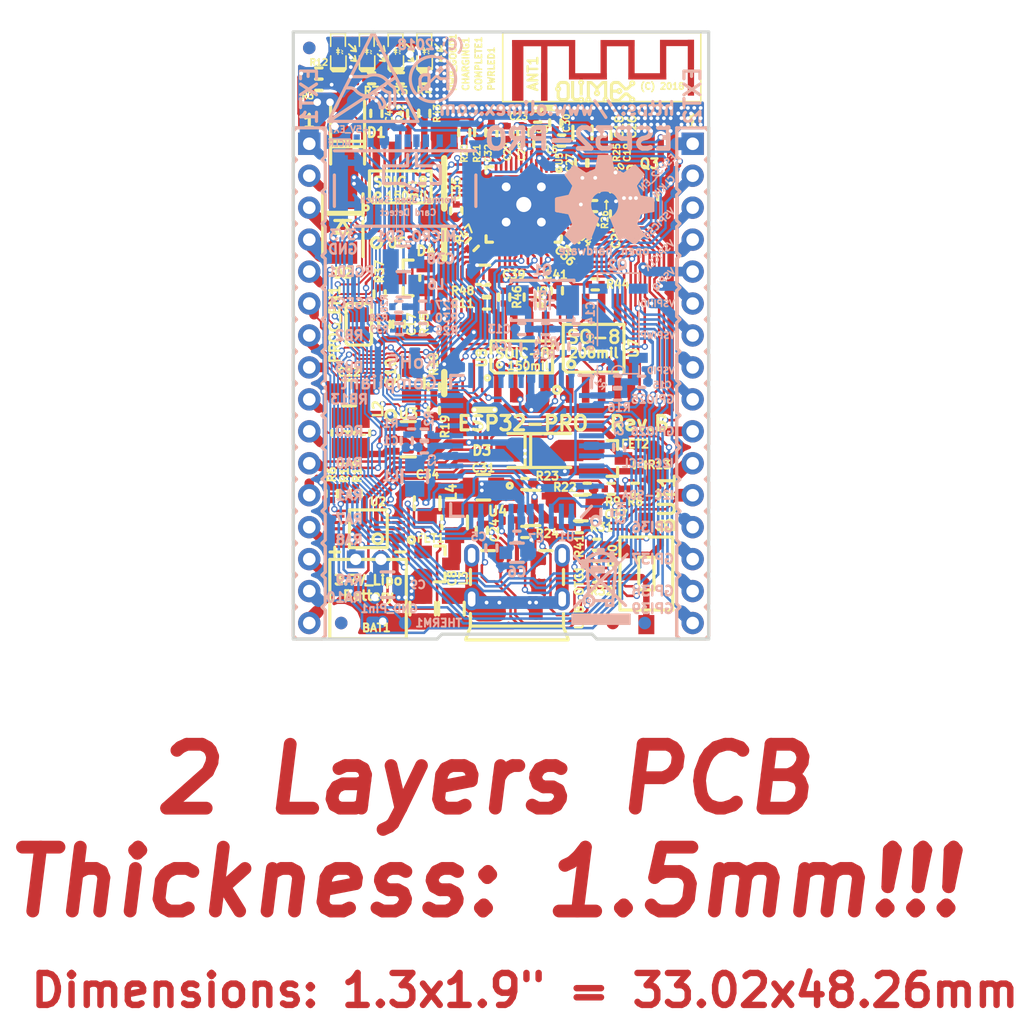
<source format=kicad_pcb>
(kicad_pcb (version 20171130) (host pcbnew 6.0.0-rc1-unknown-01c5bdf~65~ubuntu16.04.1)
  (title_block (title ESP-EVB) (rev C) (company "OLIMEX Ltd.") (comment 1 https://www.olimex.com))
  (layers (0 F.Cu mixed) (31 B.Cu mixed hide) (34 B.Paste user hide) (35 F.Paste user) (36 B.SilkS user hide) (37 F.SilkS user) (38 B.Mask user hide) (39 F.Mask user) (44 Edge.Cuts user))
  (net 0 "")
  (net 1 +5V)
  (net 2 GND)
  (net 3 "Net-(BAT1-Pad1)")
  (net 4 "Net-(BUT1-Pad2)")
  (net 5 +3V3)
  (net 6 "Net-(L2-Pad1)")
  (net 7 /STAT2)
  (net 8 "Net-(R10-Pad1)")
  (net 9 /STAT1)
  (net 10 "Net-(R12-Pad2)")
  (net 11 "Net-(MICRO_SD1-Pad5)")
  (net 12 "Net-(C19-Pad1)")
  (net 13 "Net-(CHARGING1-Pad1)")
  (net 14 "Net-(COMPLETE1-Pad1)")
  (net 15 "Net-(C21-Pad1)")
  (net 16 "Net-(PWR_GOOD1-Pad1)")
  (net 17 "Net-(PWRLED1-Pad1)")
  (net 18 "Net-(MICRO_SD1-Pad7)")
  (net 19 "Net-(R44-Pad2)")
  (net 20 /D_Com)
  (net 21 "Net-(ANT1-Pad1)")
  (net 22 "Net-(C1-Pad1)")
  (net 23 "Net-(C2-Pad1)")
  (net 24 "Net-(C6-Pad1)")
  (net 25 "Net-(C14-Pad1)")
  (net 26 "Net-(C15-Pad1)")
  (net 27 "Net-(C20-Pad1)")
  (net 28 /+5V_USB-OTG)
  (net 29 "Net-(C27-Pad1)")
  (net 30 "Net-(C30-Pad1)")
  (net 31 "Net-(C31-Pad1)")
  (net 32 "Net-(C32-Pad1)")
  (net 33 "Net-(C38-Pad1)")
  (net 34 +1V8)
  (net 35 +5V_EXT)
  (net 36 /RC0)
  (net 37 /RB1/PGEC1)
  (net 38 /RB0/PGED1)
  (net 39 /~MCLR)
  (net 40 "Net-(L3-Pad1)")
  (net 41 "Net-(R6-Pad1)")
  (net 42 "Net-(R10-Pad2)")
  (net 43 "Net-(R18-Pad1)")
  (net 44 "Net-(R24-Pad2)")
  (net 45 "/RB14/USB-OTG_EN(VBUSON)")
  (net 46 "Net-(R45-Pad2)")
  (net 47 /RB5/USB-OTG_ID)
  (net 48 /RB11/USB-OTG_D-)
  (net 49 /RB10/USB-OTG_D+)
  (net 50 /RA2/OSC1)
  (net 51 /RB4/SOSCI)
  (net 52 /RA10)
  (net 53 /RA9)
  (net 54 /RA8)
  (net 55 /RA1)
  (net 56 /RA7)
  (net 57 /RA0)
  (net 58 /RB13)
  (net 59 /RB2)
  (net 60 /RB3)
  (net 61 "/RB15/SCK2(ESP32_GPIO18/VSPICLK)")
  (net 62 "/RC2/~SS2~(ESP32_GPIO5/VSPICS0)")
  (net 63 "/RC1/SDO2(ESP32_GPIO19/VSPIQ)")
  (net 64 "/RC3/SDI2(ESP32_GPIO23/VSPID)")
  (net 65 "/RC5/~DTR~(ESP32_PGM)")
  (net 66 /RA3/OSC2)
  (net 67 /RA4/SOSCO)
  (net 68 "/RC7/U1TXD(ESP32_PGM)")
  (net 69 "/RC6/U1RXD(ESP32_PGM)")
  (net 70 "/RC9/U2TX(ESP32_GPI34/U2RXD)")
  (net 71 "/RC8/U2RX(ESP32_GPIO33/U2TXD)")
  (net 72 /ESP32_GPI35/BUT1)
  (net 73 /ESP32_GPI36)
  (net 74 /ESP32_GPI37)
  (net 75 /ESP32_GPI39)
  (net 76 /ESP32_GPI38)
  (net 77 /ESP32_GPIO2/HS2_DATA0)
  (net 78 /ESP32_GPIO0/CLKIN)
  (net 79 /ESP32_EN)
  (net 80 /ESP32_GPIO21/VSPIHD)
  (net 81 /ESP32_GPIO22/VSPIWP)
  (net 82 /ESP32_GPIO25)
  (net 83 /ESP32_GPIO26)
  (net 84 "/RB9/SDA1(ESP32_GPIO32/I2C-SDA)")
  (net 85 "/RB8/SCL1(ESP32_GPIO27/I2C-SCL)")
  (net 86 /ESP32_GPIO12/HS2_DATA2)
  (net 87 /ESP32_GPIO13/HS2_DATA3)
  (net 88 /ESP32_GPIO15/HS2_CMD)
  (net 89 /ESP32_GPIO4/HS2_DATA1)
  (net 90 /RB7/USB-OTG_FAULT)
  (net 91 /ESP32_GPIO3/U0RXD)
  (net 92 /ESP32_GPIO1/U0TXD)
  (net 93 /ESP32_GPIO14/HS2_CLK)
  (net 94 /ESP32_GPIO6/SD_CLK)
  (net 95 /ESP32_GPIO17/PSRAM_SCLK)
  (net 96 /ESP32_GPIO16/PSRAM_CS#)
  (net 97 /ESP32_GPIO9/SD_DATA2)
  (net 98 /ESP32_GPIO10/SD_DATA3)
  (net 99 /ESP32_GPIO11/SD_CMD)
  (net 100 /ESP32_GPIO7/SD_DATA0)
  (net 101 /ESP32_GPIO8/SD_DATA1)
  (net 102 "Net-(FID1-PadFid1)")
  (net 103 "Net-(FID2-PadFid1)")
  (net 104 "Net-(FID3-PadFid1)")
  (net 105 "Net-(FID4-PadFid1)")
  (net 106 "Net-(FID5-PadFid1)")
  (net 107 "Net-(FID6-PadFid1)")
  (net 108 "Net-(C10-Pad2)")
  (net 109 "Net-(MICRO_SD1-PadCD1)")
  (net 110 "Net-(C17-Pad2)")
  (net 111 "Net-(R8-Pad1)")
  (module OLIMEX_Transistors-FP:SOT23 (layer F.Cu) (at 152.146 94.869 180)
    (fp_text reference FET2 (at -2.032 1.143 180) (layer F.SilkS) (effects (font (size 0.635 0.635) (thickness 0.15875))))
    (fp_text value "WPM2015-3/TR(SOT-23)")
    (pad 1 smd rect (at 1.10744 0.94996 180) (size 1.4 1) (layers F.Cu F.Paste F.Mask) (net 1 +5V) (clearance 0.0508))
    (pad 2 smd rect (at 1.10744 -0.9525 180) (size 1.4 1) (layers F.Cu F.Paste F.Mask) (net 108 "Net-(C10-Pad2)") (clearance 0.0508))
    (pad 3 smd rect (at -1.10236 0.00254 180) (size 1.4 1) (layers F.Cu F.Paste F.Mask) (net 3 "Net-(BAT1-Pad1)") (clearance 0.0508))
  )
  (module "OLIMEX_Buttons-FP:T1107A(6x3,8x2,5MM)" (layer F.Cu) (at 155.067 104.013 270)
    (fp_text reference BUT1 (at -5.588 -1.651 270) (layer F.SilkS) (effects (font (size 1.27 1.27) (thickness 0.254))))
    (fp_text value "T1107A(6x3,8x2,5MM)")
    (pad 1 smd rect (at -4.064 0) (size 1.27 1.524) (layers F.Cu F.Paste F.Mask) (net 72 /ESP32_GPI35/BUT1) (clearance 0.0508))
    (pad 2 smd rect (at 4.064 0) (size 1.27 1.524) (layers F.Cu F.Paste F.Mask) (net 4 "Net-(BUT1-Pad2)") (clearance 0.0508))
  )
  (module OLIMEX_IC-FP:SOIC-8_150mil (layer F.Cu) (at 145.161 86.79868)
    (fp_text reference U8 (at -3.175 0.06932 90) (layer F.SilkS) (effects (font (size 0.762 0.762) (thickness 0.1905))))
    (fp_text value "LY68S3200SLT(SOIC-8_150mil)")
    (fp_text user SOIC-8 (at 0.05588 -0.27178) (layer F.SilkS) (effects (font (size 0.762 0.762) (thickness 0.1905))))
    (fp_text user 150mil (at 0.508 0.7112) (layer F.SilkS) (effects (font (size 0.635 0.635) (thickness 0.15875))))
    (pad 8 smd rect (at -1.905 -2.5) (size 0.6 2.2) (layers F.Cu F.Paste F.Mask) (net 34 +1V8) (clearance 0.0508))
    (pad 7 smd rect (at -0.635 -2.5) (size 0.6 2.2) (layers F.Cu F.Paste F.Mask) (net 97 /ESP32_GPIO9/SD_DATA2) (clearance 0.0508))
    (pad 6 smd rect (at 0.635 -2.5) (size 0.6 2.2) (layers F.Cu F.Paste F.Mask) (net 46 "Net-(R45-Pad2)") (clearance 0.0508))
    (pad 5 smd rect (at 1.905 -2.5) (size 0.6 2.2) (layers F.Cu F.Paste F.Mask) (net 101 /ESP32_GPIO8/SD_DATA1) (clearance 0.0508))
    (pad 4 smd rect (at 1.905 2.5) (size 0.6 2.2) (layers F.Cu F.Paste F.Mask) (net 2 GND) (clearance 0.0508))
    (pad 3 smd rect (at 0.635 2.5) (size 0.6 2.2) (layers F.Cu F.Paste F.Mask) (net 98 /ESP32_GPIO10/SD_DATA3) (clearance 0.0508))
    (pad 2 smd rect (at -0.635 2.5) (size 0.6 2.2) (layers F.Cu F.Paste F.Mask) (net 100 /ESP32_GPIO7/SD_DATA0) (clearance 0.0508))
    (pad 1 smd rect (at -1.905 2.5) (size 0.6 2.2) (layers F.Cu F.Paste F.Mask) (net 96 /ESP32_GPIO16/PSRAM_CS#) (clearance 0.0508))
  )
  (module OLIMEX_IC-FP:SO-8_208mil (layer F.Cu) (at 150.876 86.106)
    (fp_text reference U7 (at 3.175 0 90) (layer F.SilkS) (effects (font (size 0.762 0.762) (thickness 0.1905))))
    (fp_text value "MX25U3235FM2I-10G(SOIC-8_208mil)")
    (fp_text user SO-8 (at 0 -0.889) (layer F.SilkS) (effects (font (size 1.016 1.016) (thickness 0.2032))))
    (fp_text user 208mil (at 0 0.381) (layer F.SilkS) (effects (font (size 0.762 0.762) (thickness 0.1905))))
    (pad 8 smd rect (at -1.905 -3.235) (size 0.6 2.2) (layers F.Cu F.Paste F.Mask) (net 34 +1V8) (clearance 0.0508))
    (pad 7 smd rect (at -0.635 -3.235) (size 0.6 2.2) (layers F.Cu F.Paste F.Mask) (net 97 /ESP32_GPIO9/SD_DATA2) (clearance 0.0508))
    (pad 6 smd rect (at 0.635 -3.235) (size 0.6 2.2) (layers F.Cu F.Paste F.Mask) (net 19 "Net-(R44-Pad2)") (clearance 0.0508))
    (pad 5 smd rect (at 1.905 -3.235) (size 0.6 2.2) (layers F.Cu F.Paste F.Mask) (net 101 /ESP32_GPIO8/SD_DATA1) (clearance 0.0508))
    (pad 4 smd rect (at 1.905 3.235) (size 0.6 2.2) (layers F.Cu F.Paste F.Mask) (net 2 GND) (clearance 0.0508))
    (pad 3 smd rect (at 0.635 3.235) (size 0.6 2.2) (layers F.Cu F.Paste F.Mask) (net 98 /ESP32_GPIO10/SD_DATA3) (clearance 0.0508))
    (pad 2 smd rect (at -0.635 3.235) (size 0.6 2.2) (layers F.Cu F.Paste F.Mask) (net 100 /ESP32_GPIO7/SD_DATA0) (clearance 0.0508))
    (pad 1 smd rect (at -1.905 3.235) (size 0.6 2.2) (layers F.Cu F.Paste F.Mask) (net 99 /ESP32_GPIO11/SD_CMD) (clearance 0.0508))
  )
  (module OLIMEX_IC-FP:SOT-23-5 (layer F.Cu) (at 146.05 98.806 180)
    (fp_text reference U4 (at 2.794 -0.254 180) (layer F.SilkS) (effects (font (size 0.762 0.762) (thickness 0.1905))))
    (fp_text value "SY6280AAC(SOT23-5)")
    (pad 1 smd rect (at 1.3 0.95 180) (size 1.2 0.55) (layers F.Cu F.Paste F.Mask) (net 31 "Net-(C31-Pad1)") (clearance 0.0508))
    (pad 2 smd rect (at 1.3 0 180) (size 1.2 0.55) (layers F.Cu F.Paste F.Mask) (net 2 GND) (clearance 0.0508))
    (pad 3 smd rect (at 1.3 -0.95 180) (size 1.2 0.55) (layers F.Cu F.Paste F.Mask) (net 44 "Net-(R24-Pad2)") (clearance 0.0508))
    (pad 5 smd rect (at -1.3 0.95 180) (size 1.2 0.55) (layers F.Cu F.Paste F.Mask) (net 1 +5V) (clearance 0.0508))
    (pad 4 smd rect (at -1.3 -0.95 180) (size 1.2 0.55) (layers F.Cu F.Paste F.Mask) (net 45 "/RB14/USB-OTG_EN(VBUSON)") (clearance 0.0508))
  )
  (module OLIMEX_Transistors-FP:SOT23 (layer F.Cu) (at 138.43 103.251 180)
    (fp_text reference FET1 (at 0.508 2.032 180) (layer F.SilkS) (effects (font (size 0.635 0.635) (thickness 0.15875))))
    (fp_text value "WPM2015-3/TR(SOT-23)")
    (pad 1 smd rect (at 1.10744 0.94996 180) (size 1.4 1) (layers F.Cu F.Paste F.Mask) (net 35 +5V_EXT) (clearance 0.0508))
    (pad 2 smd rect (at 1.10744 -0.9525 180) (size 1.4 1) (layers F.Cu F.Paste F.Mask) (net 1 +5V) (clearance 0.0508))
    (pad 3 smd rect (at -1.10236 0.00254 180) (size 1.4 1) (layers F.Cu F.Paste F.Mask) (net 28 /+5V_USB-OTG) (clearance 0.0508))
  )
  (module OLIMEX_IC-FP:MSOP-10_Pitch-0.5mm_3.00x3.00x1.00mm (layer F.Cu) (at 132.969 100.457 90)
    (fp_text reference U2 (at 2.159 0.762 180) (layer F.SilkS) (effects (font (size 0.635 0.635) (thickness 0.15875))))
    (fp_text value "MCP73833(MSOP10)")
    (pad 10 smd rect (at -1 -2.4 90) (size 0.25 1) (layers F.Cu F.Paste F.Mask) (net 3 "Net-(BAT1-Pad1)"))
    (pad 9 smd rect (at -0.5 -2.4 90) (size 0.25 1) (layers F.Cu F.Paste F.Mask) (net 3 "Net-(BAT1-Pad1)"))
    (pad 8 smd rect (at 0 -2.4 90) (size 0.25 1) (layers F.Cu F.Paste F.Mask) (net 8 "Net-(R10-Pad1)"))
    (pad 7 smd rect (at 0.5 -2.4 90) (size 0.25 1) (layers F.Cu F.Paste F.Mask) (net 10 "Net-(R12-Pad2)"))
    (pad 6 smd rect (at 1 -2.4 90) (size 0.25 1) (layers F.Cu F.Paste F.Mask) (net 41 "Net-(R6-Pad1)"))
    (pad 5 smd rect (at 1 2.4 90) (size 0.25 1) (layers F.Cu F.Paste F.Mask) (net 2 GND))
    (pad 4 smd rect (at 0.5 2.4 90) (size 0.25 1) (layers F.Cu F.Paste F.Mask) (net 7 /STAT2))
    (pad 3 smd rect (at 0 2.4 90) (size 0.25 1) (layers F.Cu F.Paste F.Mask) (net 9 /STAT1))
    (pad 2 smd rect (at -0.5 2.4 90) (size 0.25 1) (layers F.Cu F.Paste F.Mask) (net 1 +5V))
    (pad 1 smd rect (at -1 2.4 90) (size 0.25 1) (layers F.Cu F.Paste F.Mask) (net 1 +5V))
  )
  (module OLIMEX_RLC-FP:CD32 (layer F.Cu) (at 131.572 92.837 90)
    (fp_text reference L2 (at 1.905 2.159 270) (layer F.SilkS) (effects (font (size 0.762 0.762) (thickness 0.1905))))
    (fp_text value 2.2uH/1.5A/DCR<0.1R/CD32)
    (pad 2 smd rect (at 1.2 0 270) (size 1.6 3) (layers F.Cu F.Paste F.Mask) (net 5 +3V3) (clearance 0.0508))
    (pad 1 smd rect (at -1.2 0 270) (size 1.6 3) (layers F.Cu F.Paste F.Mask) (net 6 "Net-(L2-Pad1)") (clearance 0.0508))
  )
  (module OLIMEX_Regulators-FP:SOT-23-5 (layer F.Cu) (at 136.144 93.345 180)
    (fp_text reference U3 (at 0 2.032 180) (layer F.SilkS) (effects (font (size 0.762 0.762) (thickness 0.1905))))
    (fp_text value "SY8089AAAC(SOT23-5)")
    (pad 1 smd rect (at 1.3 0.95 180) (size 1.2 0.55) (layers F.Cu F.Paste F.Mask) (net 108 "Net-(C10-Pad2)") (clearance 0.0508))
    (pad 2 smd rect (at 1.3 0 180) (size 1.2 0.55) (layers F.Cu F.Paste F.Mask) (net 2 GND) (clearance 0.0508))
    (pad 3 smd rect (at 1.3 -0.95 180) (size 1.2 0.55) (layers F.Cu F.Paste F.Mask) (net 6 "Net-(L2-Pad1)") (clearance 0.0508))
    (pad 5 smd rect (at -1.3 0.95 180) (size 1.2 0.55) (layers F.Cu F.Paste F.Mask) (net 43 "Net-(R18-Pad1)") (clearance 0.0508))
    (pad 4 smd rect (at -1.3 -0.95 180) (size 1.2 0.55) (layers F.Cu F.Paste F.Mask) (net 108 "Net-(C10-Pad2)") (clearance 0.0508))
  )
  (module OLIMEX_IC-FP:QFN48-6x6mm-OLIMEX_V2 (layer F.Cu) (at 145.323 74.677 180)
    (fp_text reference U5 (at -2.8225 3.6205 270) (layer F.SilkS) (effects (font (size 0.508 0.508) (thickness 0.127))))
    (fp_text value "ESP32-D0WDQ6(QFN48_6x6mm)")
    (pad 49 thru_hole oval (at 0 0 180) (size 1.8 1.8) (drill 1.2) (layers *.Cu B.Mask) (net 2 GND))
    (pad 49 thru_hole oval (at 1.4 1.4 180) (size 1.8 1.8) (drill 0.7) (layers *.Cu) (net 2 GND))
    (pad 49 thru_hole oval (at -1.4 1.4 180) (size 1.8 1.8) (drill 0.7) (layers *.Cu) (net 2 GND))
    (pad 49 thru_hole oval (at 1.4 -1.4 180) (size 1.8 1.8) (drill 0.7) (layers *.Cu) (net 2 GND))
    (pad 49 thru_hole oval (at -1.4 -1.4 180) (size 1.8 1.8) (drill 0.7) (layers *.Cu) (net 2 GND))
    (pad 49 smd rect (at 1.165 1.165 180) (size 2.33 2.33) (layers F.Cu F.Mask) (net 2 GND))
    (pad 49 smd rect (at -1.165 1.165 180) (size 2.33 2.33) (layers F.Cu F.Mask) (net 2 GND))
    (pad 49 smd rect (at -1.165 -1.165 180) (size 2.33 2.33) (layers F.Cu F.Mask) (net 2 GND))
    (pad 49 smd rect (at 1.165 -1.165 180) (size 2.33 2.33) (layers F.Cu F.Mask) (net 2 GND))
    (pad 48 smd rect (at -2.92 2.2 90) (size 0.2 0.8) (layers F.Cu F.Paste F.Mask) (net 12 "Net-(C19-Pad1)"))
    (pad 47 smd rect (at -2.92 1.8 90) (size 0.2 0.8) (layers F.Cu F.Paste F.Mask) (net 29 "Net-(C27-Pad1)"))
    (pad 46 smd rect (at -2.92 1.4 90) (size 0.2 0.8) (layers F.Cu F.Paste F.Mask) (net 5 +3V3))
    (pad 45 smd rect (at -2.92 1 90) (size 0.2 0.8) (layers F.Cu F.Paste F.Mask) (net 27 "Net-(C20-Pad1)"))
    (pad 44 smd rect (at -2.92 0.6 90) (size 0.2 0.8) (layers F.Cu F.Paste F.Mask) (net 15 "Net-(C21-Pad1)"))
    (pad 43 smd rect (at -2.92 0.2 90) (size 0.2 0.8) (layers F.Cu F.Paste F.Mask) (net 5 +3V3))
    (pad 42 smd rect (at -2.92 -0.2 90) (size 0.2 0.8) (layers F.Cu F.Paste F.Mask) (net 80 /ESP32_GPIO21/VSPIHD))
    (pad 41 smd rect (at -2.92 -0.6 90) (size 0.2 0.8) (layers F.Cu F.Paste F.Mask) (net 92 /ESP32_GPIO1/U0TXD))
    (pad 40 smd rect (at -2.92 -1 90) (size 0.2 0.8) (layers F.Cu F.Paste F.Mask) (net 91 /ESP32_GPIO3/U0RXD))
    (pad 39 smd rect (at -2.92 -1.4 90) (size 0.2 0.8) (layers F.Cu F.Paste F.Mask) (net 81 /ESP32_GPIO22/VSPIWP))
    (pad 38 smd rect (at -2.92 -1.8 90) (size 0.2 0.8) (layers F.Cu F.Paste F.Mask) (net 63 "/RC1/SDO2(ESP32_GPIO19/VSPIQ)"))
    (pad 37 smd rect (at -2.92 -2.2 90) (size 0.2 0.8) (layers F.Cu F.Paste F.Mask) (net 5 +3V3))
    (pad 36 smd rect (at -2.2 -2.92) (size 0.2 0.8) (layers F.Cu F.Paste F.Mask) (net 64 "/RC3/SDI2(ESP32_GPIO23/VSPID)"))
    (pad 35 smd rect (at -1.8 -2.92) (size 0.2 0.8) (layers F.Cu F.Paste F.Mask) (net 61 "/RB15/SCK2(ESP32_GPIO18/VSPICLK)"))
    (pad 34 smd rect (at -1.4 -2.92) (size 0.2 0.8) (layers F.Cu F.Paste F.Mask) (net 62 "/RC2/~SS2~(ESP32_GPIO5/VSPICS0)"))
    (pad 33 smd rect (at -1 -2.92) (size 0.2 0.8) (layers F.Cu F.Paste F.Mask) (net 101 /ESP32_GPIO8/SD_DATA1))
    (pad 32 smd rect (at -0.6 -2.92) (size 0.2 0.8) (layers F.Cu F.Paste F.Mask) (net 100 /ESP32_GPIO7/SD_DATA0))
    (pad 31 smd rect (at -0.2 -2.92) (size 0.2 0.8) (layers F.Cu F.Paste F.Mask) (net 94 /ESP32_GPIO6/SD_CLK))
    (pad 30 smd rect (at 0.2 -2.92) (size 0.2 0.8) (layers F.Cu F.Paste F.Mask) (net 99 /ESP32_GPIO11/SD_CMD))
    (pad 29 smd rect (at 0.6 -2.92) (size 0.2 0.8) (layers F.Cu F.Paste F.Mask) (net 98 /ESP32_GPIO10/SD_DATA3))
    (pad 28 smd rect (at 1 -2.92) (size 0.2 0.8) (layers F.Cu F.Paste F.Mask) (net 97 /ESP32_GPIO9/SD_DATA2))
    (pad 27 smd rect (at 1.4 -2.92) (size 0.2 0.8) (layers F.Cu F.Paste F.Mask) (net 95 /ESP32_GPIO17/PSRAM_SCLK))
    (pad 26 smd rect (at 1.8 -2.92) (size 0.2 0.8) (layers F.Cu F.Paste F.Mask) (net 34 +1V8))
    (pad 25 smd rect (at 2.2 -2.92) (size 0.2 0.8) (layers F.Cu F.Paste F.Mask) (net 96 /ESP32_GPIO16/PSRAM_CS#))
    (pad 24 smd rect (at 2.92 -2.2 270) (size 0.2 0.8) (layers F.Cu F.Paste F.Mask) (net 89 /ESP32_GPIO4/HS2_DATA1))
    (pad 23 smd rect (at 2.92 -1.8 270) (size 0.2 0.8) (layers F.Cu F.Paste F.Mask) (net 78 /ESP32_GPIO0/CLKIN))
    (pad 22 smd rect (at 2.92 -1.4 270) (size 0.2 0.8) (layers F.Cu F.Paste F.Mask) (net 77 /ESP32_GPIO2/HS2_DATA0))
    (pad 21 smd rect (at 2.92 -1 270) (size 0.2 0.8) (layers F.Cu F.Paste F.Mask) (net 88 /ESP32_GPIO15/HS2_CMD))
    (pad 20 smd rect (at 2.92 -0.6 270) (size 0.2 0.8) (layers F.Cu F.Paste F.Mask) (net 87 /ESP32_GPIO13/HS2_DATA3))
    (pad 19 smd rect (at 2.92 -0.2 270) (size 0.2 0.8) (layers F.Cu F.Paste F.Mask) (net 5 +3V3))
    (pad 18 smd rect (at 2.92 0.2 270) (size 0.2 0.8) (layers F.Cu F.Paste F.Mask) (net 86 /ESP32_GPIO12/HS2_DATA2))
    (pad 17 smd rect (at 2.92 0.6 270) (size 0.2 0.8) (layers F.Cu F.Paste F.Mask) (net 93 /ESP32_GPIO14/HS2_CLK))
    (pad 16 smd rect (at 2.92 1 270) (size 0.2 0.8) (layers F.Cu F.Paste F.Mask) (net 85 "/RB8/SCL1(ESP32_GPIO27/I2C-SCL)"))
    (pad 15 smd rect (at 2.92 1.4 270) (size 0.2 0.8) (layers F.Cu F.Paste F.Mask) (net 83 /ESP32_GPIO26))
    (pad 14 smd rect (at 2.92 1.8 270) (size 0.2 0.8) (layers F.Cu F.Paste F.Mask) (net 82 /ESP32_GPIO25))
    (pad 13 smd rect (at 2.92 2.2 270) (size 0.2 0.8) (layers F.Cu F.Paste F.Mask) (net 71 "/RC8/U2RX(ESP32_GPIO33/U2TXD)"))
    (pad 12 smd rect (at 2.2 2.92 180) (size 0.2 0.8) (layers F.Cu F.Paste F.Mask) (net 84 "/RB9/SDA1(ESP32_GPIO32/I2C-SDA)"))
    (pad 11 smd rect (at 1.8 2.92 180) (size 0.2 0.8) (layers F.Cu F.Paste F.Mask) (net 72 /ESP32_GPI35/BUT1))
    (pad 10 smd rect (at 1.4 2.92 180) (size 0.2 0.8) (layers F.Cu F.Paste F.Mask) (net 70 "/RC9/U2TX(ESP32_GPI34/U2RXD)"))
    (pad 9 smd rect (at 1 2.92 180) (size 0.2 0.8) (layers F.Cu F.Paste F.Mask) (net 32 "Net-(C32-Pad1)"))
    (pad 8 smd rect (at 0.6 2.92 180) (size 0.2 0.8) (layers F.Cu F.Paste F.Mask) (net 75 /ESP32_GPI39))
    (pad 7 smd rect (at 0.2 2.92 180) (size 0.2 0.8) (layers F.Cu F.Paste F.Mask) (net 76 /ESP32_GPI38))
    (pad 6 smd rect (at -0.2 2.92 180) (size 0.2 0.8) (layers F.Cu F.Paste F.Mask) (net 74 /ESP32_GPI37))
    (pad 5 smd rect (at -0.6 2.92 180) (size 0.2 0.8) (layers F.Cu F.Paste F.Mask) (net 73 /ESP32_GPI36))
    (pad 4 smd rect (at -1 2.92 180) (size 0.2 0.8) (layers F.Cu F.Paste F.Mask) (net 5 +3V3))
    (pad 3 smd rect (at -1.4 2.92 180) (size 0.2 0.8) (layers F.Cu F.Paste F.Mask) (net 5 +3V3))
    (pad 2 smd rect (at -1.8 2.92 180) (size 0.2 0.8) (layers F.Cu F.Paste F.Mask) (net 30 "Net-(C30-Pad1)"))
    (pad 1 smd rect (at -2.2 2.92 180) (size 0.2 0.8) (layers F.Cu F.Paste F.Mask) (net 5 +3V3))
  )
  (module OLIMEX_Connectors-FP:USB-MICRO_MISB-SWMM-5B_LF (layer F.Cu) (at 144.78 105.791 270)
    (fp_text reference USB-OTG1 (at 0.127 -4.953 270) (layer F.SilkS) (effects (font (size 0.635 0.635) (thickness 0.15875))))
    (fp_text value "MISB-SWMM-5AB-LF(USB-OTG_MICRO)")
    (pad 0 thru_hole oval (at 0.25 -3.6) (size 1.2 1.8) (drill oval 0.6 1.2) (layers *.Cu *.Mask) (net 40 "Net-(L3-Pad1)"))
    (pad 0 thru_hole oval (at -3.22 -3.6) (size 1.2 1.8) (drill oval 0.6 1.2) (layers *.Cu *.Mask) (net 40 "Net-(L3-Pad1)"))
    (pad 0 thru_hole oval (at -3.22 3.6) (size 1.2 1.8) (drill oval 0.6 1.2) (layers *.Cu *.Mask) (net 40 "Net-(L3-Pad1)"))
    (pad 0 thru_hole oval (at 0.25 3.6) (size 1.2 1.8) (drill oval 0.6 1.2) (layers *.Cu *.Mask) (net 40 "Net-(L3-Pad1)"))
    (pad 0 smd rect (at 1.4 -1.5) (size 1.1 1) (layers F.Cu F.Paste F.Mask) (net 40 "Net-(L3-Pad1)"))
    (pad 0 smd rect (at 1.4 1.5) (size 1.1 1) (layers F.Cu F.Paste F.Mask) (net 40 "Net-(L3-Pad1)"))
    (pad "" np_thru_hole circle (at -1.9 -2) (size 0.6 0.6) (drill 0.6) (layers *.Cu *.Mask))
    (pad "" np_thru_hole circle (at -1.9 2) (size 0.6 0.6) (drill 0.6) (layers *.Cu *.Mask))
    (pad 5 smd rect (at -2.9 -1.3) (size 0.325 2.15) (layers F.Cu F.Paste F.Mask) (net 2 GND))
    (pad 4 smd rect (at -2.9 -0.65) (size 0.325 2.15) (layers F.Cu F.Paste F.Mask) (net 47 /RB5/USB-OTG_ID))
    (pad 3 smd rect (at -2.9 0) (size 0.325 2.15) (layers F.Cu F.Paste F.Mask) (net 49 /RB10/USB-OTG_D+))
    (pad 2 smd rect (at -2.9 0.65) (size 0.325 2.15) (layers F.Cu F.Paste F.Mask) (net 48 /RB11/USB-OTG_D-))
    (pad 1 smd rect (at -2.9 1.3) (size 0.325 2.15) (layers F.Cu F.Paste F.Mask) (net 28 /+5V_USB-OTG))
  )
  (module OLIMEX_Crystal-FP:MC306-HS (layer B.Cu) (at 152.832 84.118 90)
    (fp_text reference Q2 (at 4.616 -0.051 180) (layer B.SilkS) (effects (font (size 0.762 0.762) (thickness 0.1905)) (justify mirror)))
    (fp_text value Q32.768KHz/12.5pF/20ppm/4P/SMD_8038)
    (pad 1 smd rect (at -2.75 1.6 90) (size 0.8 1.5) (layers B.Cu B.Paste B.Mask) (net 26 "Net-(C15-Pad1)"))
    (pad 2 smd rect (at -2.75 -1.6 90) (size 0.8 1.5) (layers B.Cu B.Paste B.Mask) (net 51 /RB4/SOSCI))
    (pad 3 smd rect (at 2.75 -1.6 90) (size 0.8 1.5) (layers B.Cu B.Paste B.Mask))
    (pad 4 smd rect (at 2.75 1.6 90) (size 0.8 1.5) (layers B.Cu B.Paste B.Mask))
  )
  (module OLIMEX_RLC-FP:L_0805_5MIL_DWS (layer B.Cu) (at 136.652 96.266 90)
    (fp_text reference L1 (at 0 -1.905 180) (layer B.SilkS) (effects (font (size 0.762 0.762) (thickness 0.1905)) (justify mirror)))
    (fp_text value FB0805/600R/2A)
    (pad 2 smd rect (at 1.016 0) (size 1.524 1.27) (layers B.Cu B.Paste B.Mask) (net 23 "Net-(C2-Pad1)"))
    (pad 1 smd rect (at -1.016 0) (size 1.524 1.27) (layers B.Cu B.Paste B.Mask) (net 5 +3V3))
  )
  (module OLIMEX_RLC-FP:L_0805_5MIL_DWS (layer F.Cu) (at 139.573 106.807 270)
    (fp_text reference L3 (at -2.413 -0.9525 270) (layer F.SilkS) (effects (font (size 0.635 0.635) (thickness 0.15875))))
    (fp_text value FB0805/600R/2A)
    (pad 2 smd rect (at 1.016 0) (size 1.524 1.27) (layers F.Cu F.Paste F.Mask) (net 2 GND))
    (pad 1 smd rect (at -1.016 0) (size 1.524 1.27) (layers F.Cu F.Paste F.Mask) (net 40 "Net-(L3-Pad1)"))
  )
  (module OLIMEX_RLC-FP:C_0402_5MIL_DWS (layer B.Cu) (at 144.78 101.092)
    (fp_text reference C7 (at 1.524 0.127) (layer B.SilkS) (effects (font (size 0.635 0.635) (thickness 0.15875)) (justify mirror)))
    (fp_text value 100nF/10V/10%/X5R/C0402)
    (pad 2 smd rect (at 0.508 0) (size 0.5 0.55) (layers B.Cu B.Paste B.Mask) (net 2 GND))
    (pad 1 smd rect (at -0.508 0 180) (size 0.5 0.55) (layers B.Cu B.Paste B.Mask) (net 24 "Net-(C6-Pad1)"))
  )
  (module OLIMEX_RLC-FP:L_0805_5MIL_DWS (layer F.Cu) (at 139.827 99.949 90)
    (fp_text reference L4 (at 2.413 -0.254 90) (layer F.SilkS) (effects (font (size 0.762 0.762) (thickness 0.1905))))
    (fp_text value FB0805/600R/2A)
    (pad 1 smd rect (at -1.016 0 180) (size 1.524 1.27) (layers F.Cu F.Paste F.Mask) (net 28 /+5V_USB-OTG))
    (pad 2 smd rect (at 1.016 0 180) (size 1.524 1.27) (layers F.Cu F.Paste F.Mask) (net 31 "Net-(C31-Pad1)"))
  )
  (module "OLIMEX_Connectors-FP:uSD(TFC-9P-1.xH(ATFFS150A01BR016))" (layer B.Cu) (at 135.89 73.406)
    (fp_text reference MICRO_SD1 (at 0.889 3.81) (layer B.SilkS) (effects (font (size 0.762 0.762) (thickness 0.1905)) (justify mirror)))
    (fp_text value "TFC-9P-1.7H(ATFFS150A01BR016)")
    (fp_text user "Normal Open Switch" (at 0.25 0.9) (layer B.SilkS) (effects (font (size 0.5 0.5) (thickness 0.125)) (justify mirror)))
    (fp_text user "Card Detect" (at 0.25 1.9) (layer B.SilkS) (effects (font (size 0.5 0.5) (thickness 0.125)) (justify mirror)))
    (pad CH1 smd rect (at 5.3 0) (size 1.5 4.5) (layers B.Cu) (net 2 GND) (clearance 0.0508))
    (pad CH1 smd rect (at -5.3 0) (size 1.5 4.5) (layers B.Cu) (net 2 GND) (clearance 0.0508))
    (pad CH1 smd rect (at -5.3 2.4) (size 1.5 1.2) (layers B.Cu B.Paste B.Mask) (net 2 GND) (clearance 0.127))
    (pad CH1 smd rect (at 5.3 2.4) (size 1.5 1.2) (layers B.Cu B.Paste B.Mask) (net 2 GND) (clearance 0.127))
    (pad CH1 smd rect (at -5.3 -2.05) (size 1.5 1.2) (layers B.Cu B.Paste B.Mask) (net 2 GND) (clearance 0.127))
    (pad CH1 smd rect (at 5.3 -2.05) (size 1.5 1.2) (layers B.Cu B.Paste B.Mask) (net 2 GND) (clearance 0.127))
    (pad 1 smd rect (at 3.85 -3.8) (size 0.5 1) (layers B.Cu B.Paste B.Mask) (net 86 /ESP32_GPIO12/HS2_DATA2) (clearance 0.0508))
    (pad 2 smd rect (at 2.75 -3.8) (size 0.5 1) (layers B.Cu B.Paste B.Mask) (net 87 /ESP32_GPIO13/HS2_DATA3) (clearance 0.0508))
    (pad 3 smd rect (at 1.65 -3.8) (size 0.5 1) (layers B.Cu B.Paste B.Mask) (net 88 /ESP32_GPIO15/HS2_CMD) (clearance 0.0508))
    (pad 4 smd rect (at 0.9 -3.8) (size 0.5 1) (layers B.Cu B.Paste B.Mask) (net 33 "Net-(C38-Pad1)") (clearance 0.0508))
    (pad CD1 smd rect (at 0.2 -3.8) (size 0.5 1) (layers B.Cu B.Paste B.Mask) (net 109 "Net-(MICRO_SD1-PadCD1)") (clearance 0.0508))
    (pad 5 smd rect (at -0.55 -3.8) (size 0.5 1) (layers B.Cu B.Paste B.Mask) (net 11 "Net-(MICRO_SD1-Pad5)") (clearance 0.0508))
    (pad 6 smd rect (at -1.65 -3.8) (size 0.5 1) (layers B.Cu B.Paste B.Mask) (net 2 GND) (clearance 0.0508))
    (pad 7 smd rect (at -2.75 -3.8) (size 0.5 1) (layers B.Cu B.Paste B.Mask) (net 18 "Net-(MICRO_SD1-Pad7)") (clearance 0.0508))
    (pad 8 smd rect (at -3.85 -3.8) (size 0.5 1) (layers B.Cu B.Paste B.Mask) (net 89 /ESP32_GPIO4/HS2_DATA1) (clearance 0.0508))
  )
  (module OLIMEX_RLC-FP:L_0805_5MIL_DWS (layer B.Cu) (at 135.763 81.026 180)
    (fp_text reference L6 (at -2.580436 0 180) (layer B.SilkS) (effects (font (size 0.762 0.762) (thickness 0.1905)) (justify mirror)))
    (fp_text value FB0805/600R/2A)
    (pad 2 smd rect (at 1.016 0 90) (size 1.524 1.27) (layers B.Cu B.Paste B.Mask) (net 33 "Net-(C38-Pad1)"))
    (pad 1 smd rect (at -1.016 0 90) (size 1.524 1.27) (layers B.Cu B.Paste B.Mask) (net 5 +3V3))
  )
  (module OLIMEX_RLC-FP:C_0402_5MIL_DWS (layer F.Cu) (at 150.1775 73.025)
    (fp_text reference C25 (at -0.254 0.889) (layer F.SilkS) (effects (font (size 0.508 0.508) (thickness 0.127))))
    (fp_text value 33pF/50V/5%/COG/C0402)
    (pad 1 smd rect (at -0.508 0 180) (size 0.5 0.55) (layers F.Cu F.Paste F.Mask) (net 5 +3V3))
    (pad 2 smd rect (at 0.508 0) (size 0.5 0.55) (layers F.Cu F.Paste F.Mask) (net 2 GND))
  )
  (module "OLIMEX_Crystal-FP:TSX-3.2x2.5mm_GND(3)" (layer F.Cu) (at 154.686 74.041 270)
    (fp_text reference Q3 (at -2.6035 -0.635 180) (layer F.SilkS) (effects (font (size 0.762 0.762) (thickness 0.1905))))
    (fp_text value "Q40.000MHz/12pF/10ppm/4P/3.2x2.5x0.70mm(Harmony_Electronics_CORP./HSX321S)")
    (fp_text user o (at -2.2225 0.9525 270) (layer F.SilkS) (effects (font (size 0.8 0.8) (thickness 0.2))))
    (pad 3 smd rect (at -1.1 -0.8 270) (size 1.4 1.2) (layers F.Cu F.Paste F.Mask) (net 2 GND))
    (pad 3 smd rect (at 1.1 0.8 270) (size 1.4 1.2) (layers F.Cu F.Paste F.Mask) (net 2 GND))
    (pad 2 smd rect (at 1.1 -0.8 270) (size 1.4 1.2) (layers F.Cu F.Paste F.Mask) (net 15 "Net-(C21-Pad1)"))
    (pad 1 smd rect (at -1.1 0.8 270) (size 1.4 1.2) (layers F.Cu F.Paste F.Mask) (net 27 "Net-(C20-Pad1)"))
  )
  (module OLIMEX_LOGOs-FP:LOGO_OLIMEX_80 (layer F.Cu) (at 151.003 65.659)
    (fp_text reference "" hide)
    (fp_text value "" hide)
  )
  (module OLIMEX_LOGOs-FP:LOGO_RECYCLEBIN_1 (layer B.Cu) (at 153.797 108.077 180)
    (fp_text reference "" hide)
    (fp_text value "" hide)
  )
  (module OLIMEX_LOGOs-FP:LOGO_PBFREE (layer B.Cu) (at 138.303 64.389)
    (fp_text reference "")
    (fp_text value "")
    (fp_text user Pb (at -0.08636 0.33528) (layer B.SilkS) (effects (font (size 1.7 1.5) (thickness 0.254)) (justify mirror)))
  )
  (module OLIMEX_LOGOs-FP:LOGO_OPENHARDWARE_8x8 (layer B.Cu) (at 151.765 74.803 180)
    (fp_text reference "" hide)
    (fp_text value "" hide)
    (fp_text user open (at -2.413 -3.556 180) (layer B.SilkS) (effects (font (size 0.635 0.635) (thickness 0.15875)) (justify mirror)))
    (fp_text user hardware (at 1.524 -3.556 180) (layer B.SilkS) (effects (font (size 0.635 0.635) (thickness 0.15875)) (justify mirror)))
  )
  (module OLIMEX_LOGOs-FP:LOGO_ANTISTATIC_1 (layer B.Cu) (at 136.906 68.072 180)
    (fp_text reference Ref** hide)
    (fp_text value Val** hide)
  )
  (module OLIMEX_Other-FP:Fiducial1x3 (layer B.Cu) (at 128.27 62.23)
    (fp_text reference FID4 hide)
    (fp_text value Fiducial)
    (pad Fid1 connect circle (at 0 0) (size 1 1) (layers B.Cu B.Mask) (net 105 "Net-(FID4-PadFid1)") (clearance 1.016))
  )
  (module OLIMEX_Other-FP:Fiducial1x3 (layer F.Cu) (at 128.27 62.23)
    (fp_text reference FID1 hide)
    (fp_text value Fiducial)
    (pad Fid1 connect circle (at 0 0) (size 1 1) (layers F.Cu F.Mask) (net 102 "Net-(FID1-PadFid1)") (clearance 1.016))
  )
  (module OLIMEX_Other-FP:Fiducial1x3 (layer B.Cu) (at 130.81 107.95)
    (fp_text reference FID5 hide)
    (fp_text value Fiducial)
    (pad Fid1 connect circle (at 0 0) (size 1 1) (layers B.Cu B.Mask) (net 106 "Net-(FID5-PadFid1)") (clearance 1.016))
  )
  (module OLIMEX_Other-FP:Fiducial1x3 (layer F.Cu) (at 130.81 107.95)
    (fp_text reference FID2 hide)
    (fp_text value Fiducial)
    (pad Fid1 connect circle (at 0 0) (size 1 1) (layers F.Cu F.Mask) (net 103 "Net-(FID2-PadFid1)") (clearance 1.016))
  )
  (module OLIMEX_Other-FP:Fiducial1x3 (layer B.Cu) (at 154.94 107.95)
    (fp_text reference FID6 hide)
    (fp_text value Fiducial)
    (pad Fid1 connect circle (at 0 0) (size 1 1) (layers B.Cu B.Mask) (net 107 "Net-(FID6-PadFid1)") (clearance 1.016))
  )
  (module OLIMEX_Other-FP:Fiducial1x3 (layer F.Cu) (at 152.4 107.95)
    (fp_text reference FID3 hide)
    (fp_text value Fiducial)
    (pad Fid1 connect circle (at 0 0) (size 1 1) (layers F.Cu F.Mask) (net 104 "Net-(FID3-PadFid1)") (clearance 1.016))
  )
  (module OLIMEX_RLC-FP:C_0603_5MIL_DWS (layer F.Cu) (at 149.987 68.961 90)
    (fp_text reference C18 (at 0.4445 2.921 90) (layer F.SilkS) (effects (font (size 0.635 0.635) (thickness 0.15875))))
    (fp_text value 1uF/10V/10%/X5R/C0603)
    (pad 2 smd rect (at 0.889 0 90) (size 1.016 1.016) (layers F.Cu F.Paste F.Mask) (net 2 GND) (clearance 0.0508))
    (pad 1 smd rect (at -0.889 0 90) (size 1.016 1.016) (layers F.Cu F.Paste F.Mask) (net 5 +3V3) (clearance 0.0508))
  )
  (module OLIMEX_IC-FP:SOIC-8_150mil (layer F.Cu) (at 135.509 73.279)
    (fp_text reference U6 (at -0.254 4.445) (layer F.SilkS) (effects (font (size 0.762 0.762) (thickness 0.1905))))
    (fp_text value "ATECC508A-SSHDA-T(SOIC-8_150mil)")
    (fp_text user SOIC-8 (at 0 -0.381) (layer F.SilkS) (effects (font (size 0.762 0.762) (thickness 0.1905))))
    (fp_text user 150mil (at 0.508 0.7112) (layer F.SilkS) (effects (font (size 0.635 0.635) (thickness 0.15875))))
    (pad 8 smd rect (at -1.905 -2.5) (size 0.6 2.2) (layers F.Cu F.Paste F.Mask) (net 5 +3V3) (clearance 0.0508))
    (pad 7 smd rect (at -0.635 -2.5) (size 0.6 2.2) (layers F.Cu F.Paste F.Mask) (clearance 0.0508))
    (pad 6 smd rect (at 0.635 -2.5) (size 0.6 2.2) (layers F.Cu F.Paste F.Mask) (net 85 "/RB8/SCL1(ESP32_GPIO27/I2C-SCL)") (clearance 0.0508))
    (pad 5 smd rect (at 1.905 -2.5) (size 0.6 2.2) (layers F.Cu F.Paste F.Mask) (net 84 "/RB9/SDA1(ESP32_GPIO32/I2C-SDA)") (clearance 0.0508))
    (pad 4 smd rect (at 1.905 2.5) (size 0.6 2.2) (layers F.Cu F.Paste F.Mask) (net 2 GND) (clearance 0.0508))
    (pad 3 smd rect (at 0.635 2.5) (size 0.6 2.2) (layers F.Cu F.Paste F.Mask) (clearance 0.0508))
    (pad 2 smd rect (at -0.635 2.5) (size 0.6 2.2) (layers F.Cu F.Paste F.Mask) (clearance 0.0508))
    (pad 1 smd rect (at -1.905 2.5) (size 0.6 2.2) (layers F.Cu F.Paste F.Mask) (clearance 0.0508))
  )
  (module OLIMEX_Connectors-FP:LIPO_BAT-CON2DW02R (layer F.Cu) (at 132.969 106.045)
    (fp_text reference BAT1 (at 0.635 2.286) (layer F.SilkS) (effects (font (size 0.635 0.635) (thickness 0.15875))))
    (fp_text value DW02R)
    (pad 1 thru_hole rect (at -1.00838 -3.15214) (size 1.4 1.4) (drill 0.9) (layers *.Cu *.Mask) (net 3 "Net-(BAT1-Pad1)"))
    (pad 2 thru_hole circle (at 1.0033 -3.15468) (size 1.4 1.4) (drill 0.9) (layers *.Cu *.Mask) (net 2 GND))
  )
  (module OLIMEX_RLC-FP:C_0603_5MIL_DWS (layer B.Cu) (at 144.78 102.362)
    (fp_text reference C6 (at 0 1.524) (layer B.SilkS) (effects (font (size 0.762 0.762) (thickness 0.1905)) (justify mirror)))
    (fp_text value 22uF/6.3V/20%/X5R/C0603)
    (pad 2 smd rect (at 0.889 0) (size 1.016 1.016) (layers B.Cu B.Paste B.Mask) (net 2 GND) (clearance 0.0508))
    (pad 1 smd rect (at -0.889 0) (size 1.016 1.016) (layers B.Cu B.Paste B.Mask) (net 24 "Net-(C6-Pad1)") (clearance 0.0508))
  )
  (module OLIMEX_RLC-FP:C_0805_5MIL_DWS (layer F.Cu) (at 136.398 88.773 270)
    (fp_text reference C10 (at -0.762 1.651 90) (layer F.SilkS) (effects (font (size 0.762 0.762) (thickness 0.1905))))
    (fp_text value 47uF/6.3V/20%/X5R/C0805)
    (pad 1 smd rect (at -1.016 0) (size 1.524 1.27) (layers F.Cu F.Paste F.Mask) (net 2 GND))
    (pad 2 smd rect (at 1.016 0) (size 1.524 1.27) (layers F.Cu F.Paste F.Mask) (net 108 "Net-(C10-Pad2)"))
  )
  (module OLIMEX_LEDs-FP:LED_0603_KA (layer F.Cu) (at 137.414 62.484 90)
    (fp_text reference PWRLED1 (at -1.397 5.334 90) (layer F.SilkS) (effects (font (size 0.508 0.508) (thickness 0.127))))
    (fp_text value LED/RED/0603)
    (pad 1 smd rect (at -0.762 0 270) (size 0.8 0.8) (layers F.Cu F.Paste F.Mask) (net 17 "Net-(PWRLED1-Pad1)"))
    (pad 2 smd rect (at 0.762 0 270) (size 0.8 0.8) (layers F.Cu F.Paste F.Mask) (net 1 +5V))
  )
  (module OLIMEX_Other-FP:TESTPAD_40-ROUND (layer B.Cu) (at 135.89 107.95)
    (fp_text reference THERM1 (at 2.667 0) (layer B.SilkS) (effects (font (size 0.635 0.635) (thickness 0.15875)) (justify mirror)))
    (fp_text value TESTPAD hide)
    (pad 1 smd circle (at 0 0) (size 1 1) (layers B.Cu B.Mask) (net 42 "Net-(R10-Pad2)"))
  )
  (module OLIMEX_LEDs-FP:LED_0603_KA (layer F.Cu) (at 132.842 62.484 90)
    (fp_text reference CHARGING1 (at -1.016 7.874 90) (layer F.SilkS) (effects (font (size 0.508 0.508) (thickness 0.127))))
    (fp_text value LED/YELLOW/0603)
    (pad 2 smd rect (at 0.762 0 270) (size 0.8 0.8) (layers F.Cu F.Paste F.Mask) (net 1 +5V))
    (pad 1 smd rect (at -0.762 0 270) (size 0.8 0.8) (layers F.Cu F.Paste F.Mask) (net 13 "Net-(CHARGING1-Pad1)"))
  )
  (module OLIMEX_LEDs-FP:LED_0603_KA (layer F.Cu) (at 135.128 62.484 90)
    (fp_text reference COMPLETE1 (at -1.016 6.604 90) (layer F.SilkS) (effects (font (size 0.508 0.508) (thickness 0.127))))
    (fp_text value LED/GREEN/0603)
    (pad 2 smd rect (at 0.762 0 270) (size 0.8 0.8) (layers F.Cu F.Paste F.Mask) (net 1 +5V))
    (pad 1 smd rect (at -0.762 0 270) (size 0.8 0.8) (layers F.Cu F.Paste F.Mask) (net 14 "Net-(COMPLETE1-Pad1)"))
  )
  (module OLIMEX_RLC-FP:C_0603_5MIL_DWS (layer F.Cu) (at 151.511 68.961 90)
    (fp_text reference C26 (at 0.4445 2.413 90) (layer F.SilkS) (effects (font (size 0.635 0.635) (thickness 0.15875))))
    (fp_text value 1uF/10V/10%/X5R/C0603)
    (pad 1 smd rect (at -0.889 0 90) (size 1.016 1.016) (layers F.Cu F.Paste F.Mask) (net 5 +3V3) (clearance 0.0508))
    (pad 2 smd rect (at 0.889 0 90) (size 1.016 1.016) (layers F.Cu F.Paste F.Mask) (net 2 GND) (clearance 0.0508))
  )
  (module OLIMEX_LEDs-FP:LED_0603_KA (layer F.Cu) (at 130.556 62.484 90)
    (fp_text reference PWR_GOOD1 (at -0.889 9.144 90) (layer F.SilkS) (effects (font (size 0.508 0.508) (thickness 0.127))))
    (fp_text value LED/RED/0603)
    (pad 2 smd rect (at 0.762 0 270) (size 0.8 0.8) (layers F.Cu F.Paste F.Mask) (net 1 +5V))
    (pad 1 smd rect (at -0.762 0 270) (size 0.8 0.8) (layers F.Cu F.Paste F.Mask) (net 16 "Net-(PWR_GOOD1-Pad1)"))
  )
  (module OLIMEX_RLC-FP:C_0805_5MIL_DWS (layer F.Cu) (at 137.287 106.807 270)
    (fp_text reference C8 (at -2.413 -2.3495 90) (layer F.SilkS) (effects (font (size 0.635 0.635) (thickness 0.15875))))
    (fp_text value 47uF/6.3V/20%/X5R/C0805)
    (pad 1 smd rect (at -1.016 0) (size 1.524 1.27) (layers F.Cu F.Paste F.Mask) (net 1 +5V))
    (pad 2 smd rect (at 1.016 0) (size 1.524 1.27) (layers F.Cu F.Paste F.Mask) (net 2 GND))
  )
  (module OLIMEX_RLC-FP:C_0805_5MIL_DWS (layer B.Cu) (at 134.493 104.902 180)
    (fp_text reference C9 (at -2.413 0 180) (layer B.SilkS) (effects (font (size 0.635 0.635) (thickness 0.15875)) (justify mirror)))
    (fp_text value 47uF/6.3V/20%/X5R/C0805)
    (pad 2 smd rect (at 1.016 0 90) (size 1.524 1.27) (layers B.Cu B.Paste B.Mask) (net 2 GND))
    (pad 1 smd rect (at -1.016 0 90) (size 1.524 1.27) (layers B.Cu B.Paste B.Mask) (net 1 +5V))
  )
  (module OLIMEX_RLC-FP:C_0805_5MIL_DWS (layer F.Cu) (at 142.113 97.155 180)
    (fp_text reference C31 (at 0 1.524 180) (layer F.SilkS) (effects (font (size 0.635 0.635) (thickness 0.15875))))
    (fp_text value 47uF/6.3V/20%/X5R/C0805)
    (pad 1 smd rect (at -1.016 0 270) (size 1.524 1.27) (layers F.Cu F.Paste F.Mask) (net 31 "Net-(C31-Pad1)"))
    (pad 2 smd rect (at 1.016 0 270) (size 1.524 1.27) (layers F.Cu F.Paste F.Mask) (net 2 GND))
  )
  (module OLIMEX_RLC-FP:C_0805_5MIL_DWS (layer F.Cu) (at 137.6426 98.425 90)
    (fp_text reference C34 (at 2.286 0.0254 180) (layer F.SilkS) (effects (font (size 0.635 0.635) (thickness 0.15875))))
    (fp_text value 47uF/6.3V/20%/X5R/C0805)
    (pad 1 smd rect (at -1.016 0 180) (size 1.524 1.27) (layers F.Cu F.Paste F.Mask) (net 31 "Net-(C31-Pad1)"))
    (pad 2 smd rect (at 1.016 0 180) (size 1.524 1.27) (layers F.Cu F.Paste F.Mask) (net 2 GND))
  )
  (module OLIMEX_RLC-FP:C_0805_5MIL_DWS (layer F.Cu) (at 149.86 98.806)
    (fp_text reference C37 (at 2.794 0.508) (layer F.SilkS) (effects (font (size 0.635 0.635) (thickness 0.15875))))
    (fp_text value 47uF/6.3V/20%/X5R/C0805)
    (pad 1 smd rect (at -1.016 0 90) (size 1.524 1.27) (layers F.Cu F.Paste F.Mask) (net 1 +5V))
    (pad 2 smd rect (at 1.016 0 90) (size 1.524 1.27) (layers F.Cu F.Paste F.Mask) (net 2 GND))
  )
  (module OLIMEX_RLC-FP:C_0805_5MIL_DWS (layer B.Cu) (at 135.763 78.994)
    (fp_text reference C38 (at 2.961436 0) (layer B.SilkS) (effects (font (size 0.762 0.762) (thickness 0.1905)) (justify mirror)))
    (fp_text value 47uF/6.3V/20%/X5R/C0805)
    (pad 2 smd rect (at 1.016 0 270) (size 1.524 1.27) (layers B.Cu B.Paste B.Mask) (net 2 GND))
    (pad 1 smd rect (at -1.016 0 270) (size 1.524 1.27) (layers B.Cu B.Paste B.Mask) (net 33 "Net-(C38-Pad1)"))
  )
  (module OLIMEX_RLC-FP:C_0603_5MIL_DWS (layer F.Cu) (at 142.113 80.264 180)
    (fp_text reference C39 (at -2.413 0 180) (layer F.SilkS) (effects (font (size 0.635 0.635) (thickness 0.15875))))
    (fp_text value 1uF/10V/10%/X5R/C0603)
    (pad 2 smd rect (at 0.889 0 180) (size 1.016 1.016) (layers F.Cu F.Paste F.Mask) (net 2 GND) (clearance 0.0508))
    (pad 1 smd rect (at -0.889 0 180) (size 1.016 1.016) (layers F.Cu F.Paste F.Mask) (net 34 +1V8) (clearance 0.0508))
  )
  (module OLIMEX_Diodes-FP:SMA-KA (layer F.Cu) (at 131.318 68.961 90)
    (fp_text reference D1 (at 0 2.286) (layer F.SilkS) (effects (font (size 0.762 0.762) (thickness 0.1905))))
    (fp_text value 1N5822/SS34/SMA)
    (pad 2 smd rect (at 2.5 0 90) (size 2 1.7) (layers F.Cu F.Paste F.Mask) (net 35 +5V_EXT))
    (pad 1 smd rect (at -2.5 0 90) (size 2 1.7) (layers F.Cu F.Paste F.Mask) (net 1 +5V))
  )
  (module OLIMEX_Diodes-FP:SMA-KA (layer F.Cu) (at 146.558 94.234)
    (fp_text reference D3 (at -4.572 0) (layer F.SilkS) (effects (font (size 0.762 0.762) (thickness 0.1905))))
    (fp_text value 1N5822/SS34/SMA)
    (pad 1 smd rect (at -2.5 0) (size 2 1.7) (layers F.Cu F.Paste F.Mask) (net 108 "Net-(C10-Pad2)"))
    (pad 2 smd rect (at 2.5 0) (size 2 1.7) (layers F.Cu F.Paste F.Mask) (net 1 +5V))
  )
  (module OLIMEX_Diodes-FP:SOT23-3 (layer F.Cu) (at 136.398 80.518)
    (fp_text reference D4 (at 1.143 -2.159) (layer F.SilkS) (effects (font (size 0.762 0.762) (thickness 0.1905))))
    (fp_text value "BAT54C(SOT23-3)")
    (pad 3 smd rect (at -1.1 0 90) (size 1 1.4) (layers F.Cu F.Paste F.Mask) (net 20 /D_Com))
    (pad 2 smd rect (at 1.1 -0.95 90) (size 1 1.4) (layers F.Cu F.Paste F.Mask) (net 78 /ESP32_GPIO0/CLKIN))
    (pad 1 smd rect (at 1.1 0.95 90) (size 1 1.4) (layers F.Cu F.Paste F.Mask) (net 77 /ESP32_GPIO2/HS2_DATA0))
  )
  (module OLIMEX_Connectors-FP:HN1x16 (layer B.Cu) (at 128.27 88.9 270)
    (fp_text reference EXT1 (at -22.86 0 270) (layer B.SilkS) (effects (font (size 1.27 1.27) (thickness 0.254)) (justify mirror)))
    (fp_text value "NA(HN1x16)")
    (pad 15 thru_hole circle (at 16.51 0 270) (size 1.778 1.778) (drill 1) (layers *.Cu *.Mask) (net 53 /RA9))
    (pad 16 thru_hole circle (at 19.05 0 270) (size 1.778 1.778) (drill 1) (layers *.Cu *.Mask) (net 52 /RA10))
    (pad 14 thru_hole circle (at 13.97 0 270) (size 1.778 1.778) (drill 1) (layers *.Cu *.Mask) (net 54 /RA8))
    (pad 13 thru_hole circle (at 11.43 0 270) (size 1.778 1.778) (drill 1) (layers *.Cu *.Mask) (net 56 /RA7))
    (pad 11 thru_hole circle (at 6.35 0 270) (size 1.778 1.778) (drill 1) (layers *.Cu *.Mask) (net 57 /RA0))
    (pad 12 thru_hole circle (at 8.89 0 270) (size 1.778 1.778) (drill 1) (layers *.Cu *.Mask) (net 55 /RA1))
    (pad 10 thru_hole circle (at 3.81 0 270) (size 1.778 1.778) (drill 1) (layers *.Cu *.Mask) (net 36 /RC0))
    (pad 9 thru_hole circle (at 1.27 0 270) (size 1.778 1.778) (drill 1) (layers *.Cu *.Mask) (net 58 /RB13))
    (pad 7 thru_hole circle (at -3.81 0 270) (size 1.778 1.778) (drill 1) (layers *.Cu *.Mask) (net 59 /RB2))
    (pad 8 thru_hole circle (at -1.27 0 270) (size 1.778 1.778) (drill 1) (layers *.Cu *.Mask) (net 60 /RB3))
    (pad 6 thru_hole circle (at -6.35 0 270) (size 1.778 1.778) (drill 1) (layers *.Cu *.Mask) (net 37 /RB1/PGEC1))
    (pad 5 thru_hole circle (at -8.89 0 270) (size 1.778 1.778) (drill 1) (layers *.Cu *.Mask) (net 38 /RB0/PGED1))
    (pad 1 thru_hole rect (at -19.05 0 270) (size 1.778 1.778) (drill 1) (layers *.Cu *.Mask) (net 35 +5V_EXT))
    (pad 2 thru_hole circle (at -16.51 0 270) (size 1.778 1.778) (drill 1) (layers *.Cu *.Mask) (net 39 /~MCLR))
    (pad 3 thru_hole circle (at -13.97 0 270) (size 1.778 1.778) (drill 1) (layers *.Cu *.Mask) (net 5 +3V3))
    (pad 4 thru_hole circle (at -11.43 0 270) (size 1.778 1.778) (drill 1) (layers *.Cu *.Mask) (net 2 GND))
  )
  (module OLIMEX_Connectors-FP:HN1x16 (layer B.Cu) (at 158.75 88.9 270)
    (fp_text reference EXT2 (at -22.86 0 270) (layer B.SilkS) (effects (font (size 1.27 1.27) (thickness 0.254)) (justify mirror)))
    (fp_text value "NA(HN1x16)")
    (pad 4 thru_hole circle (at -11.43 0 270) (size 1.778 1.778) (drill 1) (layers *.Cu *.Mask) (net 61 "/RB15/SCK2(ESP32_GPIO18/VSPICLK)"))
    (pad 3 thru_hole circle (at -13.97 0 270) (size 1.778 1.778) (drill 1) (layers *.Cu *.Mask) (net 62 "/RC2/~SS2~(ESP32_GPIO5/VSPICS0)"))
    (pad 2 thru_hole circle (at -16.51 0 270) (size 1.778 1.778) (drill 1) (layers *.Cu *.Mask) (net 78 /ESP32_GPIO0/CLKIN))
    (pad 1 thru_hole rect (at -19.05 0 270) (size 1.778 1.778) (drill 1) (layers *.Cu *.Mask) (net 79 /ESP32_EN))
    (pad 5 thru_hole circle (at -8.89 0 270) (size 1.778 1.778) (drill 1) (layers *.Cu *.Mask) (net 63 "/RC1/SDO2(ESP32_GPIO19/VSPIQ)"))
    (pad 6 thru_hole circle (at -6.35 0 270) (size 1.778 1.778) (drill 1) (layers *.Cu *.Mask) (net 80 /ESP32_GPIO21/VSPIHD))
    (pad 8 thru_hole circle (at -1.27 0 270) (size 1.778 1.778) (drill 1) (layers *.Cu *.Mask) (net 64 "/RC3/SDI2(ESP32_GPIO23/VSPID)"))
    (pad 7 thru_hole circle (at -3.81 0 270) (size 1.778 1.778) (drill 1) (layers *.Cu *.Mask) (net 81 /ESP32_GPIO22/VSPIWP))
    (pad 9 thru_hole circle (at 1.27 0 270) (size 1.778 1.778) (drill 1) (layers *.Cu *.Mask) (net 82 /ESP32_GPIO25))
    (pad 10 thru_hole circle (at 3.81 0 270) (size 1.778 1.778) (drill 1) (layers *.Cu *.Mask) (net 83 /ESP32_GPIO26))
    (pad 12 thru_hole circle (at 8.89 0 270) (size 1.778 1.778) (drill 1) (layers *.Cu *.Mask) (net 84 "/RB9/SDA1(ESP32_GPIO32/I2C-SDA)"))
    (pad 11 thru_hole circle (at 6.35 0 270) (size 1.778 1.778) (drill 1) (layers *.Cu *.Mask) (net 85 "/RB8/SCL1(ESP32_GPIO27/I2C-SCL)"))
    (pad 13 thru_hole circle (at 11.43 0 270) (size 1.778 1.778) (drill 1) (layers *.Cu *.Mask) (net 73 /ESP32_GPI36))
    (pad 14 thru_hole circle (at 13.97 0 270) (size 1.778 1.778) (drill 1) (layers *.Cu *.Mask) (net 74 /ESP32_GPI37))
    (pad 16 thru_hole circle (at 19.05 0 270) (size 1.778 1.778) (drill 1) (layers *.Cu *.Mask) (net 75 /ESP32_GPI39))
    (pad 15 thru_hole circle (at 16.51 0 270) (size 1.778 1.778) (drill 1) (layers *.Cu *.Mask) (net 76 /ESP32_GPI38))
  )
  (module OLIMEX_Other-FP:TESTPAD_40-ROUND (layer B.Cu) (at 133.35 107.95)
    (fp_text reference GND_Pin1 (at 1.27 -1.143) (layer B.SilkS) (effects (font (size 0.635 0.635) (thickness 0.15875)) (justify mirror)))
    (fp_text value TESTPAD hide)
    (pad 1 smd circle (at 0 0) (size 1 1) (layers B.Cu B.Mask) (net 2 GND))
  )
  (module OLIMEX_Crystal-FP:HCX-4S_2Pins_5.0x3.2mm (layer B.Cu) (at 146.812 82.296)
    (fp_text reference Q1 (at 0 -2.413) (layer B.SilkS) (effects (font (size 0.762 0.762) (thickness 0.1905)) (justify mirror)))
    (fp_text value Q8.0MHz/20pF/20ppm/2P/5.0x3.2mm)
    (pad 2 smd rect (at 1.99898 0) (size 1.79832 2.39776) (layers B.Cu B.Paste B.Mask) (net 25 "Net-(C14-Pad1)"))
    (pad 1 smd rect (at -1.99898 0) (size 1.79832 2.39776) (layers B.Cu B.Paste B.Mask) (net 50 /RA2/OSC1))
  )
  (module OLIMEX_IC-FP:TQFP44 (layer B.Cu) (at 145.11 93.865 180)
    (fp_text reference U1 (at -3.607 -7.227 180) (layer B.SilkS) (effects (font (size 0.635 0.635) (thickness 0.15875)) (justify mirror)))
    (fp_text value "PIC32MX270F256DT-I/PT(TQFP44_10x10x1mm)")
    (pad 44 smd rect (at -5.6 -4 90) (size 0.4 2) (layers B.Cu B.Paste B.Mask) (net 85 "/RB8/SCL1(ESP32_GPIO27/I2C-SCL)"))
    (pad 43 smd rect (at -5.6 -3.2 90) (size 0.4 2) (layers B.Cu B.Paste B.Mask) (net 90 /RB7/USB-OTG_FAULT))
    (pad 42 smd rect (at -5.6 -2.4 90) (size 0.4 2) (layers B.Cu B.Paste B.Mask) (net 111 "Net-(R8-Pad1)"))
    (pad 41 smd rect (at -5.6 -1.6 90) (size 0.4 2) (layers B.Cu B.Paste B.Mask) (net 47 /RB5/USB-OTG_ID))
    (pad 40 smd rect (at -5.6 -0.8 90) (size 0.4 2) (layers B.Cu B.Paste B.Mask) (net 5 +3V3))
    (pad 39 smd rect (at -5.6 0 90) (size 0.4 2) (layers B.Cu B.Paste B.Mask) (net 2 GND))
    (pad 38 smd rect (at -5.6 0.8 90) (size 0.4 2) (layers B.Cu B.Paste B.Mask) (net 65 "/RC5/~DTR~(ESP32_PGM)"))
    (pad 37 smd rect (at -5.6 1.6 90) (size 0.4 2) (layers B.Cu B.Paste B.Mask) (net 79 /ESP32_EN))
    (pad 36 smd rect (at -5.6 2.4 90) (size 0.4 2) (layers B.Cu B.Paste B.Mask) (net 64 "/RC3/SDI2(ESP32_GPIO23/VSPID)"))
    (pad 35 smd rect (at -5.6 3.2 90) (size 0.4 2) (layers B.Cu B.Paste B.Mask) (net 53 /RA9))
    (pad 34 smd rect (at -5.6 4 90) (size 0.4 2) (layers B.Cu B.Paste B.Mask) (net 67 /RA4/SOSCO))
    (pad 33 smd rect (at -4 5.6 180) (size 0.4 2) (layers B.Cu B.Paste B.Mask) (net 51 /RB4/SOSCI))
    (pad 32 smd rect (at -3.2 5.6 180) (size 0.4 2) (layers B.Cu B.Paste B.Mask) (net 54 /RA8))
    (pad 31 smd rect (at -2.4 5.6 180) (size 0.4 2) (layers B.Cu B.Paste B.Mask) (net 66 /RA3/OSC2))
    (pad 30 smd rect (at -1.6 5.6 180) (size 0.4 2) (layers B.Cu B.Paste B.Mask) (net 50 /RA2/OSC1))
    (pad 29 smd rect (at -0.8 5.6 180) (size 0.4 2) (layers B.Cu B.Paste B.Mask) (net 2 GND))
    (pad 28 smd rect (at 0 5.6 180) (size 0.4 2) (layers B.Cu B.Paste B.Mask) (net 5 +3V3))
    (pad 27 smd rect (at 0.8 5.6 180) (size 0.4 2) (layers B.Cu B.Paste B.Mask) (net 62 "/RC2/~SS2~(ESP32_GPIO5/VSPICS0)"))
    (pad 26 smd rect (at 1.6 5.6 180) (size 0.4 2) (layers B.Cu B.Paste B.Mask) (net 63 "/RC1/SDO2(ESP32_GPIO19/VSPIQ)"))
    (pad 25 smd rect (at 2.4 5.6 180) (size 0.4 2) (layers B.Cu B.Paste B.Mask) (net 36 /RC0))
    (pad 24 smd rect (at 3.2 5.6 180) (size 0.4 2) (layers B.Cu B.Paste B.Mask) (net 60 /RB3))
    (pad 23 smd rect (at 4 5.6 180) (size 0.4 2) (layers B.Cu B.Paste B.Mask) (net 59 /RB2))
    (pad 22 smd rect (at 5.6 4 90) (size 0.4 2) (layers B.Cu B.Paste B.Mask) (net 37 /RB1/PGEC1))
    (pad 21 smd rect (at 5.6 3.2 90) (size 0.4 2) (layers B.Cu B.Paste B.Mask) (net 38 /RB0/PGED1))
    (pad 20 smd rect (at 5.6 2.4 90) (size 0.4 2) (layers B.Cu B.Paste B.Mask) (net 55 /RA1))
    (pad 19 smd rect (at 5.6 1.6 90) (size 0.4 2) (layers B.Cu B.Paste B.Mask) (net 57 /RA0))
    (pad 18 smd rect (at 5.6 0.8 90) (size 0.4 2) (layers B.Cu B.Paste B.Mask) (net 39 /~MCLR))
    (pad 17 smd rect (at 5.6 0 90) (size 0.4 2) (layers B.Cu B.Paste B.Mask) (net 23 "Net-(C2-Pad1)"))
    (pad 16 smd rect (at 5.6 -0.8 90) (size 0.4 2) (layers B.Cu B.Paste B.Mask) (net 2 GND))
    (pad 15 smd rect (at 5.6 -1.6 90) (size 0.4 2) (layers B.Cu B.Paste B.Mask) (net 61 "/RB15/SCK2(ESP32_GPIO18/VSPICLK)"))
    (pad 14 smd rect (at 5.6 -2.4 90) (size 0.4 2) (layers B.Cu B.Paste B.Mask) (net 45 "/RB14/USB-OTG_EN(VBUSON)"))
    (pad 13 smd rect (at 5.6 -3.2 90) (size 0.4 2) (layers B.Cu B.Paste B.Mask) (net 56 /RA7))
    (pad 12 smd rect (at 5.6 -4 90) (size 0.4 2) (layers B.Cu B.Paste B.Mask) (net 52 /RA10))
    (pad 11 smd rect (at 4 -5.6 180) (size 0.4 2) (layers B.Cu B.Paste B.Mask) (net 58 /RB13))
    (pad 10 smd rect (at 3.2 -5.6 180) (size 0.4 2) (layers B.Cu B.Paste B.Mask) (net 5 +3V3))
    (pad 9 smd rect (at 2.4 -5.6 180) (size 0.4 2) (layers B.Cu B.Paste B.Mask) (net 48 /RB11/USB-OTG_D-))
    (pad 8 smd rect (at 1.6 -5.6 180) (size 0.4 2) (layers B.Cu B.Paste B.Mask) (net 49 /RB10/USB-OTG_D+))
    (pad 7 smd rect (at 0.8 -5.6 180) (size 0.4 2) (layers B.Cu B.Paste B.Mask) (net 24 "Net-(C6-Pad1)"))
    (pad 6 smd rect (at 0 -5.6 180) (size 0.4 2) (layers B.Cu B.Paste B.Mask) (net 2 GND))
    (pad 5 smd rect (at -0.8 -5.6 180) (size 0.4 2) (layers B.Cu B.Paste B.Mask) (net 70 "/RC9/U2TX(ESP32_GPI34/U2RXD)"))
    (pad 4 smd rect (at -1.6 -5.6 180) (size 0.4 2) (layers B.Cu B.Paste B.Mask) (net 71 "/RC8/U2RX(ESP32_GPIO33/U2TXD)"))
    (pad 3 smd rect (at -2.4 -5.6 180) (size 0.4 2) (layers B.Cu B.Paste B.Mask) (net 68 "/RC7/U1TXD(ESP32_PGM)"))
    (pad 2 smd rect (at -3.2 -5.6 180) (size 0.4 2) (layers B.Cu B.Paste B.Mask) (net 69 "/RC6/U1RXD(ESP32_PGM)"))
    (pad 1 smd rect (at -4 -5.6 180) (size 0.4 2) (layers B.Cu B.Paste B.Mask) (net 84 "/RB9/SDA1(ESP32_GPIO32/I2C-SDA)"))
  )
  (module "OLIMEX_Diodes-FP:DO214AA_1(K)-2(A)" (layer F.Cu) (at 130.937 76.327 270)
    (fp_text reference D2 (at 3.81 0) (layer F.SilkS) (effects (font (size 0.762 0.762) (thickness 0.1905))))
    (fp_text value "SMBJ6.0A(DO-214AA)")
    (pad 2 smd rect (at 2.177 0 270) (size 1.778 2.286) (layers F.Cu F.Paste F.Mask) (net 2 GND))
    (pad 1 smd rect (at -2.177 0 270) (size 1.778 2.286) (layers F.Cu F.Paste F.Mask) (net 1 +5V))
  )
  (module OLIMEX_RLC-FP:C_0402_5MIL_DWS (layer F.Cu) (at 146.431 67.691)
    (fp_text reference C23 (at -1.524 0) (layer F.SilkS) (effects (font (size 0.508 0.508) (thickness 0.127))))
    (fp_text value "2.4pF/50V/±0.25pF/COG/C0402(Murata_Electronics/GRM1555C1H2R4CA01D)")
    (pad 1 smd rect (at -0.508 0 180) (size 0.5 0.55) (layers F.Cu F.Paste F.Mask) (net 2 GND))
    (pad 2 smd rect (at 0.508 0) (size 0.5 0.55) (layers F.Cu F.Paste F.Mask) (net 21 "Net-(ANT1-Pad1)"))
  )
  (module OLIMEX_RLC-FP:C_0402_5MIL_DWS (layer F.Cu) (at 147.828 68.199 90)
    (fp_text reference C30 (at 0 0.889 -90) (layer F.SilkS) (effects (font (size 0.508 0.508) (thickness 0.127))))
    (fp_text value "4.7pF/50V/±0.1pF/COG/C0402(Murata_Electronics/GRM1555C1H4R7BA01D)")
    (pad 2 smd rect (at 0.508 0 90) (size 0.5 0.55) (layers F.Cu F.Paste F.Mask) (net 21 "Net-(ANT1-Pad1)"))
    (pad 1 smd rect (at -0.508 0 270) (size 0.5 0.55) (layers F.Cu F.Paste F.Mask) (net 30 "Net-(C30-Pad1)"))
  )
  (module OLIMEX_RLC-FP:L_0402_5MIL_DWS (layer F.Cu) (at 148.336 69.596)
    (fp_text reference L5 (at -0.762 0.6985) (layer F.SilkS) (effects (font (size 0.508 0.508) (thickness 0.127))))
    (fp_text value "2.4nH/±0.1nH/220mA/300mR/L0402(Murata_Electronics/LQP15MN2N4B02D)")
    (pad 1 smd rect (at -0.508 0 180) (size 0.5 0.55) (layers F.Cu F.Paste F.Mask) (net 30 "Net-(C30-Pad1)"))
    (pad 2 smd rect (at 0.508 0) (size 0.5 0.55) (layers F.Cu F.Paste F.Mask) (net 2 GND))
  )
  (module OLIMEX_Antennas-FP:BT_Antenna_Inverted_1ANT_2GND (layer F.Cu) (at 144.4117 66.4972)
    (fp_text reference ANT1 (at 1.6383 -2.2352 90) (layer F.SilkS) (effects (font (size 0.762 0.762) (thickness 0.1905))))
    (fp_text value WIFI_ANT)
    (pad 0 smd rect (at 13.0937 -4.6609 270) (size 0.5 2.7) (layers F.Cu))
    (pad 0 smd rect (at 11.9888 -3.3274) (size 0.5 3.14) (layers F.Cu))
    (pad 0 smd rect (at 10.7315 -2.0066 270) (size 0.5 3) (layers F.Cu))
    (pad 0 smd rect (at 8.3693 -4.6482 270) (size 0.5 2.7) (layers F.Cu))
    (pad 0 smd rect (at 6.0071 -2.0066 270) (size 0.5 3) (layers F.Cu))
    (pad 0 smd rect (at 14.1986 -2.6924) (size 0.5 4.44) (layers F.Cu))
    (pad 0 smd rect (at 9.4742 -3.3274) (size 0.5 3.14) (layers F.Cu))
    (pad 0 smd rect (at 7.2644 -3.3274) (size 0.5 3.14) (layers F.Cu))
    (pad 0 smd rect (at 4.7498 -3.3274) (size 0.5 3.14) (layers F.Cu))
    (pad 0 smd rect (at 2.4892 -4.6482 270) (size 0.5 5) (layers F.Cu))
    (pad 1 smd rect (at 2.54 -2.1924) (size 0.5 5.4) (layers F.Cu) (net 21 "Net-(ANT1-Pad1)"))
    (pad 2 smd rect (at 0.4318 -2.1924) (size 0.9 5.4) (layers F.Cu) (net 2 GND))
  )
  (module OLIMEX_RLC-FP:C_0402_5MIL_DWS (layer F.Cu) (at 151.765 71.374 270)
    (fp_text reference C19 (at -0.8255 -1.778 270) (layer F.SilkS) (effects (font (size 0.508 0.508) (thickness 0.127))))
    (fp_text value 10nF/50V/10%/X7R/C0402)
    (pad 1 smd rect (at -0.508 0 90) (size 0.5 0.55) (layers F.Cu F.Paste F.Mask) (net 12 "Net-(C19-Pad1)"))
    (pad 2 smd rect (at 0.508 0 270) (size 0.5 0.55) (layers F.Cu F.Paste F.Mask) (net 2 GND))
  )
  (module OLIMEX_RLC-FP:C_0402_5MIL_DWS (layer F.Cu) (at 152.654 73.406 270)
    (fp_text reference C20 (at -1.397 -0.0635 45) (layer F.SilkS) (effects (font (size 0.508 0.508) (thickness 0.127))))
    (fp_text value 22pF/50V/5%/COG/C0402)
    (pad 1 smd rect (at -0.508 0 90) (size 0.5 0.55) (layers F.Cu F.Paste F.Mask) (net 27 "Net-(C20-Pad1)"))
    (pad 2 smd rect (at 0.508 0 270) (size 0.5 0.55) (layers F.Cu F.Paste F.Mask) (net 2 GND))
  )
  (module OLIMEX_RLC-FP:C_0402_5MIL_DWS (layer F.Cu) (at 152.654 75.438 90)
    (fp_text reference C21 (at -1.8415 0 90) (layer F.SilkS) (effects (font (size 0.635 0.635) (thickness 0.15875))))
    (fp_text value 22pF/50V/5%/COG/C0402)
    (pad 2 smd rect (at 0.508 0 90) (size 0.5 0.55) (layers F.Cu F.Paste F.Mask) (net 2 GND))
    (pad 1 smd rect (at -0.508 0 270) (size 0.5 0.55) (layers F.Cu F.Paste F.Mask) (net 15 "Net-(C21-Pad1)"))
  )
  (module OLIMEX_RLC-FP:C_0402_5MIL_DWS (layer F.Cu) (at 149.873937 71.374 90)
    (fp_text reference C27 (at 0 -0.902937 90) (layer F.SilkS) (effects (font (size 0.508 0.508) (thickness 0.127))))
    (fp_text value 3.3nF/50V/10%/X7R/C0402)
    (pad 2 smd rect (at 0.508 0 90) (size 0.5 0.55) (layers F.Cu F.Paste F.Mask) (net 12 "Net-(C19-Pad1)"))
    (pad 1 smd rect (at -0.508 0 270) (size 0.5 0.55) (layers F.Cu F.Paste F.Mask) (net 29 "Net-(C27-Pad1)"))
  )
  (module OLIMEX_RLC-FP:C_0402_5MIL_DWS (layer F.Cu) (at 145.288 68.961 270)
    (fp_text reference C28 (at 1.524 0.127 270) (layer F.SilkS) (effects (font (size 0.508 0.508) (thickness 0.127))))
    (fp_text value 270pF/50V/5%/COG/C0402)
    (pad 1 smd rect (at -0.508 0 90) (size 0.5 0.55) (layers F.Cu F.Paste F.Mask) (net 73 /ESP32_GPI36))
    (pad 2 smd rect (at 0.508 0 270) (size 0.5 0.55) (layers F.Cu F.Paste F.Mask) (net 74 /ESP32_GPI37))
  )
  (module OLIMEX_RLC-FP:C_0402_5MIL_DWS (layer F.Cu) (at 144.018 68.961 270)
    (fp_text reference C29 (at 1.524 0 270) (layer F.SilkS) (effects (font (size 0.508 0.508) (thickness 0.127))))
    (fp_text value 270pF/50V/5%/COG/C0402)
    (pad 2 smd rect (at 0.508 0 270) (size 0.5 0.55) (layers F.Cu F.Paste F.Mask) (net 75 /ESP32_GPI39))
    (pad 1 smd rect (at -0.508 0 90) (size 0.5 0.55) (layers F.Cu F.Paste F.Mask) (net 76 /ESP32_GPI38))
  )
  (module OLIMEX_RLC-FP:C_0402_5MIL_DWS (layer F.Cu) (at 150.876 74.803)
    (fp_text reference C22 (at -1.27 0.1905 90) (layer F.SilkS) (effects (font (size 0.508 0.508) (thickness 0.127))))
    (fp_text value 100nF/10V/10%/X5R/C0402)
    (pad 2 smd rect (at 0.508 0) (size 0.5 0.55) (layers F.Cu F.Paste F.Mask) (net 2 GND))
    (pad 1 smd rect (at -0.508 0 180) (size 0.5 0.55) (layers F.Cu F.Paste F.Mask) (net 5 +3V3))
  )
  (module OLIMEX_RLC-FP:C_0402_5MIL_DWS (layer F.Cu) (at 142.748 68.961 90)
    (fp_text reference C32 (at -1.651 -0.254 90) (layer F.SilkS) (effects (font (size 0.508 0.508) (thickness 0.127))))
    (fp_text value 100nF/10V/10%/X5R/C0402)
    (pad 2 smd rect (at 0.508 0 90) (size 0.5 0.55) (layers F.Cu F.Paste F.Mask) (net 2 GND))
    (pad 1 smd rect (at -0.508 0 270) (size 0.5 0.55) (layers F.Cu F.Paste F.Mask) (net 32 "Net-(C32-Pad1)"))
  )
  (module OLIMEX_RLC-FP:C_0402_5MIL_DWS (layer F.Cu) (at 146.558 69.85 90)
    (fp_text reference C33 (at 1.143 0 180) (layer F.SilkS) (effects (font (size 0.508 0.508) (thickness 0.127))))
    (fp_text value 100nF/10V/10%/X5R/C0402)
    (pad 1 smd rect (at -0.508 0 270) (size 0.5 0.55) (layers F.Cu F.Paste F.Mask) (net 5 +3V3))
    (pad 2 smd rect (at 0.508 0 90) (size 0.5 0.55) (layers F.Cu F.Paste F.Mask) (net 2 GND))
  )
  (module OLIMEX_RLC-FP:C_0402_5MIL_DWS (layer F.Cu) (at 139.954 75.184 270)
    (fp_text reference C35 (at -1.778 0 270) (layer F.SilkS) (effects (font (size 0.635 0.635) (thickness 0.15875))))
    (fp_text value 100nF/10V/10%/X5R/C0402)
    (pad 2 smd rect (at 0.508 0 270) (size 0.5 0.55) (layers F.Cu F.Paste F.Mask) (net 2 GND))
    (pad 1 smd rect (at -0.508 0 90) (size 0.5 0.55) (layers F.Cu F.Paste F.Mask) (net 5 +3V3))
  )
  (module OLIMEX_RLC-FP:C_0402_5MIL_DWS (layer F.Cu) (at 149.225 77.851 315)
    (fp_text reference C36 (at 0.179605 1.077631 315) (layer F.SilkS) (effects (font (size 0.635 0.635) (thickness 0.15875))))
    (fp_text value 100nF/10V/10%/X5R/C0402)
    (pad 2 smd rect (at 0.508 0 315) (size 0.5 0.55) (layers F.Cu F.Paste F.Mask) (net 2 GND))
    (pad 1 smd rect (at -0.508 0 135) (size 0.5 0.55) (layers F.Cu F.Paste F.Mask) (net 5 +3V3))
  )
  (module OLIMEX_RLC-FP:R_0402_5MIL_DWS (layer F.Cu) (at 150.876 71.374 270)
    (fp_text reference R25 (at -0.8255 -1.8415 270) (layer F.SilkS) (effects (font (size 0.508 0.508) (thickness 0.127))))
    (fp_text value 20k/1%/R0402)
    (pad 2 smd rect (at 0.508 0 270) (size 0.5 0.55) (layers F.Cu F.Paste F.Mask) (net 29 "Net-(C27-Pad1)"))
    (pad 1 smd rect (at -0.508 0 90) (size 0.5 0.55) (layers F.Cu F.Paste F.Mask) (net 12 "Net-(C19-Pad1)"))
  )
  (module OLIMEX_RLC-FP:R_0402_5MIL_DWS (layer F.Cu) (at 151.765 73.406 270)
    (fp_text reference R26 (at 2.4765 0 270) (layer F.SilkS) (effects (font (size 0.508 0.508) (thickness 0.127))))
    (fp_text value "NA(1M/1%/R0402)")
    (pad 1 smd rect (at -0.508 0 90) (size 0.5 0.55) (layers F.Cu F.Paste F.Mask) (net 27 "Net-(C20-Pad1)"))
    (pad 2 smd rect (at 0.508 0 270) (size 0.5 0.55) (layers F.Cu F.Paste F.Mask) (net 15 "Net-(C21-Pad1)"))
  )
  (module OLIMEX_RLC-FP:R_0402_5MIL_DWS (layer F.Cu) (at 141.859 68.961 270)
    (fp_text reference R21 (at 1.651 0.254 270) (layer F.SilkS) (effects (font (size 0.508 0.508) (thickness 0.127))))
    (fp_text value 10k/R0402)
    (pad 2 smd rect (at 0.508 0 270) (size 0.5 0.55) (layers F.Cu F.Paste F.Mask) (net 32 "Net-(C32-Pad1)"))
    (pad 1 smd rect (at -0.508 0 90) (size 0.5 0.55) (layers F.Cu F.Paste F.Mask) (net 5 +3V3))
  )
  (module OLIMEX_RLC-FP:R_0402_5MIL_DWS (layer F.Cu) (at 141.224 77.851 225)
    (fp_text reference R47 (at -0.089803 0.987828 45) (layer F.SilkS) (effects (font (size 0.635 0.635) (thickness 0.15875))))
    (fp_text value 10k/R0402)
    (pad 1 smd rect (at -0.508 0 45) (size 0.5 0.55) (layers F.Cu F.Paste F.Mask) (net 78 /ESP32_GPIO0/CLKIN))
    (pad 2 smd rect (at 0.508 0 225) (size 0.5 0.55) (layers F.Cu F.Paste F.Mask) (net 5 +3V3))
  )
  (module OLIMEX_RLC-FP:C_0402_5MIL_DWS (layer F.Cu) (at 147.955 81.534 270)
    (fp_text reference C41 (at -1.27 0.0635) (layer F.SilkS) (effects (font (size 0.635 0.635) (thickness 0.15875))))
    (fp_text value 100nF/10V/10%/X5R/C0402)
    (pad 1 smd rect (at -0.508 0 90) (size 0.5 0.55) (layers F.Cu F.Paste F.Mask) (net 2 GND))
    (pad 2 smd rect (at 0.508 0 270) (size 0.5 0.55) (layers F.Cu F.Paste F.Mask) (net 34 +1V8))
  )
  (module OLIMEX_RLC-FP:C_0402_5MIL_DWS (layer F.Cu) (at 142.367 82.55)
    (fp_text reference C11 (at -1.905 0) (layer F.SilkS) (effects (font (size 0.635 0.635) (thickness 0.15875))))
    (fp_text value 100nF/10V/10%/X5R/C0402)
    (pad 1 smd rect (at -0.508 0 180) (size 0.5 0.55) (layers F.Cu F.Paste F.Mask) (net 2 GND))
    (pad 2 smd rect (at 0.508 0) (size 0.5 0.55) (layers F.Cu F.Paste F.Mask) (net 34 +1V8))
  )
  (module OLIMEX_RLC-FP:R_0402_5MIL_DWS (layer B.Cu) (at 151.892 99.187 270)
    (fp_text reference R33 (at 0 -1.143 270) (layer B.SilkS) (effects (font (size 0.635 0.635) (thickness 0.15875)) (justify mirror)))
    (fp_text value 220R/R0402)
    (pad 2 smd rect (at 0.508 0 270) (size 0.5 0.55) (layers B.Cu B.Paste B.Mask) (net 91 /ESP32_GPIO3/U0RXD))
    (pad 1 smd rect (at -0.508 0 90) (size 0.5 0.55) (layers B.Cu B.Paste B.Mask) (net 68 "/RC7/U1TXD(ESP32_PGM)"))
  )
  (module OLIMEX_RLC-FP:R_0402_5MIL_DWS (layer F.Cu) (at 150.749 76.454 135)
    (fp_text reference R34 (at 0 -1.077631 135) (layer F.SilkS) (effects (font (size 0.635 0.635) (thickness 0.15875))))
    (fp_text value 220R/R0402)
    (pad 1 smd rect (at -0.508 0 315) (size 0.5 0.55) (layers F.Cu F.Paste F.Mask) (net 69 "/RC6/U1RXD(ESP32_PGM)"))
    (pad 2 smd rect (at 0.508 0 135) (size 0.5 0.55) (layers F.Cu F.Paste F.Mask) (net 92 /ESP32_GPIO1/U0TXD))
  )
  (module OLIMEX_RLC-FP:R_0402_5MIL_DWS (layer F.Cu) (at 151.003 81.026)
    (fp_text reference R44 (at 1.778 0) (layer F.SilkS) (effects (font (size 0.635 0.635) (thickness 0.15875))))
    (fp_text value 22R/R0402)
    (pad 2 smd rect (at 0.508 0) (size 0.5 0.55) (layers F.Cu F.Paste F.Mask) (net 19 "Net-(R44-Pad2)"))
    (pad 1 smd rect (at -0.508 0 180) (size 0.5 0.55) (layers F.Cu F.Paste F.Mask) (net 94 /ESP32_GPIO6/SD_CLK))
  )
  (module OLIMEX_RLC-FP:R_0402_5MIL_DWS (layer F.Cu) (at 145.796 82.042 270)
    (fp_text reference R45 (at 0 -1.016 270) (layer F.SilkS) (effects (font (size 0.635 0.635) (thickness 0.15875))))
    (fp_text value NA/R0402)
    (pad 1 smd rect (at -0.508 0 90) (size 0.5 0.55) (layers F.Cu F.Paste F.Mask) (net 94 /ESP32_GPIO6/SD_CLK))
    (pad 2 smd rect (at 0.508 0 270) (size 0.5 0.55) (layers F.Cu F.Paste F.Mask) (net 46 "Net-(R45-Pad2)"))
  )
  (module OLIMEX_RLC-FP:R_0402_5MIL_DWS (layer F.Cu) (at 143.764 82.042 270)
    (fp_text reference R46 (at 0 -1.016 270) (layer F.SilkS) (effects (font (size 0.635 0.635) (thickness 0.15875))))
    (fp_text value 22R/R0402)
    (pad 2 smd rect (at 0.508 0 270) (size 0.5 0.55) (layers F.Cu F.Paste F.Mask) (net 46 "Net-(R45-Pad2)"))
    (pad 1 smd rect (at -0.508 0 90) (size 0.5 0.55) (layers F.Cu F.Paste F.Mask) (net 95 /ESP32_GPIO17/PSRAM_SCLK))
  )
  (module OLIMEX_RLC-FP:R_0402_5MIL_DWS (layer F.Cu) (at 142.367 81.534)
    (fp_text reference R48 (at -1.905 0) (layer F.SilkS) (effects (font (size 0.635 0.635) (thickness 0.15875))))
    (fp_text value 10k/R0402)
    (pad 2 smd rect (at 0.508 0) (size 0.5 0.55) (layers F.Cu F.Paste F.Mask) (net 34 +1V8))
    (pad 1 smd rect (at -0.508 0 180) (size 0.5 0.55) (layers F.Cu F.Paste F.Mask) (net 96 /ESP32_GPIO16/PSRAM_CS#))
  )
  (module OLIMEX_RLC-FP:C_0402_5MIL_DWS (layer B.Cu) (at 136.017 93.472 270)
    (fp_text reference C1 (at 0 1.27) (layer B.SilkS) (effects (font (size 0.635 0.635) (thickness 0.15875)) (justify mirror)))
    (fp_text value 100nF/10V/10%/X5R/C0402)
    (pad 1 smd rect (at -0.508 0 90) (size 0.5 0.55) (layers B.Cu B.Paste B.Mask) (net 22 "Net-(C1-Pad1)"))
    (pad 2 smd rect (at 0.508 0 270) (size 0.5 0.55) (layers B.Cu B.Paste B.Mask) (net 2 GND))
  )
  (module OLIMEX_RLC-FP:C_0402_5MIL_DWS (layer B.Cu) (at 137.414 93.98 180)
    (fp_text reference C2 (at -0.635 -1.016 270) (layer B.SilkS) (effects (font (size 0.508 0.508) (thickness 0.127)) (justify mirror)))
    (fp_text value 100nF/10V/10%/X5R/C0402)
    (pad 1 smd rect (at -0.508 0) (size 0.5 0.55) (layers B.Cu B.Paste B.Mask) (net 23 "Net-(C2-Pad1)"))
    (pad 2 smd rect (at 0.508 0 180) (size 0.5 0.55) (layers B.Cu B.Paste B.Mask) (net 2 GND))
  )
  (module OLIMEX_RLC-FP:C_0402_5MIL_DWS (layer B.Cu) (at 152.908 93.98 90)
    (fp_text reference C3 (at 1.524 0 270) (layer B.SilkS) (effects (font (size 0.635 0.635) (thickness 0.15875)) (justify mirror)))
    (fp_text value 100nF/10V/10%/X5R/C0402)
    (pad 2 smd rect (at 0.508 0 90) (size 0.5 0.55) (layers B.Cu B.Paste B.Mask) (net 2 GND))
    (pad 1 smd rect (at -0.508 0 270) (size 0.5 0.55) (layers B.Cu B.Paste B.Mask) (net 5 +3V3))
  )
  (module OLIMEX_RLC-FP:C_0402_5MIL_DWS (layer B.Cu) (at 144.653 85.979 90)
    (fp_text reference C4 (at 0 -1.27 180) (layer B.SilkS) (effects (font (size 0.635 0.635) (thickness 0.15875)) (justify mirror)))
    (fp_text value 100nF/10V/10%/X5R/C0402)
    (pad 1 smd rect (at -0.508 0 270) (size 0.5 0.55) (layers B.Cu B.Paste B.Mask) (net 5 +3V3))
    (pad 2 smd rect (at 0.508 0 90) (size 0.5 0.55) (layers B.Cu B.Paste B.Mask) (net 2 GND))
  )
  (module OLIMEX_RLC-FP:C_0402_5MIL_DWS (layer B.Cu) (at 142.748 101.981 270)
    (fp_text reference C5 (at -0.889 1.016) (layer B.SilkS) (effects (font (size 0.635 0.635) (thickness 0.15875)) (justify mirror)))
    (fp_text value 100nF/10V/10%/X5R/C0402)
    (pad 2 smd rect (at 0.508 0 270) (size 0.5 0.55) (layers B.Cu B.Paste B.Mask) (net 2 GND))
    (pad 1 smd rect (at -0.508 0 90) (size 0.5 0.55) (layers B.Cu B.Paste B.Mask) (net 5 +3V3))
  )
  (module OLIMEX_RLC-FP:C_0402_5MIL_DWS (layer F.Cu) (at 141.986 100.584 90)
    (fp_text reference C24 (at 0 1.016 90) (layer F.SilkS) (effects (font (size 0.635 0.635) (thickness 0.15875))))
    (fp_text value 100nF/10V/10%/X5R/C0402)
    (pad 1 smd rect (at -0.508 0 270) (size 0.5 0.55) (layers F.Cu F.Paste F.Mask) (net 28 /+5V_USB-OTG))
    (pad 2 smd rect (at 0.508 0 90) (size 0.5 0.55) (layers F.Cu F.Paste F.Mask) (net 2 GND))
  )
  (module OLIMEX_RLC-FP:R_0402_5MIL_DWS (layer B.Cu) (at 136.398 92.075 180)
    (fp_text reference R1 (at 1.651 0 180) (layer B.SilkS) (effects (font (size 0.635 0.635) (thickness 0.15875)) (justify mirror)))
    (fp_text value 10k/R0402)
    (pad 1 smd rect (at -0.508 0) (size 0.5 0.55) (layers B.Cu B.Paste B.Mask) (net 22 "Net-(C1-Pad1)"))
    (pad 2 smd rect (at 0.508 0 180) (size 0.5 0.55) (layers B.Cu B.Paste B.Mask) (net 5 +3V3))
  )
  (module OLIMEX_RLC-FP:R_0402_5MIL_DWS (layer F.Cu) (at 129.032 65.151)
    (fp_text reference R3 (at -0.889 0.889) (layer F.SilkS) (effects (font (size 0.508 0.508) (thickness 0.127))))
    (fp_text value 10k/R0402)
    (pad 1 smd rect (at -0.508 0 180) (size 0.5 0.55) (layers F.Cu F.Paste F.Mask) (net 35 +5V_EXT))
    (pad 2 smd rect (at 0.508 0) (size 0.5 0.55) (layers F.Cu F.Paste F.Mask) (net 2 GND))
  )
  (module OLIMEX_RLC-FP:R_0402_5MIL_DWS (layer F.Cu) (at 150.368 97.282)
    (fp_text reference R22 (at -1.778 -0.127) (layer F.SilkS) (effects (font (size 0.635 0.635) (thickness 0.15875))))
    (fp_text value 10k/R0402)
    (pad 2 smd rect (at 0.508 0) (size 0.5 0.55) (layers F.Cu F.Paste F.Mask) (net 2 GND))
    (pad 1 smd rect (at -0.508 0 180) (size 0.5 0.55) (layers F.Cu F.Paste F.Mask) (net 90 /RB7/USB-OTG_FAULT))
  )
  (module OLIMEX_RLC-FP:R_0402_5MIL_DWS (layer F.Cu) (at 149.733 100.33 180)
    (fp_text reference R31 (at -1.778 0 180) (layer F.SilkS) (effects (font (size 0.635 0.635) (thickness 0.15875))))
    (fp_text value 10k/R0402)
    (pad 1 smd rect (at -0.508 0) (size 0.5 0.55) (layers F.Cu F.Paste F.Mask) (net 2 GND))
    (pad 2 smd rect (at 0.508 0 180) (size 0.5 0.55) (layers F.Cu F.Paste F.Mask) (net 45 "/RB14/USB-OTG_EN(VBUSON)"))
  )
  (module OLIMEX_RLC-FP:R_0402_5MIL_DWS (layer F.Cu) (at 151.13 102.616 180)
    (fp_text reference R40 (at -1.27 0 270) (layer F.SilkS) (effects (font (size 0.635 0.635) (thickness 0.15875))))
    (fp_text value 10k/R0402)
    (pad 2 smd rect (at 0.508 0 180) (size 0.5 0.55) (layers F.Cu F.Paste F.Mask) (net 5 +3V3))
    (pad 1 smd rect (at -0.508 0) (size 0.5 0.55) (layers F.Cu F.Paste F.Mask) (net 72 /ESP32_GPI35/BUT1))
  )
  (module OLIMEX_RLC-FP:C_0402_5MIL_DWS (layer B.Cu) (at 145.161 84.582 180)
    (fp_text reference C13 (at 1.778 0 180) (layer B.SilkS) (effects (font (size 0.635 0.635) (thickness 0.15875)) (justify mirror)))
    (fp_text value 33pF/50V/5%/COG/C0402)
    (pad 1 smd rect (at -0.508 0) (size 0.5 0.55) (layers B.Cu B.Paste B.Mask) (net 50 /RA2/OSC1))
    (pad 2 smd rect (at 0.508 0 180) (size 0.5 0.55) (layers B.Cu B.Paste B.Mask) (net 2 GND))
  )
  (module OLIMEX_RLC-FP:C_0402_5MIL_DWS (layer B.Cu) (at 149.479 84.582)
    (fp_text reference C14 (at 1.143 -1.27 90) (layer B.SilkS) (effects (font (size 0.635 0.635) (thickness 0.15875)) (justify mirror)))
    (fp_text value 33pF/50V/5%/COG/C0402)
    (pad 2 smd rect (at 0.508 0) (size 0.5 0.55) (layers B.Cu B.Paste B.Mask) (net 2 GND))
    (pad 1 smd rect (at -0.508 0 180) (size 0.5 0.55) (layers B.Cu B.Paste B.Mask) (net 25 "Net-(C14-Pad1)"))
  )
  (module OLIMEX_RLC-FP:C_0402_5MIL_DWS (layer B.Cu) (at 154.686 88.773)
    (fp_text reference C15 (at 1.651 0.254) (layer B.SilkS) (effects (font (size 0.508 0.508) (thickness 0.127)) (justify mirror)))
    (fp_text value 33pF/50V/5%/COG/C0402)
    (pad 1 smd rect (at -0.508 0 180) (size 0.5 0.55) (layers B.Cu B.Paste B.Mask) (net 26 "Net-(C15-Pad1)"))
    (pad 2 smd rect (at 0.508 0) (size 0.5 0.55) (layers B.Cu B.Paste B.Mask) (net 2 GND))
  )
  (module OLIMEX_RLC-FP:C_0402_5MIL_DWS (layer B.Cu) (at 149.352 85.979 90)
    (fp_text reference C16 (at 0.381 1.27 270) (layer B.SilkS) (effects (font (size 0.508 0.508) (thickness 0.127)) (justify mirror)))
    (fp_text value 33pF/50V/5%/COG/C0402)
    (pad 2 smd rect (at 0.508 0 90) (size 0.5 0.55) (layers B.Cu B.Paste B.Mask) (net 2 GND))
    (pad 1 smd rect (at -0.508 0 270) (size 0.5 0.55) (layers B.Cu B.Paste B.Mask) (net 51 /RB4/SOSCI))
  )
  (module OLIMEX_RLC-FP:C_0402_5MIL_DWS (layer F.Cu) (at 133.604 67.437 270)
    (fp_text reference C40 (at 0 -1.016 270) (layer F.SilkS) (effects (font (size 0.508 0.508) (thickness 0.127))))
    (fp_text value 100nF/10V/10%/X5R/C0402)
    (pad 2 smd rect (at 0.508 0 270) (size 0.5 0.55) (layers F.Cu F.Paste F.Mask) (net 5 +3V3))
    (pad 1 smd rect (at -0.508 0 90) (size 0.5 0.55) (layers F.Cu F.Paste F.Mask) (net 2 GND))
  )
  (module OLIMEX_RLC-FP:R_0402_5MIL_DWS (layer F.Cu) (at 131.064 97.663 90)
    (fp_text reference R11 (at 1.778 0 90) (layer F.SilkS) (effects (font (size 0.635 0.635) (thickness 0.15875))))
    (fp_text value 10k/R0402)
    (pad 1 smd rect (at -0.508 0 270) (size 0.5 0.55) (layers F.Cu F.Paste F.Mask) (net 42 "Net-(R10-Pad2)"))
    (pad 2 smd rect (at 0.508 0 90) (size 0.5 0.55) (layers F.Cu F.Paste F.Mask) (net 2 GND))
  )
  (module OLIMEX_RLC-FP:R_0402_5MIL_DWS (layer F.Cu) (at 154.559 95.377 270)
    (fp_text reference R13 (at 0 -1.524) (layer F.SilkS) (effects (font (size 0.635 0.635) (thickness 0.15875))))
    (fp_text value NA/R0402)
    (pad 2 smd rect (at 0.508 0 270) (size 0.5 0.55) (layers F.Cu F.Paste F.Mask) (net 108 "Net-(C10-Pad2)"))
    (pad 1 smd rect (at -0.508 0 90) (size 0.5 0.55) (layers F.Cu F.Paste F.Mask) (net 3 "Net-(BAT1-Pad1)"))
  )
  (module OLIMEX_RLC-FP:R_0402_5MIL_DWS (layer B.Cu) (at 147.066 84.582)
    (fp_text reference R14 (at 0 1.016) (layer B.SilkS) (effects (font (size 0.635 0.635) (thickness 0.15875)) (justify mirror)))
    (fp_text value 1M/1%/R0402)
    (pad 2 smd rect (at 0.508 0) (size 0.5 0.55) (layers B.Cu B.Paste B.Mask) (net 25 "Net-(C14-Pad1)"))
    (pad 1 smd rect (at -0.508 0 180) (size 0.5 0.55) (layers B.Cu B.Paste B.Mask) (net 50 /RA2/OSC1))
  )
  (module OLIMEX_RLC-FP:R_0402_5MIL_DWS (layer B.Cu) (at 152.781 88.773)
    (fp_text reference R17 (at -1.524 0 -45) (layer B.SilkS) (effects (font (size 0.508 0.508) (thickness 0.127)) (justify mirror)))
    (fp_text value "NA(10M/1%/R0402)")
    (pad 2 smd rect (at 0.508 0) (size 0.5 0.55) (layers B.Cu B.Paste B.Mask) (net 26 "Net-(C15-Pad1)"))
    (pad 1 smd rect (at -0.508 0 180) (size 0.5 0.55) (layers B.Cu B.Paste B.Mask) (net 51 /RB4/SOSCI))
  )
  (module OLIMEX_RLC-FP:R_0402_5MIL_DWS (layer B.Cu) (at 135.382 83.693 180)
    (fp_text reference R38 (at 1.5875 0 180) (layer B.SilkS) (effects (font (size 0.508 0.508) (thickness 0.127)) (justify mirror)))
    (fp_text value 22R/R0402)
    (pad 1 smd rect (at -0.508 0) (size 0.5 0.55) (layers B.Cu B.Paste B.Mask) (net 93 /ESP32_GPIO14/HS2_CLK))
    (pad 2 smd rect (at 0.508 0 180) (size 0.5 0.55) (layers B.Cu B.Paste B.Mask) (net 11 "Net-(MICRO_SD1-Pad5)"))
  )
  (module OLIMEX_RLC-FP:R_0402_5MIL_DWS (layer F.Cu) (at 151.13 101.727)
    (fp_text reference R41 (at -1.397 0.127 90) (layer F.SilkS) (effects (font (size 0.635 0.635) (thickness 0.15875))))
    (fp_text value NA/R0402)
    (pad 2 smd rect (at 0.508 0) (size 0.5 0.55) (layers F.Cu F.Paste F.Mask) (net 72 /ESP32_GPI35/BUT1))
    (pad 1 smd rect (at -0.508 0 180) (size 0.5 0.55) (layers F.Cu F.Paste F.Mask) (net 20 /D_Com))
  )
  (module OLIMEX_RLC-FP:R_0402_5MIL_DWS (layer F.Cu) (at 137.414 64.643)
    (fp_text reference R4 (at 0 1.016) (layer F.SilkS) (effects (font (size 0.635 0.635) (thickness 0.15875))))
    (fp_text value 2.2k/R0402)
    (pad 2 smd rect (at 0.508 0) (size 0.5 0.55) (layers F.Cu F.Paste F.Mask) (net 2 GND))
    (pad 1 smd rect (at -0.508 0 180) (size 0.5 0.55) (layers F.Cu F.Paste F.Mask) (net 17 "Net-(PWRLED1-Pad1)"))
  )
  (module OLIMEX_RLC-FP:R_0402_5MIL_DWS (layer F.Cu) (at 135.509 64.643)
    (fp_text reference R5 (at 0 1.016) (layer F.SilkS) (effects (font (size 0.635 0.635) (thickness 0.15875))))
    (fp_text value 2.2k/R0402)
    (pad 1 smd rect (at -0.508 0 180) (size 0.5 0.55) (layers F.Cu F.Paste F.Mask) (net 14 "Net-(COMPLETE1-Pad1)"))
    (pad 2 smd rect (at 0.508 0) (size 0.5 0.55) (layers F.Cu F.Paste F.Mask) (net 7 /STAT2))
  )
  (module OLIMEX_RLC-FP:R_0402_5MIL_DWS (layer F.Cu) (at 130.048 97.663 90)
    (fp_text reference R6 (at 1.524 0 90) (layer F.SilkS) (effects (font (size 0.635 0.635) (thickness 0.15875))))
    (fp_text value 2.2k/R0402)
    (pad 2 smd rect (at 0.508 0 90) (size 0.5 0.55) (layers F.Cu F.Paste F.Mask) (net 2 GND))
    (pad 1 smd rect (at -0.508 0 270) (size 0.5 0.55) (layers F.Cu F.Paste F.Mask) (net 41 "Net-(R6-Pad1)"))
  )
  (module OLIMEX_RLC-FP:R_0402_5MIL_DWS (layer F.Cu) (at 133.223 64.643)
    (fp_text reference R7 (at 0 1.016) (layer F.SilkS) (effects (font (size 0.635 0.635) (thickness 0.15875))))
    (fp_text value 2.2k/R0402)
    (pad 1 smd rect (at -0.508 0 180) (size 0.5 0.55) (layers F.Cu F.Paste F.Mask) (net 13 "Net-(CHARGING1-Pad1)"))
    (pad 2 smd rect (at 0.508 0) (size 0.5 0.55) (layers F.Cu F.Paste F.Mask) (net 9 /STAT1))
  )
  (module OLIMEX_RLC-FP:R_0402_5MIL_DWS (layer F.Cu) (at 129.032 64.262 180)
    (fp_text reference R12 (at 0 0.889 180) (layer F.SilkS) (effects (font (size 0.508 0.508) (thickness 0.127))))
    (fp_text value 2.2k/R0402)
    (pad 2 smd rect (at 0.508 0 180) (size 0.5 0.55) (layers F.Cu F.Paste F.Mask) (net 10 "Net-(R12-Pad2)"))
    (pad 1 smd rect (at -0.508 0) (size 0.5 0.55) (layers F.Cu F.Paste F.Mask) (net 16 "Net-(PWR_GOOD1-Pad1)"))
  )
  (module OLIMEX_RLC-FP:R_0402_5MIL_DWS (layer B.Cu) (at 148.463 85.979 90)
    (fp_text reference R15 (at -0.635 -1.524 180) (layer B.SilkS) (effects (font (size 0.635 0.635) (thickness 0.15875)) (justify mirror)))
    (fp_text value 2.2k/R0402)
    (pad 1 smd rect (at -0.508 0 270) (size 0.5 0.55) (layers B.Cu B.Paste B.Mask) (net 66 /RA3/OSC2))
    (pad 2 smd rect (at 0.508 0 90) (size 0.5 0.55) (layers B.Cu B.Paste B.Mask) (net 25 "Net-(C14-Pad1)"))
  )
  (module OLIMEX_RLC-FP:R_0402_5MIL_DWS (layer B.Cu) (at 152.781 89.789)
    (fp_text reference R16 (at 0.127 1.016) (layer B.SilkS) (effects (font (size 0.635 0.635) (thickness 0.15875)) (justify mirror)))
    (fp_text value 2.2k/R0402)
    (pad 1 smd rect (at -0.508 0 180) (size 0.5 0.55) (layers B.Cu B.Paste B.Mask) (net 67 /RA4/SOSCO))
    (pad 2 smd rect (at 0.508 0) (size 0.5 0.55) (layers B.Cu B.Paste B.Mask) (net 26 "Net-(C15-Pad1)"))
  )
  (module OLIMEX_RLC-FP:R_0402_5MIL_DWS (layer B.Cu) (at 137.287 82.804)
    (fp_text reference R27 (at 1.905 -0.127) (layer B.SilkS) (effects (font (size 0.635 0.635) (thickness 0.15875)) (justify mirror)))
    (fp_text value 2.2k/R0402)
    (pad 2 smd rect (at 0.508 0) (size 0.5 0.55) (layers B.Cu B.Paste B.Mask) (net 87 /ESP32_GPIO13/HS2_DATA3))
    (pad 1 smd rect (at -0.508 0 180) (size 0.5 0.55) (layers B.Cu B.Paste B.Mask) (net 5 +3V3))
  )
  (module OLIMEX_RLC-FP:R_0402_5MIL_DWS (layer B.Cu) (at 135.382 82.804 180)
    (fp_text reference R28 (at 1.143 0.254 270) (layer B.SilkS) (effects (font (size 0.508 0.508) (thickness 0.127)) (justify mirror)))
    (fp_text value 2.2k/R0402)
    (pad 1 smd rect (at -0.508 0) (size 0.5 0.55) (layers B.Cu B.Paste B.Mask) (net 5 +3V3))
    (pad 2 smd rect (at 0.508 0 180) (size 0.5 0.55) (layers B.Cu B.Paste B.Mask) (net 88 /ESP32_GPIO15/HS2_CMD))
  )
  (module OLIMEX_RLC-FP:R_0402_5MIL_DWS (layer B.Cu) (at 137.287 84.582)
    (fp_text reference R29 (at 1.905 0.127) (layer B.SilkS) (effects (font (size 0.635 0.635) (thickness 0.15875)) (justify mirror)))
    (fp_text value 2.2k/R0402)
    (pad 1 smd rect (at -0.508 0 180) (size 0.5 0.55) (layers B.Cu B.Paste B.Mask) (net 5 +3V3))
    (pad 2 smd rect (at 0.508 0) (size 0.5 0.55) (layers B.Cu B.Paste B.Mask) (net 77 /ESP32_GPIO2/HS2_DATA0))
  )
  (module OLIMEX_RLC-FP:R_0402_5MIL_DWS (layer B.Cu) (at 137.287 83.693)
    (fp_text reference R30 (at 1.905 0) (layer B.SilkS) (effects (font (size 0.635 0.635) (thickness 0.15875)) (justify mirror)))
    (fp_text value 2.2k/R0402)
    (pad 1 smd rect (at -0.508 0 180) (size 0.5 0.55) (layers B.Cu B.Paste B.Mask) (net 5 +3V3))
    (pad 2 smd rect (at 0.508 0) (size 0.5 0.55) (layers B.Cu B.Paste B.Mask) (net 86 /ESP32_GPIO12/HS2_DATA2))
  )
  (module OLIMEX_RLC-FP:R_0402_5MIL_DWS (layer F.Cu) (at 136.525 67.437 270)
    (fp_text reference R42 (at 0 1.016 270) (layer F.SilkS) (effects (font (size 0.508 0.508) (thickness 0.127))))
    (fp_text value 2.2k/R0402)
    (pad 1 smd rect (at -0.508 0 90) (size 0.5 0.55) (layers F.Cu F.Paste F.Mask) (net 5 +3V3))
    (pad 2 smd rect (at 0.508 0 270) (size 0.5 0.55) (layers F.Cu F.Paste F.Mask) (net 85 "/RB8/SCL1(ESP32_GPIO27/I2C-SCL)"))
  )
  (module OLIMEX_RLC-FP:R_0402_5MIL_DWS (layer F.Cu) (at 137.414 67.437 270)
    (fp_text reference R43 (at 0 -1.016 90) (layer F.SilkS) (effects (font (size 0.508 0.508) (thickness 0.127))))
    (fp_text value 2.2k/R0402)
    (pad 2 smd rect (at 0.508 0 270) (size 0.5 0.55) (layers F.Cu F.Paste F.Mask) (net 84 "/RB9/SDA1(ESP32_GPIO32/I2C-SDA)"))
    (pad 1 smd rect (at -0.508 0 90) (size 0.5 0.55) (layers F.Cu F.Paste F.Mask) (net 5 +3V3))
  )
  (module OLIMEX_RLC-FP:R_0402_5MIL_DWS (layer B.Cu) (at 137.414 92.964)
    (fp_text reference R2 (at 0.381 -1.27 90) (layer B.SilkS) (effects (font (size 0.635 0.635) (thickness 0.15875)) (justify mirror)))
    (fp_text value 1.1k/1%/R0402)
    (pad 1 smd rect (at -0.508 0 180) (size 0.5 0.55) (layers B.Cu B.Paste B.Mask) (net 22 "Net-(C1-Pad1)"))
    (pad 2 smd rect (at 0.508 0) (size 0.5 0.55) (layers B.Cu B.Paste B.Mask) (net 39 /~MCLR))
  )
  (module OLIMEX_RLC-FP:R_0402_5MIL_DWS (layer F.Cu) (at 152.273 97.282 180)
    (fp_text reference R9 (at -0.127 -1.016) (layer F.SilkS) (effects (font (size 0.635 0.635) (thickness 0.15875))))
    (fp_text value "NA(220R/R0402)")
    (pad 2 smd rect (at 0.508 0 180) (size 0.5 0.55) (layers F.Cu F.Paste F.Mask) (net 1 +5V))
    (pad 1 smd rect (at -0.508 0) (size 0.5 0.55) (layers F.Cu F.Paste F.Mask) (net 111 "Net-(R8-Pad1)"))
  )
  (module OLIMEX_RLC-FP:R_0402_5MIL_DWS (layer F.Cu) (at 131.953 97.663 270)
    (fp_text reference R10 (at -1.778 -0.127 270) (layer F.SilkS) (effects (font (size 0.635 0.635) (thickness 0.15875))))
    (fp_text value 1.1k/1%/R0402)
    (pad 1 smd rect (at -0.508 0 90) (size 0.5 0.55) (layers F.Cu F.Paste F.Mask) (net 8 "Net-(R10-Pad1)"))
    (pad 2 smd rect (at 0.508 0 270) (size 0.5 0.55) (layers F.Cu F.Paste F.Mask) (net 42 "Net-(R10-Pad2)"))
  )
  (module OLIMEX_RLC-FP:R_0402_5MIL_DWS (layer F.Cu) (at 138.176 89.154 90)
    (fp_text reference R18 (at 1.778 0 90) (layer F.SilkS) (effects (font (size 0.635 0.635) (thickness 0.15875))))
    (fp_text value 4.99k/1%/R0402)
    (pad 2 smd rect (at 0.508 0 90) (size 0.5 0.55) (layers F.Cu F.Paste F.Mask) (net 5 +3V3))
    (pad 1 smd rect (at -0.508 0 270) (size 0.5 0.55) (layers F.Cu F.Paste F.Mask) (net 43 "Net-(R18-Pad1)"))
  )
  (module OLIMEX_RLC-FP:R_0402_5MIL_DWS (layer F.Cu) (at 138.176 91.059 270)
    (fp_text reference R19 (at 1.27 -0.889 90) (layer F.SilkS) (effects (font (size 0.635 0.635) (thickness 0.15875))))
    (fp_text value 1.1k/1%/R0402)
    (pad 1 smd rect (at -0.508 0 90) (size 0.5 0.55) (layers F.Cu F.Paste F.Mask) (net 43 "Net-(R18-Pad1)"))
    (pad 2 smd rect (at 0.508 0 270) (size 0.5 0.55) (layers F.Cu F.Paste F.Mask) (net 2 GND))
  )
  (module OLIMEX_RLC-FP:R_0402_5MIL_DWS (layer F.Cu) (at 140.589 68.961 90)
    (fp_text reference R20 (at -1.651 0 90) (layer F.SilkS) (effects (font (size 0.508 0.508) (thickness 0.127))))
    (fp_text value 220R/R0402)
    (pad 2 smd rect (at 0.508 0 90) (size 0.5 0.55) (layers F.Cu F.Paste F.Mask) (net 32 "Net-(C32-Pad1)"))
    (pad 1 smd rect (at -0.508 0 270) (size 0.5 0.55) (layers F.Cu F.Paste F.Mask) (net 79 /ESP32_EN))
  )
  (module OLIMEX_RLC-FP:R_0402_5MIL_DWS (layer F.Cu) (at 145.415 96.901 180)
    (fp_text reference R23 (at -1.778 0.635 180) (layer F.SilkS) (effects (font (size 0.635 0.635) (thickness 0.15875))))
    (fp_text value 4.99k/1%/R0402)
    (pad 2 smd rect (at 0.508 0 180) (size 0.5 0.55) (layers F.Cu F.Paste F.Mask) (net 31 "Net-(C31-Pad1)"))
    (pad 1 smd rect (at -0.508 0) (size 0.5 0.55) (layers F.Cu F.Paste F.Mask) (net 90 /RB7/USB-OTG_FAULT))
  )
  (module OLIMEX_RLC-FP:R_0402_5MIL_DWS (layer F.Cu) (at 145.415 100.711 180)
    (fp_text reference R24 (at -1.778 -0.127 180) (layer F.SilkS) (effects (font (size 0.635 0.635) (thickness 0.15875))))
    (fp_text value 13k/1%/R0402)
    (pad 1 smd rect (at -0.508 0) (size 0.5 0.55) (layers F.Cu F.Paste F.Mask) (net 2 GND))
    (pad 2 smd rect (at 0.508 0 180) (size 0.5 0.55) (layers F.Cu F.Paste F.Mask) (net 44 "Net-(R24-Pad2)"))
  )
  (module OLIMEX_RLC-FP:R_0402_5MIL_DWS (layer F.Cu) (at 151.13 104.267 180)
    (fp_text reference R32 (at -0.381 -1.143 180) (layer F.SilkS) (effects (font (size 0.635 0.635) (thickness 0.15875))))
    (fp_text value 220R/R0402)
    (pad 2 smd rect (at 0.508 0 180) (size 0.5 0.55) (layers F.Cu F.Paste F.Mask) (net 2 GND))
    (pad 1 smd rect (at -0.508 0) (size 0.5 0.55) (layers F.Cu F.Paste F.Mask) (net 4 "Net-(BUT1-Pad2)"))
  )
  (module OLIMEX_RLC-FP:R_0402_5MIL_DWS (layer F.Cu) (at 133.858 81.788 90)
    (fp_text reference R37 (at 1.778 0 90) (layer F.SilkS) (effects (font (size 0.635 0.635) (thickness 0.15875))))
    (fp_text value 220R/R0402)
    (pad 1 smd rect (at -0.508 0 270) (size 0.5 0.55) (layers F.Cu F.Paste F.Mask) (net 65 "/RC5/~DTR~(ESP32_PGM)"))
    (pad 2 smd rect (at 0.508 0 90) (size 0.5 0.55) (layers F.Cu F.Paste F.Mask) (net 20 /D_Com))
  )
  (module OLIMEX_RLC-FP:R_0402_5MIL_DWS (layer B.Cu) (at 135.4455 84.582 180)
    (fp_text reference R39 (at 1.5875 0) (layer B.SilkS) (effects (font (size 0.508 0.508) (thickness 0.127)) (justify mirror)))
    (fp_text value 220R/R0402)
    (pad 2 smd rect (at 0.508 0 180) (size 0.5 0.55) (layers B.Cu B.Paste B.Mask) (net 18 "Net-(MICRO_SD1-Pad7)"))
    (pad 1 smd rect (at -0.508 0) (size 0.5 0.55) (layers B.Cu B.Paste B.Mask) (net 77 /ESP32_GPIO2/HS2_DATA0))
  )
  (module OLIMEX_RLC-FP:C_0805_5MIL_DWS (layer F.Cu) (at 131.445 89.662 180)
    (fp_text reference C12 (at 0 1.651 180) (layer F.SilkS) (effects (font (size 0.635 0.635) (thickness 0.15875))))
    (fp_text value 47uF/6.3V/20%/X5R/C0805)
    (pad 1 smd rect (at -1.016 0 270) (size 1.524 1.27) (layers F.Cu F.Paste F.Mask) (net 5 +3V3))
    (pad 2 smd rect (at 1.016 0 270) (size 1.524 1.27) (layers F.Cu F.Paste F.Mask) (net 2 GND))
  )
  (module OLIMEX_RLC-FP:C_0402_5MIL_DWS (layer F.Cu) (at 134.239 84.201 90)
    (fp_text reference C17 (at 0 2.159 270) (layer F.SilkS) (effects (font (size 0.635 0.635) (thickness 0.15875))))
    (fp_text value 100nF/10V/10%/X5R/C0402)
    (pad 1 smd rect (at -0.508 0 270) (size 0.5 0.55) (layers F.Cu F.Paste F.Mask) (net 39 /~MCLR))
    (pad 2 smd rect (at 0.508 0 90) (size 0.5 0.55) (layers F.Cu F.Paste F.Mask) (net 110 "Net-(C17-Pad2)"))
  )
  (module OLIMEX_RLC-FP:R_0402_5MIL_DWS (layer F.Cu) (at 154.178 97.282)
    (fp_text reference R8 (at 0 1.016) (layer F.SilkS) (effects (font (size 0.635 0.635) (thickness 0.15875))))
    (fp_text value 220R/R0402)
    (pad 2 smd rect (at 0.508 0) (size 0.5 0.55) (layers F.Cu F.Paste F.Mask) (net 28 /+5V_USB-OTG))
    (pad 1 smd rect (at -0.508 0 180) (size 0.5 0.55) (layers F.Cu F.Paste F.Mask) (net 111 "Net-(R8-Pad1)"))
  )
  (module OLIMEX_RLC-FP:R_0402_5MIL_DWS (layer F.Cu) (at 135.382 84.201 270)
    (fp_text reference R35 (at 0 -2.032 90) (layer F.SilkS) (effects (font (size 0.635 0.635) (thickness 0.15875))))
    (fp_text value 10k/R0402)
    (pad 1 smd rect (at -0.508 0 90) (size 0.5 0.55) (layers F.Cu F.Paste F.Mask) (net 110 "Net-(C17-Pad2)"))
    (pad 2 smd rect (at 0.508 0 270) (size 0.5 0.55) (layers F.Cu F.Paste F.Mask) (net 5 +3V3))
  )
  (module OLIMEX_Jumpers-FP:SJ (layer F.Cu) (at 132.207 84.201 90)
    (fp_text reference PROG_EN1 (at 0 -1.905 90) (layer F.SilkS) (effects (font (size 0.8 0.8) (thickness 0.2))))
    (fp_text value Unsoldered)
    (pad 1 smd rect (at -0.762 0 90) (size 1.1684 1.6002) (layers F.Cu F.Mask) (net 59 /RB2) (clearance 0.0508))
    (pad 1 smd rect (at -0.762 0 90) (size 1.1684 1.6002) (layers F.Cu F.Mask) (net 59 /RB2))
    (pad 2 smd rect (at 0.762 0 90) (size 1.1684 1.6002) (layers F.Cu F.Mask) (net 110 "Net-(C17-Pad2)") (clearance 0.0508))
  )
  (gr_text ~MCLR (at 130.683 69.85) (layer B.SilkS) (effects (font (size 0.4572 0.4572) (thickness 0.1143)) (justify mirror)))
  (gr_text +5V_EXT (at 131.445 68.707) (layer B.SilkS) (effects (font (size 0.508 0.508) (thickness 0.127)) (justify mirror)))
  (gr_text GND (at 130.937 78.232) (layer B.SilkS) (effects (font (size 0.762 0.762) (thickness 0.1905)) (justify mirror)))
  (gr_text ESP32_EN (at 155.956 72.136 45) (layer B.SilkS) (effects (font (size 0.508 0.508) (thickness 0.127)) (justify mirror)))
  (gr_text CLKIN (at 156.464 73.279 45) (layer B.SilkS) (effects (font (size 0.508 0.508) (thickness 0.127)) (justify mirror)))
  (gr_text VSPICS0 (at 156.083 76.2 45) (layer B.SilkS) (effects (font (size 0.508 0.508) (thickness 0.127)) (justify mirror)))
  (gr_text VSPICLK (at 156.083 78.74 45) (layer B.SilkS) (effects (font (size 0.508 0.508) (thickness 0.127)) (justify mirror)))
  (gr_text VSPIQ (at 156.464 80.645 45) (layer B.SilkS) (effects (font (size 0.508 0.508) (thickness 0.127)) (justify mirror)))
  (gr_text VSPIHD (at 155.956 82.55) (layer B.SilkS) (effects (font (size 0.508 0.508) (thickness 0.127)) (justify mirror)))
  (gr_text VSPIWP (at 155.956 85.09) (layer B.SilkS) (effects (font (size 0.508 0.508) (thickness 0.127)) (justify mirror)))
  (gr_text VSPID (at 156.21 87.884) (layer B.SilkS) (effects (font (size 0.508 0.508) (thickness 0.127)) (justify mirror)))
  (gr_text GPIO25 (at 155.575 90.17) (layer B.SilkS) (effects (font (size 0.635 0.635) (thickness 0.15875)) (justify mirror)))
  (gr_text GPIO26 (at 155.575 92.71) (layer B.SilkS) (effects (font (size 0.635 0.635) (thickness 0.15875)) (justify mirror)))
  (gr_text I2C-SCL (at 155.194 95.25) (layer B.SilkS) (effects (font (size 0.635 0.635) (thickness 0.15875)) (justify mirror)))
  (gr_text I2C-SDA (at 155.194 97.79) (layer B.SilkS) (effects (font (size 0.635 0.635) (thickness 0.15875)) (justify mirror)))
  (gr_text GPI36 (at 155.575 100.33) (layer B.SilkS) (effects (font (size 0.762 0.762) (thickness 0.1905)) (justify mirror)))
  (gr_text GPI37 (at 155.575 102.87) (layer B.SilkS) (effects (font (size 0.762 0.762) (thickness 0.1905)) (justify mirror)))
  (gr_text GPI38 (at 155.575 105.41) (layer B.SilkS) (effects (font (size 0.762 0.762) (thickness 0.1905)) (justify mirror)))
  (gr_text GPI39 (at 155.575 106.807) (layer B.SilkS) (effects (font (size 0.762 0.762) (thickness 0.1905)) (justify mirror)))
  (gr_text RA10 (at 131.064 105.918) (layer B.SilkS) (effects (font (size 0.762 0.762) (thickness 0.1905)) (justify mirror)))
  (gr_text RA9 (at 131.445 104.521) (layer B.SilkS) (effects (font (size 0.762 0.762) (thickness 0.1905)) (justify mirror)))
  (gr_text RA8 (at 131.445 101.346) (layer B.SilkS) (effects (font (size 0.762 0.762) (thickness 0.1905)) (justify mirror)))
  (gr_text RA7 (at 131.445 99.695) (layer B.SilkS) (effects (font (size 0.762 0.762) (thickness 0.1905)) (justify mirror)))
  (gr_text RA1 (at 131.445 97.79) (layer B.SilkS) (effects (font (size 0.762 0.762) (thickness 0.1905)) (justify mirror)))
  (gr_text RA0 (at 131.445 95.25) (layer B.SilkS) (effects (font (size 0.762 0.762) (thickness 0.1905)) (justify mirror)))
  (gr_text RC0 (at 131.445 92.71) (layer B.SilkS) (effects (font (size 0.762 0.762) (thickness 0.1905)) (justify mirror)))
  (gr_text RB13 (at 131.445 90.17) (layer B.SilkS) (effects (font (size 0.762 0.762) (thickness 0.1905)) (justify mirror)))
  (gr_text RB3 (at 131.445 87.63) (layer B.SilkS) (effects (font (size 0.762 0.762) (thickness 0.1905)) (justify mirror)))
  (gr_text RB2 (at 131.445 85.09) (layer B.SilkS) (effects (font (size 0.762 0.762) (thickness 0.1905)) (justify mirror)))
  (gr_text PGEC1 (at 131.572 82.55) (layer B.SilkS) (effects (font (size 0.762 0.762) (thickness 0.1905)) (justify mirror)))
  (gr_text PGED1 (at 131.572 80.01) (layer B.SilkS) (effects (font (size 0.762 0.762) (thickness 0.1905)) (justify mirror)))
  (gr_text 3V3 (at 130.937 77.089) (layer B.SilkS) (effects (font (size 0.762 0.762) (thickness 0.1905)) (justify mirror)))
  (gr_line (start 147.75 67) (end 147.75 67) (layer F.SilkS) (width 0.508))
  (gr_line (start 146.25 67) (end 147.75 67) (layer F.SilkS) (width 0.508))
  (gr_line (start 143 91) (end 143 91) (layer F.SilkS) (width 0.254))
  (gr_line (start 141.4 91) (end 143 91) (layer F.SilkS) (width 0.508))
  (gr_line (start 139 89.75) (end 139 89.75) (layer F.SilkS) (width 0.254))
  (gr_line (start 139 88) (end 139 89.75) (layer F.SilkS) (width 0.508))
  (gr_line (start 139 79) (end 139 79) (layer F.SilkS) (width 0.254))
  (gr_line (start 139 76.5) (end 139 79) (layer F.SilkS) (width 0.508))
  (gr_line (start 151.892 74.3585) (end 151.765 74.4855) (layer F.SilkS) (width 0.127))
  (gr_line (start 151.892 74.3585) (end 152.019 74.4855) (layer F.SilkS) (width 0.127))
  (gr_line (start 151.892 75.057) (end 151.892 74.3585) (layer F.SilkS) (width 0.127))
  (gr_circle (center 144.2085 97.028) (end 144.018 97.0915) (layer F.SilkS) (width 0.254))
  (gr_circle (center 136.398 101.346) (end 136.144 101.346) (layer F.SilkS) (width 0.254))
  (gr_text 1 (at 158.75 68.072) (layer F.SilkS) (effects (font (size 1.016 1.016) (thickness 0.254))))
  (gr_circle (center 134.747 91.44) (end 134.366 91.567) (layer F.SilkS) (width 0.254))
  (gr_circle (center 133.604 77.724) (end 133.223 77.851) (layer F.SilkS) (width 0.254))
  (gr_line (start 139 75) (end 139 71) (layer F.SilkS) (width 0.508))
  (gr_text "3.7V_Lipo\nBattery" (at 132.969 105.156) (layer F.SilkS) (effects (font (size 0.762 0.762) (thickness 0.1905))))
  (gr_text - (at 135.509 102.235) (layer F.SilkS) (effects (font (size 1 1) (thickness 0.25))))
  (gr_text "(C) 2018" (at 156.337 65.278) (layer F.SilkS) (effects (font (size 0.508 0.508) (thickness 0.127))))
  (gr_text "Dimensions: 1.3x1.9\" = 33.02x48.26mm" (at 145.415 137.16) (layer F.Cu) (effects (font (size 2.54 2.54) (thickness 0.508))))
  (gr_text https://www.olimex.com (at 147.955 67.056) (layer B.SilkS) (effects (font (size 1.016 1.016) (thickness 0.254)) (justify mirror)))
  (gr_line (start 151.13 109.22) (end 160.02 109.22) (angle 90) (layer Edge.Cuts) (width 0.254))
  (gr_line (start 150.749 108.839) (end 151.13 109.22) (angle 90) (layer Edge.Cuts) (width 0.254))
  (gr_line (start 138.811 108.839) (end 150.749 108.839) (angle 90) (layer Edge.Cuts) (width 0.254))
  (gr_line (start 138.43 109.22) (end 138.811 108.839) (angle 90) (layer Edge.Cuts) (width 0.254))
  (gr_line (start 127 109.22) (end 138.43 109.22) (angle 90) (layer Edge.Cuts) (width 0.254))
  (gr_text "ESP32-PRO  Rev.B" (at 148.463 92.075) (layer F.SilkS) (effects (font (size 1.143 1.143) (thickness 0.254))))
  (gr_text 1 (at 128.27 68.072) (layer F.SilkS) (effects (font (size 1.016 1.016) (thickness 0.254))))
  (gr_text "(C) 2018" (at 137.922 61.976) (layer B.SilkS) (effects (font (size 0.762 0.762) (thickness 0.1905)) (justify mirror)))
  (gr_text "RoHS\nCompliant" (at 138.557 88.011) (layer B.SilkS) (effects (font (size 1.016 1.016) (thickness 0.1905)) (justify left mirror)))
  (gr_text ESP32-PRO (at 149.733 69.469) (layer B.SilkS) (effects (font (size 1.651 1.651) (thickness 0.381)) (justify mirror)))
  (gr_text + (at 130.302 102.235) (layer F.SilkS) (effects (font (size 1 1) (thickness 0.25))))
  (gr_text "2 Layers PCB\nThickness: 1.5mm!!!" (at 142.24 124.46) (layer F.Cu) (effects (font (size 5.08 5.08) (thickness 1.016) italic)))
  (gr_line (start 127 60.96) (end 160.02 60.96) (angle 90) (layer Edge.Cuts) (width 0.254))
  (gr_line (start 127 109.22) (end 127 60.96) (angle 90) (layer Edge.Cuts) (width 0.254))
  (gr_line (start 160.02 109.22) (end 160.02 60.96) (angle 90) (layer Edge.Cuts) (width 0.254))
  (segment (start 135.636 104.394) (end 135.382 104.394) (width 0.508) (layer F.Cu) (net 1))
  (segment (start 136.398 104.394) (end 135.636 104.394) (width 0.508) (layer F.Cu) (net 1))
  (segment (start 135.121957 104.641957) (end 135.121957 103.886) (width 0.508) (layer F.Cu) (net 1))
  (segment (start 135.121957 103.886) (end 135.128 103.886) (width 0.381) (layer F.Cu) (net 1))
  (segment (start 135.121957 103.886) (end 135.121957 101.466957) (width 0.508) (layer F.Cu) (net 1))
  (segment (start 135.128 103.886) (end 135.636 104.394) (width 0.381) (layer F.Cu) (net 1))
  (segment (start 133.192022 88.214806) (end 133.018233 88.388595) (width 0.2) (layer B.Cu) (net 1))
  (segment (start 134.706421 96.860421) (end 134.95642 97.11042) (width 0.2) (layer B.Cu) (net 1))
  (segment (start 131.065589 80.362533) (end 131.34498 80.641924) (width 0.2) (layer B.Cu) (net 1))
  (segment (start 133.018233 88.388595) (end 133.018233 91.151507) (width 0.2) (layer B.Cu) (net 1))
  (segment (start 131.34498 80.641924) (end 131.34498 82.446791) (width 0.2) (layer B.Cu) (net 1))
  (segment (start 131.34498 82.446791) (end 132.053044 83.154855) (width 0.2) (layer B.Cu) (net 1))
  (segment (start 134.360402 92.493676) (end 134.360402 96.514402) (width 0.2) (layer B.Cu) (net 1))
  (segment (start 132.053044 84.78891) (end 133.192023 85.927889) (width 0.2) (layer B.Cu) (net 1))
  (segment (start 134.360402 96.514402) (end 134.706421 96.860421) (width 0.2) (layer B.Cu) (net 1))
  (segment (start 133.192023 85.927889) (end 133.192022 88.214806) (width 0.2) (layer B.Cu) (net 1))
  (segment (start 132.053044 83.154855) (end 132.053044 84.78891) (width 0.2) (layer B.Cu) (net 1))
  (segment (start 131.065589 77.474008) (end 131.065589 80.362533) (width 0.2) (layer B.Cu) (net 1))
  (segment (start 133.018233 91.151507) (end 134.360402 92.493676) (width 0.2) (layer B.Cu) (net 1))
  (segment (start 131.196599 77.311874) (end 131.292473 77.216) (width 0.1524) (layer B.Cu) (net 1))
  (segment (start 131.292473 77.216) (end 131.433893 77.07458) (width 0.1524) (layer B.Cu) (net 1))
  (segment (start 131.065589 77.442884) (end 131.292473 77.216) (width 0.1524) (layer B.Cu) (net 1))
  (segment (start 131.065589 77.474008) (end 131.065589 77.442884) (width 0.1524) (layer B.Cu) (net 1))
  (segment (start 135.677018 96.389822) (end 139.939918 96.389822) (width 0.381) (layer F.Cu) (net 1))
  (segment (start 134.95642 97.11042) (end 135.677018 96.389822) (width 0.381) (layer F.Cu) (net 1))
  (segment (start 139.939918 96.389822) (end 140.420929 95.908811) (width 0.381) (layer F.Cu) (net 1))
  (segment (start 140.420929 95.908811) (end 146.153189 95.908811) (width 0.381) (layer F.Cu) (net 1))
  (segment (start 146.153189 95.908811) (end 146.304 95.758) (width 0.381) (layer F.Cu) (net 1))
  (segment (start 134.366 101.219) (end 133.604 100.457) (width 0.381) (layer F.Cu) (net 1))
  (segment (start 133.604 100.457) (end 133.604 98.425) (width 0.381) (layer F.Cu) (net 1))
  (segment (start 133.604 98.425) (end 134.9375 97.0915) (width 0.381) (layer F.Cu) (net 1))
  (segment (start 134.9375 97.0915) (end 134.95642 97.11042) (width 0.381) (layer F.Cu) (net 1))
  (segment (start 135.369 100.957) (end 134.12 100.957) (width 0.2) (layer F.Cu) (net 1))
  (segment (start 134.12 100.957) (end 134.112 100.965) (width 0.2) (layer F.Cu) (net 1))
  (via (at 134.95642 97.11042) (size 0.5) (drill 0.3) (layers F.Cu B.Cu) (net 1))
  (segment (start 131.996567 76.511906) (end 132.08 76.511906) (width 0.1524) (layer B.Cu) (net 1))
  (segment (start 132.588 76.511906) (end 132.70215 76.511906) (width 0.1524) (layer B.Cu) (net 1))
  (segment (start 132.588 76.511906) (end 132.08 76.511906) (width 0.508) (layer B.Cu) (net 1))
  (segment (start 133.096 75.565) (end 133.096 76.118056) (width 0.508) (layer B.Cu) (net 1))
  (segment (start 133.096 76.118056) (end 132.70215 76.511906) (width 0.508) (layer B.Cu) (net 1))
  (segment (start 133.096 75.565) (end 133.096 74.295) (width 0.2) (layer B.Cu) (net 1))
  (segment (start 133.096 74.676) (end 133.096 75.565) (width 0.508) (layer B.Cu) (net 1))
  (segment (start 132.969 74.168) (end 133.096 74.168) (width 0.508) (layer B.Cu) (net 1))
  (segment (start 133.096 74.168) (end 133.096 73.787) (width 0.508) (layer B.Cu) (net 1))
  (segment (start 133.096 73.787) (end 131.826 72.517) (width 0.508) (layer B.Cu) (net 1))
  (segment (start 132.969 74.168) (end 133.096 74.295) (width 0.508) (layer B.Cu) (net 1))
  (segment (start 133.096 74.295) (end 133.096 74.676) (width 0.508) (layer B.Cu) (net 1))
  (segment (start 131.826 73.025) (end 132.715 73.914) (width 0.508) (layer B.Cu) (net 1))
  (segment (start 132.715 73.914) (end 132.969 74.168) (width 0.508) (layer B.Cu) (net 1))
  (segment (start 133.096 74.295) (end 132.715 73.914) (width 0.2) (layer B.Cu) (net 1))
  (segment (start 131.826 73.025) (end 131.826 72.517) (width 0.508) (layer F.Cu) (net 1))
  (segment (start 131.826 73.025) (end 131.826 73.261) (width 0.508) (layer F.Cu) (net 1))
  (segment (start 131.826 73.261) (end 130.937 74.15) (width 0.508) (layer F.Cu) (net 1))
  (segment (start 131.826 72.517) (end 131.826 73.025) (width 0.508) (layer B.Cu) (net 1))
  (via (at 131.826 73.025) (size 0.5) (drill 0.3) (layers F.Cu B.Cu) (net 1))
  (segment (start 131.576001 72.267001) (end 131.826 72.517) (width 0.508) (layer F.Cu) (net 1))
  (segment (start 131.318 71.461) (end 131.318 72.009) (width 0.508) (layer F.Cu) (net 1))
  (segment (start 131.318 72.009) (end 131.576001 72.267001) (width 0.508) (layer F.Cu) (net 1))
  (segment (start 131.472447 72.517) (end 131.826 72.517) (width 0.508) (layer F.Cu) (net 1))
  (segment (start 130.937 74.15) (end 130.937 72.753) (width 0.508) (layer F.Cu) (net 1))
  (segment (start 131.173 72.517) (end 131.472447 72.517) (width 0.508) (layer F.Cu) (net 1))
  (via (at 131.826 72.517) (size 0.5) (drill 0.3) (layers F.Cu B.Cu) (net 1))
  (segment (start 130.937 72.753) (end 131.173 72.517) (width 0.508) (layer F.Cu) (net 1))
  (segment (start 133.944599 61.700599) (end 133.966 61.722) (width 0.762) (layer F.Cu) (net 1))
  (segment (start 132.863401 61.700599) (end 133.944599 61.700599) (width 0.762) (layer F.Cu) (net 1))
  (segment (start 132.842 61.722) (end 132.863401 61.700599) (width 0.762) (layer F.Cu) (net 1))
  (segment (start 133.966 61.722) (end 135.128 61.722) (width 0.762) (layer F.Cu) (net 1))
  (segment (start 135.509 104.902) (end 136.398 104.902) (width 0.508) (layer B.Cu) (net 1))
  (segment (start 131.433893 77.07458) (end 131.996567 76.511906) (width 0.1524) (layer B.Cu) (net 1))
  (segment (start 134.366 101.219) (end 134.874 101.219) (width 0.508) (layer F.Cu) (net 1))
  (segment (start 135.121957 101.466957) (end 134.874 101.219) (width 0.508) (layer F.Cu) (net 1))
  (segment (start 135.382 104.902) (end 135.121957 104.641957) (width 0.508) (layer F.Cu) (net 1))
  (segment (start 137.287 104.14) (end 137.033 104.14) (width 1.016) (layer F.Cu) (net 1))
  (segment (start 135.369 101.457) (end 135.112 101.457) (width 0.2) (layer F.Cu) (net 1))
  (segment (start 135.112 101.457) (end 134.874 101.219) (width 0.2) (layer F.Cu) (net 1))
  (segment (start 135.636 101.092) (end 135.636 101.219) (width 0.508) (layer F.Cu) (net 1))
  (segment (start 135.382 101.219) (end 135.509 101.092) (width 0.508) (layer F.Cu) (net 1))
  (segment (start 135.509 101.092) (end 135.636 101.092) (width 0.508) (layer F.Cu) (net 1))
  (segment (start 134.874 101.219) (end 135.382 101.219) (width 0.508) (layer F.Cu) (net 1))
  (segment (start 135.369 100.957) (end 135.369 101.206) (width 0.2) (layer F.Cu) (net 1))
  (segment (start 135.369 101.206) (end 135.382 101.219) (width 0.2) (layer F.Cu) (net 1))
  (segment (start 135.53281 104.62419) (end 135.509 104.648) (width 1.016) (layer F.Cu) (net 1))
  (segment (start 147.239801 97.023993) (end 147.243808 97.028) (width 0.508) (layer F.Cu) (net 1))
  (segment (start 147.239801 96.827735) (end 147.239801 97.023993) (width 0.508) (layer F.Cu) (net 1))
  (segment (start 147.243808 97.749808) (end 147.243808 97.028) (width 0.508) (layer F.Cu) (net 1))
  (segment (start 147.243808 97.028) (end 147.243808 96.831742) (width 0.508) (layer F.Cu) (net 1))
  (segment (start 146.170066 95.758) (end 147.239801 96.827735) (width 0.508) (layer F.Cu) (net 1))
  (segment (start 131.902189 66.852811) (end 130.751999 68.003001) (width 1.27) (layer B.Cu) (net 1))
  (segment (start 131.902189 66.470405) (end 131.902189 66.852811) (width 1.27) (layer B.Cu) (net 1))
  (segment (start 135.634604 62.73799) (end 131.902189 66.470405) (width 1.27) (layer B.Cu) (net 1))
  (segment (start 136.271 62.73799) (end 135.634604 62.73799) (width 1.27) (layer B.Cu) (net 1))
  (segment (start 130.751999 68.003001) (end 130.302 68.453) (width 1.27) (layer B.Cu) (net 1))
  (segment (start 130.937 71.737) (end 130.937 74.15) (width 1.524) (layer F.Cu) (net 1))
  (segment (start 130.556 68.707) (end 130.937 69.088) (width 1.524) (layer F.Cu) (net 1))
  (segment (start 130.937 69.088) (end 130.937 71.737) (width 1.524) (layer F.Cu) (net 1))
  (segment (start 151.03856 93.91904) (end 151.13 94.01048) (width 1.016) (layer F.Cu) (net 1))
  (segment (start 151.13 94.01048) (end 151.13 94.488) (width 1.016) (layer F.Cu) (net 1))
  (segment (start 151.13 94.488) (end 149.733 94.488) (width 1.016) (layer F.Cu) (net 1))
  (segment (start 149.733 94.488) (end 149.479 94.234) (width 1.016) (layer F.Cu) (net 1))
  (segment (start 149.479 94.234) (end 149.058 94.234) (width 1.016) (layer F.Cu) (net 1))
  (segment (start 150.241 93.91904) (end 149.37296 93.91904) (width 1.016) (layer F.Cu) (net 1))
  (segment (start 151.03856 93.91904) (end 150.241 93.91904) (width 1.016) (layer F.Cu) (net 1))
  (segment (start 150.241 93.91904) (end 148.14296 93.91904) (width 1.016) (layer F.Cu) (net 1))
  (segment (start 148.14296 93.91904) (end 146.304 95.758) (width 1.016) (layer F.Cu) (net 1))
  (segment (start 146.177 95.758) (end 146.774698 95.758) (width 0.762) (layer F.Cu) (net 1))
  (segment (start 151.03856 93.91904) (end 148.01596 93.91904) (width 0.762) (layer F.Cu) (net 1))
  (segment (start 148.01596 93.91904) (end 146.177 95.758) (width 0.762) (layer F.Cu) (net 1))
  (segment (start 146.304 95.758) (end 148.209 93.853) (width 0.762) (layer F.Cu) (net 1))
  (segment (start 148.209 93.853) (end 148.463 93.853) (width 0.762) (layer F.Cu) (net 1))
  (segment (start 148.463 93.853) (end 148.044698 94.271302) (width 0.762) (layer F.Cu) (net 1))
  (segment (start 148.044698 94.271302) (end 148.044698 94.742) (width 0.762) (layer F.Cu) (net 1))
  (segment (start 147.396191 95.390507) (end 148.044698 94.742) (width 1.27) (layer F.Cu) (net 1))
  (segment (start 148.044698 94.742) (end 148.552698 94.234) (width 1.27) (layer F.Cu) (net 1))
  (segment (start 146.774698 95.758) (end 147.396191 96.379493) (width 0.762) (layer F.Cu) (net 1))
  (segment (start 147.028698 95.758) (end 146.304 95.758) (width 0.762) (layer F.Cu) (net 1))
  (segment (start 147.396191 96.379493) (end 146.931979 96.379493) (width 0.762) (layer F.Cu) (net 1))
  (segment (start 146.931979 96.379493) (end 146.644679 96.092193) (width 0.762) (layer F.Cu) (net 1))
  (segment (start 146.644679 96.092193) (end 146.638193 96.092193) (width 0.762) (layer F.Cu) (net 1))
  (segment (start 146.638193 96.092193) (end 146.304 95.758) (width 0.762) (layer F.Cu) (net 1))
  (segment (start 149.098 96.647) (end 148.717 97.028) (width 0.2) (layer F.Cu) (net 1))
  (segment (start 148.717 97.028) (end 148.717 97.663) (width 0.2) (layer F.Cu) (net 1))
  (segment (start 148.717 97.663) (end 148.119302 97.065302) (width 0.2) (layer F.Cu) (net 1))
  (segment (start 148.119302 97.065302) (end 148.082 97.065302) (width 0.2) (layer F.Cu) (net 1))
  (segment (start 149.098 96.647) (end 148.971 96.647) (width 0.2) (layer F.Cu) (net 1))
  (segment (start 151.257 96.647) (end 149.098 96.647) (width 0.2) (layer F.Cu) (net 1))
  (segment (start 148.971 96.647) (end 148.844 96.647) (width 0.2) (layer F.Cu) (net 1))
  (segment (start 148.844 96.647) (end 148.425698 97.065302) (width 0.2) (layer F.Cu) (net 1))
  (segment (start 148.425698 97.065302) (end 148.082 97.065302) (width 0.2) (layer F.Cu) (net 1))
  (segment (start 148.971 96.647) (end 147.663698 96.647) (width 0.2) (layer F.Cu) (net 1))
  (segment (start 147.663698 96.647) (end 147.396191 96.379493) (width 0.2) (layer F.Cu) (net 1))
  (segment (start 148.971 96.647) (end 148.500302 96.647) (width 0.2) (layer F.Cu) (net 1))
  (segment (start 148.500302 96.647) (end 148.082 97.065302) (width 0.2) (layer F.Cu) (net 1))
  (segment (start 148.844 97.917) (end 149.225 98.298) (width 0.508) (layer F.Cu) (net 1))
  (segment (start 149.225 98.298) (end 149.225 98.425) (width 0.508) (layer F.Cu) (net 1))
  (segment (start 149.225 98.425) (end 148.844 98.806) (width 0.508) (layer F.Cu) (net 1))
  (segment (start 148.082 97.065302) (end 148.082 97.155) (width 0.508) (layer F.Cu) (net 1))
  (segment (start 148.082 97.155) (end 148.971 98.044) (width 0.508) (layer F.Cu) (net 1))
  (segment (start 148.971 98.044) (end 148.971 98.171) (width 0.508) (layer F.Cu) (net 1))
  (segment (start 148.077 98.171) (end 148.971 98.171) (width 0.508) (layer F.Cu) (net 1))
  (segment (start 147.35 97.856) (end 147.762 97.856) (width 0.508) (layer F.Cu) (net 1))
  (segment (start 147.762 97.856) (end 148.077 98.171) (width 0.508) (layer F.Cu) (net 1))
  (segment (start 147.35 97.856) (end 147.32 97.886) (width 0.508) (layer F.Cu) (net 1))
  (segment (start 147.32 97.886) (end 147.32 98.425) (width 0.508) (layer F.Cu) (net 1))
  (segment (start 147.32 98.425) (end 147.828 98.933) (width 0.508) (layer F.Cu) (net 1))
  (segment (start 147.828 98.933) (end 148.717 98.933) (width 0.508) (layer F.Cu) (net 1))
  (segment (start 148.717 98.933) (end 148.844 98.806) (width 0.508) (layer F.Cu) (net 1))
  (segment (start 147.35 97.856) (end 147.243808 97.749808) (width 0.508) (layer F.Cu) (net 1))
  (segment (start 147.243808 96.831742) (end 147.028698 96.616632) (width 0.508) (layer F.Cu) (net 1))
  (segment (start 147.028698 96.616632) (end 147.028698 95.758) (width 0.508) (layer F.Cu) (net 1))
  (segment (start 148.844 98.806) (end 148.082 98.044) (width 1.27) (layer F.Cu) (net 1))
  (segment (start 148.082 98.044) (end 148.082 97.065302) (width 1.27) (layer F.Cu) (net 1))
  (segment (start 148.082 97.065302) (end 147.396191 96.379493) (width 1.27) (layer F.Cu) (net 1))
  (segment (start 147.35 97.856) (end 147.35 96.425684) (width 0.508) (layer F.Cu) (net 1))
  (segment (start 147.35 96.425684) (end 147.396191 96.379493) (width 0.508) (layer F.Cu) (net 1))
  (segment (start 147.396191 95.390507) (end 147.028698 95.758) (width 0.762) (layer F.Cu) (net 1))
  (segment (start 148.552698 94.234) (end 148.717 94.234) (width 1.27) (layer F.Cu) (net 1))
  (segment (start 148.717 94.234) (end 149.058 94.234) (width 1.27) (layer F.Cu) (net 1))
  (segment (start 147.396191 95.390507) (end 147.396191 96.379493) (width 1.27) (layer F.Cu) (net 1))
  (segment (start 135.382 104.775) (end 135.509 104.648) (width 1.016) (layer F.Cu) (net 1))
  (segment (start 135.382 105.918) (end 135.382 104.775) (width 1.016) (layer F.Cu) (net 1))
  (segment (start 135.382 105.918) (end 137.287 105.918) (width 1.016) (layer F.Cu) (net 1))
  (segment (start 137.287 105.918) (end 137.414 105.791) (width 1.016) (layer F.Cu) (net 1))
  (segment (start 137.414 104.267) (end 137.414 105.791) (width 1.27) (layer F.Cu) (net 1))
  (segment (start 135.636 104.648) (end 136.144 105.156) (width 1.016) (layer F.Cu) (net 1))
  (segment (start 135.382 104.394) (end 135.382 104.902) (width 0.508) (layer F.Cu) (net 1))
  (segment (start 135.382 104.902) (end 135.382 105.156) (width 0.508) (layer F.Cu) (net 1))
  (segment (start 136.398 104.902) (end 135.382 104.902) (width 0.508) (layer F.Cu) (net 1))
  (segment (start 135.382 105.156) (end 135.382 105.918) (width 0.508) (layer F.Cu) (net 1))
  (segment (start 136.398 104.902) (end 136.144 105.156) (width 0.508) (layer F.Cu) (net 1))
  (segment (start 136.144 105.156) (end 135.382 105.156) (width 0.508) (layer F.Cu) (net 1))
  (segment (start 136.398 104.394) (end 136.779 104.013) (width 0.508) (layer F.Cu) (net 1))
  (segment (start 136.779 104.013) (end 137.13206 104.013) (width 0.508) (layer F.Cu) (net 1))
  (segment (start 137.13206 104.013) (end 137.32256 104.2035) (width 0.508) (layer F.Cu) (net 1))
  (segment (start 135.89 105.918) (end 136.398 105.41) (width 0.508) (layer F.Cu) (net 1))
  (segment (start 135.382 105.918) (end 136.398 104.902) (width 0.508) (layer F.Cu) (net 1))
  (segment (start 135.382 105.918) (end 136.398 105.918) (width 0.508) (layer F.Cu) (net 1))
  (segment (start 136.398 105.918) (end 137.287 105.918) (width 0.508) (layer F.Cu) (net 1))
  (segment (start 136.398 104.394) (end 136.398 105.918) (width 0.508) (layer F.Cu) (net 1))
  (segment (start 136.398 104.394) (end 135.89 104.394) (width 0.508) (layer B.Cu) (net 1))
  (segment (start 135.89 104.394) (end 135.509 104.775) (width 0.508) (layer B.Cu) (net 1))
  (segment (start 136.398 104.394) (end 137.13206 104.394) (width 0.508) (layer F.Cu) (net 1))
  (segment (start 137.13206 104.394) (end 137.32256 104.2035) (width 0.508) (layer F.Cu) (net 1))
  (segment (start 136.398 104.902) (end 136.398 104.394) (width 0.508) (layer B.Cu) (net 1))
  (via (at 136.398 104.394) (size 0.5) (drill 0.3) (layers F.Cu B.Cu) (net 1))
  (segment (start 136.751553 104.902) (end 136.398 104.902) (width 0.508) (layer F.Cu) (net 1))
  (segment (start 137.19556 104.902) (end 136.751553 104.902) (width 0.508) (layer F.Cu) (net 1))
  (segment (start 137.32256 104.775) (end 137.19556 104.902) (width 0.508) (layer F.Cu) (net 1))
  (segment (start 136.044447 104.902) (end 136.398 104.902) (width 0.508) (layer B.Cu) (net 1))
  (segment (start 135.636 104.902) (end 136.044447 104.902) (width 0.508) (layer B.Cu) (net 1))
  (segment (start 135.509 104.775) (end 135.636 104.902) (width 0.508) (layer B.Cu) (net 1))
  (via (at 136.398 104.902) (size 0.5) (drill 0.3) (layers F.Cu B.Cu) (net 1))
  (segment (start 136.398 105.41) (end 136.398 104.902) (width 0.508) (layer B.Cu) (net 1))
  (segment (start 136.398 105.918) (end 136.398 105.41) (width 0.508) (layer B.Cu) (net 1))
  (via (at 136.398 105.41) (size 0.5) (drill 0.3) (layers F.Cu B.Cu) (net 1))
  (segment (start 137.32256 104.2035) (end 137.32256 104.775) (width 1.016) (layer F.Cu) (net 1))
  (segment (start 136.398 105.918) (end 136.398 105.664) (width 0.508) (layer B.Cu) (net 1))
  (segment (start 136.398 105.664) (end 135.509 104.775) (width 0.508) (layer B.Cu) (net 1))
  (segment (start 135.89 105.918) (end 136.398 105.918) (width 0.508) (layer B.Cu) (net 1))
  (via (at 136.398 105.918) (size 0.5) (drill 0.3) (layers F.Cu B.Cu) (net 1))
  (segment (start 135.382 105.156) (end 135.763 105.156) (width 0.508) (layer B.Cu) (net 1))
  (segment (start 135.763 105.156) (end 135.89 105.283) (width 0.508) (layer B.Cu) (net 1))
  (segment (start 135.89 105.283) (end 135.89 105.918) (width 0.508) (layer B.Cu) (net 1))
  (segment (start 135.509 105.537) (end 135.640001 105.668001) (width 0.508) (layer B.Cu) (net 1))
  (segment (start 135.640001 105.668001) (end 135.89 105.918) (width 0.508) (layer B.Cu) (net 1))
  (segment (start 135.509 104.775) (end 135.509 105.537) (width 0.508) (layer B.Cu) (net 1))
  (segment (start 135.382 105.918) (end 135.89 105.918) (width 0.508) (layer B.Cu) (net 1))
  (via (at 135.89 105.918) (size 0.5) (drill 0.3) (layers F.Cu B.Cu) (net 1))
  (segment (start 135.382 105.564447) (end 135.382 105.918) (width 0.508) (layer B.Cu) (net 1))
  (segment (start 135.382 104.902) (end 135.382 105.564447) (width 0.508) (layer B.Cu) (net 1))
  (segment (start 135.509 104.775) (end 135.382 104.902) (width 0.508) (layer B.Cu) (net 1))
  (via (at 135.382 105.918) (size 0.5) (drill 0.3) (layers F.Cu B.Cu) (net 1))
  (segment (start 149.37296 93.91904) (end 149.058 94.234) (width 1.016) (layer F.Cu) (net 1))
  (segment (start 151.257 96.647) (end 151.765 97.155) (width 0.2) (layer F.Cu) (net 1))
  (segment (start 151.765 97.155) (end 151.765 97.282) (width 0.2) (layer F.Cu) (net 1))
  (segment (start 130.556 73.769) (end 130.556 68.707) (width 1.524) (layer F.Cu) (net 1))
  (segment (start 130.937 74.15) (end 130.556 73.769) (width 1.524) (layer F.Cu) (net 1))
  (segment (start 130.302 68.453) (end 130.556 68.707) (width 1.016) (layer F.Cu) (net 1))
  (via (at 130.302 68.453) (size 0.9) (drill 0.6) (layers F.Cu B.Cu) (net 1))
  (segment (start 136.271 61.722) (end 136.271 62.73799) (width 0.762) (layer F.Cu) (net 1))
  (via (at 136.271 62.73799) (size 0.9) (drill 0.6) (layers F.Cu B.Cu) (net 1))
  (segment (start 135.128 61.722) (end 136.271 61.722) (width 0.762) (layer F.Cu) (net 1))
  (segment (start 136.271 61.722) (end 137.414 61.722) (width 0.762) (layer F.Cu) (net 1))
  (segment (start 131.699 61.722) (end 132.842 61.722) (width 0.762) (layer F.Cu) (net 1))
  (segment (start 131.699 61.722) (end 130.556 61.722) (width 0.762) (layer F.Cu) (net 1))
  (segment (start 141.859 82.55) (end 141.859 84.328) (width 0.508) (layer F.Cu) (net 2))
  (segment (start 141.859 84.328) (end 141.351 84.836) (width 0.508) (layer F.Cu) (net 2))
  (segment (start 141.351 85.025) (end 141.351 84.836) (width 0.508) (layer B.Cu) (net 2))
  (segment (start 139 87.376) (end 141.351 85.025) (width 0.508) (layer B.Cu) (net 2))
  (via (at 141.351 84.836) (size 0.5) (drill 0.3) (layers F.Cu B.Cu) (net 2))
  (segment (start 129.41094 85.250397) (end 129.41094 86.234599) (width 0.2) (layer B.Cu) (net 2))
  (segment (start 129.413 85.248337) (end 129.41094 85.250397) (width 0.2) (layer B.Cu) (net 2))
  (segment (start 129.413 88.21886) (end 129.413 88.5825) (width 0.2) (layer B.Cu) (net 2))
  (segment (start 129.41094 86.234599) (end 129.413 86.236659) (width 0.2) (layer B.Cu) (net 2))
  (segment (start 129.413 86.236659) (end 129.413 88.21886) (width 0.2) (layer B.Cu) (net 2))
  (segment (start 129.413 78.613) (end 129.413 85.248337) (width 0.2) (layer B.Cu) (net 2))
  (segment (start 129.286 78.486) (end 129.413 78.613) (width 0.2) (layer B.Cu) (net 2))
  (segment (start 128.27 77.47) (end 128.397 77.47) (width 0.762) (layer B.Cu) (net 2))
  (segment (start 128.397 77.47) (end 129.286 78.359) (width 0.762) (layer B.Cu) (net 2))
  (segment (start 129.527212 96.469288) (end 129.472499 96.524001) (width 0.381) (layer B.Cu) (net 2))
  (segment (start 129.472499 96.524001) (end 129.2225 96.774) (width 0.381) (layer B.Cu) (net 2))
  (segment (start 129.527212 89.649212) (end 129.527212 96.469288) (width 0.381) (layer B.Cu) (net 2))
  (segment (start 129.413 89.535) (end 129.527212 89.649212) (width 0.381) (layer B.Cu) (net 2))
  (segment (start 155.829 97.409) (end 155.829 94.361) (width 0.508) (layer F.Cu) (net 2))
  (segment (start 151.693199 97.988801) (end 155.249199 97.988801) (width 0.508) (layer F.Cu) (net 2))
  (segment (start 155.829 94.361) (end 155.194 93.726) (width 0.508) (layer F.Cu) (net 2))
  (segment (start 155.249199 97.988801) (end 155.829 97.409) (width 0.508) (layer F.Cu) (net 2))
  (segment (start 155.194 93.726) (end 153.416 93.726) (width 0.508) (layer F.Cu) (net 2))
  (segment (start 135.992 93.98) (end 136.017 93.98) (width 0.2) (layer B.Cu) (net 2))
  (segment (start 135.542 94.43) (end 135.992 93.98) (width 0.2) (layer B.Cu) (net 2))
  (segment (start 135.542 95.927616) (end 135.542 94.43) (width 0.2) (layer B.Cu) (net 2))
  (segment (start 135.880384 96.266) (end 135.542 95.927616) (width 0.2) (layer B.Cu) (net 2))
  (segment (start 137.921984 96.266) (end 135.880384 96.266) (width 0.2) (layer B.Cu) (net 2))
  (segment (start 155.194 88.773) (end 155.194 87.757) (width 0.2) (layer B.Cu) (net 2))
  (segment (start 155.194 87.757) (end 155.575 87.376) (width 0.2) (layer B.Cu) (net 2))
  (segment (start 153.543 85.344) (end 152.781 84.582) (width 0.2) (layer B.Cu) (net 2))
  (segment (start 155.575 87.376) (end 155.575 85.598) (width 0.2) (layer B.Cu) (net 2))
  (segment (start 155.575 85.598) (end 155.321 85.344) (width 0.2) (layer B.Cu) (net 2))
  (segment (start 155.321 85.344) (end 153.543 85.344) (width 0.2) (layer B.Cu) (net 2))
  (segment (start 152.781 84.582) (end 152.4 84.582) (width 0.2) (layer B.Cu) (net 2))
  (segment (start 152.781 85.344) (end 152.781 84.963) (width 0.508) (layer B.Cu) (net 2))
  (segment (start 152.781 84.963) (end 152.4 84.582) (width 0.508) (layer B.Cu) (net 2))
  (segment (start 138.579231 97.431231) (end 140.820769 97.431231) (width 1.27) (layer F.Cu) (net 2))
  (segment (start 138.557 97.409) (end 138.579231 97.431231) (width 1.27) (layer F.Cu) (net 2))
  (segment (start 140.820769 97.431231) (end 141.097 97.155) (width 1.27) (layer F.Cu) (net 2))
  (segment (start 135.255 99.314) (end 135.443499 99.125501) (width 0.508) (layer F.Cu) (net 2))
  (segment (start 136.371536 97.221658) (end 136.371536 97.028) (width 0.508) (layer F.Cu) (net 2))
  (segment (start 135.443499 99.125501) (end 135.443499 98.149695) (width 0.508) (layer F.Cu) (net 2))
  (segment (start 135.443499 98.149695) (end 136.371536 97.221658) (width 0.508) (layer F.Cu) (net 2))
  (segment (start 129.413 89.535) (end 129.9845 90.1065) (width 0.508) (layer F.Cu) (net 2))
  (segment (start 129.9845 90.1065) (end 130.429 89.662) (width 0.508) (layer F.Cu) (net 2))
  (segment (start 129.413 88.9635) (end 129.402677 88.592824) (width 0.381) (layer B.Cu) (net 2))
  (segment (start 129.402677 88.592824) (end 129.413 88.5825) (width 0.381) (layer B.Cu) (net 2))
  (segment (start 129.413 88.9635) (end 129.413 88.603147) (width 0.508) (layer B.Cu) (net 2))
  (segment (start 129.413 88.603147) (end 129.402677 88.592824) (width 0.508) (layer B.Cu) (net 2))
  (segment (start 129.413 89.535) (end 129.413 88.9635) (width 0.508) (layer B.Cu) (net 2))
  (segment (start 129.413 89.535) (end 129.667 89.535) (width 0.508) (layer F.Cu) (net 2))
  (segment (start 129.667 89.535) (end 130.302 89.535) (width 0.508) (layer F.Cu) (net 2))
  (segment (start 129.7305 88.9635) (end 129.7305 89.4715) (width 0.508) (layer F.Cu) (net 2))
  (segment (start 129.7305 89.4715) (end 129.667 89.535) (width 0.508) (layer F.Cu) (net 2))
  (segment (start 129.413 88.9635) (end 129.7305 88.9635) (width 0.508) (layer F.Cu) (net 2))
  (segment (start 129.7305 88.9635) (end 130.429 89.662) (width 0.508) (layer F.Cu) (net 2))
  (segment (start 129.413 89.535) (end 129.413 88.9635) (width 0.508) (layer F.Cu) (net 2))
  (segment (start 130.302 89.535) (end 130.429 89.662) (width 0.508) (layer F.Cu) (net 2))
  (via (at 129.413 89.535) (size 0.5) (drill 0.3) (layers F.Cu B.Cu) (net 2))
  (segment (start 129.667 98.4885) (end 129.667 97.2185) (width 0.508) (layer B.Cu) (net 2))
  (segment (start 129.2225 96.774) (end 129.472499 97.023999) (width 0.508) (layer B.Cu) (net 2))
  (segment (start 129.472499 97.023999) (end 129.667 97.2185) (width 0.508) (layer B.Cu) (net 2))
  (segment (start 131.572 105.41) (end 131.218447 105.41) (width 0.508) (layer B.Cu) (net 2))
  (segment (start 131.218447 105.41) (end 130.048 104.239553) (width 0.508) (layer B.Cu) (net 2))
  (segment (start 130.048 104.239553) (end 130.048 100.190806) (width 0.508) (layer B.Cu) (net 2))
  (segment (start 130.048 100.190806) (end 129.4765 99.619306) (width 0.508) (layer B.Cu) (net 2))
  (segment (start 129.4765 99.619306) (end 129.4765 98.679) (width 0.508) (layer B.Cu) (net 2))
  (segment (start 129.4765 98.679) (end 129.667 98.4885) (width 0.508) (layer B.Cu) (net 2))
  (segment (start 130.048 97.155) (end 129.667 96.774) (width 0.508) (layer F.Cu) (net 2))
  (segment (start 129.667 96.774) (end 129.2225 96.774) (width 0.508) (layer F.Cu) (net 2))
  (segment (start 127.635 64.262) (end 127.635 64.434829) (width 0.381) (layer F.Cu) (net 2))
  (segment (start 127.635 64.434829) (end 127.508 64.561829) (width 0.381) (layer F.Cu) (net 2))
  (segment (start 127.508 64.561829) (end 127.508 67.437) (width 0.381) (layer F.Cu) (net 2))
  (segment (start 127.508 67.437) (end 128.27 68.199) (width 0.381) (layer F.Cu) (net 2))
  (segment (start 127.53659 67.46559) (end 128.016 67.945) (width 0.2) (layer F.Cu) (net 2))
  (segment (start 128.016 67.945) (end 128.397 68.326) (width 0.2) (layer F.Cu) (net 2))
  (segment (start 127.635 64.262) (end 127.53659 64.36041) (width 0.2) (layer F.Cu) (net 2))
  (segment (start 127.53659 64.36041) (end 127.53659 67.46559) (width 0.2) (layer F.Cu) (net 2))
  (segment (start 128.397 68.326) (end 128.905 68.326) (width 0.2) (layer F.Cu) (net 2))
  (segment (start 128.27 65.151) (end 127.635 64.516) (width 0.508) (layer B.Cu) (net 2))
  (segment (start 127.635 64.516) (end 127.635 64.262) (width 0.508) (layer B.Cu) (net 2))
  (via (at 127.635 64.262) (size 0.5) (drill 0.3) (layers F.Cu B.Cu) (net 2))
  (segment (start 130.048 65.151) (end 128.27 65.151) (width 0.508) (layer B.Cu) (net 2))
  (segment (start 131.572 63.754) (end 131.572 64.516) (width 0.2) (layer B.Cu) (net 2))
  (via (at 131.572 64.516) (size 0.5) (drill 0.3) (layers F.Cu B.Cu) (net 2))
  (segment (start 131.572 63.881) (end 131.572 63.754) (width 0.2) (layer F.Cu) (net 2))
  (via (at 131.572 63.754) (size 0.5) (drill 0.3) (layers F.Cu B.Cu) (net 2))
  (segment (start 131.572 62.992) (end 131.572 63.881) (width 0.2) (layer F.Cu) (net 2))
  (segment (start 133.604004 62.484) (end 132.08 62.484) (width 0.2) (layer F.Cu) (net 2))
  (segment (start 132.08 62.484) (end 131.572 62.992) (width 0.2) (layer F.Cu) (net 2))
  (segment (start 133.985 62.864996) (end 133.604004 62.484) (width 0.2) (layer F.Cu) (net 2))
  (segment (start 133.985 62.511443) (end 133.985 62.864996) (width 0.508) (layer B.Cu) (net 2))
  (segment (start 133.985 61.72198) (end 133.985 62.511443) (width 0.508) (layer B.Cu) (net 2))
  (segment (start 134.112 61.59498) (end 133.985 61.72198) (width 0.508) (layer B.Cu) (net 2))
  (via (at 133.985 62.864996) (size 0.5) (drill 0.3) (layers F.Cu B.Cu) (net 2))
  (segment (start 134.112 61.59498) (end 132.96902 61.59498) (width 0.508) (layer B.Cu) (net 2))
  (segment (start 138.43 61.59498) (end 134.112 61.59498) (width 0.508) (layer B.Cu) (net 2))
  (segment (start 132.96902 61.59498) (end 131.572 62.992) (width 0.508) (layer B.Cu) (net 2))
  (via (at 131.572 62.992) (size 0.5) (drill 0.3) (layers F.Cu B.Cu) (net 2))
  (segment (start 130.59 73.406) (end 130.59 74.583) (width 0.508) (layer B.Cu) (net 2))
  (segment (start 130.683 74.676) (end 132.207 74.676) (width 0.508) (layer B.Cu) (net 2))
  (segment (start 130.59 74.583) (end 130.683 74.676) (width 0.508) (layer B.Cu) (net 2))
  (segment (start 132.062 71.356) (end 132.715 72.009) (width 0.508) (layer B.Cu) (net 2))
  (segment (start 130.59 71.356) (end 132.062 71.356) (width 0.508) (layer B.Cu) (net 2))
  (segment (start 133.477 105.918) (end 133.477 104.902) (width 0.762) (layer B.Cu) (net 2))
  (segment (start 149.352 85.471) (end 149.86 85.471) (width 0.508) (layer B.Cu) (net 2))
  (segment (start 149.86 85.471) (end 149.987 85.344) (width 0.508) (layer B.Cu) (net 2))
  (segment (start 152.781 85.979) (end 152.146 85.344) (width 0.508) (layer B.Cu) (net 2))
  (segment (start 152.146 85.344) (end 149.987 85.344) (width 0.508) (layer B.Cu) (net 2))
  (segment (start 139 83) (end 139 83.749902) (width 0.508) (layer F.Cu) (net 2))
  (via (at 139 83) (size 0.5) (drill 0.3) (layers F.Cu B.Cu) (net 2))
  (via (at 139 82.25) (size 0.5) (drill 0.3) (layers F.Cu B.Cu) (net 2))
  (segment (start 139 82) (end 139 82.25) (width 0.1524) (layer F.Cu) (net 2))
  (segment (start 139 83) (end 139 82.25) (width 0.508) (layer F.Cu) (net 2))
  (segment (start 138.999902 83.75) (end 139 83.75) (width 0.508) (layer B.Cu) (net 2))
  (via (at 138.999902 83.75) (size 0.5) (drill 0.3) (layers F.Cu B.Cu) (net 2))
  (segment (start 139 83.749902) (end 138.999902 83.75) (width 0.508) (layer F.Cu) (net 2))
  (segment (start 139 82) (end 139 87.376) (width 0.508) (layer F.Cu) (net 2))
  (segment (start 155.486 72.941) (end 156.941 72.941) (width 0.508) (layer F.Cu) (net 2))
  (segment (start 156.941 72.941) (end 157 73) (width 0.508) (layer F.Cu) (net 2))
  (via (at 157 73) (size 0.5) (drill 0.3) (layers F.Cu B.Cu) (net 2))
  (segment (start 150.241 80.01) (end 150.622 79.629) (width 0.508) (layer B.Cu) (net 2))
  (segment (start 149.733 80.518) (end 150.241 80.01) (width 0.508) (layer B.Cu) (net 2))
  (segment (start 150.241 80.01) (end 150.241 78.866992) (width 0.508) (layer B.Cu) (net 2))
  (segment (start 150.241 78.866992) (end 149.86 78.485992) (width 0.508) (layer B.Cu) (net 2))
  (segment (start 149.86 78.485992) (end 149.86 80.391) (width 0.508) (layer B.Cu) (net 2))
  (segment (start 149.86 80.391) (end 149.733 80.518) (width 0.508) (layer B.Cu) (net 2))
  (segment (start 150.622 79.629) (end 150.622 78.359) (width 0.508) (layer B.Cu) (net 2))
  (segment (start 150.622 78.359) (end 150.622 77.723992) (width 0.508) (layer B.Cu) (net 2))
  (segment (start 149.86 78.485992) (end 150.495008 78.485992) (width 0.508) (layer B.Cu) (net 2))
  (segment (start 150.495008 78.485992) (end 150.622 78.359) (width 0.508) (layer B.Cu) (net 2))
  (segment (start 149.86 78.485992) (end 150.622 77.723992) (width 0.762) (layer B.Cu) (net 2))
  (segment (start 150.622 77.723992) (end 152.654 75.691992) (width 0.762) (layer B.Cu) (net 2))
  (segment (start 147.955 80.518) (end 149.733 80.518) (width 0.508) (layer B.Cu) (net 2))
  (segment (start 141.224 80.264) (end 141.224 79.883) (width 0.508) (layer F.Cu) (net 2))
  (segment (start 141.224 79.883) (end 141.605 79.502) (width 0.508) (layer F.Cu) (net 2))
  (segment (start 141.355001 79.252001) (end 141.605 79.502) (width 0.508) (layer B.Cu) (net 2))
  (via (at 141.605 79.502) (size 0.5) (drill 0.3) (layers F.Cu B.Cu) (net 2))
  (segment (start 141.577553 79.121) (end 141.605 79.148447) (width 0.508) (layer B.Cu) (net 2))
  (segment (start 141.224 76.708) (end 141.224 79.121) (width 0.508) (layer B.Cu) (net 2))
  (segment (start 141.605 80.137) (end 141.605 79.502) (width 0.508) (layer F.Cu) (net 2))
  (segment (start 141.478 79.121) (end 141.577553 79.121) (width 0.508) (layer B.Cu) (net 2))
  (segment (start 141.605 79.148447) (end 141.605 79.502) (width 0.508) (layer B.Cu) (net 2))
  (segment (start 141.478 79.756) (end 141.478 80.01) (width 0.508) (layer F.Cu) (net 2))
  (segment (start 141.478 80.264) (end 141.605 80.137) (width 0.508) (layer F.Cu) (net 2))
  (segment (start 141.478 79.756) (end 141.478 80.264) (width 0.508) (layer F.Cu) (net 2))
  (segment (start 141.224 79.121) (end 141.355001 79.252001) (width 0.508) (layer B.Cu) (net 2))
  (segment (start 141.478 80.01) (end 141.605 80.137) (width 0.508) (layer F.Cu) (net 2))
  (segment (start 137.922 64.135) (end 138.873 64.135) (width 0.508) (layer F.Cu) (net 2))
  (segment (start 138.873 64.135) (end 139 64.262) (width 0.508) (layer F.Cu) (net 2))
  (segment (start 138.43 64.897) (end 138.049 64.897) (width 0.508) (layer F.Cu) (net 2))
  (segment (start 138.049 64.897) (end 137.922 64.77) (width 0.508) (layer F.Cu) (net 2))
  (segment (start 137.922 64.77) (end 137.922 64.135) (width 0.508) (layer F.Cu) (net 2))
  (segment (start 138.049 64.262) (end 137.922 64.135) (width 0.508) (layer F.Cu) (net 2))
  (segment (start 138.43 64.262) (end 138.049 64.262) (width 0.508) (layer F.Cu) (net 2))
  (segment (start 135.89 64.135) (end 137.568447 64.135) (width 0.508) (layer B.Cu) (net 2))
  (segment (start 133.604 66.421) (end 135.89 64.135) (width 0.508) (layer B.Cu) (net 2))
  (segment (start 137.922 64.897) (end 137.922 64.135) (width 0.508) (layer F.Cu) (net 2))
  (segment (start 137.568447 64.135) (end 137.922 64.135) (width 0.508) (layer B.Cu) (net 2))
  (via (at 137.922 64.135) (size 0.5) (drill 0.3) (layers F.Cu B.Cu) (net 2))
  (segment (start 137.922 64.516) (end 137.922 65.532) (width 0.508) (layer F.Cu) (net 2))
  (segment (start 130.937 78.504) (end 130.937 78.486) (width 0.508) (layer F.Cu) (net 2))
  (segment (start 130.937 78.486) (end 130.175 77.724) (width 0.508) (layer F.Cu) (net 2))
  (segment (start 130.175 77.724) (end 130.175 77.343) (width 0.508) (layer F.Cu) (net 2))
  (segment (start 130.59 73.406) (end 130.59 75.7215) (width 0.508) (layer B.Cu) (net 2))
  (segment (start 130.59 75.7215) (end 130.175 76.1365) (width 0.508) (layer B.Cu) (net 2))
  (segment (start 130.175 76.1365) (end 130.175 77.343) (width 0.508) (layer B.Cu) (net 2))
  (via (at 130.175 77.343) (size 0.5) (drill 0.3) (layers F.Cu B.Cu) (net 2))
  (segment (start 129.54 96.52) (end 129.286 96.774) (width 0.2) (layer B.Cu) (net 2))
  (segment (start 129.286 96.774) (end 129.2225 96.774) (width 0.2) (layer B.Cu) (net 2))
  (via (at 129.413 88.9635) (size 0.5) (drill 0.3) (layers F.Cu B.Cu) (net 2))
  (segment (start 139 87.376) (end 139 87.949) (width 0.508) (layer B.Cu) (net 2))
  (segment (start 139 87.949) (end 138.6205 88.3285) (width 0.508) (layer B.Cu) (net 2))
  (segment (start 137.541 88.3285) (end 137.4775 88.265) (width 0.508) (layer B.Cu) (net 2))
  (segment (start 138.6205 88.3285) (end 137.541 88.3285) (width 0.508) (layer B.Cu) (net 2))
  (via (at 137.4775 88.265) (size 0.5) (drill 0.3) (layers F.Cu B.Cu) (net 2))
  (segment (start 134.844 93.345) (end 135.763 93.345) (width 0.508) (layer F.Cu) (net 2))
  (segment (start 135.763 93.345) (end 136.017 93.599) (width 0.508) (layer F.Cu) (net 2))
  (segment (start 136.017 93.599) (end 136.398 93.98) (width 0.508) (layer F.Cu) (net 2))
  (segment (start 136.017 93.98) (end 136.398 93.98) (width 0.508) (layer B.Cu) (net 2))
  (via (at 136.398 93.98) (size 0.5) (drill 0.3) (layers F.Cu B.Cu) (net 2))
  (via (at 129.2225 96.774) (size 0.5) (drill 0.3) (layers F.Cu B.Cu) (net 2))
  (segment (start 128.27 77.5335) (end 128.27 77.47) (width 0.508) (layer B.Cu) (net 2))
  (segment (start 130.937 78.504) (end 129.304 78.504) (width 1.524) (layer F.Cu) (net 2))
  (segment (start 129.304 78.504) (end 128.27 77.47) (width 1.524) (layer F.Cu) (net 2))
  (via (at 139 87.376) (size 0.5) (drill 0.3) (layers F.Cu B.Cu) (net 2))
  (segment (start 140.99062 76.00538) (end 141.19 75.806) (width 0.762) (layer B.Cu) (net 2))
  (segment (start 140.99062 76.47462) (end 140.99062 76.00538) (width 0.762) (layer B.Cu) (net 2))
  (segment (start 141.224 76.708) (end 140.99062 76.47462) (width 0.762) (layer B.Cu) (net 2))
  (segment (start 139 67.818) (end 139 71) (width 0.508) (layer F.Cu) (net 2))
  (segment (start 139 87.376) (end 139 88) (width 0.508) (layer F.Cu) (net 2))
  (segment (start 138.999996 87.695004) (end 138.999996 87.375996) (width 0.508) (layer F.Cu) (net 2))
  (segment (start 139 91.186) (end 139 89.75) (width 0.508) (layer F.Cu) (net 2))
  (segment (start 137.921984 96.266) (end 137.921984 97.281984) (width 0.2) (layer B.Cu) (net 2))
  (segment (start 137.922 97.282) (end 137.795 97.409) (width 0.2) (layer B.Cu) (net 2))
  (segment (start 137.921984 97.281984) (end 137.922 97.282) (width 0.2) (layer B.Cu) (net 2))
  (segment (start 137.795 97.409) (end 137.795 98.124198) (width 0.2) (layer B.Cu) (net 2))
  (segment (start 137.795 98.124198) (end 137.541 98.378198) (width 0.2) (layer B.Cu) (net 2))
  (segment (start 137.6426 97.409) (end 136.652 97.409) (width 0.508) (layer F.Cu) (net 2))
  (segment (start 136.652 97.409) (end 135.990536 97.409) (width 0.508) (layer F.Cu) (net 2))
  (segment (start 137.541 98.378198) (end 136.652 97.489198) (width 0.2) (layer F.Cu) (net 2))
  (segment (start 137.795 97.409) (end 138.557 97.409) (width 1.27) (layer F.Cu) (net 2))
  (segment (start 138.557 97.409) (end 138.510198 97.409) (width 0.2) (layer F.Cu) (net 2))
  (segment (start 138.510198 97.409) (end 137.795 98.124198) (width 0.2) (layer F.Cu) (net 2))
  (segment (start 137.541 98.378198) (end 137.333802 98.171) (width 0.2) (layer F.Cu) (net 2))
  (segment (start 137.6426 97.862202) (end 137.333802 98.171) (width 0.2) (layer F.Cu) (net 2))
  (segment (start 137.333802 98.171) (end 137.206802 98.044) (width 0.2) (layer F.Cu) (net 2))
  (segment (start 137.6426 97.409) (end 137.6426 97.862202) (width 0.2) (layer F.Cu) (net 2))
  (segment (start 137.206802 98.044) (end 137.206802 97.409) (width 0.2) (layer F.Cu) (net 2))
  (segment (start 137.206802 97.409) (end 137.6426 97.409) (width 0.2) (layer F.Cu) (net 2))
  (segment (start 137.6426 97.409) (end 137.6426 98.276598) (width 0.2) (layer F.Cu) (net 2))
  (segment (start 137.6426 98.276598) (end 137.541 98.378198) (width 0.2) (layer F.Cu) (net 2))
  (segment (start 137.541 98.378198) (end 137.541 97.5106) (width 0.2) (layer F.Cu) (net 2))
  (segment (start 137.541 97.5106) (end 137.6426 97.409) (width 0.2) (layer F.Cu) (net 2))
  (segment (start 137.795 98.124198) (end 137.795 97.5614) (width 0.2) (layer F.Cu) (net 2))
  (segment (start 137.795 97.5614) (end 137.6426 97.409) (width 0.2) (layer F.Cu) (net 2))
  (segment (start 137.541 98.378198) (end 137.795 98.124198) (width 0.2) (layer F.Cu) (net 2))
  (via (at 137.541 98.378198) (size 0.5) (drill 0.3) (layers F.Cu B.Cu) (net 2))
  (segment (start 135.763 97.636536) (end 136.371536 97.028) (width 0.508) (layer F.Cu) (net 2))
  (segment (start 135.990536 97.409) (end 135.763 97.636536) (width 0.508) (layer F.Cu) (net 2))
  (segment (start 137.921984 95.236141) (end 137.921984 96.266) (width 0.508) (layer B.Cu) (net 2))
  (segment (start 138.493125 94.665) (end 137.921984 95.236141) (width 0.508) (layer B.Cu) (net 2))
  (segment (start 139.51 94.665) (end 138.493125 94.665) (width 0.508) (layer B.Cu) (net 2))
  (segment (start 137.921984 97.381553) (end 137.921984 97.028) (width 0.508) (layer F.Cu) (net 2))
  (segment (start 137.894537 97.409) (end 137.921984 97.381553) (width 0.508) (layer F.Cu) (net 2))
  (segment (start 137.795 97.409) (end 137.894537 97.409) (width 0.508) (layer F.Cu) (net 2))
  (segment (start 136.371536 97.028) (end 137.568431 97.028) (width 0.508) (layer F.Cu) (net 2))
  (segment (start 137.568431 97.028) (end 137.921984 97.028) (width 0.508) (layer F.Cu) (net 2))
  (segment (start 139.573 91) (end 141.4 91) (width 0.508) (layer F.Cu) (net 2))
  (segment (start 143 91) (end 141.4 91) (width 0.508) (layer B.Cu) (net 2))
  (via (at 141.4 91) (size 0.5) (drill 0.3) (layers F.Cu B.Cu) (net 2))
  (segment (start 145.923 91) (end 143 91) (width 0.508) (layer F.Cu) (net 2))
  (via (at 143 91) (size 0.5) (drill 0.3) (layers F.Cu B.Cu) (net 2))
  (segment (start 135.369 99.457) (end 135.369 99.428) (width 0.2) (layer F.Cu) (net 2))
  (segment (start 135.369 99.428) (end 135.255 99.314) (width 0.2) (layer F.Cu) (net 2))
  (segment (start 133.477 105.918) (end 133.477 106.554396) (width 1.016) (layer F.Cu) (net 2))
  (segment (start 133.477 106.554396) (end 134.745604 107.823) (width 1.016) (layer F.Cu) (net 2))
  (segment (start 134.745604 107.823) (end 136.017 107.823) (width 1.016) (layer F.Cu) (net 2))
  (segment (start 133.477 104.775) (end 133.477 105.918) (width 1.016) (layer B.Cu) (net 2))
  (segment (start 133.477 105.791) (end 133.477 105.918) (width 0.762) (layer F.Cu) (net 2))
  (segment (start 133.604 105.664) (end 133.477 105.791) (width 0.762) (layer F.Cu) (net 2))
  (segment (start 133.604 105.41) (end 133.604 105.664) (width 0.762) (layer F.Cu) (net 2))
  (via (at 133.477 105.918) (size 0.9) (drill 0.6) (layers F.Cu B.Cu) (net 2))
  (segment (start 133.477 104.775) (end 133.478396 104.775) (width 1.27) (layer B.Cu) (net 2))
  (segment (start 136.003432 107.809432) (end 135.749432 107.809432) (width 0.762) (layer F.Cu) (net 2))
  (segment (start 131.572 105.41) (end 133.858 107.696) (width 0.762) (layer F.Cu) (net 2))
  (segment (start 133.858 107.696) (end 133.858 107.823) (width 0.762) (layer F.Cu) (net 2))
  (segment (start 133.858 107.823) (end 134.098432 107.823) (width 0.762) (layer F.Cu) (net 2))
  (segment (start 134.098432 107.823) (end 134.112 107.809432) (width 0.762) (layer F.Cu) (net 2))
  (segment (start 133.604 105.41) (end 133.604 106.426) (width 0.762) (layer F.Cu) (net 2))
  (segment (start 133.604 106.426) (end 133.604 107.696) (width 0.762) (layer F.Cu) (net 2))
  (segment (start 131.572 105.41) (end 132.588 105.41) (width 0.762) (layer F.Cu) (net 2))
  (segment (start 132.588 105.41) (end 133.604 106.426) (width 0.762) (layer F.Cu) (net 2))
  (segment (start 133.604 107.696) (end 133.858 107.95) (width 0.762) (layer F.Cu) (net 2))
  (segment (start 133.858 107.95) (end 133.971432 107.95) (width 0.762) (layer F.Cu) (net 2))
  (segment (start 133.971432 107.95) (end 134.112 107.809432) (width 0.762) (layer F.Cu) (net 2))
  (segment (start 131.572 105.41) (end 133.604 105.41) (width 0.762) (layer F.Cu) (net 2))
  (segment (start 134.112 107.809432) (end 136.003432 107.809432) (width 1.27) (layer F.Cu) (net 2))
  (segment (start 136.003432 107.809432) (end 136.017 107.823) (width 1.27) (layer F.Cu) (net 2))
  (segment (start 134.112 107.823) (end 134.112 107.809432) (width 1.27) (layer F.Cu) (net 2))
  (segment (start 133.9723 102.89032) (end 133.9723 104.2797) (width 1.27) (layer B.Cu) (net 2))
  (segment (start 133.9723 104.2797) (end 133.477 104.775) (width 1.27) (layer B.Cu) (net 2))
  (segment (start 134.057106 107.95) (end 134.112 107.895106) (width 0.762) (layer B.Cu) (net 2))
  (segment (start 133.35 107.95) (end 134.057106 107.95) (width 0.762) (layer B.Cu) (net 2))
  (segment (start 134.112 107.895106) (end 134.112 107.809432) (width 0.762) (layer B.Cu) (net 2))
  (via (at 134.112 107.809432) (size 0.9) (drill 0.6) (layers F.Cu B.Cu) (net 2))
  (segment (start 133.477 104.775) (end 133.471308 104.775) (width 1.27) (layer B.Cu) (net 2))
  (segment (start 133.471308 104.775) (end 133.477 104.775) (width 1.27) (layer B.Cu) (net 2))
  (via (at 131.572 105.41) (size 0.5) (drill 0.3) (layers F.Cu B.Cu) (net 2))
  (segment (start 131.064 97.155) (end 130.556 97.155) (width 0.508) (layer F.Cu) (net 2))
  (segment (start 130.556 97.155) (end 130.281 97.155) (width 0.508) (layer F.Cu) (net 2))
  (segment (start 136.906 93.98) (end 136.017 93.98) (width 0.508) (layer B.Cu) (net 2))
  (segment (start 132.842 68.199) (end 132.842 67.437) (width 0.508) (layer B.Cu) (net 2))
  (segment (start 132.842 68.58) (end 132.842 68.199) (width 0.508) (layer B.Cu) (net 2))
  (segment (start 131.699 68.58) (end 132.08 68.199) (width 0.508) (layer B.Cu) (net 2))
  (segment (start 132.08 68.199) (end 132.969 67.31) (width 0.508) (layer B.Cu) (net 2))
  (segment (start 132.842 68.199) (end 132.08 68.199) (width 0.508) (layer B.Cu) (net 2))
  (segment (start 131.699 68.58) (end 132.842 68.58) (width 0.508) (layer B.Cu) (net 2))
  (segment (start 132.842 67.437) (end 132.969 67.31) (width 0.508) (layer B.Cu) (net 2))
  (segment (start 132.969 67.31) (end 133.223 67.31) (width 0.508) (layer B.Cu) (net 2))
  (segment (start 133.223 67.31) (end 133.477 67.31) (width 0.508) (layer B.Cu) (net 2))
  (segment (start 133.604 66.421) (end 133.223 66.802) (width 0.508) (layer B.Cu) (net 2))
  (segment (start 133.223 66.802) (end 133.223 67.31) (width 0.508) (layer B.Cu) (net 2))
  (segment (start 133.604 67.183) (end 133.604 66.774553) (width 0.508) (layer B.Cu) (net 2))
  (segment (start 132.969 67.31) (end 132.969 67.056) (width 0.508) (layer B.Cu) (net 2))
  (segment (start 132.969 67.056) (end 133.604 66.421) (width 0.508) (layer B.Cu) (net 2))
  (segment (start 136.525 77.724) (end 136.525 78.74) (width 0.508) (layer B.Cu) (net 2))
  (segment (start 136.525 78.74) (end 136.779 78.994) (width 0.508) (layer B.Cu) (net 2))
  (segment (start 136.525 77.468) (end 136.525 77.724) (width 0.508) (layer F.Cu) (net 2))
  (segment (start 137.414 76.579) (end 136.525 77.468) (width 0.508) (layer F.Cu) (net 2))
  (segment (start 137.414 75.779) (end 137.414 76.579) (width 0.508) (layer F.Cu) (net 2))
  (via (at 136.525 77.724) (size 0.5) (drill 0.3) (layers F.Cu B.Cu) (net 2))
  (segment (start 139.954 75.692) (end 140.08581 75.692) (width 0.508) (layer F.Cu) (net 2))
  (segment (start 140.08581 75.692) (end 140.27781 75.5) (width 0.508) (layer F.Cu) (net 2))
  (segment (start 140.27781 75.5) (end 140.884 75.5) (width 0.508) (layer B.Cu) (net 2))
  (segment (start 140.884 75.5) (end 141.19 75.806) (width 0.508) (layer B.Cu) (net 2))
  (via (at 140.27781 75.5) (size 0.5) (drill 0.3) (layers F.Cu B.Cu) (net 2))
  (segment (start 139 79) (end 139 82) (width 0.508) (layer F.Cu) (net 2))
  (segment (start 139 75.692) (end 139 76.581) (width 0.508) (layer F.Cu) (net 2))
  (segment (start 139 74.93) (end 139 75.692) (width 0.508) (layer F.Cu) (net 2))
  (segment (start 139.954 75.692) (end 139 75.692) (width 0.508) (layer F.Cu) (net 2))
  (segment (start 152.781 85.979) (end 152.781 86.741) (width 0.508) (layer B.Cu) (net 2))
  (segment (start 152.781 86.741) (end 153.034996 86.994996) (width 0.508) (layer B.Cu) (net 2))
  (segment (start 153.034996 86.994996) (end 153.034996 88.011) (width 0.508) (layer B.Cu) (net 2))
  (segment (start 147.955 78.613) (end 147.955 80.518) (width 0.508) (layer B.Cu) (net 2))
  (via (at 147.955 80.518) (size 0.5) (drill 0.3) (layers F.Cu B.Cu) (net 2))
  (segment (start 147.955 81.026) (end 147.955 80.518) (width 0.508) (layer F.Cu) (net 2))
  (segment (start 141.478 79.121) (end 141.478 76.962) (width 0.508) (layer B.Cu) (net 2))
  (segment (start 141.478 79.121) (end 142.621 77.978) (width 0.508) (layer B.Cu) (net 2))
  (segment (start 141.478 76.962) (end 141.224 76.708) (width 0.508) (layer B.Cu) (net 2))
  (segment (start 141.732 78.613) (end 141.986 78.359) (width 0.508) (layer B.Cu) (net 2))
  (segment (start 141.986 78.359) (end 141.605 77.978) (width 0.508) (layer B.Cu) (net 2))
  (segment (start 141.732 78.613) (end 141.732 78.105) (width 0.508) (layer B.Cu) (net 2))
  (segment (start 141.732 78.105) (end 141.605 77.978) (width 0.508) (layer B.Cu) (net 2))
  (segment (start 141.986 78.359) (end 142.367 77.978) (width 0.508) (layer B.Cu) (net 2))
  (segment (start 142.367 77.978) (end 142.494 77.978) (width 0.508) (layer B.Cu) (net 2))
  (segment (start 141.986 77.47) (end 142.494 77.978) (width 0.762) (layer B.Cu) (net 2))
  (segment (start 142.494 77.978) (end 142.748 77.978) (width 0.762) (layer B.Cu) (net 2))
  (segment (start 146.685 77.978) (end 143.891 77.978) (width 0.762) (layer B.Cu) (net 2))
  (segment (start 143.891 77.978) (end 142.621 77.978) (width 0.762) (layer B.Cu) (net 2))
  (segment (start 143.923 76.077) (end 143.923 77.946) (width 0.762) (layer B.Cu) (net 2))
  (segment (start 143.923 77.946) (end 143.891 77.978) (width 0.762) (layer B.Cu) (net 2))
  (segment (start 146.723 76.077) (end 146.723 77.762) (width 0.762) (layer B.Cu) (net 2))
  (segment (start 146.723 77.762) (end 146.939 77.978) (width 0.762) (layer B.Cu) (net 2))
  (segment (start 146.685 77.978) (end 147.32 77.978) (width 0.762) (layer B.Cu) (net 2))
  (segment (start 146.939 77.978) (end 147.32 77.978) (width 0.762) (layer B.Cu) (net 2))
  (segment (start 147.32 77.978) (end 147.574 78.232) (width 0.762) (layer B.Cu) (net 2))
  (segment (start 147.574 78.232) (end 147.955 78.613) (width 0.762) (layer B.Cu) (net 2))
  (segment (start 144.653 85.471) (end 144.78 85.471) (width 0.508) (layer B.Cu) (net 2))
  (segment (start 144.78 85.471) (end 145.796 86.487) (width 0.508) (layer B.Cu) (net 2))
  (segment (start 145.796 86.487) (end 145.796 88.151) (width 0.508) (layer B.Cu) (net 2))
  (segment (start 145.796 88.151) (end 145.91 88.265) (width 0.508) (layer B.Cu) (net 2))
  (segment (start 141.986 77.47) (end 141.224 76.708) (width 0.762) (layer B.Cu) (net 2))
  (segment (start 141.986 78.359) (end 141.986 77.47) (width 0.508) (layer B.Cu) (net 2))
  (segment (start 141.859 82.55) (end 141.572758 82.55) (width 0.508) (layer F.Cu) (net 2))
  (segment (start 141.572758 82.55) (end 141.177199 82.154441) (width 0.508) (layer F.Cu) (net 2))
  (segment (start 141.177199 82.154441) (end 141.177199 80.564801) (width 0.508) (layer F.Cu) (net 2))
  (segment (start 145.923 91) (end 147.066 91) (width 0.508) (layer F.Cu) (net 2))
  (segment (start 145.91 88.265) (end 145.91 90.987) (width 0.508) (layer B.Cu) (net 2))
  (segment (start 145.91 90.987) (end 145.923 91) (width 0.508) (layer B.Cu) (net 2))
  (via (at 145.923 91) (size 0.5) (drill 0.3) (layers F.Cu B.Cu) (net 2))
  (segment (start 144.653 84.582) (end 144.653 85.471) (width 0.508) (layer B.Cu) (net 2))
  (segment (start 152.781 88.264996) (end 152.784997 88.260999) (width 0.508) (layer F.Cu) (net 2))
  (segment (start 152.781 89.341) (end 152.781 88.264996) (width 0.508) (layer F.Cu) (net 2))
  (segment (start 152.784997 88.260999) (end 153.034996 88.011) (width 0.508) (layer F.Cu) (net 2))
  (via (at 153.034996 88.011) (size 0.5) (drill 0.3) (layers F.Cu B.Cu) (net 2))
  (segment (start 150.114008 78.71619) (end 150.114008 78.74) (width 0.2) (layer F.Cu) (net 2))
  (segment (start 149.86 78.485992) (end 150.090198 78.71619) (width 0.508) (layer F.Cu) (net 2))
  (segment (start 150.090198 78.71619) (end 150.114008 78.71619) (width 0.508) (layer F.Cu) (net 2))
  (segment (start 150.114008 78.74) (end 151.384 78.74) (width 0.2) (layer F.Cu) (net 2))
  (segment (start 150.114 78.105) (end 152.654 75.565) (width 0.508) (layer B.Cu) (net 2))
  (segment (start 152.654 75.565) (end 154.305 75.565) (width 0.508) (layer B.Cu) (net 2))
  (segment (start 154.305 75.565) (end 154.53519 75.33481) (width 0.508) (layer B.Cu) (net 2))
  (segment (start 154.53519 75.33481) (end 154.53519 74.168) (width 0.508) (layer B.Cu) (net 2))
  (segment (start 152.781 85.344) (end 152.781 85.979) (width 0.508) (layer B.Cu) (net 2))
  (segment (start 149.987 84.963) (end 149.987 84.582) (width 0.508) (layer B.Cu) (net 2))
  (segment (start 149.987 85.344) (end 149.987 84.963) (width 0.508) (layer B.Cu) (net 2))
  (segment (start 152.4 84.582) (end 149.987 84.582) (width 0.508) (layer B.Cu) (net 2))
  (segment (start 144.018 94.869) (end 141.164908 94.869) (width 0.508) (layer B.Cu) (net 2))
  (segment (start 141.164908 94.869) (end 140.960908 94.665) (width 0.508) (layer B.Cu) (net 2))
  (segment (start 143.81481 94.66581) (end 144.018 94.869) (width 0.508) (layer B.Cu) (net 2))
  (segment (start 140.961718 94.66581) (end 143.81481 94.66581) (width 0.508) (layer B.Cu) (net 2))
  (segment (start 139.51 94.665) (end 140.960908 94.665) (width 0.508) (layer B.Cu) (net 2))
  (segment (start 140.960908 94.665) (end 140.961718 94.66581) (width 0.508) (layer B.Cu) (net 2))
  (segment (start 145.11 100.533) (end 145.669 101.092) (width 0.508) (layer B.Cu) (net 2))
  (segment (start 145.11 99.465) (end 145.11 100.533) (width 0.508) (layer B.Cu) (net 2))
  (segment (start 141.986 97.409) (end 144.018 97.409) (width 0.508) (layer B.Cu) (net 2))
  (segment (start 144.018 97.409) (end 144.562 97.409) (width 0.508) (layer B.Cu) (net 2))
  (segment (start 145.11 98.374) (end 144.145 97.409) (width 0.508) (layer B.Cu) (net 2))
  (segment (start 144.145 97.409) (end 144.018 97.409) (width 0.508) (layer B.Cu) (net 2))
  (segment (start 145.11 99.465) (end 145.11 98.374) (width 0.508) (layer B.Cu) (net 2))
  (segment (start 145.11 97.957) (end 144.943 97.79) (width 0.508) (layer B.Cu) (net 2))
  (segment (start 144.943 97.79) (end 144.054 96.901) (width 0.508) (layer B.Cu) (net 2))
  (segment (start 144.562 97.409) (end 144.943 97.79) (width 0.508) (layer B.Cu) (net 2))
  (segment (start 141.986 97.409) (end 141.986 96.901) (width 0.508) (layer B.Cu) (net 2))
  (segment (start 141.986 97.409) (end 141.351 97.409) (width 0.508) (layer F.Cu) (net 2))
  (segment (start 141.351 97.409) (end 141.097 97.155) (width 0.508) (layer F.Cu) (net 2))
  (segment (start 141.986 96.901) (end 141.986 97.409) (width 0.508) (layer F.Cu) (net 2))
  (via (at 141.986 97.409) (size 0.5) (drill 0.3) (layers F.Cu B.Cu) (net 2))
  (segment (start 141.097 97.155) (end 141.224 97.155) (width 0.508) (layer F.Cu) (net 2))
  (segment (start 141.478 96.901) (end 141.986 96.901) (width 0.508) (layer F.Cu) (net 2))
  (segment (start 141.224 97.155) (end 141.478 96.901) (width 0.508) (layer F.Cu) (net 2))
  (segment (start 142.339553 96.901) (end 141.986 96.901) (width 0.508) (layer B.Cu) (net 2))
  (via (at 141.986 96.901) (size 0.5) (drill 0.3) (layers F.Cu B.Cu) (net 2))
  (segment (start 144.018002 96.901) (end 142.339553 96.901) (width 0.508) (layer B.Cu) (net 2))
  (segment (start 145.11 99.465) (end 145.11 97.957) (width 0.508) (layer B.Cu) (net 2))
  (segment (start 144.054 96.901) (end 142.339553 96.901) (width 0.508) (layer B.Cu) (net 2))
  (segment (start 140.716 108.204) (end 140.843 108.331) (width 0.2) (layer F.Cu) (net 2))
  (segment (start 140.843 108.331) (end 144.526 108.331) (width 0.2) (layer F.Cu) (net 2))
  (segment (start 140.716 108.204) (end 139.954 107.442) (width 0.508) (layer F.Cu) (net 2))
  (segment (start 139.954 107.442) (end 139.827 107.442) (width 0.508) (layer F.Cu) (net 2))
  (segment (start 139.827 107.442) (end 139.446 107.823) (width 0.508) (layer F.Cu) (net 2))
  (segment (start 139.446 107.823) (end 139.827 108.204) (width 0.508) (layer F.Cu) (net 2))
  (segment (start 139.827 108.204) (end 140.716 108.204) (width 0.508) (layer F.Cu) (net 2))
  (segment (start 142.621 100.076) (end 143.891 98.806) (width 0.508) (layer F.Cu) (net 2))
  (segment (start 141.986 100.076) (end 142.621 100.076) (width 0.508) (layer F.Cu) (net 2))
  (segment (start 143.891 98.806) (end 144.75 98.806) (width 0.508) (layer F.Cu) (net 2))
  (segment (start 137.414 107.823) (end 136.017 107.823) (width 1.27) (layer F.Cu) (net 2))
  (segment (start 139.446 107.823) (end 137.414 107.823) (width 1.27) (layer F.Cu) (net 2))
  (segment (start 139 91) (end 139.573 91) (width 0.508) (layer F.Cu) (net 2))
  (segment (start 138.959 91.567) (end 139.006 91.567) (width 0.508) (layer F.Cu) (net 2))
  (segment (start 139.006 91.567) (end 139.573 91) (width 0.508) (layer F.Cu) (net 2))
  (segment (start 138.557 91.567) (end 138.959 91.567) (width 0.508) (layer F.Cu) (net 2))
  (segment (start 138.176 91.567) (end 138.557 91.567) (width 0.508) (layer F.Cu) (net 2))
  (segment (start 139 91.526) (end 139 91.186) (width 0.508) (layer F.Cu) (net 2))
  (segment (start 139 91.186) (end 139 91) (width 0.508) (layer F.Cu) (net 2))
  (segment (start 138.557 91.567) (end 138.619 91.567) (width 0.508) (layer F.Cu) (net 2))
  (segment (start 138.619 91.567) (end 139 91.186) (width 0.508) (layer F.Cu) (net 2))
  (segment (start 138.959 91.567) (end 139 91.526) (width 0.508) (layer F.Cu) (net 2))
  (segment (start 143.002 102.997) (end 142.621 102.616) (width 0.2) (layer B.Cu) (net 2))
  (segment (start 142.621 102.616) (end 142.748 102.489) (width 0.2) (layer B.Cu) (net 2))
  (segment (start 143.002 102.743) (end 143.002 102.997) (width 0.2) (layer B.Cu) (net 2))
  (segment (start 142.748 102.489) (end 143.002 102.743) (width 0.2) (layer B.Cu) (net 2))
  (segment (start 143.002 102.997) (end 143.383 103.378) (width 0.2) (layer B.Cu) (net 2))
  (segment (start 144.907 103.378) (end 143.383 103.378) (width 0.508) (layer B.Cu) (net 2))
  (segment (start 145.034 103.251) (end 144.907 103.378) (width 0.508) (layer B.Cu) (net 2))
  (segment (start 145.669 102.362) (end 145.669 102.616) (width 0.508) (layer B.Cu) (net 2))
  (segment (start 145.669 102.616) (end 145.034 103.251) (width 0.508) (layer B.Cu) (net 2))
  (segment (start 149.479 101.096001) (end 149.733 101.096001) (width 0.508) (layer F.Cu) (net 2))
  (segment (start 146.172999 101.096001) (end 149.479 101.096001) (width 0.508) (layer F.Cu) (net 2))
  (segment (start 149.925999 103.062999) (end 149.925999 101.6) (width 0.508) (layer F.Cu) (net 2))
  (segment (start 149.479 101.096001) (end 149.479 101.153001) (width 0.508) (layer F.Cu) (net 2))
  (segment (start 149.925999 101.6) (end 149.925999 101.092) (width 0.508) (layer F.Cu) (net 2))
  (segment (start 149.479 101.153001) (end 149.925999 101.6) (width 0.508) (layer F.Cu) (net 2))
  (segment (start 149.733 101.096001) (end 149.921998 101.096001) (width 0.508) (layer F.Cu) (net 2))
  (segment (start 150.241 100.33) (end 150.241 100.588001) (width 0.508) (layer F.Cu) (net 2))
  (segment (start 150.241 100.588001) (end 149.733 101.096001) (width 0.508) (layer F.Cu) (net 2))
  (segment (start 149.925999 101.092) (end 149.925999 100.899001) (width 0.508) (layer F.Cu) (net 2))
  (segment (start 149.925999 100.899001) (end 150.241 100.584) (width 0.508) (layer F.Cu) (net 2))
  (segment (start 150.241 100.584) (end 150.241 100.33) (width 0.508) (layer F.Cu) (net 2))
  (segment (start 149.921998 101.096001) (end 149.925999 101.092) (width 0.508) (layer F.Cu) (net 2))
  (segment (start 150.622 104.267) (end 150.622 103.759) (width 0.508) (layer F.Cu) (net 2))
  (segment (start 150.622 103.759) (end 149.925999 103.062999) (width 0.508) (layer F.Cu) (net 2))
  (segment (start 145.923 100.711) (end 145.923 100.846002) (width 0.508) (layer F.Cu) (net 2))
  (segment (start 145.923 100.846002) (end 146.172999 101.096001) (width 0.508) (layer F.Cu) (net 2))
  (segment (start 146.08 101.623066) (end 146.08 101.189) (width 0.508) (layer F.Cu) (net 2))
  (segment (start 146.08 101.189) (end 146.172999 101.096001) (width 0.508) (layer F.Cu) (net 2))
  (segment (start 145.923 101.346) (end 146.172999 101.096001) (width 0.508) (layer F.Cu) (net 2))
  (segment (start 145.923 99.928) (end 145.923 100.711) (width 0.508) (layer F.Cu) (net 2))
  (segment (start 145.923 99.304094) (end 145.923 99.928) (width 0.508) (layer F.Cu) (net 2))
  (segment (start 145.424906 98.806) (end 145.923 99.304094) (width 0.508) (layer F.Cu) (net 2))
  (segment (start 144.75 98.806) (end 145.424906 98.806) (width 0.508) (layer F.Cu) (net 2))
  (segment (start 145.923 101.466066) (end 145.923 101.346) (width 0.508) (layer F.Cu) (net 2))
  (segment (start 146.08 101.623066) (end 145.923 101.466066) (width 0.508) (layer F.Cu) (net 2))
  (segment (start 146.08 102.891) (end 146.08 101.623066) (width 0.508) (layer F.Cu) (net 2))
  (segment (start 145.288 101.092) (end 145.669 101.092) (width 0.508) (layer B.Cu) (net 2))
  (segment (start 145.669 101.092) (end 145.923 101.346) (width 0.508) (layer B.Cu) (net 2))
  (segment (start 145.923 101.346) (end 145.923 100.711) (width 0.508) (layer F.Cu) (net 2))
  (segment (start 145.923 101.346) (end 145.923 102.108) (width 0.508) (layer B.Cu) (net 2))
  (segment (start 145.923 102.108) (end 145.669 102.362) (width 0.508) (layer B.Cu) (net 2))
  (segment (start 145.288 101.092) (end 145.288 101.473) (width 0.508) (layer B.Cu) (net 2))
  (segment (start 145.288 101.473) (end 145.288 101.981) (width 0.508) (layer B.Cu) (net 2))
  (segment (start 145.923 101.346) (end 145.415 101.346) (width 0.508) (layer B.Cu) (net 2))
  (segment (start 145.415 101.346) (end 145.288 101.473) (width 0.508) (layer B.Cu) (net 2))
  (via (at 145.923 101.346) (size 0.5) (drill 0.3) (layers F.Cu B.Cu) (net 2))
  (segment (start 145.288 101.092) (end 145.288 101.346) (width 0.508) (layer B.Cu) (net 2))
  (segment (start 145.288 101.346) (end 145.923 101.981) (width 0.508) (layer B.Cu) (net 2))
  (segment (start 145.923 101.981) (end 145.923 102.362) (width 0.508) (layer B.Cu) (net 2))
  (segment (start 145.923 102.362) (end 145.669 102.362) (width 0.508) (layer B.Cu) (net 2))
  (segment (start 145.11 100.584) (end 145.11 100.914) (width 0.508) (layer B.Cu) (net 2))
  (segment (start 145.11 100.584) (end 145.11 101.803) (width 0.508) (layer B.Cu) (net 2))
  (segment (start 145.11 99.465) (end 145.11 100.584) (width 0.508) (layer B.Cu) (net 2))
  (segment (start 145.11 101.803) (end 145.288 101.981) (width 0.508) (layer B.Cu) (net 2))
  (segment (start 145.288 101.981) (end 145.669 102.362) (width 0.508) (layer B.Cu) (net 2))
  (segment (start 145.11 100.914) (end 145.288 101.092) (width 0.508) (layer B.Cu) (net 2))
  (segment (start 130.048 65.151) (end 131.699 65.151) (width 0.508) (layer B.Cu) (net 2))
  (segment (start 131.699 65.151) (end 135.25502 61.59498) (width 0.508) (layer B.Cu) (net 2))
  (segment (start 135.25502 61.59498) (end 138.43 61.59498) (width 0.508) (layer B.Cu) (net 2))
  (segment (start 129.54 65.151) (end 130.048 65.151) (width 0.508) (layer F.Cu) (net 2))
  (via (at 130.048 65.151) (size 0.5) (drill 0.3) (layers F.Cu B.Cu) (net 2))
  (segment (start 150.876 98.806) (end 150.876 97.79) (width 0.508) (layer F.Cu) (net 2))
  (segment (start 150.876 97.79) (end 150.876 97.282) (width 0.508) (layer F.Cu) (net 2))
  (segment (start 151.693199 97.988801) (end 151.074801 97.988801) (width 0.508) (layer F.Cu) (net 2))
  (segment (start 151.074801 97.988801) (end 150.876 97.79) (width 0.508) (layer F.Cu) (net 2))
  (segment (start 150.876 98.806) (end 151.693199 97.988801) (width 0.508) (layer F.Cu) (net 2))
  (segment (start 152.261 93.865) (end 152.908 93.218) (width 0.508) (layer B.Cu) (net 2))
  (segment (start 152.908 93.218) (end 152.908 92.6465) (width 0.508) (layer B.Cu) (net 2))
  (segment (start 152.654 93.472) (end 152.527 93.599) (width 0.508) (layer B.Cu) (net 2))
  (segment (start 152.527 93.599) (end 152.261 93.865) (width 0.508) (layer B.Cu) (net 2))
  (segment (start 153.416 93.726) (end 152.654 93.726) (width 0.508) (layer B.Cu) (net 2))
  (segment (start 152.654 93.726) (end 152.527 93.599) (width 0.508) (layer B.Cu) (net 2))
  (segment (start 153.416 93.726) (end 153.416 92.1385) (width 0.508) (layer B.Cu) (net 2))
  (segment (start 153.416 92.1385) (end 153.4795 92.075) (width 0.508) (layer B.Cu) (net 2))
  (segment (start 153.543 91) (end 153.924 91) (width 0.508) (layer F.Cu) (net 2))
  (segment (start 153.035 91) (end 153.543 91) (width 0.508) (layer F.Cu) (net 2))
  (segment (start 153.543 91) (end 153.4795 91.0635) (width 0.508) (layer F.Cu) (net 2))
  (segment (start 153.4795 91.0635) (end 153.4795 92.075) (width 0.508) (layer F.Cu) (net 2))
  (segment (start 152.908 93.472) (end 152.908 92.6465) (width 0.508) (layer B.Cu) (net 2))
  (segment (start 152.908 92.6465) (end 153.229501 92.324999) (width 0.508) (layer B.Cu) (net 2))
  (segment (start 153.729499 91.825001) (end 153.4795 92.075) (width 0.508) (layer F.Cu) (net 2))
  (segment (start 153.229501 92.324999) (end 153.4795 92.075) (width 0.508) (layer B.Cu) (net 2))
  (segment (start 153.924 91) (end 153.924 91.6305) (width 0.508) (layer F.Cu) (net 2))
  (segment (start 153.924 91.6305) (end 153.729499 91.825001) (width 0.508) (layer F.Cu) (net 2))
  (segment (start 153.229501 91.825001) (end 153.4795 92.075) (width 0.508) (layer F.Cu) (net 2))
  (segment (start 154.94 91) (end 154.5545 91) (width 0.508) (layer F.Cu) (net 2))
  (segment (start 154.5545 91) (end 153.729499 91.825001) (width 0.508) (layer F.Cu) (net 2))
  (segment (start 153.035 91) (end 153.035 91.6305) (width 0.508) (layer F.Cu) (net 2))
  (segment (start 153.035 91.6305) (end 153.229501 91.825001) (width 0.508) (layer F.Cu) (net 2))
  (segment (start 152.527 91) (end 152.527 91.1225) (width 0.508) (layer F.Cu) (net 2))
  (segment (start 152.527 91.1225) (end 153.229501 91.825001) (width 0.508) (layer F.Cu) (net 2))
  (segment (start 152.781 91) (end 152.781 91.3765) (width 0.508) (layer F.Cu) (net 2))
  (segment (start 152.781 91.3765) (end 153.229501 91.825001) (width 0.508) (layer F.Cu) (net 2))
  (via (at 153.4795 92.075) (size 0.5) (drill 0.3) (layers F.Cu B.Cu) (net 2))
  (segment (start 153.166001 93.476001) (end 153.416 93.726) (width 0.508) (layer B.Cu) (net 2))
  (segment (start 153.162 93.472) (end 153.166001 93.476001) (width 0.508) (layer B.Cu) (net 2))
  (segment (start 152.908 93.472) (end 153.162 93.472) (width 0.508) (layer B.Cu) (net 2))
  (via (at 153.416 93.726) (size 0.5) (drill 0.3) (layers F.Cu B.Cu) (net 2))
  (segment (start 150.241 100.33) (end 150.241 99.441) (width 0.508) (layer F.Cu) (net 2))
  (segment (start 150.241 99.441) (end 150.876 98.806) (width 0.508) (layer F.Cu) (net 2))
  (segment (start 153.924 91) (end 154.94 91) (width 0.508) (layer F.Cu) (net 2))
  (segment (start 154.94 91) (end 157 91) (width 0.508) (layer F.Cu) (net 2))
  (segment (start 152.781 91) (end 153.035 91) (width 0.508) (layer F.Cu) (net 2))
  (segment (start 147.066 91) (end 152.527 91) (width 0.508) (layer F.Cu) (net 2))
  (segment (start 152.527 91) (end 152.781 91) (width 0.508) (layer F.Cu) (net 2))
  (segment (start 152.908 93.472) (end 152.654 93.472) (width 0.508) (layer B.Cu) (net 2))
  (segment (start 152.261 93.865) (end 150.71 93.865) (width 0.508) (layer B.Cu) (net 2))
  (segment (start 152.781 85.344) (end 149.987 85.344) (width 0.508) (layer B.Cu) (net 2))
  (segment (start 137.414 66.04) (end 137.414 67.483119) (width 0.508) (layer B.Cu) (net 2))
  (segment (start 137.414 67.483119) (end 137.494881 67.564) (width 0.508) (layer B.Cu) (net 2))
  (segment (start 137.494881 67.564) (end 137.922 67.564) (width 0.508) (layer B.Cu) (net 2))
  (segment (start 137.922 67.564) (end 138.43 67.564) (width 0.508) (layer B.Cu) (net 2))
  (segment (start 137.922 66.04) (end 137.922 67.564) (width 0.508) (layer B.Cu) (net 2))
  (segment (start 136.478881 66.548) (end 136.859881 66.929) (width 0.508) (layer B.Cu) (net 2))
  (segment (start 136.859881 66.929) (end 137.494881 67.564) (width 0.508) (layer B.Cu) (net 2))
  (segment (start 139 67) (end 136.930881 67) (width 0.508) (layer B.Cu) (net 2))
  (segment (start 136.930881 67) (end 136.859881 66.929) (width 0.508) (layer B.Cu) (net 2))
  (segment (start 135.970881 66.04) (end 136.478881 66.548) (width 0.508) (layer B.Cu) (net 2))
  (segment (start 139 66.548) (end 136.478881 66.548) (width 0.508) (layer B.Cu) (net 2))
  (segment (start 135.382 66.04) (end 139 66.04) (width 0.508) (layer B.Cu) (net 2))
  (segment (start 135.89 66.04) (end 135.970881 66.04) (width 0.508) (layer B.Cu) (net 2))
  (segment (start 148.971 78.613) (end 147.955 78.613) (width 0.762) (layer B.Cu) (net 2))
  (segment (start 152.654 75.691992) (end 152.654 75.311) (width 0.762) (layer B.Cu) (net 2))
  (segment (start 148.971 78.613) (end 149.733 78.613) (width 0.762) (layer B.Cu) (net 2))
  (segment (start 149.733 78.613) (end 149.86 78.486) (width 0.762) (layer B.Cu) (net 2))
  (segment (start 149.86 78.486) (end 149.86 78.485992) (width 0.762) (layer B.Cu) (net 2))
  (segment (start 149.859992 78.485992) (end 149.86 78.485992) (width 0.508) (layer F.Cu) (net 2))
  (segment (start 149.86 77.724) (end 149.86 78.132439) (width 0.762) (layer B.Cu) (net 2))
  (segment (start 149.86 78.132439) (end 149.86 78.485992) (width 0.762) (layer B.Cu) (net 2))
  (segment (start 149.58421 78.21021) (end 149.859992 78.485992) (width 0.508) (layer F.Cu) (net 2))
  (segment (start 149.987 77.597) (end 149.86 77.724) (width 0.762) (layer B.Cu) (net 2))
  (via (at 149.86 78.485992) (size 0.5) (drill 0.3) (layers F.Cu B.Cu) (net 2))
  (segment (start 154.686 71.755) (end 153.797 70.866) (width 0.508) (layer F.Cu) (net 2))
  (segment (start 153.797 70.866) (end 153.416 70.485) (width 0.508) (layer F.Cu) (net 2))
  (segment (start 153.924 68.326) (end 153.924 70.739) (width 1.016) (layer F.Cu) (net 2))
  (segment (start 153.924 70.739) (end 153.797 70.866) (width 1.016) (layer F.Cu) (net 2))
  (segment (start 154.94 68.834) (end 154.94 71.628) (width 1.016) (layer F.Cu) (net 2))
  (segment (start 141.859 70.358) (end 142.875 70.358) (width 1.016) (layer B.Cu) (net 2))
  (segment (start 141.19 73.406) (end 141.19 71.027) (width 1.016) (layer B.Cu) (net 2))
  (segment (start 141.19 71.027) (end 141.859 70.358) (width 1.016) (layer B.Cu) (net 2))
  (segment (start 157 68.834) (end 157.353 68.834) (width 0.508) (layer B.Cu) (net 2))
  (segment (start 157.353 68.834) (end 157.861 68.326) (width 0.508) (layer B.Cu) (net 2))
  (segment (start 156.464 68.326) (end 156.492 68.326) (width 0.508) (layer B.Cu) (net 2))
  (segment (start 156.492 68.326) (end 157 68.834) (width 0.508) (layer B.Cu) (net 2))
  (segment (start 155.448 68.834) (end 155.956 68.326) (width 0.508) (layer B.Cu) (net 2))
  (segment (start 155.956 68.326) (end 155.448 68.834) (width 0.508) (layer F.Cu) (net 2))
  (segment (start 152.471801 68.834) (end 155.448 68.834) (width 0.508) (layer B.Cu) (net 2))
  (segment (start 156.464 68.326) (end 156.972 68.834) (width 0.508) (layer F.Cu) (net 2))
  (segment (start 156.972 68.834) (end 157 68.834) (width 0.508) (layer F.Cu) (net 2))
  (segment (start 155.486 72.941) (end 155.486 68.872) (width 0.508) (layer F.Cu) (net 2))
  (segment (start 155.486 68.872) (end 155.448 68.834) (width 0.508) (layer F.Cu) (net 2))
  (segment (start 154.94 71.628) (end 155.486 72.174) (width 0.508) (layer F.Cu) (net 2))
  (segment (start 155.486 72.174) (end 155.486 72.941) (width 0.508) (layer F.Cu) (net 2))
  (segment (start 152.654 75.057) (end 152.654 74.422) (width 0.762) (layer B.Cu) (net 2))
  (segment (start 152.654 74.422) (end 152.654 75.311) (width 0.762) (layer B.Cu) (net 2))
  (segment (start 152.654 75.311) (end 152.273 75.692) (width 0.762) (layer B.Cu) (net 2))
  (segment (start 149.987 77.597) (end 148.971 78.613) (width 0.762) (layer B.Cu) (net 2))
  (segment (start 150.368 77.216) (end 151.765 75.819) (width 0.762) (layer B.Cu) (net 2))
  (segment (start 151.003 76.581) (end 149.987 77.597) (width 0.762) (layer B.Cu) (net 2))
  (segment (start 152.613758 72.136) (end 154.432 72.136) (width 0.508) (layer B.Cu) (net 2))
  (segment (start 154.432 72.136) (end 154.53519 72.23919) (width 0.508) (layer B.Cu) (net 2))
  (segment (start 154.53519 72.23919) (end 154.53519 74.168) (width 0.508) (layer B.Cu) (net 2))
  (segment (start 154.53519 74.168) (end 154.40819 74.168) (width 0.508) (layer B.Cu) (net 2))
  (segment (start 154.2415 74.168) (end 154.53519 74.168) (width 0.508) (layer B.Cu) (net 2))
  (segment (start 154.94 72.009) (end 154.94 71.628) (width 0.508) (layer F.Cu) (net 2))
  (segment (start 154.94 71.628) (end 153.416 70.104) (width 0.508) (layer F.Cu) (net 2))
  (segment (start 155.067 72.136) (end 154.686 71.755) (width 0.508) (layer F.Cu) (net 2))
  (segment (start 155.486 72.555) (end 155.067 72.136) (width 0.508) (layer F.Cu) (net 2))
  (segment (start 155.067 72.136) (end 154.94 72.009) (width 0.508) (layer F.Cu) (net 2))
  (via (at 157 68.834) (size 0.5) (drill 0.3) (layers F.Cu B.Cu) (net 2))
  (segment (start 157 91) (end 157 68.834) (width 0.508) (layer F.Cu) (net 2))
  (segment (start 157 68.834) (end 157 67.818) (width 0.508) (layer F.Cu) (net 2))
  (segment (start 152.471801 68.397801) (end 152.471801 68.834) (width 0.508) (layer F.Cu) (net 2))
  (segment (start 152.471801 68.834) (end 152.471801 71.374) (width 0.508) (layer F.Cu) (net 2))
  (segment (start 152.908 68.834) (end 152.471801 68.834) (width 0.508) (layer F.Cu) (net 2))
  (via (at 152.471801 68.834) (size 0.5) (drill 0.3) (layers F.Cu B.Cu) (net 2))
  (segment (start 152.908 68.326) (end 152.908 68.834) (width 0.508) (layer F.Cu) (net 2))
  (segment (start 153.416 68.834) (end 152.908 68.834) (width 0.508) (layer F.Cu) (net 2))
  (segment (start 152.908 68.834) (end 152.908 71.755) (width 0.508) (layer F.Cu) (net 2))
  (via (at 152.908 68.834) (size 0.5) (drill 0.3) (layers F.Cu B.Cu) (net 2))
  (segment (start 153.416 70.104) (end 153.416 68.834) (width 0.508) (layer F.Cu) (net 2))
  (segment (start 153.416 68.834) (end 153.416 68.326) (width 0.508) (layer F.Cu) (net 2))
  (segment (start 153.924 68.834) (end 153.416 68.834) (width 0.508) (layer F.Cu) (net 2))
  (via (at 153.416 68.834) (size 0.5) (drill 0.3) (layers F.Cu B.Cu) (net 2))
  (segment (start 154.432 68.834) (end 153.924 68.834) (width 0.508) (layer F.Cu) (net 2))
  (via (at 153.924 68.834) (size 0.5) (drill 0.3) (layers F.Cu B.Cu) (net 2))
  (segment (start 154.94 68.834) (end 154.432 68.834) (width 0.508) (layer F.Cu) (net 2))
  (via (at 154.432 68.834) (size 0.5) (drill 0.3) (layers F.Cu B.Cu) (net 2))
  (segment (start 155.448 68.834) (end 154.94 68.834) (width 0.508) (layer F.Cu) (net 2))
  (via (at 154.94 68.834) (size 0.5) (drill 0.3) (layers F.Cu B.Cu) (net 2))
  (via (at 155.448 68.834) (size 0.5) (drill 0.3) (layers F.Cu B.Cu) (net 2))
  (segment (start 143.923 73.277) (end 145.161 73.277) (width 1.016) (layer B.Cu) (net 2))
  (segment (start 145.161 73.277) (end 146.723 73.277) (width 1.016) (layer B.Cu) (net 2))
  (segment (start 145.323 74.677) (end 145.323 73.404208) (width 1.016) (layer B.Cu) (net 2))
  (segment (start 145.323 73.404208) (end 145.195792 73.277) (width 1.016) (layer B.Cu) (net 2))
  (segment (start 145.195792 73.277) (end 145.161 73.277) (width 1.016) (layer B.Cu) (net 2))
  (segment (start 143.923 76.077) (end 145.542 76.077) (width 1.016) (layer B.Cu) (net 2))
  (segment (start 145.542 76.077) (end 146.723 76.077) (width 1.016) (layer B.Cu) (net 2))
  (segment (start 145.323 75.949792) (end 145.450208 76.077) (width 1.016) (layer B.Cu) (net 2))
  (segment (start 145.323 74.677) (end 145.323 75.949792) (width 1.016) (layer B.Cu) (net 2))
  (segment (start 145.450208 76.077) (end 145.542 76.077) (width 1.016) (layer B.Cu) (net 2))
  (segment (start 146.723 76.077) (end 146.723 74.803) (width 1.016) (layer B.Cu) (net 2))
  (segment (start 146.723 74.803) (end 146.723 73.277) (width 1.016) (layer B.Cu) (net 2))
  (segment (start 145.323 74.677) (end 146.597 74.677) (width 1.016) (layer B.Cu) (net 2))
  (segment (start 146.597 74.677) (end 146.723 74.803) (width 1.016) (layer B.Cu) (net 2))
  (segment (start 143.923 73.277) (end 143.923 74.676) (width 1.016) (layer B.Cu) (net 2))
  (segment (start 143.923 74.676) (end 143.923 76.077) (width 1.016) (layer B.Cu) (net 2))
  (segment (start 145.323 74.677) (end 144.050208 74.677) (width 1.016) (layer B.Cu) (net 2))
  (segment (start 144.050208 74.677) (end 144.049208 74.676) (width 1.016) (layer B.Cu) (net 2))
  (segment (start 144.049208 74.676) (end 143.923 74.676) (width 1.016) (layer B.Cu) (net 2))
  (segment (start 141.19 75.806) (end 143.652 75.806) (width 1.016) (layer B.Cu) (net 2))
  (segment (start 143.652 75.806) (end 143.923 76.077) (width 1.016) (layer B.Cu) (net 2))
  (segment (start 141.19 73.406) (end 143.794 73.406) (width 1.016) (layer B.Cu) (net 2))
  (segment (start 143.794 73.406) (end 143.923 73.277) (width 1.016) (layer B.Cu) (net 2))
  (segment (start 141.19 75.806) (end 141.986 76.602) (width 0.762) (layer B.Cu) (net 2))
  (segment (start 141.986 76.602) (end 141.986 77.47) (width 0.762) (layer B.Cu) (net 2))
  (segment (start 151.003 72.136) (end 152.613758 72.136) (width 0.508) (layer B.Cu) (net 2))
  (segment (start 151.003 72.559814) (end 151.003 72.136) (width 0.508) (layer B.Cu) (net 2))
  (segment (start 153.289 74.168) (end 152.908 74.168) (width 0.508) (layer B.Cu) (net 2))
  (segment (start 152.908 74.168) (end 152.654 74.422) (width 0.508) (layer B.Cu) (net 2))
  (segment (start 152.654 73.914) (end 152.654 74.2315) (width 0.508) (layer F.Cu) (net 2))
  (segment (start 152.654 74.2315) (end 152.654 74.422) (width 0.508) (layer F.Cu) (net 2))
  (segment (start 154.2415 74.168) (end 152.7175 74.168) (width 0.508) (layer F.Cu) (net 2))
  (segment (start 152.7175 74.168) (end 152.654 74.2315) (width 0.508) (layer F.Cu) (net 2))
  (segment (start 154.2415 74.168) (end 153.289 74.168) (width 0.508) (layer B.Cu) (net 2))
  (segment (start 153.886 75.141) (end 154.221 75.141) (width 0.508) (layer F.Cu) (net 2))
  (segment (start 154.221 75.141) (end 154.2415 75.1205) (width 0.508) (layer F.Cu) (net 2))
  (segment (start 154.2415 75.1205) (end 154.2415 74.168) (width 0.508) (layer F.Cu) (net 2))
  (via (at 154.2415 74.168) (size 0.5) (drill 0.3) (layers F.Cu B.Cu) (net 2))
  (segment (start 153.886 75.141) (end 153.797 75.052) (width 0.508) (layer F.Cu) (net 2))
  (segment (start 153.797 75.052) (end 153.797 74.168) (width 0.508) (layer F.Cu) (net 2))
  (via (at 153.797 74.168) (size 0.5) (drill 0.3) (layers F.Cu B.Cu) (net 2))
  (segment (start 153.886 75.141) (end 153.289 75.141) (width 0.508) (layer F.Cu) (net 2))
  (segment (start 153.289 75.141) (end 153.289 74.168) (width 0.508) (layer F.Cu) (net 2))
  (via (at 153.289 74.168) (size 0.5) (drill 0.3) (layers F.Cu B.Cu) (net 2))
  (segment (start 152.654 74.422) (end 153.167 74.422) (width 0.508) (layer F.Cu) (net 2))
  (segment (start 153.167 74.422) (end 153.886 75.141) (width 0.508) (layer F.Cu) (net 2))
  (segment (start 152.654 73.914) (end 152.654 74.93) (width 0.508) (layer F.Cu) (net 2))
  (segment (start 152.654 74.93) (end 153.675 74.93) (width 0.508) (layer F.Cu) (net 2))
  (segment (start 153.675 74.93) (end 153.886 75.141) (width 0.508) (layer F.Cu) (net 2))
  (segment (start 152.654 74.422) (end 152.654 72.176242) (width 0.508) (layer B.Cu) (net 2))
  (segment (start 152.654 72.176242) (end 152.613758 72.136) (width 0.508) (layer B.Cu) (net 2))
  (segment (start 152.654 74.422) (end 152.654 73.279) (width 0.762) (layer B.Cu) (net 2))
  (segment (start 152.654 73.279) (end 152.654 72.644) (width 0.762) (layer B.Cu) (net 2))
  (segment (start 152.613758 72.136) (end 152.613758 73.238758) (width 0.508) (layer B.Cu) (net 2))
  (segment (start 152.613758 73.238758) (end 152.654 73.279) (width 0.508) (layer B.Cu) (net 2))
  (segment (start 152.613758 72.136) (end 151.426814 72.136) (width 0.508) (layer B.Cu) (net 2))
  (segment (start 151.426814 72.136) (end 151.003 72.559814) (width 0.508) (layer B.Cu) (net 2))
  (segment (start 151.765 71.882) (end 152.359758 71.882) (width 0.508) (layer F.Cu) (net 2))
  (via (at 152.613758 72.136) (size 0.5) (drill 0.3) (layers F.Cu B.Cu) (net 2))
  (segment (start 152.359758 71.882) (end 152.613758 72.136) (width 0.508) (layer F.Cu) (net 2))
  (segment (start 151.765 71.882) (end 152.019 71.882) (width 0.508) (layer F.Cu) (net 2))
  (segment (start 152.019 71.882) (end 152.273 72.136) (width 0.508) (layer F.Cu) (net 2))
  (segment (start 151.384 75.438) (end 151.765 75.819) (width 0.508) (layer F.Cu) (net 2))
  (via (at 151.765 75.819) (size 0.5) (drill 0.3) (layers F.Cu B.Cu) (net 2))
  (segment (start 154.305 71.755) (end 153.289 71.755) (width 0.508) (layer F.Cu) (net 2))
  (segment (start 154.051 71.755) (end 153.416 71.12) (width 0.508) (layer F.Cu) (net 2))
  (segment (start 154.686 71.755) (end 154.305 71.755) (width 0.508) (layer F.Cu) (net 2))
  (segment (start 153.416 71.628) (end 153.416 71.12) (width 0.508) (layer F.Cu) (net 2))
  (segment (start 153.416 71.12) (end 153.416 70.104) (width 0.508) (layer F.Cu) (net 2))
  (segment (start 154.305 71.755) (end 154.051 71.755) (width 0.508) (layer F.Cu) (net 2))
  (segment (start 153.416 70.485) (end 153.416 70.104) (width 0.508) (layer F.Cu) (net 2))
  (segment (start 152.908 68.326) (end 152.4 68.326) (width 0.508) (layer F.Cu) (net 2))
  (via (at 152.4 68.326) (size 0.5) (drill 0.3) (layers F.Cu B.Cu) (net 2))
  (segment (start 153.416 68.326) (end 152.908 68.326) (width 0.508) (layer F.Cu) (net 2))
  (via (at 152.908 68.326) (size 0.5) (drill 0.3) (layers F.Cu B.Cu) (net 2))
  (segment (start 153.924 68.326) (end 153.416 68.326) (width 0.508) (layer F.Cu) (net 2))
  (via (at 153.416 68.326) (size 0.5) (drill 0.3) (layers F.Cu B.Cu) (net 2))
  (segment (start 154.432 68.326) (end 153.924 68.326) (width 0.508) (layer B.Cu) (net 2))
  (via (at 153.924 68.326) (size 0.5) (drill 0.3) (layers F.Cu B.Cu) (net 2))
  (segment (start 154.94 68.326) (end 154.432 68.326) (width 0.508) (layer B.Cu) (net 2))
  (via (at 154.432 68.326) (size 0.5) (drill 0.3) (layers F.Cu B.Cu) (net 2))
  (segment (start 155.448 68.326) (end 154.94 68.326) (width 0.508) (layer B.Cu) (net 2))
  (via (at 154.94 68.326) (size 0.5) (drill 0.3) (layers F.Cu B.Cu) (net 2))
  (segment (start 155.956 68.326) (end 155.448 68.326) (width 0.508) (layer B.Cu) (net 2))
  (via (at 155.448 68.326) (size 0.5) (drill 0.3) (layers F.Cu B.Cu) (net 2))
  (segment (start 156.464 68.326) (end 155.956 68.326) (width 0.508) (layer B.Cu) (net 2))
  (via (at 155.956 68.326) (size 0.5) (drill 0.3) (layers F.Cu B.Cu) (net 2))
  (segment (start 157.861 68.326) (end 156.464 68.326) (width 0.508) (layer B.Cu) (net 2))
  (via (at 156.464 68.326) (size 0.5) (drill 0.3) (layers F.Cu B.Cu) (net 2))
  (segment (start 133.604 66.774553) (end 133.604 66.421) (width 0.508) (layer B.Cu) (net 2))
  (segment (start 133.604 66.929) (end 133.604 66.421) (width 0.508) (layer F.Cu) (net 2))
  (via (at 133.604 66.421) (size 0.5) (drill 0.3) (layers F.Cu B.Cu) (net 2))
  (via (at 133.858 66.04) (size 0.5) (drill 0.3) (layers F.Cu B.Cu) (net 2))
  (segment (start 134.366 66.04) (end 133.858 66.04) (width 0.508) (layer F.Cu) (net 2))
  (segment (start 134.874 66.04) (end 134.366 66.04) (width 0.508) (layer B.Cu) (net 2))
  (via (at 134.366 66.04) (size 0.5) (drill 0.3) (layers F.Cu B.Cu) (net 2))
  (segment (start 135.382 66.04) (end 134.874 66.04) (width 0.508) (layer F.Cu) (net 2))
  (via (at 134.874 66.04) (size 0.5) (drill 0.3) (layers F.Cu B.Cu) (net 2))
  (segment (start 135.89 66.04) (end 135.382 66.04) (width 0.508) (layer B.Cu) (net 2))
  (via (at 135.382 66.04) (size 0.5) (drill 0.3) (layers F.Cu B.Cu) (net 2))
  (segment (start 136.398 66.04) (end 135.89 66.04) (width 0.508) (layer F.Cu) (net 2))
  (via (at 135.89 66.04) (size 0.5) (drill 0.3) (layers F.Cu B.Cu) (net 2))
  (segment (start 136.906 66.04) (end 136.398 66.04) (width 0.508) (layer B.Cu) (net 2))
  (via (at 136.398 66.04) (size 0.5) (drill 0.3) (layers F.Cu B.Cu) (net 2))
  (segment (start 137.414 66.04) (end 136.906 66.04) (width 0.508) (layer F.Cu) (net 2))
  (via (at 136.906 66.04) (size 0.5) (drill 0.3) (layers F.Cu B.Cu) (net 2))
  (segment (start 137.922 66.04) (end 137.414 66.04) (width 0.508) (layer B.Cu) (net 2))
  (via (at 137.414 66.04) (size 0.5) (drill 0.3) (layers F.Cu B.Cu) (net 2))
  (segment (start 149.987 68.072) (end 149.479 68.072) (width 0.508) (layer F.Cu) (net 2))
  (segment (start 149.479 68.072) (end 149.225 67.818) (width 0.508) (layer F.Cu) (net 2))
  (via (at 149.225 67.818) (size 0.5) (drill 0.3) (layers F.Cu B.Cu) (net 2))
  (segment (start 148.819 67) (end 149.637 67.818) (width 0.508) (layer B.Cu) (net 2))
  (segment (start 149.637 67.818) (end 149.027 67.818) (width 0.508) (layer B.Cu) (net 2))
  (segment (start 149.027 67.818) (end 148.209 67) (width 0.508) (layer B.Cu) (net 2))
  (segment (start 148.209 67) (end 148.103553 67) (width 0.508) (layer B.Cu) (net 2))
  (segment (start 148.103553 67) (end 147.75 67) (width 0.508) (layer B.Cu) (net 2))
  (segment (start 149.637 67.818) (end 150.749 67.818) (width 0.508) (layer B.Cu) (net 2))
  (segment (start 152.273 72.136) (end 152.613758 72.136) (width 0.508) (layer F.Cu) (net 2))
  (segment (start 152.613758 72.136) (end 152.994758 71.755) (width 0.508) (layer F.Cu) (net 2))
  (segment (start 152.994758 71.755) (end 153.289 71.755) (width 0.508) (layer F.Cu) (net 2))
  (segment (start 152.654 72.644) (end 152.569814 72.559814) (width 0.762) (layer B.Cu) (net 2))
  (segment (start 152.569814 72.559814) (end 151.511 72.559814) (width 0.762) (layer B.Cu) (net 2))
  (segment (start 152.273 73.025) (end 152.273 74.549) (width 1.27) (layer B.Cu) (net 2))
  (segment (start 152.273 74.549) (end 151.384 75.438) (width 1.27) (layer B.Cu) (net 2))
  (segment (start 150.749 67.818) (end 159.385 67.818) (width 0.508) (layer B.Cu) (net 2))
  (segment (start 149.225 67.818) (end 150.749 67.818) (width 0.508) (layer F.Cu) (net 2))
  (segment (start 142.146447 67) (end 142.5 67) (width 0.508) (layer B.Cu) (net 2))
  (segment (start 141.788 67) (end 142.146447 67) (width 0.508) (layer B.Cu) (net 2))
  (segment (start 141.224 67.564) (end 141.788 67) (width 0.508) (layer B.Cu) (net 2))
  (segment (start 142.748 67.695) (end 142.748 67) (width 0.508) (layer F.Cu) (net 2))
  (segment (start 142.748 68.453) (end 142.748 67.695) (width 0.508) (layer F.Cu) (net 2))
  (segment (start 142.748 67.695) (end 142.8155 67.6275) (width 0.508) (layer F.Cu) (net 2))
  (segment (start 142.8155 67.6275) (end 143.256 67.6275) (width 0.508) (layer F.Cu) (net 2))
  (segment (start 149.352 67.056) (end 149.733 67.437) (width 0.508) (layer B.Cu) (net 2))
  (segment (start 149.733 67.437) (end 159.131 67.437) (width 0.508) (layer B.Cu) (net 2))
  (segment (start 152.273 71.882) (end 152.273 72.136) (width 0.508) (layer F.Cu) (net 2))
  (segment (start 152.4 71.755) (end 152.273 71.882) (width 0.508) (layer F.Cu) (net 2))
  (segment (start 157.861 68.326) (end 157.861 67.818) (width 0.508) (layer B.Cu) (net 2))
  (segment (start 159.385 68.326004) (end 157.861004 68.326004) (width 0.508) (layer B.Cu) (net 2))
  (segment (start 157.861004 68.326004) (end 157.861 68.326) (width 0.508) (layer B.Cu) (net 2))
  (segment (start 149.225 68.326) (end 150.749 68.326) (width 0.508) (layer F.Cu) (net 2))
  (segment (start 149.987 68.326) (end 149.225 68.326) (width 0.508) (layer F.Cu) (net 2))
  (segment (start 139 64.897) (end 139 65.532) (width 0.508) (layer B.Cu) (net 2))
  (segment (start 138.43 61.59498) (end 138.43 64.262) (width 0.508) (layer B.Cu) (net 2))
  (segment (start 138.43 61.59498) (end 138.684 61.59498) (width 0.508) (layer B.Cu) (net 2))
  (segment (start 138.684 61.59498) (end 139 61.59498) (width 0.508) (layer B.Cu) (net 2))
  (segment (start 138.684 66.802) (end 138.684 61.84898) (width 0.508) (layer B.Cu) (net 2))
  (segment (start 138.684 61.84898) (end 138.684 61.59498) (width 0.508) (layer B.Cu) (net 2))
  (segment (start 138.43 67.056) (end 138.684 66.802) (width 0.508) (layer B.Cu) (net 2))
  (segment (start 138.43 67.564) (end 138.43 64.262) (width 0.508) (layer B.Cu) (net 2))
  (segment (start 141.478 67.31) (end 141.788 67) (width 0.508) (layer B.Cu) (net 2))
  (segment (start 138.684 67.31) (end 138.43 67.056) (width 0.508) (layer B.Cu) (net 2))
  (segment (start 141.224 67.564) (end 141.478 67.31) (width 0.508) (layer B.Cu) (net 2))
  (segment (start 141.478 67.31) (end 138.684 67.31) (width 0.508) (layer B.Cu) (net 2))
  (segment (start 141.788 67) (end 142 67) (width 0.508) (layer B.Cu) (net 2))
  (segment (start 141.224 67.564) (end 138.43 67.564) (width 0.508) (layer B.Cu) (net 2))
  (segment (start 158.9405 67.6275) (end 159.131 67.437) (width 0.508) (layer B.Cu) (net 2))
  (segment (start 142.5 67) (end 142.057 67) (width 0.508) (layer B.Cu) (net 2))
  (segment (start 142.057 67) (end 141.986 66.929) (width 0.508) (layer B.Cu) (net 2))
  (segment (start 141.986 66.929) (end 142.049506 66.929) (width 0.508) (layer B.Cu) (net 2))
  (segment (start 159.385 68.326004) (end 159.385 67) (width 0.508) (layer B.Cu) (net 2))
  (segment (start 153.289 71.755) (end 152.908 71.755) (width 0.508) (layer F.Cu) (net 2))
  (segment (start 153.289 71.755) (end 153.416 71.628) (width 0.508) (layer F.Cu) (net 2))
  (segment (start 152.471801 71.374) (end 152.471801 71.683199) (width 0.508) (layer F.Cu) (net 2))
  (segment (start 151.765 71.882) (end 151.963801 71.882) (width 0.508) (layer F.Cu) (net 2))
  (segment (start 151.963801 71.882) (end 152.471801 71.374) (width 0.508) (layer F.Cu) (net 2))
  (segment (start 152.4 68.326) (end 152.471801 68.397801) (width 0.508) (layer F.Cu) (net 2))
  (segment (start 152.471801 71.683199) (end 152.4 71.755) (width 0.508) (layer F.Cu) (net 2))
  (segment (start 152.908 71.755) (end 152.4 71.755) (width 0.508) (layer F.Cu) (net 2))
  (segment (start 146.603553 67) (end 146.25 67) (width 0.508) (layer B.Cu) (net 2))
  (segment (start 147.899 67) (end 146.603553 67) (width 0.508) (layer B.Cu) (net 2))
  (segment (start 144.78 67.6275) (end 144.625553 67.6275) (width 0.508) (layer F.Cu) (net 2))
  (segment (start 144.625553 67.6275) (end 144.272 67.6275) (width 0.508) (layer F.Cu) (net 2))
  (segment (start 144.272 67.6275) (end 144.117553 67.6275) (width 0.508) (layer F.Cu) (net 2))
  (segment (start 144.117553 67.6275) (end 143.764 67.6275) (width 0.508) (layer F.Cu) (net 2))
  (segment (start 143.8275 67.6275) (end 143.609553 67.6275) (width 0.508) (layer F.Cu) (net 2))
  (segment (start 143.609553 67.6275) (end 143.256 67.6275) (width 0.508) (layer F.Cu) (net 2))
  (segment (start 142.748 67) (end 142.748006 67.000006) (width 0.508) (layer F.Cu) (net 2))
  (segment (start 143.764 67.6275) (end 143.256 67.6275) (width 0.508) (layer F.Cu) (net 2))
  (segment (start 144.272 67.6275) (end 143.764 67.6275) (width 0.508) (layer F.Cu) (net 2))
  (segment (start 144.78 67.6275) (end 144.272 67.6275) (width 0.508) (layer F.Cu) (net 2))
  (segment (start 144.8435 67.564) (end 144.78 67.6275) (width 0.508) (layer F.Cu) (net 2))
  (segment (start 144.8435 64.3048) (end 144.8435 67.564) (width 0.508) (layer F.Cu) (net 2))
  (segment (start 144.78 67.165) (end 144.78 67.273947) (width 0.508) (layer F.Cu) (net 2))
  (segment (start 144.78 67.273947) (end 144.78 67.6275) (width 0.508) (layer F.Cu) (net 2))
  (segment (start 144.77999 67.16499) (end 144.78 67.165) (width 0.508) (layer F.Cu) (net 2))
  (segment (start 145.415 67.6275) (end 144.78 67.6275) (width 0.508) (layer F.Cu) (net 2))
  (segment (start 145.768553 67.6275) (end 145.415 67.6275) (width 0.508) (layer F.Cu) (net 2))
  (segment (start 145.923 67.691) (end 145.8595 67.6275) (width 0.508) (layer F.Cu) (net 2))
  (segment (start 145.8595 67.6275) (end 145.768553 67.6275) (width 0.508) (layer F.Cu) (net 2))
  (segment (start 146.25 67) (end 146.25 68.272) (width 0.508) (layer F.Cu) (net 2))
  (segment (start 146.558 69.342) (end 146.558 68.58) (width 0.508) (layer F.Cu) (net 2))
  (segment (start 146.558 68.58) (end 146.25 68.272) (width 0.508) (layer F.Cu) (net 2))
  (segment (start 145.923 67.945) (end 146.431 68.453) (width 0.508) (layer F.Cu) (net 2))
  (segment (start 146.431 68.453) (end 146.558 68.58) (width 0.508) (layer F.Cu) (net 2))
  (segment (start 146.25 68.272) (end 146.431 68.453) (width 0.508) (layer F.Cu) (net 2))
  (segment (start 145.923 67.691) (end 145.923 67.945) (width 0.508) (layer F.Cu) (net 2))
  (segment (start 145.994801 67.127801) (end 145.923 67.056) (width 0.508) (layer F.Cu) (net 2))
  (segment (start 145.923 67.691) (end 145.923 67.056) (width 0.508) (layer F.Cu) (net 2))
  (segment (start 159.384996 68.326) (end 159.385 68.326004) (width 0.508) (layer B.Cu) (net 2))
  (segment (start 139 67) (end 158.186 67) (width 0.508) (layer B.Cu) (net 2))
  (segment (start 158.186 67) (end 159.385 67) (width 0.508) (layer B.Cu) (net 2))
  (segment (start 139 67) (end 139.2615 66.7385) (width 0.508) (layer B.Cu) (net 2))
  (segment (start 139.2615 66.7385) (end 159.385 66.7385) (width 0.508) (layer B.Cu) (net 2))
  (segment (start 159.385 66.7385) (end 159.385 67) (width 0.508) (layer B.Cu) (net 2))
  (segment (start 139 61.59498) (end 139 67) (width 0.508) (layer B.Cu) (net 2))
  (segment (start 147.75 67) (end 147.7645 66.9855) (width 0.508) (layer F.Cu) (net 2))
  (segment (start 147.7645 66.9855) (end 147.7645 66.7385) (width 0.508) (layer F.Cu) (net 2))
  (segment (start 147.7645 66.7385) (end 159.385 66.7385) (width 0.508) (layer F.Cu) (net 2))
  (segment (start 159.385 66.7385) (end 159.385 67) (width 0.508) (layer F.Cu) (net 2))
  (segment (start 145 67) (end 144.7385 66.7385) (width 0.508) (layer F.Cu) (net 2))
  (segment (start 144.7385 66.7385) (end 139.1905 66.7385) (width 0.508) (layer F.Cu) (net 2))
  (segment (start 139.1905 66.7385) (end 139 66.548) (width 0.508) (layer F.Cu) (net 2))
  (segment (start 146.25 67) (end 146.2405 66.9905) (width 0.508) (layer F.Cu) (net 2))
  (segment (start 146.2405 66.9905) (end 146.2405 66.7385) (width 0.508) (layer F.Cu) (net 2))
  (segment (start 146.2405 66.7385) (end 145.2615 66.7385) (width 0.508) (layer F.Cu) (net 2))
  (segment (start 145.2615 66.7385) (end 145 67) (width 0.508) (layer F.Cu) (net 2))
  (segment (start 146.25 67) (end 145.5 67) (width 0.508) (layer F.Cu) (net 2))
  (segment (start 146.25 67) (end 145.5 67) (width 0.508) (layer B.Cu) (net 2))
  (segment (start 139 61.59498) (end 138.43 61.59498) (width 0.508) (layer F.Cu) (net 2))
  (segment (start 139 62.23) (end 139 61.59498) (width 0.508) (layer F.Cu) (net 2))
  (via (at 139 61.59498) (size 0.5) (drill 0.3) (layers F.Cu B.Cu) (net 2))
  (segment (start 139 62.23) (end 139 62.738) (width 0.508) (layer F.Cu) (net 2))
  (segment (start 139 62.23) (end 139 62.611) (width 0.508) (layer F.Cu) (net 2))
  (segment (start 139 63.246) (end 139 62.611) (width 0.508) (layer F.Cu) (net 2))
  (via (at 139 62.738) (size 0.5) (drill 0.3) (layers F.Cu B.Cu) (net 2))
  (segment (start 139 63.5) (end 139 63.246) (width 0.508) (layer F.Cu) (net 2))
  (via (at 139 63.246) (size 0.5) (drill 0.3) (layers F.Cu B.Cu) (net 2))
  (segment (start 139 64.262) (end 139 63.5) (width 0.508) (layer F.Cu) (net 2))
  (segment (start 137.922 66.04) (end 138.43 66.04) (width 0.508) (layer F.Cu) (net 2))
  (segment (start 137.922 65.532) (end 137.922 66.04) (width 0.508) (layer F.Cu) (net 2))
  (via (at 137.922 66.04) (size 0.5) (drill 0.3) (layers F.Cu B.Cu) (net 2))
  (segment (start 137.922 65.532) (end 138.43 65.532) (width 0.508) (layer F.Cu) (net 2))
  (via (at 137.922 65.532) (size 0.5) (drill 0.3) (layers F.Cu B.Cu) (net 2))
  (segment (start 138.43 65.532) (end 139 65.532) (width 0.508) (layer F.Cu) (net 2))
  (segment (start 139 63.754) (end 139 64.262) (width 0.508) (layer F.Cu) (net 2))
  (via (at 139 63.754) (size 0.5) (drill 0.3) (layers F.Cu B.Cu) (net 2))
  (via (at 139 64.897) (size 0.5) (drill 0.3) (layers F.Cu B.Cu) (net 2))
  (segment (start 139 66.04) (end 138.43 66.04) (width 0.508) (layer F.Cu) (net 2))
  (segment (start 139 65.532) (end 139 65.975) (width 0.508) (layer F.Cu) (net 2))
  (via (at 139 66.04) (size 0.5) (drill 0.3) (layers F.Cu B.Cu) (net 2))
  (via (at 139 65.532) (size 0.5) (drill 0.3) (layers F.Cu B.Cu) (net 2))
  (via (at 139 64.262) (size 0.5) (drill 0.3) (layers F.Cu B.Cu) (net 2))
  (segment (start 139 64.262) (end 139 65.532) (width 0.508) (layer F.Cu) (net 2))
  (segment (start 139 64.959) (end 138.938 64.897) (width 0.508) (layer F.Cu) (net 2))
  (segment (start 139 65.278) (end 139 64.959) (width 0.508) (layer F.Cu) (net 2))
  (segment (start 139 65.532) (end 139 65.278) (width 0.508) (layer F.Cu) (net 2))
  (segment (start 139 65.532) (end 139 66.167) (width 0.508) (layer F.Cu) (net 2))
  (via (at 138.43 66.04) (size 0.5) (drill 0.3) (layers F.Cu B.Cu) (net 2))
  (segment (start 139 66.167) (end 139 66.548) (width 0.508) (layer F.Cu) (net 2))
  (segment (start 139 66.548) (end 139 67) (width 0.508) (layer F.Cu) (net 2))
  (segment (start 138.43 66.548) (end 139 66.548) (width 0.508) (layer F.Cu) (net 2))
  (via (at 139 66.548) (size 0.5) (drill 0.3) (layers F.Cu B.Cu) (net 2))
  (segment (start 138.43 62.23) (end 138.43 61.59498) (width 0.508) (layer F.Cu) (net 2))
  (via (at 138.43 61.59498) (size 0.5) (drill 0.3) (layers F.Cu B.Cu) (net 2))
  (segment (start 138.43 62.738) (end 138.43 62.23) (width 0.508) (layer F.Cu) (net 2))
  (via (at 138.43 62.23) (size 0.5) (drill 0.3) (layers F.Cu B.Cu) (net 2))
  (segment (start 138.43 63.246) (end 138.43 62.738) (width 0.508) (layer F.Cu) (net 2))
  (via (at 138.43 62.738) (size 0.5) (drill 0.3) (layers F.Cu B.Cu) (net 2))
  (segment (start 138.43 63.754) (end 138.43 63.246) (width 0.508) (layer F.Cu) (net 2))
  (via (at 138.43 63.246) (size 0.5) (drill 0.3) (layers F.Cu B.Cu) (net 2))
  (segment (start 138.43 64.262) (end 138.43 63.754) (width 0.508) (layer F.Cu) (net 2))
  (via (at 138.43 63.754) (size 0.5) (drill 0.3) (layers F.Cu B.Cu) (net 2))
  (segment (start 138.43 66.04) (end 138.43 65.532) (width 0.508) (layer F.Cu) (net 2))
  (via (at 138.43 65.532) (size 0.5) (drill 0.3) (layers F.Cu B.Cu) (net 2))
  (segment (start 138.43 66.548) (end 138.43 66.04) (width 0.508) (layer F.Cu) (net 2))
  (segment (start 139 66.167) (end 138.43 66.167) (width 0.508) (layer F.Cu) (net 2))
  (segment (start 138.43 66.167) (end 138.43 66.548) (width 0.508) (layer F.Cu) (net 2))
  (segment (start 138.811 66.548) (end 138.783553 66.548) (width 0.508) (layer F.Cu) (net 2))
  (segment (start 139 66.737) (end 138.811 66.548) (width 0.508) (layer F.Cu) (net 2))
  (segment (start 138.548 66.548) (end 138.43 66.548) (width 0.508) (layer F.Cu) (net 2))
  (segment (start 139 67) (end 138.548 66.548) (width 0.508) (layer F.Cu) (net 2))
  (segment (start 138.783553 66.548) (end 138.43 66.548) (width 0.508) (layer F.Cu) (net 2))
  (segment (start 138.43 67.056) (end 138.43 66.548) (width 0.508) (layer F.Cu) (net 2))
  (via (at 138.43 66.548) (size 0.5) (drill 0.3) (layers F.Cu B.Cu) (net 2))
  (segment (start 138.486 67) (end 138.43 67.056) (width 0.508) (layer F.Cu) (net 2))
  (segment (start 139 67) (end 138.486 67) (width 0.508) (layer F.Cu) (net 2))
  (segment (start 138.43 67.564) (end 138.43 67.056) (width 0.508) (layer F.Cu) (net 2))
  (via (at 138.43 67.056) (size 0.5) (drill 0.3) (layers F.Cu B.Cu) (net 2))
  (segment (start 139 67.564) (end 138.43 67.564) (width 0.508) (layer F.Cu) (net 2))
  (via (at 138.43 67.564) (size 0.5) (drill 0.3) (layers F.Cu B.Cu) (net 2))
  (segment (start 139 67.818) (end 139 67.564) (width 0.508) (layer F.Cu) (net 2))
  (segment (start 139.7 67.564) (end 139 67.564) (width 0.508) (layer F.Cu) (net 2))
  (segment (start 140.208 67.564) (end 139.7 67.564) (width 0.508) (layer F.Cu) (net 2))
  (via (at 139.7 67.564) (size 0.5) (drill 0.3) (layers F.Cu B.Cu) (net 2))
  (segment (start 140.716 67.564) (end 140.208 67.564) (width 0.508) (layer F.Cu) (net 2))
  (via (at 140.208 67.564) (size 0.5) (drill 0.3) (layers F.Cu B.Cu) (net 2))
  (segment (start 141 67) (end 141.168 67) (width 0.508) (layer F.Cu) (net 2))
  (segment (start 141.168 67) (end 141.224 67.056) (width 0.508) (layer F.Cu) (net 2))
  (segment (start 141.224 67.056) (end 141.224 67.564) (width 0.508) (layer F.Cu) (net 2))
  (segment (start 141.224 67.564) (end 140.716 67.564) (width 0.508) (layer F.Cu) (net 2))
  (via (at 140.716 67.564) (size 0.5) (drill 0.3) (layers F.Cu B.Cu) (net 2))
  (via (at 141.224 67.564) (size 0.5) (drill 0.3) (layers F.Cu B.Cu) (net 2))
  (segment (start 158.369 67) (end 158.87697 67) (width 0.508) (layer F.Cu) (net 2))
  (segment (start 157.861 67) (end 158.369 67) (width 0.508) (layer F.Cu) (net 2))
  (segment (start 158.87697 67) (end 159.385 67) (width 0.508) (layer F.Cu) (net 2))
  (segment (start 158.369 67.818) (end 158.87697 67.818) (width 0.508) (layer F.Cu) (net 2))
  (via (at 158.87697 67.818) (size 0.5) (drill 0.3) (layers F.Cu B.Cu) (net 2))
  (segment (start 159.385 67.818) (end 158.87697 67.818) (width 0.508) (layer F.Cu) (net 2))
  (segment (start 159.385 67) (end 159.385 67.818) (width 0.508) (layer F.Cu) (net 2))
  (segment (start 159.004 67) (end 159.329 67) (width 0.508) (layer F.Cu) (net 2))
  (segment (start 159.329 67) (end 159.385 67.056) (width 0.508) (layer F.Cu) (net 2))
  (segment (start 159.385 67.056) (end 159.385 67.818) (width 0.508) (layer F.Cu) (net 2))
  (segment (start 158.623 67.437) (end 159.131 67.437) (width 0.508) (layer F.Cu) (net 2))
  (segment (start 158.115 67.437) (end 158.623 67.437) (width 0.508) (layer F.Cu) (net 2))
  (via (at 158.623 67.437) (size 0.5) (drill 0.3) (layers F.Cu B.Cu) (net 2))
  (segment (start 157.607 67.437) (end 158.115 67.437) (width 0.508) (layer F.Cu) (net 2))
  (segment (start 156.21 67.437) (end 157.607 67.437) (width 0.508) (layer F.Cu) (net 2))
  (via (at 157.607 67.437) (size 0.5) (drill 0.3) (layers F.Cu B.Cu) (net 2))
  (segment (start 157.861 67.818) (end 158.369 67.818) (width 0.508) (layer F.Cu) (net 2))
  (via (at 158.369 67.818) (size 0.5) (drill 0.3) (layers F.Cu B.Cu) (net 2))
  (segment (start 157 67.818) (end 157.861 67.818) (width 0.508) (layer F.Cu) (net 2))
  (via (at 157.861 67.818) (size 0.5) (drill 0.3) (layers F.Cu B.Cu) (net 2))
  (segment (start 157.48 67.818) (end 157.861 67.818) (width 0.508) (layer F.Cu) (net 2))
  (segment (start 156.464 68.326) (end 157.353 68.326) (width 0.508) (layer F.Cu) (net 2))
  (segment (start 157.861 68.326) (end 157.353 68.326) (width 0.508) (layer F.Cu) (net 2))
  (segment (start 158.369 68.326) (end 157.861 68.326) (width 0.508) (layer F.Cu) (net 2))
  (via (at 157.861 68.326) (size 0.5) (drill 0.3) (layers F.Cu B.Cu) (net 2))
  (segment (start 158.877 68.326) (end 158.369 68.326) (width 0.508) (layer F.Cu) (net 2))
  (via (at 158.369 68.326) (size 0.5) (drill 0.3) (layers F.Cu B.Cu) (net 2))
  (segment (start 159.385 68.326) (end 158.877 68.326) (width 0.508) (layer F.Cu) (net 2))
  (via (at 158.877 68.326) (size 0.5) (drill 0.3) (layers F.Cu B.Cu) (net 2))
  (segment (start 159.385 67.972451) (end 159.385 68.326004) (width 0.508) (layer F.Cu) (net 2))
  (segment (start 159.385 68.326) (end 159.385 68.326004) (width 0.508) (layer F.Cu) (net 2))
  (via (at 159.385 68.326004) (size 0.5) (drill 0.3) (layers F.Cu B.Cu) (net 2))
  (segment (start 159.385 67.818) (end 159.385 68.326) (width 0.508) (layer F.Cu) (net 2))
  (via (at 159.385 67.818) (size 0.5) (drill 0.3) (layers F.Cu B.Cu) (net 2))
  (via (at 155.702 67.437) (size 0.5) (drill 0.3) (layers F.Cu B.Cu) (net 2))
  (via (at 154.686 67.437) (size 0.5) (drill 0.3) (layers F.Cu B.Cu) (net 2))
  (via (at 153.67 67.437) (size 0.5) (drill 0.3) (layers F.Cu B.Cu) (net 2))
  (via (at 152.654 67.437) (size 0.5) (drill 0.3) (layers F.Cu B.Cu) (net 2))
  (segment (start 155.956 68.326) (end 156.464 68.326) (width 0.508) (layer F.Cu) (net 2))
  (segment (start 155.448 68.326) (end 155.956 68.326) (width 0.508) (layer F.Cu) (net 2))
  (segment (start 154.94 68.326) (end 155.448 68.326) (width 0.508) (layer F.Cu) (net 2))
  (segment (start 154.432 68.326) (end 154.94 68.326) (width 0.508) (layer F.Cu) (net 2))
  (segment (start 153.924 68.326) (end 154.432 68.326) (width 0.508) (layer F.Cu) (net 2))
  (segment (start 152.4 67.818) (end 152.4 67.437) (width 0.508) (layer F.Cu) (net 2))
  (segment (start 152.4 67) (end 152.4 67.437) (width 0.508) (layer F.Cu) (net 2))
  (segment (start 152.4 67.437) (end 152.654 67.437) (width 0.508) (layer F.Cu) (net 2))
  (segment (start 153.162 67.437) (end 152.654 67.437) (width 0.508) (layer F.Cu) (net 2))
  (segment (start 152.4 67.972447) (end 152.4 68.326) (width 0.508) (layer F.Cu) (net 2))
  (segment (start 152.372553 67.945) (end 152.4 67.972447) (width 0.508) (layer F.Cu) (net 2))
  (segment (start 152.273 67.945) (end 152.372553 67.945) (width 0.508) (layer F.Cu) (net 2))
  (segment (start 152.4 67.818) (end 152.4 68.326) (width 0.508) (layer F.Cu) (net 2))
  (segment (start 150.749 68.326) (end 152.4 68.326) (width 0.508) (layer F.Cu) (net 2))
  (segment (start 150.749 67.818) (end 152.4 67.818) (width 0.508) (layer F.Cu) (net 2))
  (segment (start 152.908 67.818) (end 152.4 67.818) (width 0.508) (layer F.Cu) (net 2))
  (via (at 152.4 67.818) (size 0.5) (drill 0.3) (layers F.Cu B.Cu) (net 2))
  (segment (start 155.702 67.437) (end 156.21 67.437) (width 0.508) (layer F.Cu) (net 2))
  (segment (start 155.194 67.437) (end 155.702 67.437) (width 0.508) (layer F.Cu) (net 2))
  (segment (start 154.686 67.437) (end 155.194 67.437) (width 0.508) (layer F.Cu) (net 2))
  (segment (start 154.178 67.437) (end 154.686 67.437) (width 0.508) (layer F.Cu) (net 2))
  (segment (start 153.67 67.437) (end 154.178 67.437) (width 0.508) (layer F.Cu) (net 2))
  (segment (start 153.162 67.437) (end 153.67 67.437) (width 0.508) (layer F.Cu) (net 2))
  (segment (start 152.908 67.818) (end 152.908 67.437) (width 0.508) (layer F.Cu) (net 2))
  (segment (start 152.908 67) (end 152.908 67.437) (width 0.508) (layer F.Cu) (net 2))
  (segment (start 152.908 67.437) (end 153.162 67.437) (width 0.508) (layer F.Cu) (net 2))
  (segment (start 156.464 67.818) (end 157 67.818) (width 0.508) (layer F.Cu) (net 2))
  (via (at 157 67.818) (size 0.5) (drill 0.3) (layers F.Cu B.Cu) (net 2))
  (segment (start 157 67.818) (end 157 67) (width 0.508) (layer F.Cu) (net 2))
  (segment (start 155.956 67.818) (end 156.464 67.818) (width 0.508) (layer F.Cu) (net 2))
  (via (at 156.464 67.818) (size 0.5) (drill 0.3) (layers F.Cu B.Cu) (net 2))
  (segment (start 155.448 67.818) (end 155.956 67.818) (width 0.508) (layer F.Cu) (net 2))
  (via (at 155.956 67.818) (size 0.5) (drill 0.3) (layers F.Cu B.Cu) (net 2))
  (segment (start 154.94 67.818) (end 155.448 67.818) (width 0.508) (layer F.Cu) (net 2))
  (via (at 155.448 67.818) (size 0.5) (drill 0.3) (layers F.Cu B.Cu) (net 2))
  (segment (start 154.432 67.818) (end 154.94 67.818) (width 0.508) (layer F.Cu) (net 2))
  (via (at 154.94 67.818) (size 0.5) (drill 0.3) (layers F.Cu B.Cu) (net 2))
  (segment (start 153.924 67.818) (end 154.432 67.818) (width 0.508) (layer F.Cu) (net 2))
  (via (at 154.432 67.818) (size 0.5) (drill 0.3) (layers F.Cu B.Cu) (net 2))
  (segment (start 153.416 67.818) (end 153.924 67.818) (width 0.508) (layer F.Cu) (net 2))
  (via (at 153.924 67.818) (size 0.5) (drill 0.3) (layers F.Cu B.Cu) (net 2))
  (segment (start 152.908 67.818) (end 153.416 67.818) (width 0.508) (layer F.Cu) (net 2))
  (via (at 153.416 67.818) (size 0.5) (drill 0.3) (layers F.Cu B.Cu) (net 2))
  (via (at 152.908 67.818) (size 0.5) (drill 0.3) (layers F.Cu B.Cu) (net 2))
  (segment (start 158.496 67) (end 159.004 67) (width 0.508) (layer F.Cu) (net 2))
  (via (at 158.87697 67) (size 0.5) (drill 0.3) (layers F.Cu B.Cu) (net 2))
  (segment (start 157.988 67) (end 158.496 67) (width 0.508) (layer F.Cu) (net 2))
  (via (at 158.369 67) (size 0.5) (drill 0.3) (layers F.Cu B.Cu) (net 2))
  (segment (start 157.48 67) (end 157.988 67) (width 0.508) (layer F.Cu) (net 2))
  (via (at 157.861 67) (size 0.5) (drill 0.3) (layers F.Cu B.Cu) (net 2))
  (segment (start 157 67) (end 157.48 67) (width 0.508) (layer F.Cu) (net 2))
  (via (at 159.385 67) (size 0.5) (drill 0.3) (layers F.Cu B.Cu) (net 2))
  (segment (start 157 67) (end 156.464 67) (width 0.508) (layer F.Cu) (net 2))
  (segment (start 155.956 67) (end 156.464 67) (width 0.508) (layer F.Cu) (net 2))
  (via (at 156.464 67) (size 0.5) (drill 0.3) (layers F.Cu B.Cu) (net 2))
  (segment (start 155.448 67) (end 155.956 67) (width 0.508) (layer F.Cu) (net 2))
  (via (at 155.956 67) (size 0.5) (drill 0.3) (layers F.Cu B.Cu) (net 2))
  (segment (start 154.94 67) (end 155.448 67) (width 0.508) (layer F.Cu) (net 2))
  (via (at 155.448 67) (size 0.5) (drill 0.3) (layers F.Cu B.Cu) (net 2))
  (segment (start 154.432 67) (end 154.94 67) (width 0.508) (layer F.Cu) (net 2))
  (via (at 154.94 67) (size 0.5) (drill 0.3) (layers F.Cu B.Cu) (net 2))
  (segment (start 153.924 67) (end 154.432 67) (width 0.508) (layer F.Cu) (net 2))
  (via (at 154.432 67) (size 0.5) (drill 0.3) (layers F.Cu B.Cu) (net 2))
  (segment (start 153.416 67) (end 153.924 67) (width 0.508) (layer F.Cu) (net 2))
  (via (at 153.924 67) (size 0.5) (drill 0.3) (layers F.Cu B.Cu) (net 2))
  (segment (start 152.908 67) (end 153.416 67) (width 0.508) (layer F.Cu) (net 2))
  (via (at 153.416 67) (size 0.5) (drill 0.3) (layers F.Cu B.Cu) (net 2))
  (segment (start 152.4 67) (end 152.908 67) (width 0.508) (layer F.Cu) (net 2))
  (via (at 152.908 67) (size 0.5) (drill 0.3) (layers F.Cu B.Cu) (net 2))
  (segment (start 151.892 67) (end 152.4 67) (width 0.508) (layer F.Cu) (net 2))
  (via (at 152.4 67) (size 0.5) (drill 0.3) (layers F.Cu B.Cu) (net 2))
  (segment (start 151.384 67) (end 151.892 67) (width 0.508) (layer F.Cu) (net 2))
  (via (at 151.892 67) (size 0.5) (drill 0.3) (layers F.Cu B.Cu) (net 2))
  (segment (start 150.876 67) (end 151.384 67) (width 0.508) (layer F.Cu) (net 2))
  (via (at 151.384 67) (size 0.5) (drill 0.3) (layers F.Cu B.Cu) (net 2))
  (segment (start 150.368 67) (end 150.876 67) (width 0.508) (layer F.Cu) (net 2))
  (via (at 150.876 67) (size 0.5) (drill 0.3) (layers F.Cu B.Cu) (net 2))
  (segment (start 149.86 67) (end 150.368 67) (width 0.508) (layer F.Cu) (net 2))
  (via (at 150.368 67) (size 0.5) (drill 0.3) (layers F.Cu B.Cu) (net 2))
  (segment (start 149.352 67) (end 149.86 67) (width 0.508) (layer F.Cu) (net 2))
  (via (at 149.86 67) (size 0.5) (drill 0.3) (layers F.Cu B.Cu) (net 2))
  (segment (start 148.819 67) (end 149.352 67) (width 0.508) (layer F.Cu) (net 2))
  (via (at 149.352 67) (size 0.5) (drill 0.3) (layers F.Cu B.Cu) (net 2))
  (segment (start 148.717 67.818) (end 148.717 67.102) (width 0.508) (layer F.Cu) (net 2))
  (segment (start 148.717 67.102) (end 148.819 67) (width 0.508) (layer F.Cu) (net 2))
  (via (at 148.819 67) (size 0.5) (drill 0.3) (layers F.Cu B.Cu) (net 2))
  (segment (start 148.819 67) (end 148.209 67) (width 0.508) (layer F.Cu) (net 2))
  (via (at 148.209 67) (size 0.5) (drill 0.3) (layers F.Cu B.Cu) (net 2))
  (via (at 147.75 67) (size 0.5) (drill 0.3) (layers F.Cu B.Cu) (net 2))
  (via (at 146.25 67) (size 0.5) (drill 0.3) (layers F.Cu B.Cu) (net 2))
  (segment (start 145 67) (end 145.5 67) (width 0.508) (layer F.Cu) (net 2))
  (via (at 145.5 67) (size 0.5) (drill 0.3) (layers F.Cu B.Cu) (net 2))
  (segment (start 144.5 67) (end 145 67) (width 0.508) (layer F.Cu) (net 2))
  (via (at 145 67) (size 0.5) (drill 0.3) (layers F.Cu B.Cu) (net 2))
  (segment (start 144 67) (end 144.5 67) (width 0.508) (layer F.Cu) (net 2))
  (via (at 144.5 67) (size 0.5) (drill 0.3) (layers F.Cu B.Cu) (net 2))
  (segment (start 143.5 67) (end 144 67) (width 0.508) (layer F.Cu) (net 2))
  (via (at 144 67) (size 0.5) (drill 0.3) (layers F.Cu B.Cu) (net 2))
  (segment (start 143 67) (end 143.5 67) (width 0.508) (layer F.Cu) (net 2))
  (via (at 143.5 67) (size 0.5) (drill 0.3) (layers F.Cu B.Cu) (net 2))
  (segment (start 143 67) (end 142.748 67) (width 0.508) (layer F.Cu) (net 2))
  (segment (start 142.5 67) (end 143 67) (width 0.508) (layer F.Cu) (net 2))
  (via (at 143 67) (size 0.5) (drill 0.3) (layers F.Cu B.Cu) (net 2))
  (segment (start 142.748 67) (end 142.5 67) (width 0.508) (layer F.Cu) (net 2))
  (segment (start 142 67) (end 142.5 67) (width 0.508) (layer F.Cu) (net 2))
  (via (at 142.5 67) (size 0.5) (drill 0.3) (layers F.Cu B.Cu) (net 2))
  (segment (start 141.5 67) (end 142 67) (width 0.508) (layer F.Cu) (net 2))
  (via (at 142 67) (size 0.5) (drill 0.3) (layers F.Cu B.Cu) (net 2))
  (segment (start 141 67) (end 141.5 67) (width 0.508) (layer F.Cu) (net 2))
  (via (at 141.5 67) (size 0.5) (drill 0.3) (layers F.Cu B.Cu) (net 2))
  (segment (start 140.5 67) (end 141 67) (width 0.508) (layer F.Cu) (net 2))
  (via (at 141 67) (size 0.5) (drill 0.3) (layers F.Cu B.Cu) (net 2))
  (segment (start 140 67) (end 140.5 67) (width 0.508) (layer F.Cu) (net 2))
  (via (at 140.5 67) (size 0.5) (drill 0.3) (layers F.Cu B.Cu) (net 2))
  (segment (start 139.5 67) (end 140 67) (width 0.508) (layer F.Cu) (net 2))
  (via (at 140 67) (size 0.5) (drill 0.3) (layers F.Cu B.Cu) (net 2))
  (segment (start 139 67) (end 139.5 67) (width 0.508) (layer F.Cu) (net 2))
  (via (at 139.5 67) (size 0.5) (drill 0.3) (layers F.Cu B.Cu) (net 2))
  (segment (start 139 67) (end 139 67.818) (width 0.508) (layer F.Cu) (net 2))
  (via (at 139 67) (size 0.5) (drill 0.3) (layers F.Cu B.Cu) (net 2))
  (segment (start 137.414 75.779) (end 137.414 74.93) (width 0.508) (layer F.Cu) (net 2))
  (segment (start 137.414 74.93) (end 139 74.93) (width 0.508) (layer F.Cu) (net 2))
  (segment (start 134.24 69.606) (end 134.24 68.581) (width 0.508) (layer B.Cu) (net 2))
  (segment (start 130.59 71.356) (end 130.59 69.689) (width 0.508) (layer B.Cu) (net 2))
  (segment (start 130.59 69.689) (end 131.699 68.58) (width 0.508) (layer B.Cu) (net 2))
  (segment (start 138.974294 76.555294) (end 139 76.581) (width 0.508) (layer F.Cu) (net 2))
  (segment (start 139 67) (end 138.974294 67.025706) (width 0.508) (layer F.Cu) (net 2))
  (segment (start 137.414 76.327) (end 137.668 76.581) (width 0.508) (layer F.Cu) (net 2))
  (segment (start 137.668 76.581) (end 139 76.581) (width 0.508) (layer F.Cu) (net 2))
  (segment (start 137.414 75.779) (end 137.414 76.327) (width 0.508) (layer F.Cu) (net 2))
  (segment (start 141.19 75.806) (end 141.19 73.406) (width 1.016) (layer B.Cu) (net 2))
  (segment (start 143.923 76.077) (end 141.461 76.077) (width 1.016) (layer B.Cu) (net 2))
  (segment (start 141.461 76.077) (end 141.19 75.806) (width 1.016) (layer B.Cu) (net 2))
  (segment (start 143.923 73.277) (end 141.319 73.277) (width 1.016) (layer B.Cu) (net 2))
  (segment (start 141.319 73.277) (end 141.19 73.406) (width 1.016) (layer B.Cu) (net 2))
  (segment (start 138.43 64.262) (end 139 64.262) (width 0.508) (layer F.Cu) (net 2))
  (via (at 138.43 64.262) (size 0.5) (drill 0.3) (layers F.Cu B.Cu) (net 2))
  (segment (start 139 64.262) (end 139 64.835) (width 0.508) (layer F.Cu) (net 2))
  (segment (start 139 64.835) (end 138.938 64.897) (width 0.508) (layer F.Cu) (net 2))
  (via (at 139 62.23) (size 0.5) (drill 0.3) (layers F.Cu B.Cu) (net 2))
  (segment (start 138.938 64.897) (end 138.43 64.897) (width 0.508) (layer F.Cu) (net 2))
  (via (at 138.43 64.897) (size 0.5) (drill 0.3) (layers F.Cu B.Cu) (net 2))
  (segment (start 130.59 71.356) (end 130.828 71.356) (width 0.2) (layer B.Cu) (net 2))
  (segment (start 130.59 75.806) (end 130.59 71.356) (width 1.016) (layer B.Cu) (net 2))
  (segment (start 152.781 89.341) (end 152.781 91) (width 0.508) (layer F.Cu) (net 2))
  (segment (start 147.066 89.29868) (end 147.066 91) (width 0.508) (layer F.Cu) (net 2))
  (segment (start 151.003 75.692) (end 151.892 75.692) (width 0.762) (layer B.Cu) (net 2))
  (segment (start 151.003 76.581) (end 151.892 75.692) (width 0.762) (layer B.Cu) (net 2))
  (segment (start 151.003 75.692) (end 151.003 76.581) (width 0.762) (layer B.Cu) (net 2))
  (segment (start 151.003 72.559814) (end 151.003 75.692) (width 0.762) (layer B.Cu) (net 2))
  (via (at 152.654 74.422) (size 0.5) (drill 0.3) (layers F.Cu B.Cu) (net 2))
  (via (at 157 67) (size 0.5) (drill 0.3) (layers F.Cu B.Cu) (net 2))
  (segment (start 157 73) (end 155.545 73) (width 0.508) (layer F.Cu) (net 2))
  (segment (start 155.545 73) (end 155.486 72.941) (width 0.508) (layer F.Cu) (net 2))
  (segment (start 145.25 67) (end 144.5 67) (width 0.508) (layer F.Cu) (net 2))
  (segment (start 155.486 72.941) (end 155.486 72.555) (width 0.508) (layer F.Cu) (net 2))
  (segment (start 151.003 72.559814) (end 151.511 72.559814) (width 0.762) (layer B.Cu) (net 2))
  (segment (start 151.511 72.559814) (end 151.384 72.686814) (width 0.762) (layer B.Cu) (net 2))
  (segment (start 151.384 72.686814) (end 151.384 75.438) (width 0.762) (layer B.Cu) (net 2))
  (segment (start 151.384 74.803) (end 151.384 75.438) (width 0.508) (layer F.Cu) (net 2))
  (via (at 151.384 75.438) (size 0.5) (drill 0.3) (layers F.Cu B.Cu) (net 2))
  (segment (start 151.003 72.559814) (end 151.153013 72.409801) (width 0.2) (layer F.Cu) (net 2))
  (segment (start 151.300699 72.409801) (end 151.765 71.9455) (width 0.2) (layer F.Cu) (net 2))
  (segment (start 151.153013 72.409801) (end 151.300699 72.409801) (width 0.2) (layer F.Cu) (net 2))
  (segment (start 151.765 71.9455) (end 151.765 71.882) (width 0.2) (layer F.Cu) (net 2))
  (segment (start 151.003 72.559814) (end 150.6855 72.877314) (width 0.2) (layer F.Cu) (net 2))
  (segment (start 150.6855 73.025) (end 150.6855 72.877314) (width 0.508) (layer F.Cu) (net 2))
  (segment (start 150.6855 72.877314) (end 150.931199 72.631615) (width 0.508) (layer F.Cu) (net 2))
  (via (at 151.003 72.559814) (size 0.5) (drill 0.3) (layers F.Cu B.Cu) (net 2))
  (segment (start 148.717 68.834) (end 148.717 68.453) (width 0.508) (layer F.Cu) (net 2))
  (segment (start 148.844 69.596) (end 148.844 68.813) (width 0.508) (layer F.Cu) (net 2))
  (segment (start 148.717 68.453) (end 148.717 68.326) (width 0.508) (layer F.Cu) (net 2))
  (segment (start 148.844 68.813) (end 148.717 68.686) (width 0.508) (layer F.Cu) (net 2))
  (segment (start 148.717 68.686) (end 148.717 68.453) (width 0.508) (layer F.Cu) (net 2))
  (segment (start 155.486 72.941) (end 155.486 73.241) (width 0.4064) (layer F.Cu) (net 2))
  (segment (start 155.486 73.241) (end 153.886 74.841) (width 0.4064) (layer F.Cu) (net 2))
  (segment (start 153.886 74.841) (end 153.886 75.141) (width 0.4064) (layer F.Cu) (net 2))
  (segment (start 150.749 68.326) (end 151.257 68.326) (width 0.508) (layer F.Cu) (net 2))
  (segment (start 151.257 68.326) (end 151.511 68.072) (width 0.508) (layer F.Cu) (net 2))
  (segment (start 150.749 67.818) (end 151.257 67.818) (width 0.508) (layer F.Cu) (net 2))
  (segment (start 151.257 67.818) (end 151.511 68.072) (width 0.508) (layer F.Cu) (net 2))
  (via (at 150.749 67.818) (size 0.5) (drill 0.3) (layers F.Cu B.Cu) (net 2))
  (segment (start 148.717 67.818) (end 149.225 67.818) (width 0.508) (layer F.Cu) (net 2))
  (segment (start 148.717 68.326) (end 148.717 67.818) (width 0.508) (layer F.Cu) (net 2))
  (segment (start 149.225 68.326) (end 148.717 68.834) (width 0.508) (layer F.Cu) (net 2))
  (segment (start 149.225 67.818) (end 149.225 68.326) (width 0.508) (layer F.Cu) (net 2))
  (segment (start 149.987 68.072) (end 149.987 68.326) (width 0.508) (layer F.Cu) (net 2))
  (segment (start 137.4775 88.265) (end 136.906 88.265) (width 0.508) (layer F.Cu) (net 2))
  (segment (start 136.906 88.265) (end 136.398 87.757) (width 0.508) (layer F.Cu) (net 2))
  (segment (start 132.842 68.58) (end 133.223 68.58) (width 0.508) (layer B.Cu) (net 2))
  (segment (start 133.223 68.58) (end 133.477 68.58) (width 0.508) (layer B.Cu) (net 2))
  (segment (start 133.223 67.31) (end 133.223 68.58) (width 0.508) (layer B.Cu) (net 2))
  (segment (start 133.604 68.453) (end 133.604 67.183) (width 0.508) (layer B.Cu) (net 2))
  (segment (start 133.477 67.31) (end 133.604 67.183) (width 0.508) (layer B.Cu) (net 2))
  (segment (start 133.477 68.58) (end 133.604 68.453) (width 0.508) (layer B.Cu) (net 2))
  (segment (start 134.24 68.581) (end 134.239 68.58) (width 0.508) (layer B.Cu) (net 2))
  (segment (start 134.239 68.58) (end 133.477 68.58) (width 0.508) (layer B.Cu) (net 2))
  (segment (start 135.110577 95.584923) (end 135.4455 95.584923) (width 0.2) (layer F.Cu) (net 3))
  (segment (start 135.4455 95.584923) (end 139.428577 95.584923) (width 0.2) (layer F.Cu) (net 3))
  (segment (start 135.098957 95.630999) (end 135.145033 95.584923) (width 0.2) (layer F.Cu) (net 3))
  (segment (start 135.145033 95.584923) (end 135.4455 95.584923) (width 0.2) (layer F.Cu) (net 3))
  (segment (start 139.428577 95.584923) (end 139.5095 95.504) (width 0.2) (layer F.Cu) (net 3))
  (segment (start 140.006611 94.996) (end 139.498611 95.504) (width 0.381) (layer F.Cu) (net 3))
  (segment (start 141.605 94.996) (end 140.006611 94.996) (width 0.381) (layer F.Cu) (net 3))
  (segment (start 141.66691 94.93409) (end 141.605 94.996) (width 0.381) (layer F.Cu) (net 3))
  (segment (start 140.006611 94.996) (end 141.596369 94.996) (width 0.2) (layer F.Cu) (net 3))
  (segment (start 141.596369 94.996) (end 141.658279 94.93409) (width 0.2) (layer F.Cu) (net 3))
  (segment (start 142.367 92.86605) (end 142.33795 92.86605) (width 0.381) (layer F.Cu) (net 3))
  (segment (start 142.33795 92.86605) (end 142.3035 92.9005) (width 0.381) (layer F.Cu) (net 3))
  (segment (start 142.30509 94.29591) (end 141.66691 94.93409) (width 0.381) (layer F.Cu) (net 3))
  (segment (start 142.3035 92.9005) (end 142.30509 92.90209) (width 0.381) (layer F.Cu) (net 3))
  (segment (start 141.66691 94.93409) (end 141.658279 94.93409) (width 0.381) (layer F.Cu) (net 3))
  (segment (start 142.30509 92.90209) (end 142.30509 94.29591) (width 0.381) (layer F.Cu) (net 3))
  (segment (start 142.753239 92.479811) (end 142.367 92.86605) (width 0.508) (layer F.Cu) (net 3))
  (segment (start 147.752833 92.479811) (end 147.752777 92.479755) (width 0.508) (layer F.Cu) (net 3))
  (segment (start 147.752777 92.479755) (end 147.122631 92.479755) (width 0.508) (layer F.Cu) (net 3))
  (segment (start 147.122575 92.479811) (end 142.753239 92.479811) (width 0.508) (layer F.Cu) (net 3))
  (segment (start 151.619113 92.479811) (end 147.752833 92.479811) (width 0.508) (layer F.Cu) (net 3))
  (segment (start 147.122631 92.479755) (end 147.122575 92.479811) (width 0.508) (layer F.Cu) (net 3))
  (segment (start 152.4 93.260698) (end 151.619113 92.479811) (width 0.508) (layer F.Cu) (net 3))
  (segment (start 132.71659 98.013365) (end 132.976042 97.753914) (width 0.381) (layer F.Cu) (net 3))
  (segment (start 132.6515 98.20644) (end 132.71659 98.14135) (width 0.381) (layer F.Cu) (net 3))
  (segment (start 132.71659 98.14135) (end 132.71659 98.013365) (width 0.381) (layer F.Cu) (net 3))
  (segment (start 132.976042 97.753914) (end 135.098957 95.630999) (width 0.381) (layer F.Cu) (net 3))
  (segment (start 132.5245 98.33344) (end 132.6515 98.20644) (width 0.2) (layer F.Cu) (net 3))
  (segment (start 131.953 100.584) (end 132.6515 99.8855) (width 0.508) (layer F.Cu) (net 3))
  (segment (start 132.6515 99.8855) (end 132.6515 98.20644) (width 0.508) (layer F.Cu) (net 3))
  (segment (start 131.699 100.9015) (end 131.699 100.90149) (width 0.508) (layer F.Cu) (net 3))
  (segment (start 131.699 101.346) (end 131.699 100.90149) (width 0.508) (layer B.Cu) (net 3))
  (segment (start 131.699 100.838) (end 131.699 100.90149) (width 0.508) (layer F.Cu) (net 3))
  (via (at 131.699 100.90149) (size 0.5) (drill 0.3) (layers F.Cu B.Cu) (net 3))
  (segment (start 131.699 100.838) (end 131.699 100.838) (width 0.508) (layer F.Cu) (net 3))
  (segment (start 131.699 100.838) (end 131.953 100.584) (width 0.508) (layer F.Cu) (net 3))
  (segment (start 152.4 93.260698) (end 152.4 94.0181) (width 0.508) (layer F.Cu) (net 3))
  (segment (start 152.4 94.0181) (end 153.24836 94.86646) (width 0.508) (layer F.Cu) (net 3))
  (segment (start 131.953 100.584) (end 131.953 101.092) (width 0.508) (layer F.Cu) (net 3))
  (segment (start 131.953 101.092) (end 131.699 101.346) (width 0.508) (layer F.Cu) (net 3))
  (segment (start 131.96062 102.89286) (end 131.84886 102.89286) (width 0.508) (layer B.Cu) (net 3))
  (segment (start 131.84886 102.89286) (end 131.699 102.743) (width 0.508) (layer B.Cu) (net 3))
  (segment (start 131.699 102.743) (end 131.699 101.4095) (width 0.508) (layer B.Cu) (net 3))
  (segment (start 131.699 101.4095) (end 131.699 101.346) (width 0.508) (layer B.Cu) (net 3))
  (via (at 131.699 101.346) (size 0.5) (drill 0.3) (layers F.Cu B.Cu) (net 3))
  (segment (start 130.302 101.346) (end 130.556 101.346) (width 0.508) (layer F.Cu) (net 3))
  (segment (start 131.445 101.092) (end 130.302 101.092) (width 0.508) (layer F.Cu) (net 3))
  (segment (start 131.699 100.838) (end 131.445 101.092) (width 0.508) (layer F.Cu) (net 3))
  (segment (start 130.302 101.092) (end 130.302 101.346) (width 0.508) (layer F.Cu) (net 3))
  (segment (start 130.302 101.346) (end 131.699 101.346) (width 0.508) (layer F.Cu) (net 3))
  (segment (start 131.58 100.957) (end 131.699 100.838) (width 0.2) (layer F.Cu) (net 3))
  (segment (start 130.569 100.957) (end 131.58 100.957) (width 0.2) (layer F.Cu) (net 3))
  (segment (start 130.569 101.457) (end 131.588 101.457) (width 0.2) (layer F.Cu) (net 3))
  (segment (start 153.24836 94.86646) (end 154.55646 94.86646) (width 0.508) (layer F.Cu) (net 3))
  (segment (start 154.712967 104.300891) (end 155.067 104.654924) (width 0.508) (layer F.Cu) (net 4))
  (segment (start 155.067 106.807) (end 155.067 108.077) (width 0.508) (layer F.Cu) (net 4))
  (segment (start 155.067 104.654924) (end 155.067 106.807) (width 0.508) (layer F.Cu) (net 4))
  (segment (start 151.671891 104.300891) (end 154.712967 104.300891) (width 0.508) (layer F.Cu) (net 4))
  (segment (start 151.638 104.267) (end 151.671891 104.300891) (width 0.508) (layer F.Cu) (net 4))
  (segment (start 153.893687 99.881161) (end 153.507368 100.26748) (width 0.2) (layer B.Cu) (net 5))
  (segment (start 152.205512 103.223898) (end 152.205512 103.577451) (width 0.2) (layer B.Cu) (net 5))
  (segment (start 153.893687 94.838687) (end 153.893687 99.881161) (width 0.2) (layer B.Cu) (net 5))
  (segment (start 152.908 94.488) (end 153.543 94.488) (width 0.2) (layer B.Cu) (net 5))
  (segment (start 152.205512 102.832299) (end 152.205512 103.223898) (width 0.2) (layer B.Cu) (net 5))
  (segment (start 153.543 94.488) (end 153.893687 94.838687) (width 0.2) (layer B.Cu) (net 5))
  (segment (start 153.507368 100.26748) (end 153.507368 101.530443) (width 0.2) (layer B.Cu) (net 5))
  (segment (start 153.507368 101.530443) (end 152.205512 102.832299) (width 0.2) (layer B.Cu) (net 5))
  (segment (start 132.791744 77.212588) (end 132.972412 77.212588) (width 0.508) (layer B.Cu) (net 5))
  (segment (start 132.972412 77.212588) (end 133.75641 76.42859) (width 0.508) (layer B.Cu) (net 5))
  (segment (start 133.75641 76.42859) (end 133.75641 73.66) (width 0.508) (layer B.Cu) (net 5))
  (segment (start 135.89 82.804) (end 136.779 82.804) (width 0.508) (layer B.Cu) (net 5))
  (segment (start 136.779 81.026) (end 136.779 82.804) (width 0.508) (layer B.Cu) (net 5))
  (segment (start 140.617304 78.457696) (end 140.363304 78.457696) (width 0.2) (layer F.Cu) (net 5))
  (segment (start 139.510535 79.310465) (end 139.510535 86.170535) (width 0.2) (layer F.Cu) (net 5))
  (segment (start 139.510535 86.170535) (end 139.573 86.233) (width 0.2) (layer F.Cu) (net 5))
  (segment (start 140.86479 78.21021) (end 140.617304 78.457696) (width 0.2) (layer F.Cu) (net 5))
  (segment (start 140.363304 78.457696) (end 139.510535 79.310465) (width 0.2) (layer F.Cu) (net 5))
  (segment (start 131.550599 77.640389) (end 131.550599 80.167503) (width 0.381) (layer B.Cu) (net 5))
  (segment (start 131.9784 77.212588) (end 131.550599 77.640389) (width 0.381) (layer B.Cu) (net 5))
  (segment (start 133.731 85.840496) (end 133.731 85.852) (width 0.381) (layer B.Cu) (net 5))
  (segment (start 131.787891 82.263332) (end 132.495955 82.971396) (width 0.381) (layer B.Cu) (net 5))
  (segment (start 132.495955 84.605451) (end 133.731 85.840496) (width 0.381) (layer B.Cu) (net 5))
  (segment (start 132.495955 82.971396) (end 132.495955 84.605451) (width 0.381) (layer B.Cu) (net 5))
  (segment (start 131.787891 80.404795) (end 131.787891 82.263332) (width 0.381) (layer B.Cu) (net 5))
  (segment (start 131.550599 80.167503) (end 131.787891 80.404795) (width 0.381) (layer B.Cu) (net 5))
  (segment (start 129.571696 76.454) (end 131.219812 76.454) (width 0.508) (layer F.Cu) (net 5))
  (segment (start 131.219812 76.454) (end 131.854812 77.089) (width 0.508) (layer F.Cu) (net 5))
  (segment (start 138.176 88.646) (end 139.108274 88.646) (width 0.2) (layer F.Cu) (net 5))
  (segment (start 139.108274 88.646) (end 139.573 88.181274) (width 0.2) (layer F.Cu) (net 5))
  (segment (start 139.573 88.181274) (end 139.573 87.65231) (width 0.2) (layer F.Cu) (net 5))
  (segment (start 139.573 87.65231) (end 139.573 86.233) (width 0.2) (layer F.Cu) (net 5))
  (segment (start 144.290231 86.944) (end 143.515731 86.1695) (width 0.2) (layer F.Cu) (net 5))
  (segment (start 145.11 86.944) (end 144.290231 86.944) (width 0.2) (layer F.Cu) (net 5))
  (segment (start 143.515731 86.1695) (end 139.6365 86.1695) (width 0.2) (layer F.Cu) (net 5))
  (segment (start 139.6365 86.1695) (end 139.573 86.233) (width 0.2) (layer F.Cu) (net 5))
  (segment (start 138.176 88.646) (end 138.176 88.138) (width 0.2) (layer F.Cu) (net 5))
  (segment (start 138.176 88.138) (end 138.48932 87.82468) (width 0.2) (layer F.Cu) (net 5))
  (segment (start 138.48932 87.82468) (end 138.48932 85.97482) (width 0.2) (layer F.Cu) (net 5))
  (segment (start 138.48932 85.97482) (end 138.33959 85.825092) (width 0.2) (layer F.Cu) (net 5))
  (segment (start 136.779 84.582) (end 136.779 84.200994) (width 0.508) (layer B.Cu) (net 5))
  (segment (start 136.779 83.693) (end 136.779 84.200994) (width 0.508) (layer B.Cu) (net 5))
  (segment (start 136.779 85.09) (end 136.779 84.554547) (width 0.508) (layer F.Cu) (net 5))
  (segment (start 136.652 85.217) (end 136.779 85.09) (width 0.508) (layer F.Cu) (net 5))
  (segment (start 136.779 84.554547) (end 136.779 84.200994) (width 0.508) (layer F.Cu) (net 5))
  (via (at 136.779 84.200994) (size 0.5) (drill 0.3) (layers F.Cu B.Cu) (net 5))
  (segment (start 136.779 83.058) (end 136.779 83.693) (width 0.508) (layer B.Cu) (net 5))
  (segment (start 133.604 88.519) (end 133.604 89.181447) (width 0.508) (layer B.Cu) (net 5))
  (segment (start 133.731 85.852) (end 133.731 88.392) (width 0.508) (layer B.Cu) (net 5))
  (segment (start 133.731 88.392) (end 133.604 88.519) (width 0.508) (layer B.Cu) (net 5))
  (segment (start 133.604 89.181447) (end 133.604 89.535) (width 0.508) (layer B.Cu) (net 5))
  (segment (start 134.193646 85.389354) (end 135.209646 85.389354) (width 0.508) (layer F.Cu) (net 5))
  (segment (start 135.209646 85.389354) (end 135.382 85.217) (width 0.508) (layer F.Cu) (net 5))
  (segment (start 133.731 85.852) (end 134.193646 85.389354) (width 0.508) (layer F.Cu) (net 5))
  (segment (start 135.89 85.217) (end 136.652 85.217) (width 0.508) (layer F.Cu) (net 5))
  (segment (start 136.652 85.217) (end 137.7315 85.217) (width 0.508) (layer F.Cu) (net 5))
  (segment (start 135.382 85.217) (end 135.91728 85.217) (width 0.508) (layer F.Cu) (net 5))
  (segment (start 135.382 84.709) (end 135.382 85.217) (width 0.508) (layer F.Cu) (net 5))
  (segment (start 138.33959 85.82509) (end 138.33959 85.825092) (width 0.508) (layer F.Cu) (net 5))
  (segment (start 137.7315 85.217) (end 138.33959 85.82509) (width 0.508) (layer F.Cu) (net 5))
  (segment (start 132.461 89.662) (end 132.588 89.535) (width 0.508) (layer F.Cu) (net 5))
  (segment (start 133.2865 89.2175) (end 133.354001 89.285001) (width 0.508) (layer F.Cu) (net 5))
  (segment (start 132.588 89.535) (end 133.250447 89.535) (width 0.508) (layer F.Cu) (net 5))
  (segment (start 132.9055 89.2175) (end 133.2865 89.2175) (width 0.508) (layer F.Cu) (net 5))
  (segment (start 133.250447 89.535) (end 133.604 89.535) (width 0.508) (layer F.Cu) (net 5))
  (segment (start 133.354001 89.285001) (end 133.604 89.535) (width 0.508) (layer F.Cu) (net 5))
  (via (at 133.604 89.535) (size 0.5) (drill 0.3) (layers F.Cu B.Cu) (net 5))
  (via (at 133.731 85.852) (size 0.5) (drill 0.3) (layers F.Cu B.Cu) (net 5))
  (segment (start 132.461 77.216) (end 132.210412 77.216) (width 0.508) (layer B.Cu) (net 5))
  (segment (start 132.210412 77.216) (end 132.207 77.212588) (width 0.508) (layer B.Cu) (net 5))
  (segment (start 150.368008 105.609823) (end 152.205512 103.772319) (width 0.2) (layer B.Cu) (net 5))
  (segment (start 150.368008 106.553) (end 150.368008 105.609823) (width 0.2) (layer B.Cu) (net 5))
  (segment (start 150.622 102.641) (end 151.558451 103.577451) (width 0.2) (layer F.Cu) (net 5))
  (segment (start 150.622 102.616) (end 150.622 102.641) (width 0.2) (layer F.Cu) (net 5))
  (segment (start 151.558451 103.577451) (end 151.851959 103.577451) (width 0.2) (layer F.Cu) (net 5))
  (segment (start 151.851959 103.577451) (end 152.205512 103.577451) (width 0.2) (layer F.Cu) (net 5))
  (via (at 152.205512 103.577451) (size 0.5) (drill 0.3) (layers F.Cu B.Cu) (net 5))
  (segment (start 152.205512 103.772319) (end 152.205512 103.577451) (width 0.2) (layer B.Cu) (net 5))
  (via (at 150.368008 106.553) (size 0.5) (drill 0.3) (layers F.Cu B.Cu) (net 5))
  (segment (start 150.368008 106.906553) (end 150.368008 106.553) (width 0.2) (layer F.Cu) (net 5))
  (segment (start 144.272 107.442) (end 145.161 108.331) (width 0.2) (layer F.Cu) (net 5))
  (segment (start 145.161 108.331) (end 148.971 108.331) (width 0.2) (layer F.Cu) (net 5))
  (segment (start 144.272 105.918) (end 144.272 107.442) (width 0.2) (layer F.Cu) (net 5))
  (segment (start 143.002 104.648) (end 144.272 105.918) (width 0.2) (layer F.Cu) (net 5))
  (segment (start 142.367 104.648) (end 143.002 104.648) (width 0.2) (layer F.Cu) (net 5))
  (segment (start 141.990001 104.271001) (end 142.367 104.648) (width 0.2) (layer F.Cu) (net 5))
  (segment (start 148.971 108.331) (end 150.368008 106.933992) (width 0.2) (layer F.Cu) (net 5))
  (segment (start 142.24 103.124) (end 141.990001 103.373999) (width 0.2) (layer F.Cu) (net 5))
  (segment (start 141.990001 103.373999) (end 141.990001 104.271001) (width 0.2) (layer F.Cu) (net 5))
  (segment (start 150.368008 106.933992) (end 150.368008 106.906553) (width 0.2) (layer F.Cu) (net 5))
  (segment (start 136.652 97.282) (end 136.751099 97.381099) (width 0.381) (layer B.Cu) (net 5))
  (segment (start 136.751099 97.381099) (end 136.751099 98.424994) (width 0.381) (layer B.Cu) (net 5))
  (segment (start 135.89 92.075) (end 135.017624 92.075) (width 0.2) (layer B.Cu) (net 5))
  (segment (start 135.017624 92.075) (end 135.017624 95.901624) (width 0.2) (layer B.Cu) (net 5))
  (segment (start 135.017624 95.901624) (end 136.398 97.282) (width 0.2) (layer B.Cu) (net 5))
  (segment (start 136.398 97.282) (end 136.652 97.282) (width 0.2) (layer B.Cu) (net 5))
  (segment (start 136.594409 98.581684) (end 136.751099 98.424994) (width 0.2) (layer F.Cu) (net 5))
  (segment (start 136.594409 100.322071) (end 136.594409 98.581684) (width 0.2) (layer F.Cu) (net 5))
  (segment (start 136.637642 100.365304) (end 136.594409 100.322071) (width 0.2) (layer F.Cu) (net 5))
  (segment (start 137.68277 100.85781) (end 137.190264 100.365304) (width 0.2) (layer F.Cu) (net 5))
  (via (at 136.751099 98.424994) (size 0.5) (drill 0.3) (layers F.Cu B.Cu) (net 5))
  (segment (start 137.190264 100.365304) (end 136.637642 100.365304) (width 0.2) (layer F.Cu) (net 5))
  (segment (start 131.572 91.694) (end 131.93066 91.33534) (width 0.508) (layer F.Cu) (net 5))
  (segment (start 134.66116 91.33534) (end 134.6835 91.313) (width 0.508) (layer F.Cu) (net 5))
  (segment (start 131.93066 91.33534) (end 134.66116 91.33534) (width 0.508) (layer F.Cu) (net 5))
  (segment (start 135.89 92.075) (end 135.132 92.075) (width 0.508) (layer B.Cu) (net 5))
  (via (at 134.6835 91.313) (size 0.5) (drill 0.3) (layers F.Cu B.Cu) (net 5))
  (segment (start 134.6835 91.6265) (end 134.6835 91.313) (width 0.508) (layer B.Cu) (net 5))
  (segment (start 135.132 92.075) (end 134.6835 91.6265) (width 0.508) (layer B.Cu) (net 5))
  (segment (start 133.75641 73.66) (end 133.75641 72.79641) (width 0.508) (layer B.Cu) (net 5))
  (segment (start 133.75641 72.79641) (end 133.731 72.771) (width 0.508) (layer B.Cu) (net 5))
  (segment (start 133.731 72.771) (end 133.604 72.644) (width 0.508) (layer B.Cu) (net 5))
  (segment (start 133.75641 73.66) (end 133.75641 73.36791) (width 0.508) (layer B.Cu) (net 5))
  (segment (start 133.604 73.2155) (end 133.604 72.644) (width 0.508) (layer B.Cu) (net 5))
  (via (at 133.604 72.644) (size 0.5) (drill 0.3) (layers F.Cu B.Cu) (net 5))
  (segment (start 133.75641 73.36791) (end 133.604 73.2155) (width 0.508) (layer B.Cu) (net 5))
  (segment (start 131.9784 77.212588) (end 131.854812 77.089) (width 0.2) (layer F.Cu) (net 5))
  (segment (start 131.854812 77.089) (end 131.974411 77.208599) (width 0.508) (layer F.Cu) (net 5))
  (segment (start 139.954 74.676) (end 139.591515 74.313515) (width 0.2) (layer F.Cu) (net 5))
  (segment (start 139.591515 74.313515) (end 137.705661 74.313515) (width 0.2) (layer F.Cu) (net 5))
  (segment (start 137.115646 73.7235) (end 136.271 73.7235) (width 0.2) (layer F.Cu) (net 5))
  (segment (start 137.705661 74.313515) (end 137.115646 73.7235) (width 0.2) (layer F.Cu) (net 5))
  (segment (start 135.509 72.9615) (end 135.509 68.491) (width 0.2) (layer F.Cu) (net 5))
  (segment (start 136.271 73.7235) (end 135.509 72.9615) (width 0.2) (layer F.Cu) (net 5))
  (segment (start 135.509 68.491) (end 135.89 68.11) (width 0.2) (layer F.Cu) (net 5))
  (segment (start 135.89 68.11) (end 135.89 67.282553) (width 0.2) (layer F.Cu) (net 5))
  (segment (start 135.89 67.282553) (end 135.89 66.929) (width 0.2) (layer F.Cu) (net 5))
  (segment (start 132.791744 77.212588) (end 132.790611 77.212588) (width 0.508) (layer B.Cu) (net 5))
  (segment (start 131.9784 77.212588) (end 132.207 77.212588) (width 0.508) (layer B.Cu) (net 5))
  (segment (start 132.207 77.212588) (end 132.791744 77.212588) (width 0.508) (layer B.Cu) (net 5))
  (via (at 131.9784 77.212588) (size 0.5) (drill 0.3) (layers F.Cu B.Cu) (net 5))
  (segment (start 133.604 68.961) (end 133.604 68.5165) (width 0.508) (layer F.Cu) (net 5))
  (segment (start 133.604 68.5165) (end 133.604 67.945) (width 0.508) (layer F.Cu) (net 5))
  (segment (start 134.037151 67.945) (end 134.037151 68.083349) (width 0.508) (layer F.Cu) (net 5))
  (segment (start 134.037151 68.083349) (end 133.604 68.5165) (width 0.508) (layer F.Cu) (net 5))
  (segment (start 133.604 67.945) (end 134.037151 67.945) (width 0.508) (layer F.Cu) (net 5))
  (segment (start 133.604 70.779) (end 133.604 68.961) (width 0.508) (layer F.Cu) (net 5))
  (segment (start 133.604 70.779) (end 133.604 73.2155) (width 0.508) (layer F.Cu) (net 5))
  (via (at 133.604 73.2155) (size 0.5) (drill 0.3) (layers F.Cu B.Cu) (net 5))
  (segment (start 132.461 89.662) (end 132.5245 89.5985) (width 0.508) (layer F.Cu) (net 5))
  (segment (start 132.461 89.662) (end 132.461 90.805) (width 1.016) (layer F.Cu) (net 5))
  (segment (start 132.461 90.805) (end 131.572 91.694) (width 1.016) (layer F.Cu) (net 5))
  (segment (start 141.91 101.016) (end 141.69357 101.23243) (width 0.2) (layer B.Cu) (net 5))
  (segment (start 141.69357 101.23243) (end 138.06243 101.23243) (width 0.2) (layer B.Cu) (net 5))
  (segment (start 138.06243 101.23243) (end 137.68781 100.85781) (width 0.2) (layer B.Cu) (net 5))
  (segment (start 137.68781 100.85781) (end 137.68277 100.85781) (width 0.2) (layer B.Cu) (net 5))
  (via (at 137.68277 100.85781) (size 0.5) (drill 0.3) (layers F.Cu B.Cu) (net 5))
  (segment (start 148.463 71.628) (end 148.59 71.755) (width 0.2) (layer F.Cu) (net 5))
  (segment (start 148.59 71.755) (end 148.336 72.009) (width 0.2) (layer F.Cu) (net 5))
  (segment (start 148.336 72.009) (end 148.209 72.009) (width 0.2) (layer F.Cu) (net 5))
  (segment (start 148.209 71.882) (end 148.209 72.009) (width 0.2) (layer F.Cu) (net 5))
  (segment (start 148.209 72.009) (end 147.574 72.009) (width 0.2) (layer F.Cu) (net 5))
  (segment (start 147.574 72.009) (end 147.523 71.958) (width 0.2) (layer F.Cu) (net 5))
  (segment (start 147.523 71.958) (end 147.523 71.757) (width 0.2) (layer F.Cu) (net 5))
  (segment (start 148.209 71.882) (end 147.648 71.882) (width 0.2) (layer F.Cu) (net 5))
  (segment (start 147.648 71.882) (end 147.523 71.757) (width 0.2) (layer F.Cu) (net 5))
  (segment (start 148.463 71.628) (end 148.209 71.882) (width 0.2) (layer F.Cu) (net 5))
  (segment (start 142.403 74.877) (end 140.79 74.877) (width 0.2) (layer F.Cu) (net 5))
  (segment (start 140.79 74.877) (end 140.589 74.676) (width 0.2) (layer F.Cu) (net 5))
  (segment (start 140.589 74.676) (end 139.954 74.676) (width 0.2) (layer F.Cu) (net 5))
  (segment (start 144.653 86.487) (end 145.11 86.944) (width 0.508) (layer B.Cu) (net 5))
  (via (at 145.11 86.944) (size 0.5) (drill 0.3) (layers F.Cu B.Cu) (net 5))
  (segment (start 145.11 88.265) (end 145.11 86.944) (width 0.508) (layer B.Cu) (net 5))
  (segment (start 142.113 102.083) (end 142.113 101.854) (width 0.2) (layer B.Cu) (net 5))
  (segment (start 142.113 101.854) (end 142.113 101.219) (width 0.2) (layer B.Cu) (net 5))
  (segment (start 142.367 101.473) (end 142.367 101.6) (width 0.2) (layer B.Cu) (net 5))
  (segment (start 142.367 101.6) (end 142.113 101.854) (width 0.2) (layer B.Cu) (net 5))
  (segment (start 141.91 101.016) (end 142.113 101.219) (width 0.508) (layer B.Cu) (net 5))
  (segment (start 142.113 101.219) (end 142.367 101.473) (width 0.508) (layer B.Cu) (net 5))
  (segment (start 142.113 102.997) (end 142.113 102.083) (width 0.2) (layer B.Cu) (net 5))
  (segment (start 142.113 102.083) (end 142.723 101.473) (width 0.2) (layer B.Cu) (net 5))
  (segment (start 142.723 101.473) (end 142.748 101.473) (width 0.2) (layer B.Cu) (net 5))
  (segment (start 142.24 103.124) (end 142.113 102.997) (width 0.2) (layer B.Cu) (net 5))
  (via (at 142.24 103.124) (size 0.5) (drill 0.3) (layers F.Cu B.Cu) (net 5))
  (segment (start 142.367 101.473) (end 142.748 101.473) (width 0.508) (layer B.Cu) (net 5))
  (segment (start 141.91 99.465) (end 141.91 101.016) (width 0.508) (layer B.Cu) (net 5))
  (segment (start 150.71 94.665) (end 152.731 94.665) (width 0.2) (layer B.Cu) (net 5))
  (segment (start 152.731 94.665) (end 152.908 94.488) (width 0.2) (layer B.Cu) (net 5))
  (segment (start 135.028447 66.929) (end 135.536447 66.929) (width 0.762) (layer F.Cu) (net 5))
  (segment (start 135.536447 66.929) (end 135.89 66.929) (width 0.762) (layer F.Cu) (net 5))
  (segment (start 134.037151 67.945) (end 134.366 67.616151) (width 0.762) (layer F.Cu) (net 5))
  (segment (start 134.366 67.616151) (end 134.874 67.108151) (width 0.762) (layer F.Cu) (net 5))
  (segment (start 134.874 66.929) (end 134.624001 67.178999) (width 0.762) (layer F.Cu) (net 5))
  (segment (start 134.624001 67.178999) (end 134.624001 67.35815) (width 0.762) (layer F.Cu) (net 5))
  (segment (start 134.624001 67.35815) (end 134.366 67.616151) (width 0.762) (layer F.Cu) (net 5))
  (segment (start 134.874 67.108151) (end 134.874 66.929) (width 0.762) (layer F.Cu) (net 5))
  (segment (start 135.382 66.929) (end 134.874 66.929) (width 0.762) (layer F.Cu) (net 5))
  (segment (start 135.382 66.929) (end 134.874 66.929) (width 0.508) (layer B.Cu) (net 5))
  (via (at 134.874 66.929) (size 0.5) (drill 0.3) (layers F.Cu B.Cu) (net 5))
  (segment (start 135.89 66.929) (end 135.382 66.929) (width 0.762) (layer F.Cu) (net 5))
  (segment (start 135.89 66.929) (end 135.382 66.929) (width 0.508) (layer B.Cu) (net 5))
  (via (at 135.382 66.929) (size 0.5) (drill 0.3) (layers F.Cu B.Cu) (net 5))
  (segment (start 149.983001 72.563801) (end 149.983001 76.203999) (width 0.762) (layer B.Cu) (net 5))
  (segment (start 149.983001 76.203999) (end 149.86 76.327) (width 0.762) (layer B.Cu) (net 5))
  (segment (start 148.534801 77.652199) (end 149.86 76.327) (width 0.762) (layer B.Cu) (net 5))
  (segment (start 149.86 76.327) (end 149.86 74.676008) (width 0.762) (layer B.Cu) (net 5))
  (segment (start 149.86 74.676008) (end 149.859992 74.676) (width 0.762) (layer B.Cu) (net 5))
  (segment (start 149.859992 74.676) (end 149.859992 72.68681) (width 0.762) (layer B.Cu) (net 5))
  (segment (start 149.859992 72.68681) (end 149.983001 72.563801) (width 0.762) (layer B.Cu) (net 5))
  (segment (start 149.660992 74.477) (end 149.859992 74.676) (width 0.2) (layer F.Cu) (net 5))
  (segment (start 150.241 74.676) (end 150.213545 74.676) (width 0.508) (layer F.Cu) (net 5))
  (segment (start 150.368 74.803) (end 150.241 74.676) (width 0.508) (layer F.Cu) (net 5))
  (segment (start 148.243 74.477) (end 149.660992 74.477) (width 0.2) (layer F.Cu) (net 5))
  (segment (start 150.213545 74.676) (end 149.859992 74.676) (width 0.508) (layer F.Cu) (net 5))
  (via (at 149.859992 74.676) (size 0.5) (drill 0.3) (layers F.Cu B.Cu) (net 5))
  (segment (start 149.779801 72.563801) (end 148.844 71.628) (width 0.762) (layer B.Cu) (net 5))
  (segment (start 141.859 67.944992) (end 142.112992 67.691) (width 0.508) (layer B.Cu) (net 5))
  (segment (start 142.112992 67.691) (end 147.828 67.691) (width 0.508) (layer B.Cu) (net 5))
  (segment (start 147.828 67.691) (end 148.640811 68.503811) (width 0.508) (layer B.Cu) (net 5))
  (segment (start 148.640811 68.503811) (end 150.164811 68.503811) (width 0.508) (layer B.Cu) (net 5))
  (segment (start 150.164811 68.503811) (end 150.499001 68.838001) (width 0.508) (layer B.Cu) (net 5))
  (segment (start 150.499001 68.838001) (end 150.749 69.088) (width 0.508) (layer B.Cu) (net 5))
  (segment (start 149.983001 72.563801) (end 149.779801 72.563801) (width 0.762) (layer B.Cu) (net 5))
  (segment (start 148.844 71.628) (end 148.463 71.628) (width 0.762) (layer B.Cu) (net 5))
  (segment (start 151.765 69.088) (end 150.749 69.088) (width 0.508) (layer F.Cu) (net 5))
  (segment (start 151.765 69.088) (end 151.765 69.596) (width 0.508) (layer F.Cu) (net 5))
  (segment (start 151.765 69.596) (end 151.511 69.85) (width 0.508) (layer F.Cu) (net 5))
  (segment (start 151.257 69.088) (end 151.765 69.088) (width 0.508) (layer B.Cu) (net 5))
  (via (at 151.765 69.088) (size 0.5) (drill 0.3) (layers F.Cu B.Cu) (net 5))
  (segment (start 151.257 69.088) (end 151.257 69.596) (width 0.508) (layer F.Cu) (net 5))
  (segment (start 151.257 69.596) (end 151.511 69.85) (width 0.508) (layer F.Cu) (net 5))
  (segment (start 150.749 69.088) (end 151.257 69.088) (width 0.508) (layer B.Cu) (net 5))
  (via (at 151.257 69.088) (size 0.5) (drill 0.3) (layers F.Cu B.Cu) (net 5))
  (via (at 150.749 69.088) (size 0.5) (drill 0.3) (layers F.Cu B.Cu) (net 5))
  (segment (start 150.749 69.85) (end 150.749 69.088) (width 0.508) (layer F.Cu) (net 5))
  (segment (start 149.987 69.85) (end 150.749 69.85) (width 1.016) (layer F.Cu) (net 5))
  (segment (start 150.749 69.85) (end 151.511 69.85) (width 1.016) (layer F.Cu) (net 5))
  (segment (start 137.210811 68.249811) (end 136.139999 67.178999) (width 0.508) (layer B.Cu) (net 5))
  (segment (start 136.139999 67.178999) (end 135.89 66.929) (width 0.508) (layer B.Cu) (net 5))
  (segment (start 141.554181 68.249811) (end 137.210811 68.249811) (width 0.508) (layer B.Cu) (net 5))
  (segment (start 141.859 67.944992) (end 141.554181 68.249811) (width 0.508) (layer B.Cu) (net 5))
  (segment (start 147.701 71.374) (end 147.701 71.247) (width 0.2) (layer F.Cu) (net 5))
  (segment (start 147.701 71.374) (end 147.828 71.374) (width 0.2) (layer F.Cu) (net 5))
  (segment (start 147.701 71.579) (end 147.701 71.374) (width 0.2) (layer F.Cu) (net 5))
  (segment (start 147.523 71.757) (end 147.701 71.579) (width 0.2) (layer F.Cu) (net 5))
  (segment (start 147.828 71.374) (end 148.971 70.231) (width 0.2) (layer F.Cu) (net 5))
  (segment (start 147.523 71.425) (end 147.701 71.247) (width 0.2) (layer F.Cu) (net 5))
  (segment (start 147.701 71.247) (end 148.717 70.231) (width 0.2) (layer F.Cu) (net 5))
  (segment (start 148.717 70.231) (end 148.971 70.231) (width 0.2) (layer F.Cu) (net 5))
  (segment (start 147.523 71.757) (end 147.523 71.425) (width 0.2) (layer F.Cu) (net 5))
  (segment (start 148.971 70.231) (end 149.352 70.231) (width 0.2) (layer F.Cu) (net 5))
  (segment (start 149.733 69.85) (end 149.352 70.231) (width 0.508) (layer F.Cu) (net 5))
  (segment (start 149.352 70.231) (end 148.463 71.12) (width 0.508) (layer F.Cu) (net 5))
  (segment (start 148.463 71.12) (end 148.204999 71.378001) (width 0.508) (layer F.Cu) (net 5))
  (segment (start 148.463 71.628) (end 148.463 71.274447) (width 0.508) (layer F.Cu) (net 5))
  (segment (start 148.463 71.274447) (end 148.463 71.12) (width 0.508) (layer F.Cu) (net 5))
  (segment (start 147.955 71.628) (end 148.463 71.628) (width 0.762) (layer B.Cu) (net 5))
  (segment (start 147.955 71.628) (end 148.463 71.628) (width 0.508) (layer F.Cu) (net 5))
  (via (at 148.463 71.628) (size 0.5) (drill 0.3) (layers F.Cu B.Cu) (net 5))
  (segment (start 147.826 71.757) (end 147.955 71.628) (width 0.2) (layer F.Cu) (net 5))
  (segment (start 147.523 71.757) (end 147.826 71.757) (width 0.2) (layer F.Cu) (net 5))
  (segment (start 148.204999 71.378001) (end 147.955 71.628) (width 0.508) (layer F.Cu) (net 5))
  (segment (start 147.601447 71.628) (end 147.955 71.628) (width 0.762) (layer B.Cu) (net 5))
  (segment (start 146.685 71.12) (end 147.193 71.628) (width 0.762) (layer B.Cu) (net 5))
  (segment (start 149.987 69.85) (end 149.733 69.85) (width 0.508) (layer F.Cu) (net 5))
  (segment (start 147.193 71.628) (end 147.601447 71.628) (width 0.762) (layer B.Cu) (net 5))
  (via (at 147.955 71.628) (size 0.5) (drill 0.3) (layers F.Cu B.Cu) (net 5))
  (segment (start 146.558 70.993) (end 146.685 71.12) (width 0.508) (layer B.Cu) (net 5))
  (segment (start 146.723 71.757) (end 146.723 71.12) (width 0.2) (layer F.Cu) (net 5))
  (segment (start 146.723 71.12) (end 146.723 70.65) (width 0.2) (layer F.Cu) (net 5))
  (segment (start 146.323 71.157) (end 146.686 71.157) (width 0.2) (layer F.Cu) (net 5))
  (segment (start 146.686 71.157) (end 146.723 71.12) (width 0.2) (layer F.Cu) (net 5))
  (via (at 146.558 70.993) (size 0.5) (drill 0.3) (layers F.Cu B.Cu) (net 5))
  (segment (start 146.558 70.866) (end 146.558 70.993) (width 0.508) (layer F.Cu) (net 5))
  (segment (start 146.558 70.922) (end 146.558 70.485) (width 0.2) (layer F.Cu) (net 5))
  (segment (start 146.323 71.757) (end 146.323 71.157) (width 0.2) (layer F.Cu) (net 5))
  (segment (start 146.323 71.157) (end 146.558 70.922) (width 0.2) (layer F.Cu) (net 5))
  (segment (start 149.6695 73.025) (end 149.6695 72.877302) (width 0.508) (layer F.Cu) (net 5))
  (segment (start 149.6695 72.877302) (end 149.983001 72.563801) (width 0.508) (layer F.Cu) (net 5))
  (via (at 149.983001 72.563801) (size 0.5) (drill 0.3) (layers F.Cu B.Cu) (net 5))
  (segment (start 146.558 70.485) (end 146.558 70.866) (width 0.508) (layer F.Cu) (net 5))
  (segment (start 146.558 70.358) (end 146.558 70.866) (width 0.2) (layer F.Cu) (net 5))
  (via (at 135.89 66.929) (size 0.5) (drill 0.3) (layers F.Cu B.Cu) (net 5))
  (segment (start 137.414 66.929) (end 137.541 66.929) (width 0.508) (layer F.Cu) (net 5))
  (segment (start 141.859 68.453) (end 141.859 67.944992) (width 0.508) (layer F.Cu) (net 5))
  (via (at 141.859 67.944992) (size 0.5) (drill 0.3) (layers F.Cu B.Cu) (net 5))
  (segment (start 136.525 66.929) (end 135.89 66.929) (width 0.762) (layer F.Cu) (net 5))
  (segment (start 137.414 66.929) (end 136.525 66.929) (width 0.762) (layer F.Cu) (net 5))
  (segment (start 148.463 77.724) (end 148.534801 77.652199) (width 0.2) (layer B.Cu) (net 5))
  (segment (start 148.73879 77.49179) (end 148.463 77.216) (width 0.508) (layer F.Cu) (net 5))
  (segment (start 128.27 74.93) (end 128.27 75.152304) (width 1.016) (layer F.Cu) (net 5))
  (segment (start 128.27 75.152304) (end 129.571696 76.454) (width 1.016) (layer F.Cu) (net 5))
  (segment (start 148.243 76.877) (end 148.543 76.877) (width 0.2) (layer F.Cu) (net 5))
  (segment (start 148.543 76.877) (end 148.86579 77.19979) (width 0.2) (layer F.Cu) (net 5))
  (segment (start 148.86579 77.19979) (end 148.86579 77.49179) (width 0.2) (layer F.Cu) (net 5))
  (segment (start 148.463 77.724) (end 148.63358 77.724) (width 0.508) (layer F.Cu) (net 5))
  (segment (start 148.63358 77.724) (end 148.86579 77.49179) (width 0.508) (layer F.Cu) (net 5))
  (segment (start 148.86579 77.49179) (end 148.73879 77.49179) (width 0.508) (layer F.Cu) (net 5))
  (segment (start 148.86579 77.49179) (end 148.69521 77.49179) (width 0.508) (layer F.Cu) (net 5))
  (segment (start 148.69521 77.49179) (end 148.463 77.724) (width 0.508) (layer F.Cu) (net 5))
  (segment (start 148.463 77.216) (end 148.1455 76.8985) (width 0.2) (layer F.Cu) (net 5))
  (segment (start 148.1455 76.8985) (end 148.167 76.877) (width 0.2) (layer F.Cu) (net 5))
  (segment (start 148.167 76.877) (end 148.243 76.877) (width 0.2) (layer F.Cu) (net 5))
  (via (at 148.463 77.724) (size 0.5) (drill 0.3) (layers F.Cu B.Cu) (net 5))
  (segment (start 148.463 77.724) (end 148.463 77.216) (width 0.508) (layer F.Cu) (net 5))
  (segment (start 148.463 77.0255) (end 148.3145 76.877) (width 0.2) (layer F.Cu) (net 5))
  (segment (start 148.3145 76.877) (end 148.243 76.877) (width 0.2) (layer F.Cu) (net 5))
  (segment (start 148.243 73.277) (end 149.4175 73.277) (width 0.2) (layer F.Cu) (net 5))
  (segment (start 149.4175 73.277) (end 149.6695 73.025) (width 0.2) (layer F.Cu) (net 5))
  (segment (start 151.511 69.85) (end 151.384 69.85) (width 0.508) (layer F.Cu) (net 5))
  (segment (start 146.723 70.65) (end 146.558 70.485) (width 0.2) (layer F.Cu) (net 5))
  (segment (start 134.173073 94.509401) (end 132.044401 94.509401) (width 0.508) (layer F.Cu) (net 6))
  (segment (start 134.844 94.295) (end 134.387474 94.295) (width 0.508) (layer F.Cu) (net 6))
  (segment (start 134.387474 94.295) (end 134.173073 94.509401) (width 0.508) (layer F.Cu) (net 6))
  (segment (start 132.044401 94.509401) (end 131.572 94.037) (width 0.508) (layer F.Cu) (net 6))
  (segment (start 132.384811 95.622686) (end 132.384811 88.126224) (width 0.1524) (layer B.Cu) (net 7))
  (segment (start 131.419622 85.051281) (end 131.419622 83.417225) (width 0.1524) (layer B.Cu) (net 7))
  (segment (start 133.935018 97.676518) (end 132.647125 96.388625) (width 0.1524) (layer B.Cu) (net 7))
  (segment (start 132.558601 86.19026) (end 131.419622 85.051281) (width 0.1524) (layer B.Cu) (net 7))
  (segment (start 132.647125 95.885) (end 132.384811 95.622686) (width 0.1524) (layer B.Cu) (net 7))
  (segment (start 134.5565 99.071212) (end 133.935018 98.44973) (width 0.1524) (layer B.Cu) (net 7))
  (segment (start 132.558601 87.952433) (end 132.558601 86.19026) (width 0.1524) (layer B.Cu) (net 7))
  (segment (start 133.935018 98.44973) (end 133.935018 97.676518) (width 0.1524) (layer B.Cu) (net 7))
  (segment (start 132.384811 88.126224) (end 132.558601 87.952433) (width 0.1524) (layer B.Cu) (net 7))
  (segment (start 131.419622 83.417225) (end 130.537759 82.535362) (width 0.1524) (layer B.Cu) (net 7))
  (segment (start 132.647125 96.388625) (end 132.647125 95.885) (width 0.1524) (layer B.Cu) (net 7))
  (segment (start 130.537759 82.535362) (end 130.537759 81.380132) (width 0.1524) (layer B.Cu) (net 7))
  (segment (start 130.537759 81.380132) (end 130.537759 81.026579) (width 0.1524) (layer B.Cu) (net 7))
  (segment (start 133.07062 65.93838) (end 133.07062 80.135513) (width 0.1524) (layer F.Cu) (net 7))
  (segment (start 136.017 64.643) (end 136.017 64.668) (width 0.1524) (layer F.Cu) (net 7))
  (segment (start 133.07062 80.135513) (end 132.179554 81.026579) (width 0.1524) (layer F.Cu) (net 7))
  (segment (start 132.179554 81.026579) (end 130.891312 81.026579) (width 0.1524) (layer F.Cu) (net 7))
  (segment (start 136.017 64.668) (end 135.28 65.405) (width 0.1524) (layer F.Cu) (net 7))
  (segment (start 130.891312 81.026579) (end 130.537759 81.026579) (width 0.1524) (layer F.Cu) (net 7))
  (segment (start 135.28 65.405) (end 133.604 65.405) (width 0.1524) (layer F.Cu) (net 7))
  (segment (start 133.604 65.405) (end 133.07062 65.93838) (width 0.1524) (layer F.Cu) (net 7))
  (via (at 130.537759 81.026579) (size 0.5) (drill 0.3) (layers F.Cu B.Cu) (net 7))
  (segment (start 134.5565 99.8445) (end 134.5565 99.424765) (width 0.2) (layer F.Cu) (net 7))
  (segment (start 134.669 99.957) (end 134.5565 99.8445) (width 0.2) (layer F.Cu) (net 7))
  (segment (start 134.5565 99.424765) (end 134.5565 99.071212) (width 0.2) (layer F.Cu) (net 7))
  (via (at 134.5565 99.071212) (size 0.5) (drill 0.3) (layers F.Cu B.Cu) (net 7))
  (segment (start 135.369 99.957) (end 134.669 99.957) (width 0.2) (layer F.Cu) (net 7))
  (segment (start 130.569 100.457) (end 129.794 100.457) (width 0.2) (layer F.Cu) (net 8))
  (segment (start 129.794 100.457) (end 129.413 100.076) (width 0.2) (layer F.Cu) (net 8))
  (segment (start 129.413 100.076) (end 129.413 97.917) (width 0.2) (layer F.Cu) (net 8))
  (segment (start 131.445 97.663) (end 131.953 97.155) (width 0.2) (layer F.Cu) (net 8))
  (segment (start 129.413 97.917) (end 129.667 97.663) (width 0.2) (layer F.Cu) (net 8))
  (segment (start 129.667 97.663) (end 131.445 97.663) (width 0.2) (layer F.Cu) (net 8))
  (segment (start 132.086037 75.795137) (end 131.597389 76.283785) (width 0.1524) (layer B.Cu) (net 9))
  (segment (start 131.724433 83.29097) (end 131.724433 84.925025) (width 0.1524) (layer B.Cu) (net 9))
  (segment (start 131.016369 82.582906) (end 131.724433 83.29097) (width 0.1524) (layer B.Cu) (net 9))
  (segment (start 130.736978 77.337893) (end 130.736978 80.498648) (width 0.1524) (layer B.Cu) (net 9))
  (segment (start 132.43959 75.795137) (end 132.086037 75.795137) (width 0.1524) (layer B.Cu) (net 9))
  (segment (start 131.597389 76.283785) (end 131.597389 76.477484) (width 0.1524) (layer B.Cu) (net 9))
  (segment (start 131.724433 84.925025) (end 132.863412 86.064004) (width 0.1524) (layer B.Cu) (net 9))
  (segment (start 130.736978 80.498648) (end 131.016369 80.778039) (width 0.1524) (layer B.Cu) (net 9))
  (segment (start 132.863412 86.064004) (end 132.863412 88.07869) (width 0.1524) (layer B.Cu) (net 9))
  (segment (start 134.753501 97.606007) (end 134.753501 97.760448) (width 0.1524) (layer B.Cu) (net 9))
  (segment (start 132.863412 88.07869) (end 132.689622 88.25248) (width 0.1524) (layer B.Cu) (net 9))
  (segment (start 132.689623 91.287623) (end 133.9215 92.5195) (width 0.1524) (layer B.Cu) (net 9))
  (segment (start 134.753501 97.760448) (end 134.753501 98.114001) (width 0.1524) (layer B.Cu) (net 9))
  (segment (start 132.689622 88.25248) (end 132.689623 91.287623) (width 0.1524) (layer B.Cu) (net 9))
  (segment (start 133.9215 92.5195) (end 133.9215 93.03733) (width 0.1524) (layer B.Cu) (net 9))
  (segment (start 131.016369 80.778039) (end 131.016369 82.582906) (width 0.1524) (layer B.Cu) (net 9))
  (segment (start 133.256747 93.702083) (end 133.256747 96.109253) (width 0.1524) (layer B.Cu) (net 9))
  (segment (start 131.597389 76.477484) (end 130.736978 77.337893) (width 0.1524) (layer B.Cu) (net 9))
  (segment (start 133.256747 96.109253) (end 134.753501 97.606007) (width 0.1524) (layer B.Cu) (net 9))
  (segment (start 133.9215 93.03733) (end 133.256747 93.702083) (width 0.1524) (layer B.Cu) (net 9))
  (segment (start 135.369 100.457) (end 134.669 100.457) (width 0.2) (layer F.Cu) (net 9))
  (segment (start 134.503502 98.364) (end 134.753501 98.114001) (width 0.2) (layer F.Cu) (net 9))
  (segment (start 134.0485 98.819002) (end 134.503502 98.364) (width 0.2) (layer F.Cu) (net 9))
  (segment (start 134.669 100.457) (end 134.0485 99.8365) (width 0.2) (layer F.Cu) (net 9))
  (segment (start 134.0485 99.8365) (end 134.0485 98.819002) (width 0.2) (layer F.Cu) (net 9))
  (via (at 134.753501 98.114001) (size 0.5) (drill 0.3) (layers F.Cu B.Cu) (net 9))
  (segment (start 132.7658 75.468927) (end 132.689589 75.545138) (width 0.1524) (layer F.Cu) (net 9))
  (segment (start 132.689589 75.545138) (end 132.43959 75.795137) (width 0.1524) (layer F.Cu) (net 9))
  (segment (start 133.731 64.668) (end 132.7658 65.6332) (width 0.1524) (layer F.Cu) (net 9))
  (segment (start 132.7658 65.6332) (end 132.7658 75.468927) (width 0.1524) (layer F.Cu) (net 9))
  (segment (start 133.731 64.643) (end 133.731 64.668) (width 0.1524) (layer F.Cu) (net 9))
  (via (at 132.43959 75.795137) (size 0.5) (drill 0.3) (layers F.Cu B.Cu) (net 9))
  (segment (start 131.445 99.187) (end 131.29547 99.03747) (width 0.2) (layer F.Cu) (net 10))
  (segment (start 131.31 99.957) (end 131.445 99.822) (width 0.2) (layer F.Cu) (net 10))
  (segment (start 131.445 99.822) (end 131.445 99.187) (width 0.2) (layer F.Cu) (net 10))
  (segment (start 130.569 99.957) (end 131.31 99.957) (width 0.2) (layer F.Cu) (net 10))
  (segment (start 131.29547 99.03747) (end 130.408371 99.03747) (width 0.2) (layer F.Cu) (net 10))
  (segment (start 130.408371 99.03747) (end 130.267821 98.89692) (width 0.2) (layer F.Cu) (net 10))
  (segment (start 129.739551 86.098484) (end 129.739551 85.386512) (width 0.1524) (layer B.Cu) (net 10))
  (segment (start 129.739551 85.386512) (end 129.741611 85.384452) (width 0.1524) (layer B.Cu) (net 10))
  (segment (start 129.946323 96.641792) (end 129.946323 88.287457) (width 0.1524) (layer B.Cu) (net 10))
  (segment (start 129.741611 86.100544) (end 129.739551 86.098484) (width 0.1524) (layer B.Cu) (net 10))
  (segment (start 129.946323 88.287457) (end 129.741611 88.082745) (width 0.1524) (layer B.Cu) (net 10))
  (segment (start 129.741611 88.082745) (end 129.741611 86.100544) (width 0.1524) (layer B.Cu) (net 10))
  (segment (start 130.19641 96.891878) (end 129.946323 96.641792) (width 0.1524) (layer B.Cu) (net 10))
  (segment (start 130.267821 98.89692) (end 130.267821 98.543367) (width 0.1524) (layer B.Cu) (net 10))
  (segment (start 130.267821 98.543367) (end 130.19641 98.471956) (width 0.1524) (layer B.Cu) (net 10))
  (segment (start 130.19641 98.471956) (end 130.19641 96.891878) (width 0.1524) (layer B.Cu) (net 10))
  (segment (start 129.741611 85.384452) (end 129.741611 80.062389) (width 0.1524) (layer B.Cu) (net 10))
  (segment (start 129.741611 80.062389) (end 129.921 79.883) (width 0.1524) (layer B.Cu) (net 10))
  (segment (start 132.765809 80.009257) (end 132.388067 80.386999) (width 0.1524) (layer F.Cu) (net 10))
  (segment (start 131.8895 67.691) (end 132.460989 68.262489) (width 0.1524) (layer F.Cu) (net 10))
  (segment (start 132.460989 75.065406) (end 131.960988 75.565407) (width 0.1524) (layer F.Cu) (net 10))
  (segment (start 128.524 67.691) (end 131.8895 67.691) (width 0.1524) (layer F.Cu) (net 10))
  (segment (start 131.960988 75.565407) (end 131.960988 76.080988) (width 0.1524) (layer F.Cu) (net 10))
  (segment (start 132.388067 80.386999) (end 130.424999 80.386999) (width 0.1524) (layer F.Cu) (net 10))
  (segment (start 130.424999 80.386999) (end 130.170999 80.132999) (width 0.1524) (layer F.Cu) (net 10))
  (segment (start 130.170999 80.132999) (end 129.921 79.883) (width 0.1524) (layer F.Cu) (net 10))
  (segment (start 131.960988 76.080988) (end 132.765809 76.885809) (width 0.1524) (layer F.Cu) (net 10))
  (segment (start 132.765809 76.885809) (end 132.765809 80.009257) (width 0.1524) (layer F.Cu) (net 10))
  (segment (start 132.460989 68.262489) (end 132.460989 75.065406) (width 0.1524) (layer F.Cu) (net 10))
  (via (at 129.921 79.883) (size 0.5) (drill 0.3) (layers F.Cu B.Cu) (net 10))
  (via (at 130.267821 98.89692) (size 0.5) (drill 0.3) (layers F.Cu B.Cu) (net 10))
  (segment (start 128.524 64.262) (end 127.987411 64.798589) (width 0.2) (layer F.Cu) (net 10))
  (segment (start 127.987411 67.154411) (end 128.4605 67.6275) (width 0.2) (layer F.Cu) (net 10))
  (segment (start 127.987411 64.798589) (end 127.987411 67.154411) (width 0.2) (layer F.Cu) (net 10))
  (segment (start 128.4605 67.6275) (end 128.524 67.691) (width 0.2) (layer F.Cu) (net 10))
  (segment (start 130.561 99.949) (end 130.569 99.957) (width 0.2) (layer F.Cu) (net 10))
  (segment (start 133.878269 82.036729) (end 133.878269 78.134797) (width 0.1524) (layer B.Cu) (net 11))
  (segment (start 134.967641 77.045425) (end 134.967641 76.631663) (width 0.1524) (layer B.Cu) (net 11))
  (segment (start 134.13431 82.29277) (end 133.878269 82.036729) (width 0.1524) (layer B.Cu) (net 11))
  (segment (start 133.878269 78.134797) (end 134.967641 77.045425) (width 0.1524) (layer B.Cu) (net 11))
  (segment (start 134.13431 82.95331) (end 134.13431 82.29277) (width 0.1524) (layer B.Cu) (net 11))
  (segment (start 134.874 83.693) (end 134.13431 82.95331) (width 0.1524) (layer B.Cu) (net 11))
  (segment (start 134.967641 76.631663) (end 134.967641 71.18772) (width 0.2) (layer B.Cu) (net 11))
  (segment (start 134.967641 71.18772) (end 135.162361 70.993) (width 0.2) (layer B.Cu) (net 11))
  (segment (start 135.162361 70.993) (end 135.162361 69.815639) (width 0.2) (layer B.Cu) (net 11))
  (segment (start 135.162361 69.815639) (end 135.255 69.723) (width 0.2) (layer B.Cu) (net 11))
  (segment (start 135.255 69.723) (end 135.255 70.442) (width 0.2) (layer B.Cu) (net 11))
  (segment (start 135.255 70.442) (end 135.34 70.527) (width 0.2) (layer B.Cu) (net 11))
  (segment (start 135.34 70.527) (end 135.509 70.358) (width 0.2) (layer B.Cu) (net 11))
  (segment (start 135.509 70.358) (end 135.509 70.646361) (width 0.2) (layer B.Cu) (net 11))
  (segment (start 135.509 70.646361) (end 135.162361 70.993) (width 0.2) (layer B.Cu) (net 11))
  (segment (start 135.34 69.606) (end 135.34 70.358) (width 0.508) (layer B.Cu) (net 11))
  (segment (start 135.34 70.358) (end 135.34 70.527) (width 0.508) (layer B.Cu) (net 11))
  (segment (start 148.543 72.477) (end 149.244802 71.775198) (width 0.2) (layer F.Cu) (net 12))
  (segment (start 148.243 72.477) (end 148.543 72.477) (width 0.2) (layer F.Cu) (net 12))
  (segment (start 149.848937 70.866) (end 149.873937 70.866) (width 0.2) (layer F.Cu) (net 12))
  (segment (start 149.244802 71.470135) (end 149.848937 70.866) (width 0.2) (layer F.Cu) (net 12))
  (segment (start 149.244802 71.775198) (end 149.244802 71.470135) (width 0.2) (layer F.Cu) (net 12))
  (segment (start 151.765 70.866) (end 150.876 70.866) (width 0.508) (layer F.Cu) (net 12))
  (segment (start 149.873937 70.866) (end 150.876 70.866) (width 0.508) (layer F.Cu) (net 12))
  (segment (start 149.848937 70.993) (end 149.873937 70.993) (width 0.2) (layer F.Cu) (net 12))
  (segment (start 132.715 64.643) (end 132.715 63.373) (width 0.508) (layer F.Cu) (net 13))
  (segment (start 132.715 63.373) (end 132.842 63.246) (width 0.508) (layer F.Cu) (net 13))
  (segment (start 135.001 64.643) (end 135.001 63.373) (width 0.508) (layer F.Cu) (net 14))
  (segment (start 135.001 63.373) (end 135.128 63.246) (width 0.508) (layer F.Cu) (net 14))
  (segment (start 155.486 75.241) (end 155.486 75.141) (width 0.2) (layer F.Cu) (net 15))
  (segment (start 154.595947 76.131053) (end 155.486 75.241) (width 0.2) (layer F.Cu) (net 15))
  (segment (start 152.839053 76.131053) (end 154.595947 76.131053) (width 0.2) (layer F.Cu) (net 15))
  (segment (start 152.654 75.946) (end 152.839053 76.131053) (width 0.2) (layer F.Cu) (net 15))
  (segment (start 152.019 75.311) (end 152.654 75.946) (width 0.2) (layer F.Cu) (net 15))
  (segment (start 152.019 75.311) (end 152.019 74.168) (width 0.2) (layer F.Cu) (net 15))
  (segment (start 152.019 74.168) (end 151.765 73.914) (width 0.2) (layer F.Cu) (net 15))
  (segment (start 148.243 74.077) (end 150.39773 74.077) (width 0.2) (layer F.Cu) (net 15))
  (segment (start 150.39773 74.077) (end 150.401728 74.073002) (width 0.2) (layer F.Cu) (net 15))
  (segment (start 150.401728 74.073002) (end 151.605998 74.073002) (width 0.2) (layer F.Cu) (net 15))
  (segment (start 151.605998 74.073002) (end 151.638 74.041) (width 0.2) (layer F.Cu) (net 15))
  (segment (start 129.54 64.262) (end 130.556 63.246) (width 0.508) (layer F.Cu) (net 16))
  (segment (start 137.414 63.246) (end 136.906 63.754) (width 0.508) (layer F.Cu) (net 17))
  (segment (start 136.906 63.754) (end 136.906 64.643) (width 0.508) (layer F.Cu) (net 17))
  (segment (start 134.615231 76.449768) (end 134.615231 76.966769) (width 0.1524) (layer B.Cu) (net 18))
  (segment (start 133.829499 83.500309) (end 134.911189 84.582) (width 0.1524) (layer B.Cu) (net 18))
  (segment (start 134.615231 76.966769) (end 133.573458 78.008541) (width 0.1524) (layer B.Cu) (net 18))
  (segment (start 133.573458 82.162985) (end 133.829499 82.419026) (width 0.1524) (layer B.Cu) (net 18))
  (segment (start 133.573458 78.008541) (end 133.573458 82.162985) (width 0.1524) (layer B.Cu) (net 18))
  (segment (start 134.911189 84.582) (end 134.9375 84.582) (width 0.1524) (layer B.Cu) (net 18))
  (segment (start 133.829499 82.419026) (end 133.829499 83.500309) (width 0.1524) (layer B.Cu) (net 18))
  (segment (start 133.14 69.606) (end 133.14 69.894) (width 0.2) (layer B.Cu) (net 18))
  (segment (start 133.14 69.894) (end 134.615231 71.369231) (width 0.2) (layer B.Cu) (net 18))
  (segment (start 134.615231 71.369231) (end 134.615231 76.449768) (width 0.2) (layer B.Cu) (net 18))
  (segment (start 151.511 82.871) (end 151.511 81.026) (width 0.508) (layer F.Cu) (net 19))
  (segment (start 132.037503 96.146569) (end 131.775189 95.884255) (width 0.1524) (layer B.Cu) (net 20))
  (segment (start 133.219808 97.836874) (end 132.037503 96.654569) (width 0.1524) (layer B.Cu) (net 20))
  (segment (start 131.775189 95.884255) (end 131.775189 87.873711) (width 0.1524) (layer B.Cu) (net 20))
  (segment (start 130.551999 83.816003) (end 130.302 83.566004) (width 0.1524) (layer B.Cu) (net 20))
  (segment (start 130.81 84.074004) (end 130.551999 83.816003) (width 0.1524) (layer B.Cu) (net 20))
  (segment (start 131.948979 86.442772) (end 130.81 85.303793) (width 0.1524) (layer B.Cu) (net 20))
  (segment (start 133.219808 99.586593) (end 133.219808 97.836874) (width 0.1524) (layer B.Cu) (net 20))
  (segment (start 132.037503 96.654569) (end 132.037503 96.146569) (width 0.1524) (layer B.Cu) (net 20))
  (segment (start 131.775189 87.873711) (end 131.948979 87.699921) (width 0.1524) (layer B.Cu) (net 20))
  (segment (start 131.948979 87.699921) (end 131.948979 86.442772) (width 0.1524) (layer B.Cu) (net 20))
  (segment (start 130.81 85.303793) (end 130.81 84.074004) (width 0.1524) (layer B.Cu) (net 20))
  (segment (start 130.750089 82.101911) (end 130.302 82.55) (width 0.1524) (layer F.Cu) (net 20))
  (segment (start 130.302 82.55) (end 130.302 83.212451) (width 0.1524) (layer F.Cu) (net 20))
  (segment (start 133.139071 82.101911) (end 130.750089 82.101911) (width 0.1524) (layer F.Cu) (net 20))
  (segment (start 133.858 81.28) (end 133.858 81.382982) (width 0.1524) (layer F.Cu) (net 20))
  (segment (start 130.302 83.212451) (end 130.302 83.566004) (width 0.1524) (layer F.Cu) (net 20))
  (via (at 130.302 83.566004) (size 0.5) (drill 0.3) (layers F.Cu B.Cu) (net 20))
  (segment (start 133.858 81.382982) (end 133.139071 82.101911) (width 0.1524) (layer F.Cu) (net 20))
  (via (at 150.587407 101.184407) (size 0.5) (drill 0.3) (layers F.Cu B.Cu) (net 20))
  (segment (start 141.859 104.013) (end 142.494 104.648) (width 0.2) (layer B.Cu) (net 20))
  (segment (start 145.535622 104.019378) (end 147.447 102.108) (width 0.2) (layer B.Cu) (net 20))
  (segment (start 150.587407 101.692407) (end 150.587407 101.53796) (width 0.508) (layer F.Cu) (net 20))
  (segment (start 150.233854 101.184407) (end 150.587407 101.184407) (width 0.2) (layer B.Cu) (net 20))
  (segment (start 143.959009 104.01938) (end 145.535622 104.019378) (width 0.2) (layer B.Cu) (net 20))
  (segment (start 150.622 101.727) (end 150.587407 101.692407) (width 0.508) (layer F.Cu) (net 20))
  (segment (start 148.116593 101.184407) (end 150.233854 101.184407) (width 0.2) (layer B.Cu) (net 20))
  (segment (start 133.590061 99.956846) (end 135.157495 99.956846) (width 0.2) (layer B.Cu) (net 20))
  (segment (start 142.494 104.648) (end 143.330391 104.648) (width 0.2) (layer B.Cu) (net 20))
  (segment (start 150.587407 101.53796) (end 150.587407 101.184407) (width 0.508) (layer F.Cu) (net 20))
  (segment (start 135.157495 99.956846) (end 139.21365 104.013) (width 0.2) (layer B.Cu) (net 20))
  (segment (start 139.21365 104.013) (end 141.859 104.013) (width 0.2) (layer B.Cu) (net 20))
  (segment (start 147.447 102.108) (end 147.447 101.854) (width 0.2) (layer B.Cu) (net 20))
  (segment (start 147.447 101.854) (end 148.116593 101.184407) (width 0.2) (layer B.Cu) (net 20))
  (segment (start 143.330391 104.648) (end 143.959009 104.01938) (width 0.2) (layer B.Cu) (net 20))
  (segment (start 133.219808 99.586593) (end 133.590061 99.956846) (width 0.2) (layer B.Cu) (net 20))
  (segment (start 133.858 81.28) (end 134.536 81.28) (width 0.508) (layer F.Cu) (net 20))
  (segment (start 134.536 81.28) (end 135.298 80.518) (width 0.508) (layer F.Cu) (net 20))
  (segment (start 146.9517 64.3048) (end 146.9517 67.6783) (width 0.508) (layer F.Cu) (net 21))
  (segment (start 146.9517 67.6783) (end 146.939 67.691) (width 0.508) (layer F.Cu) (net 21))
  (segment (start 147.828 67.691) (end 146.939 67.691) (width 0.508) (layer F.Cu) (net 21))
  (segment (start 136.017 92.964) (end 136.906 92.964) (width 0.508) (layer B.Cu) (net 22))
  (segment (start 136.906 92.075) (end 136.906 92.964) (width 0.508) (layer B.Cu) (net 22))
  (segment (start 139.51 93.865) (end 138.303 93.865) (width 0.508) (layer B.Cu) (net 23))
  (segment (start 138.303 93.865) (end 138.037 93.865) (width 0.508) (layer B.Cu) (net 23))
  (segment (start 137.922 94.266242) (end 137.922 94.246) (width 0.508) (layer B.Cu) (net 23))
  (segment (start 137.922 94.246) (end 138.303 93.865) (width 0.508) (layer B.Cu) (net 23))
  (segment (start 136.652 95.25) (end 136.938242 95.25) (width 0.508) (layer B.Cu) (net 23))
  (segment (start 136.938242 95.25) (end 137.922 94.266242) (width 0.508) (layer B.Cu) (net 23))
  (segment (start 137.922 94.266242) (end 137.922 93.98) (width 0.508) (layer B.Cu) (net 23))
  (segment (start 138.037 93.865) (end 137.922 93.98) (width 0.508) (layer B.Cu) (net 23))
  (segment (start 144.272 101.092) (end 144.272 101.981) (width 0.508) (layer B.Cu) (net 24))
  (segment (start 144.272 101.981) (end 143.891 102.362) (width 0.508) (layer B.Cu) (net 24))
  (segment (start 144.31 99.465) (end 144.31 101.054) (width 0.508) (layer B.Cu) (net 24))
  (segment (start 144.31 101.054) (end 144.272 101.092) (width 0.508) (layer B.Cu) (net 24))
  (segment (start 147.574 84.582) (end 148.463 84.582) (width 0.508) (layer B.Cu) (net 25))
  (segment (start 148.463 84.582) (end 148.971 84.582) (width 0.508) (layer B.Cu) (net 25))
  (segment (start 148.463 85.471) (end 148.463 84.582) (width 0.508) (layer B.Cu) (net 25))
  (segment (start 148.971 84.582) (end 148.971 82.32902) (width 0.508) (layer B.Cu) (net 25))
  (segment (start 148.971 82.32902) (end 148.93798 82.296) (width 0.508) (layer B.Cu) (net 25))
  (segment (start 154.178 88.773) (end 154.178 87.274) (width 0.508) (layer B.Cu) (net 26))
  (segment (start 154.178 87.274) (end 154.457 86.995) (width 0.508) (layer B.Cu) (net 26))
  (segment (start 154.178 88.773) (end 153.289 88.773) (width 0.508) (layer B.Cu) (net 26))
  (segment (start 153.289 89.789) (end 153.289 88.773) (width 0.508) (layer B.Cu) (net 26))
  (segment (start 148.256811 73.663189) (end 150.974811 73.663189) (width 0.2) (layer F.Cu) (net 27))
  (segment (start 151.613 73.025) (end 151.638 73.025) (width 0.2) (layer F.Cu) (net 27))
  (segment (start 150.974811 73.663189) (end 151.613 73.025) (width 0.2) (layer F.Cu) (net 27))
  (segment (start 148.243 73.677) (end 148.256811 73.663189) (width 0.2) (layer F.Cu) (net 27))
  (segment (start 151.765 72.898) (end 152.654 72.898) (width 0.508) (layer F.Cu) (net 27))
  (segment (start 152.654 72.898) (end 153.843 72.898) (width 0.508) (layer F.Cu) (net 27))
  (segment (start 153.843 72.898) (end 153.886 72.941) (width 0.508) (layer F.Cu) (net 27))
  (segment (start 144.653 107.315) (end 145.289409 107.951409) (width 0.2) (layer F.Cu) (net 28))
  (segment (start 144.653 105.791) (end 144.653 107.315) (width 0.2) (layer F.Cu) (net 28))
  (segment (start 143.48 104.618) (end 144.653 105.791) (width 0.2) (layer F.Cu) (net 28))
  (segment (start 146.594973 107.951409) (end 146.596382 107.95) (width 0.2) (layer F.Cu) (net 28))
  (segment (start 143.48 102.891) (end 143.48 104.618) (width 0.2) (layer F.Cu) (net 28))
  (segment (start 145.289409 107.951409) (end 146.594973 107.951409) (width 0.2) (layer F.Cu) (net 28))
  (segment (start 149.86 105.916825) (end 149.862707 105.914118) (width 0.2) (layer F.Cu) (net 28))
  (segment (start 146.596382 107.95) (end 148.844 107.95) (width 0.2) (layer F.Cu) (net 28))
  (segment (start 148.844 107.95) (end 149.86 106.934) (width 0.2) (layer F.Cu) (net 28))
  (segment (start 149.86 106.934) (end 149.86 105.916825) (width 0.2) (layer F.Cu) (net 28))
  (segment (start 153.154957 101.384468) (end 153.154957 100.089185) (width 0.2) (layer B.Cu) (net 28))
  (segment (start 153.541276 97.917) (end 153.391277 97.767001) (width 0.2) (layer B.Cu) (net 28))
  (segment (start 151.66404 103.759232) (end 151.66404 102.875383) (width 0.2) (layer B.Cu) (net 28))
  (segment (start 153.391277 97.767001) (end 153.391277 96.958137) (width 0.2) (layer B.Cu) (net 28))
  (segment (start 149.862707 105.914118) (end 149.862707 105.560565) (width 0.2) (layer B.Cu) (net 28))
  (segment (start 151.66404 102.875383) (end 153.154957 101.384468) (width 0.2) (layer B.Cu) (net 28))
  (segment (start 149.862707 105.560565) (end 151.66404 103.759232) (width 0.2) (layer B.Cu) (net 28))
  (segment (start 153.541276 99.702866) (end 153.541276 97.917) (width 0.2) (layer B.Cu) (net 28))
  (segment (start 153.391277 96.958137) (end 153.391277 96.604584) (width 0.2) (layer B.Cu) (net 28))
  (segment (start 153.154957 100.089185) (end 153.541276 99.702866) (width 0.2) (layer B.Cu) (net 28))
  (segment (start 153.74483 96.604584) (end 153.391277 96.604584) (width 0.2) (layer F.Cu) (net 28))
  (segment (start 154.033584 96.604584) (end 153.74483 96.604584) (width 0.2) (layer F.Cu) (net 28))
  (segment (start 154.686 97.282) (end 154.686 97.257) (width 0.2) (layer F.Cu) (net 28))
  (segment (start 154.686 97.257) (end 154.033584 96.604584) (width 0.2) (layer F.Cu) (net 28))
  (via (at 153.391277 96.604584) (size 0.5) (drill 0.3) (layers F.Cu B.Cu) (net 28))
  (via (at 149.862707 105.914118) (size 0.5) (drill 0.3) (layers F.Cu B.Cu) (net 28))
  (segment (start 139.827 102.95382) (end 139.827 101.219) (width 1.016) (layer F.Cu) (net 28))
  (segment (start 139.53236 103.24846) (end 139.827 102.95382) (width 1.016) (layer F.Cu) (net 28))
  (segment (start 141.986 101.092) (end 141.732 101.092) (width 0.508) (layer F.Cu) (net 28))
  (segment (start 141.732 101.092) (end 141.224 100.584) (width 0.508) (layer F.Cu) (net 28))
  (segment (start 141.224 100.584) (end 139.827 100.584) (width 0.508) (layer F.Cu) (net 28))
  (segment (start 139.827 100.584) (end 139.827 100.965) (width 0.508) (layer F.Cu) (net 28))
  (segment (start 139.827 100.965) (end 139.954 101.092) (width 0.508) (layer F.Cu) (net 28))
  (segment (start 139.954 101.092) (end 141.478 101.092) (width 0.508) (layer F.Cu) (net 28))
  (segment (start 141.478 101.092) (end 141.986 101.092) (width 0.508) (layer F.Cu) (net 28))
  (segment (start 143.48 102.891) (end 143.48 102.489) (width 0.508) (layer F.Cu) (net 28))
  (segment (start 143.48 102.489) (end 143.48 101.951) (width 0.508) (layer F.Cu) (net 28))
  (segment (start 142.621 101.727) (end 142.718 101.727) (width 0.508) (layer F.Cu) (net 28))
  (segment (start 142.718 101.727) (end 143.48 102.489) (width 0.508) (layer F.Cu) (net 28))
  (segment (start 141.478 101.092) (end 143.383 102.997) (width 0.508) (layer F.Cu) (net 28))
  (segment (start 143.383 102.997) (end 143.48 102.9) (width 0.508) (layer F.Cu) (net 28))
  (segment (start 143.48 102.9) (end 143.48 102.891) (width 0.508) (layer F.Cu) (net 28))
  (segment (start 141.986 101.092) (end 141.859 101.092) (width 0.508) (layer F.Cu) (net 28))
  (segment (start 143.48 101.951) (end 143.256 101.727) (width 0.508) (layer F.Cu) (net 28))
  (segment (start 143.256 101.727) (end 142.621 101.727) (width 0.508) (layer F.Cu) (net 28))
  (segment (start 142.621 101.727) (end 141.986 101.092) (width 0.508) (layer F.Cu) (net 28))
  (segment (start 148.243 72.877) (end 148.738 72.877) (width 0.2) (layer F.Cu) (net 29))
  (segment (start 148.738 72.877) (end 149.733 71.882) (width 0.2) (layer F.Cu) (net 29))
  (segment (start 149.733 71.882) (end 149.873937 71.882) (width 0.2) (layer F.Cu) (net 29))
  (segment (start 149.877947 71.87799) (end 150.87199 71.87799) (width 0.508) (layer F.Cu) (net 29))
  (segment (start 147.123 71.757) (end 147.123 71.209148) (width 0.2) (layer F.Cu) (net 30))
  (segment (start 147.123 71.209148) (end 147.828 70.504148) (width 0.2) (layer F.Cu) (net 30))
  (segment (start 147.828 70.504148) (end 147.828 69.596) (width 0.2) (layer F.Cu) (net 30))
  (segment (start 147.828 69.596) (end 147.828 68.707) (width 0.508) (layer F.Cu) (net 30))
  (segment (start 139.827 98.933) (end 139.7 99.06) (width 0.508) (layer F.Cu) (net 31))
  (segment (start 139.7 99.06) (end 138.0236 99.06) (width 0.508) (layer F.Cu) (net 31))
  (segment (start 138.0236 99.06) (end 137.6426 99.441) (width 0.508) (layer F.Cu) (net 31))
  (segment (start 143.129 97.774698) (end 143.129 97.729042) (width 1.27) (layer F.Cu) (net 31))
  (segment (start 139.954 98.933) (end 141.970698 98.933) (width 1.27) (layer F.Cu) (net 31))
  (segment (start 141.970698 98.933) (end 143.129 97.774698) (width 1.27) (layer F.Cu) (net 31))
  (segment (start 144.907 97.282) (end 144.907 97.699) (width 0.762) (layer F.Cu) (net 31))
  (segment (start 144.907 97.699) (end 144.75 97.856) (width 0.762) (layer F.Cu) (net 31))
  (segment (start 144.907 96.901) (end 144.907 97.282) (width 0.762) (layer F.Cu) (net 31))
  (segment (start 144.907 97.282) (end 144.78 97.155) (width 0.762) (layer F.Cu) (net 31))
  (segment (start 144.78 97.155) (end 143.129 97.155) (width 0.762) (layer F.Cu) (net 31))
  (segment (start 144.907 96.901) (end 143.383 96.901) (width 0.762) (layer F.Cu) (net 31))
  (segment (start 143.383 96.901) (end 143.129 97.155) (width 0.762) (layer F.Cu) (net 31))
  (segment (start 144.75 97.856) (end 143.255958 97.856) (width 0.762) (layer F.Cu) (net 31))
  (segment (start 143.255958 97.856) (end 143.129 97.729042) (width 0.762) (layer F.Cu) (net 31))
  (segment (start 143.129 97.729042) (end 143.129 97.155) (width 1.27) (layer F.Cu) (net 31))
  (segment (start 143.388 97.662) (end 143.388 97.856) (width 0.508) (layer F.Cu) (net 31))
  (segment (start 144.323 70.96961) (end 142.82239 69.469) (width 0.2) (layer F.Cu) (net 32))
  (segment (start 144.323 71.757) (end 144.323 70.96961) (width 0.2) (layer F.Cu) (net 32))
  (segment (start 142.82239 69.469) (end 142.748 69.469) (width 0.2) (layer F.Cu) (net 32))
  (segment (start 140.716 68.453) (end 141.732 69.469) (width 0.508) (layer F.Cu) (net 32))
  (segment (start 141.732 69.469) (end 141.859 69.469) (width 0.508) (layer F.Cu) (net 32))
  (segment (start 140.589 68.453) (end 140.716 68.453) (width 0.508) (layer F.Cu) (net 32))
  (segment (start 141.859 69.469) (end 141.859 69.390666) (width 0.2) (layer F.Cu) (net 32))
  (segment (start 141.859 69.469) (end 142.748 69.469) (width 0.508) (layer F.Cu) (net 32))
  (segment (start 136.79 70.222633) (end 136.79 69.606) (width 0.2) (layer B.Cu) (net 33))
  (segment (start 134.747 77.978) (end 135.320052 77.404948) (width 0.2) (layer B.Cu) (net 33))
  (segment (start 135.320052 71.692581) (end 136.79 70.222633) (width 0.2) (layer B.Cu) (net 33))
  (segment (start 135.320052 77.404948) (end 135.320052 71.692581) (width 0.2) (layer B.Cu) (net 33))
  (segment (start 134.747 77.978) (end 134.747 78.994) (width 0.508) (layer B.Cu) (net 33))
  (segment (start 134.747 78.994) (end 134.747 81.026) (width 1.016) (layer B.Cu) (net 33))
  (segment (start 143.891 80.645) (end 145.840524 80.645) (width 0.508) (layer B.Cu) (net 34))
  (segment (start 145.840524 80.645) (end 146.939 81.743476) (width 0.508) (layer B.Cu) (net 34))
  (segment (start 146.939 81.743476) (end 146.939 82.04199) (width 0.508) (layer B.Cu) (net 34))
  (segment (start 146.939 82.04199) (end 146.93901 82.042) (width 0.508) (layer B.Cu) (net 34))
  (segment (start 147.955 82.042) (end 146.93901 82.042) (width 0.508) (layer F.Cu) (net 34))
  (via (at 146.93901 82.042) (size 0.5) (drill 0.3) (layers F.Cu B.Cu) (net 34))
  (via (at 143.891 80.645) (size 0.5) (drill 0.3) (layers F.Cu B.Cu) (net 34))
  (segment (start 143.537447 80.645) (end 143.891 80.645) (width 0.508) (layer F.Cu) (net 34))
  (segment (start 142.875 81.534) (end 142.875 80.751) (width 0.508) (layer F.Cu) (net 34))
  (segment (start 142.875 80.751) (end 142.981 80.645) (width 0.508) (layer F.Cu) (net 34))
  (segment (start 143.002 80.264) (end 143.51 80.264) (width 0.508) (layer F.Cu) (net 34))
  (segment (start 143.387001 78.598324) (end 143.387001 80.141001) (width 0.2) (layer F.Cu) (net 34))
  (segment (start 143.51 80.264) (end 143.514001 80.268001) (width 0.508) (layer F.Cu) (net 34))
  (segment (start 142.981 80.645) (end 143.537447 80.645) (width 0.508) (layer F.Cu) (net 34))
  (segment (start 143.523 77.597) (end 143.523 78.462325) (width 0.2) (layer F.Cu) (net 34))
  (segment (start 143.523 78.462325) (end 143.387001 78.598324) (width 0.2) (layer F.Cu) (net 34))
  (segment (start 143.387001 80.141001) (end 143.514001 80.268001) (width 0.2) (layer F.Cu) (net 34))
  (segment (start 143.514001 80.268001) (end 143.891 80.645) (width 0.508) (layer F.Cu) (net 34))
  (segment (start 148.971 83.185) (end 148.971 82.871) (width 0.508) (layer F.Cu) (net 34))
  (segment (start 148.809 82.871) (end 148.971 82.871) (width 0.508) (layer F.Cu) (net 34))
  (segment (start 148.971 82.871) (end 148.971 82.169) (width 0.508) (layer F.Cu) (net 34))
  (segment (start 148.971 82.169) (end 148.844 82.042) (width 0.508) (layer F.Cu) (net 34))
  (segment (start 147.98 82.042) (end 148.809 82.871) (width 0.508) (layer F.Cu) (net 34))
  (segment (start 147.955 82.042) (end 147.98 82.042) (width 0.508) (layer F.Cu) (net 34))
  (segment (start 142.875 82.55) (end 142.875 83.058) (width 0.508) (layer F.Cu) (net 34))
  (segment (start 142.875 81.534) (end 142.875 82.55) (width 0.508) (layer F.Cu) (net 34))
  (segment (start 142.875 83.058) (end 143.256 83.439) (width 0.508) (layer F.Cu) (net 34))
  (segment (start 143.256 83.439) (end 143.256 84.29868) (width 0.508) (layer F.Cu) (net 34))
  (segment (start 147.955 82.042) (end 148.142 82.042) (width 0.508) (layer F.Cu) (net 34))
  (segment (start 148.844 82.042) (end 148.142 82.042) (width 0.508) (layer F.Cu) (net 34))
  (segment (start 148.142 82.042) (end 148.971 82.871) (width 0.508) (layer F.Cu) (net 34))
  (segment (start 132.25379 87.826177) (end 132.08 87.999968) (width 0.1524) (layer B.Cu) (net 35))
  (segment (start 132.08 95.757999) (end 132.342314 96.020313) (width 0.1524) (layer B.Cu) (net 35))
  (segment (start 132.08 87.999968) (end 132.08 95.757999) (width 0.1524) (layer B.Cu) (net 35))
  (segment (start 129.159 70.739) (end 129.54 71.12) (width 0.1524) (layer B.Cu) (net 35))
  (segment (start 132.25379 86.316516) (end 132.25379 87.826177) (width 0.1524) (layer B.Cu) (net 35))
  (segment (start 129.54 77.597) (end 130.399601 78.456601) (width 0.1524) (layer B.Cu) (net 35))
  (segment (start 130.046422 82.475092) (end 131.114811 83.543481) (width 0.1524) (layer B.Cu) (net 35))
  (segment (start 131.114811 85.177537) (end 132.25379 86.316516) (width 0.1524) (layer B.Cu) (net 35))
  (segment (start 133.604 97.789999) (end 133.604 98.933) (width 0.1524) (layer B.Cu) (net 35))
  (segment (start 132.342314 96.528313) (end 133.604 97.789999) (width 0.1524) (layer B.Cu) (net 35))
  (segment (start 130.046422 80.519578) (end 130.046422 82.475092) (width 0.1524) (layer B.Cu) (net 35))
  (segment (start 133.604 98.933) (end 134.112 99.441) (width 0.1524) (layer B.Cu) (net 35))
  (segment (start 129.54 71.12) (end 129.54 77.597) (width 0.1524) (layer B.Cu) (net 35))
  (segment (start 132.342314 96.020313) (end 132.342314 96.528313) (width 0.1524) (layer B.Cu) (net 35))
  (segment (start 130.399601 80.166399) (end 130.046422 80.519578) (width 0.1524) (layer B.Cu) (net 35))
  (segment (start 131.114811 83.543481) (end 131.114811 85.177537) (width 0.1524) (layer B.Cu) (net 35))
  (segment (start 130.399601 78.456601) (end 130.399601 80.166399) (width 0.1524) (layer B.Cu) (net 35))
  (segment (start 134.112 99.441) (end 134.250035 99.579035) (width 0.2) (layer B.Cu) (net 35))
  (segment (start 136.632068 100.897114) (end 136.954076 100.897114) (width 0.2) (layer B.Cu) (net 35))
  (segment (start 134.250035 99.579035) (end 135.313989 99.579035) (width 0.2) (layer B.Cu) (net 35))
  (segment (start 135.313989 99.579035) (end 136.632068 100.897114) (width 0.2) (layer B.Cu) (net 35))
  (segment (start 128.27 69.85) (end 129.159 70.739) (width 0.762) (layer B.Cu) (net 35))
  (segment (start 129.921 66.548) (end 129.001821 66.548) (width 1.524) (layer F.Cu) (net 35))
  (segment (start 136.954076 101.250667) (end 136.954076 100.897114) (width 0.508) (layer F.Cu) (net 35))
  (segment (start 136.954076 101.932556) (end 136.954076 101.250667) (width 0.508) (layer F.Cu) (net 35))
  (segment (start 137.32256 102.30104) (end 136.954076 101.932556) (width 0.508) (layer F.Cu) (net 35))
  (via (at 136.954076 100.897114) (size 0.5) (drill 0.3) (layers F.Cu B.Cu) (net 35))
  (segment (start 128.905 66.548) (end 128.524 66.167) (width 0.508) (layer F.Cu) (net 35))
  (segment (start 128.524 66.167) (end 128.524 65.151) (width 0.508) (layer F.Cu) (net 35))
  (segment (start 129.921 66.548) (end 131.231 66.548) (width 1.524) (layer F.Cu) (net 35))
  (segment (start 131.231 66.548) (end 131.318 66.461) (width 1.524) (layer F.Cu) (net 35))
  (segment (start 128.397 68.072) (end 129.471001 66.997999) (width 1.524) (layer B.Cu) (net 35))
  (segment (start 128.27 68.072) (end 128.397 68.072) (width 1.524) (layer B.Cu) (net 35))
  (segment (start 129.471001 66.997999) (end 129.921 66.548) (width 1.524) (layer B.Cu) (net 35))
  (segment (start 128.905 66.548) (end 129.921 66.548) (width 1.27) (layer F.Cu) (net 35))
  (segment (start 128.905 66.548) (end 129.921 66.548) (width 1.524) (layer B.Cu) (net 35))
  (via (at 129.921 66.548) (size 0.9) (drill 0.6) (layers F.Cu B.Cu) (net 35))
  (segment (start 128.27 67.183) (end 128.455001 66.997999) (width 1.524) (layer B.Cu) (net 35))
  (segment (start 128.27 68.072) (end 128.27 67.183) (width 1.524) (layer B.Cu) (net 35))
  (segment (start 128.455001 66.997999) (end 128.905 66.548) (width 1.524) (layer B.Cu) (net 35))
  (via (at 128.905 66.548) (size 0.9) (drill 0.6) (layers F.Cu B.Cu) (net 35))
  (segment (start 128.27 69.85) (end 128.27 68.072) (width 1.524) (layer B.Cu) (net 35))
  (segment (start 141.478 93.871246) (end 141.478 92.964) (width 0.2) (layer F.Cu) (net 36))
  (segment (start 134.286413 95.112234) (end 134.562969 94.835678) (width 0.2) (layer F.Cu) (net 36))
  (segment (start 134.562969 94.835678) (end 138.926068 94.835678) (width 0.2) (layer F.Cu) (net 36))
  (segment (start 129.544199 94.993421) (end 129.663012 95.112234) (width 0.2) (layer F.Cu) (net 36))
  (segment (start 139.591246 94.1705) (end 141.178746 94.1705) (width 0.2) (layer F.Cu) (net 36))
  (segment (start 138.926068 94.835678) (end 139.591246 94.1705) (width 0.2) (layer F.Cu) (net 36))
  (segment (start 141.478 92.964) (end 141.345475 92.831475) (width 0.2) (layer F.Cu) (net 36))
  (segment (start 129.158999 93.598999) (end 129.544199 93.984199) (width 0.2) (layer F.Cu) (net 36))
  (segment (start 129.544199 93.984199) (end 129.544199 94.993421) (width 0.2) (layer F.Cu) (net 36))
  (segment (start 141.178746 94.1705) (end 141.478 93.871246) (width 0.2) (layer F.Cu) (net 36))
  (segment (start 129.663012 95.112234) (end 134.286413 95.112234) (width 0.2) (layer F.Cu) (net 36))
  (segment (start 141.345475 92.831475) (end 141.345475 91.70284) (width 0.2) (layer F.Cu) (net 36))
  (segment (start 128.27 92.71) (end 129.158999 93.598999) (width 0.762) (layer F.Cu) (net 36))
  (segment (start 142.71 88.265) (end 142.71 89.065) (width 0.2) (layer B.Cu) (net 36))
  (segment (start 142.71 89.065) (end 141.732 90.043) (width 0.2) (layer B.Cu) (net 36))
  (segment (start 141.732 90.043) (end 141.2875 90.043) (width 0.2) (layer B.Cu) (net 36))
  (segment (start 141.2875 90.043) (end 140.868189 90.462311) (width 0.2) (layer B.Cu) (net 36))
  (segment (start 140.868189 90.462311) (end 140.868189 91.225554) (width 0.2) (layer B.Cu) (net 36))
  (segment (start 140.868189 91.225554) (end 141.095476 91.452841) (width 0.2) (layer B.Cu) (net 36))
  (segment (start 141.095476 91.452841) (end 141.345475 91.70284) (width 0.2) (layer B.Cu) (net 36))
  (via (at 141.345475 91.70284) (size 0.5) (drill 0.3) (layers F.Cu B.Cu) (net 36))
  (segment (start 128.651 83.439) (end 129.192843 83.980843) (width 0.1524) (layer F.Cu) (net 37))
  (segment (start 131.16416 88.061094) (end 134.162094 88.061094) (width 0.1524) (layer F.Cu) (net 37))
  (segment (start 129.413 84.670323) (end 129.413 86.309934) (width 0.1524) (layer F.Cu) (net 37))
  (segment (start 129.413 86.309934) (end 131.16416 88.061094) (width 0.1524) (layer F.Cu) (net 37))
  (segment (start 129.192843 83.980843) (end 129.192843 84.450166) (width 0.1524) (layer F.Cu) (net 37))
  (segment (start 129.192843 84.450166) (end 129.413 84.670323) (width 0.1524) (layer F.Cu) (net 37))
  (segment (start 134.162094 88.061094) (end 134.386924 88.285924) (width 0.1524) (layer F.Cu) (net 37))
  (segment (start 134.386924 88.285924) (end 135.021933 88.285924) (width 0.1524) (layer F.Cu) (net 37))
  (segment (start 128.27 82.55) (end 128.651 82.931) (width 0.762) (layer F.Cu) (net 37))
  (segment (start 128.651 82.931) (end 128.651 83.439) (width 0.762) (layer F.Cu) (net 37))
  (segment (start 134.751003 89.149997) (end 135.021933 88.879067) (width 0.1524) (layer B.Cu) (net 37))
  (segment (start 134.751003 89.56587) (end 134.751003 89.149997) (width 0.1524) (layer B.Cu) (net 37))
  (segment (start 135.050133 89.865) (end 134.751003 89.56587) (width 0.1524) (layer B.Cu) (net 37))
  (segment (start 139.51 89.865) (end 135.050133 89.865) (width 0.1524) (layer B.Cu) (net 37))
  (segment (start 135.021933 88.879067) (end 135.021933 88.639477) (width 0.1524) (layer B.Cu) (net 37))
  (segment (start 135.021933 88.639477) (end 135.021933 88.285924) (width 0.1524) (layer B.Cu) (net 37))
  (via (at 135.021933 88.285924) (size 0.5) (drill 0.3) (layers F.Cu B.Cu) (net 37))
  (segment (start 129.7305 86.196368) (end 131.28979 87.755658) (width 0.1524) (layer F.Cu) (net 38))
  (segment (start 129.159 80.899) (end 129.497654 81.237654) (width 0.1524) (layer F.Cu) (net 38))
  (segment (start 129.497654 84.32391) (end 129.7305 84.556755) (width 0.1524) (layer F.Cu) (net 38))
  (segment (start 131.28979 87.755658) (end 134.857939 87.755658) (width 0.1524) (layer F.Cu) (net 38))
  (segment (start 129.7305 84.556755) (end 129.7305 86.196368) (width 0.1524) (layer F.Cu) (net 38))
  (segment (start 129.497654 81.237654) (end 129.497654 84.32391) (width 0.1524) (layer F.Cu) (net 38))
  (segment (start 134.857939 87.755658) (end 135.001008 87.612589) (width 0.1524) (layer F.Cu) (net 38))
  (segment (start 134.93681 90.182744) (end 134.446192 89.692126) (width 0.1524) (layer B.Cu) (net 38))
  (segment (start 137.875344 90.182744) (end 134.93681 90.182744) (width 0.1524) (layer B.Cu) (net 38))
  (segment (start 134.522399 88.108601) (end 135.001008 87.629992) (width 0.1524) (layer B.Cu) (net 38))
  (segment (start 139.51 90.665) (end 138.3576 90.665) (width 0.1524) (layer B.Cu) (net 38))
  (segment (start 134.446192 88.79039) (end 134.522399 88.714183) (width 0.1524) (layer B.Cu) (net 38))
  (segment (start 138.3576 90.665) (end 137.875344 90.182744) (width 0.1524) (layer B.Cu) (net 38))
  (segment (start 134.522399 88.714183) (end 134.522399 88.108601) (width 0.1524) (layer B.Cu) (net 38))
  (segment (start 134.446192 89.692126) (end 134.446192 88.79039) (width 0.1524) (layer B.Cu) (net 38))
  (segment (start 135.001008 87.629992) (end 135.001008 87.612589) (width 0.1524) (layer B.Cu) (net 38))
  (via (at 135.001008 87.612589) (size 0.5) (drill 0.3) (layers F.Cu B.Cu) (net 38))
  (segment (start 128.27 80.01) (end 129.159 80.899) (width 0.762) (layer F.Cu) (net 38))
  (segment (start 134.239 84.709) (end 133.477 84.709) (width 0.508) (layer F.Cu) (net 39))
  (segment (start 133.477 84.709) (end 133.476647 84.709353) (width 0.508) (layer F.Cu) (net 39))
  (segment (start 132.915066 82.797794) (end 132.915066 84.147772) (width 0.1524) (layer B.Cu) (net 39))
  (segment (start 132.915066 84.147772) (end 133.226648 84.459354) (width 0.1524) (layer B.Cu) (net 39))
  (segment (start 132.207 82.089728) (end 132.915066 82.797794) (width 0.1524) (layer B.Cu) (net 39))
  (segment (start 132.207 79.883) (end 132.207 82.089728) (width 0.1524) (layer B.Cu) (net 39))
  (segment (start 133.226648 84.459354) (end 133.476647 84.709353) (width 0.1524) (layer B.Cu) (net 39))
  (segment (start 131.242533 75.7936) (end 130.0226 75.7936) (width 0.1524) (layer F.Cu) (net 39))
  (segment (start 132.461 77.012067) (end 131.242533 75.7936) (width 0.1524) (layer F.Cu) (net 39))
  (segment (start 132.461 79.629) (end 132.461 77.012067) (width 0.1524) (layer F.Cu) (net 39))
  (segment (start 132.207 79.883) (end 132.461 79.629) (width 0.1524) (layer F.Cu) (net 39))
  (segment (start 130.0226 75.7936) (end 129.54 75.311) (width 0.1524) (layer F.Cu) (net 39))
  (segment (start 129.54 75.311) (end 129.54 73.66) (width 0.1524) (layer F.Cu) (net 39))
  (segment (start 129.54 73.66) (end 129.158999 73.278999) (width 0.1524) (layer F.Cu) (net 39))
  (segment (start 134.141381 89.818381) (end 134.141381 88.664134) (width 0.1524) (layer B.Cu) (net 39))
  (segment (start 134.239 89.916) (end 134.141381 89.818381) (width 0.1524) (layer B.Cu) (net 39))
  (segment (start 134.213611 88.591904) (end 134.213611 85.622678) (width 0.1524) (layer B.Cu) (net 39))
  (segment (start 134.213611 85.622678) (end 133.726646 85.135713) (width 0.1524) (layer B.Cu) (net 39))
  (via (at 133.476647 84.709353) (size 0.5) (drill 0.3) (layers F.Cu B.Cu) (net 39))
  (segment (start 133.726646 85.135713) (end 133.726646 84.959352) (width 0.1524) (layer B.Cu) (net 39))
  (segment (start 133.726646 84.959352) (end 133.476647 84.709353) (width 0.1524) (layer B.Cu) (net 39))
  (segment (start 134.141381 88.664134) (end 134.213611 88.591904) (width 0.1524) (layer B.Cu) (net 39))
  (segment (start 134.239 89.916) (end 135.166111 90.843111) (width 0.1524) (layer B.Cu) (net 39))
  (segment (start 134.1755 89.8525) (end 134.239 89.916) (width 0.1524) (layer B.Cu) (net 39))
  (via (at 132.207 79.883) (size 0.5) (drill 0.3) (layers F.Cu B.Cu) (net 39))
  (segment (start 135.645832 91.567) (end 137.287 91.567) (width 0.1524) (layer B.Cu) (net 39))
  (segment (start 137.287 91.567) (end 137.922 92.202) (width 0.1524) (layer B.Cu) (net 39))
  (segment (start 137.922 92.5366) (end 137.922 92.964) (width 0.1524) (layer B.Cu) (net 39))
  (segment (start 135.166111 90.843111) (end 135.166111 91.087279) (width 0.1524) (layer B.Cu) (net 39))
  (segment (start 135.166111 91.087279) (end 135.645832 91.567) (width 0.1524) (layer B.Cu) (net 39))
  (segment (start 137.922 92.202) (end 137.922 92.5366) (width 0.1524) (layer B.Cu) (net 39))
  (segment (start 128.27 72.39) (end 129.158999 73.278999) (width 0.762) (layer F.Cu) (net 39))
  (segment (start 139.51 93.065) (end 138.023 93.065) (width 0.508) (layer B.Cu) (net 39))
  (segment (start 138.023 93.065) (end 137.922 92.964) (width 0.508) (layer B.Cu) (net 39))
  (segment (start 141.18 106.041) (end 141.18 105.156) (width 1.016) (layer F.Cu) (net 40))
  (segment (start 141.18 105.156) (end 141.18 102.571) (width 1.016) (layer F.Cu) (net 40))
  (segment (start 142.367 106.32281) (end 141.20019 105.156) (width 0.762) (layer F.Cu) (net 40))
  (segment (start 141.20019 105.156) (end 141.18 105.156) (width 0.762) (layer F.Cu) (net 40))
  (segment (start 139.573 105.791) (end 140.93 105.791) (width 1.27) (layer F.Cu) (net 40))
  (segment (start 140.93 105.791) (end 141.18 106.041) (width 1.27) (layer F.Cu) (net 40))
  (segment (start 142.327 107.188) (end 141.859 107.188) (width 1.27) (layer F.Cu) (net 40))
  (segment (start 141.859 107.188) (end 141.18 106.509) (width 1.27) (layer F.Cu) (net 40))
  (segment (start 141.18 106.509) (end 141.18 106.041) (width 1.27) (layer F.Cu) (net 40))
  (segment (start 143.28 107.191) (end 142.33 107.191) (width 1.27) (layer F.Cu) (net 40))
  (segment (start 142.33 107.191) (end 142.327 107.188) (width 1.27) (layer F.Cu) (net 40))
  (segment (start 146.304 106.32281) (end 146.304 107.167) (width 1.016) (layer F.Cu) (net 40))
  (segment (start 146.304 107.167) (end 146.28 107.191) (width 1.016) (layer F.Cu) (net 40))
  (segment (start 145.796 106.32281) (end 146.304 106.32281) (width 1.016) (layer F.Cu) (net 40))
  (via (at 146.304 106.32281) (size 0.5) (drill 0.3) (layers F.Cu B.Cu) (net 40))
  (segment (start 146.304 106.32281) (end 145.796 106.32281) (width 1.016) (layer B.Cu) (net 40))
  (segment (start 145.796 106.32281) (end 144.78 106.32281) (width 1.016) (layer B.Cu) (net 40))
  (segment (start 146.28 107.191) (end 146.28 106.80681) (width 1.016) (layer F.Cu) (net 40))
  (segment (start 146.28 106.80681) (end 145.796 106.32281) (width 1.016) (layer F.Cu) (net 40))
  (via (at 145.796 106.32281) (size 0.5) (drill 0.3) (layers F.Cu B.Cu) (net 40))
  (segment (start 143.383 106.32281) (end 143.383 107.088) (width 1.016) (layer F.Cu) (net 40))
  (segment (start 143.383 107.088) (end 143.28 107.191) (width 1.016) (layer F.Cu) (net 40))
  (segment (start 141.18 106.041) (end 141.18 106.128) (width 0.2) (layer F.Cu) (net 40))
  (segment (start 141.18 106.128) (end 141.37481 106.32281) (width 0.2) (layer F.Cu) (net 40))
  (segment (start 141.37481 106.32281) (end 142.367 106.32281) (width 0.2) (layer F.Cu) (net 40))
  (segment (start 143.383 106.32281) (end 142.367 106.32281) (width 1.016) (layer F.Cu) (net 40))
  (segment (start 142.367 106.32281) (end 141.46181 106.32281) (width 1.016) (layer F.Cu) (net 40))
  (via (at 142.367 106.32281) (size 0.5) (drill 0.3) (layers F.Cu B.Cu) (net 40))
  (segment (start 142.327 107.188) (end 143.277 107.188) (width 1.016) (layer F.Cu) (net 40))
  (segment (start 143.277 107.188) (end 143.28 107.191) (width 1.016) (layer F.Cu) (net 40))
  (segment (start 141.18 106.041) (end 142.327 107.188) (width 1.016) (layer F.Cu) (net 40))
  (segment (start 141.46181 106.32281) (end 141.18 106.041) (width 1.016) (layer F.Cu) (net 40))
  (segment (start 144.78 106.32281) (end 143.383 106.32281) (width 1.016) (layer B.Cu) (net 40))
  (segment (start 143.383 106.32281) (end 141.46181 106.32281) (width 1.016) (layer B.Cu) (net 40))
  (via (at 143.383 106.32281) (size 0.5) (drill 0.3) (layers F.Cu B.Cu) (net 40))
  (segment (start 148.09819 106.32281) (end 146.304 106.32281) (width 1.016) (layer B.Cu) (net 40))
  (segment (start 148.38 106.041) (end 148.38 102.571) (width 1.016) (layer F.Cu) (net 40))
  (segment (start 148.38 106.041) (end 148.09819 106.32281) (width 1.016) (layer B.Cu) (net 40))
  (segment (start 141.46181 106.32281) (end 141.18 106.041) (width 1.016) (layer B.Cu) (net 40))
  (segment (start 130.048 98.171) (end 129.765411 98.453589) (width 0.2) (layer F.Cu) (net 41))
  (segment (start 129.869 99.457) (end 130.569 99.457) (width 0.2) (layer F.Cu) (net 41))
  (segment (start 129.765411 99.353411) (end 129.869 99.457) (width 0.2) (layer F.Cu) (net 41))
  (segment (start 129.765411 98.453589) (end 129.765411 99.353411) (width 0.2) (layer F.Cu) (net 41))
  (segment (start 130.772928 99.932188) (end 130.772928 98.837546) (width 0.2) (layer B.Cu) (net 42))
  (segment (start 132.180695 104.748695) (end 131.80219 104.37019) (width 0.2) (layer B.Cu) (net 42))
  (segment (start 132.180695 106.267304) (end 132.180695 104.748695) (width 0.2) (layer B.Cu) (net 42))
  (segment (start 132.995013 107.081622) (end 132.180695 106.267304) (width 0.2) (layer B.Cu) (net 42))
  (segment (start 130.6195 100.085616) (end 130.772928 99.932188) (width 0.2) (layer B.Cu) (net 42))
  (segment (start 135.021622 107.081622) (end 132.995013 107.081622) (width 0.2) (layer B.Cu) (net 42))
  (segment (start 135.89 107.95) (end 135.021622 107.081622) (width 0.2) (layer B.Cu) (net 42))
  (segment (start 131.064 98.192921) (end 131.022927 98.233994) (width 0.2) (layer F.Cu) (net 42))
  (segment (start 131.064 98.171) (end 131.064 98.192921) (width 0.2) (layer F.Cu) (net 42))
  (segment (start 131.80219 104.37019) (end 131.10369 104.37019) (width 0.2) (layer B.Cu) (net 42))
  (segment (start 131.10369 104.37019) (end 130.6195 103.886) (width 0.2) (layer B.Cu) (net 42))
  (via (at 130.772928 98.483993) (size 0.5) (drill 0.3) (layers F.Cu B.Cu) (net 42))
  (segment (start 130.772928 98.837546) (end 130.772928 98.483993) (width 0.2) (layer B.Cu) (net 42))
  (segment (start 131.022927 98.233994) (end 130.772928 98.483993) (width 0.2) (layer F.Cu) (net 42))
  (segment (start 130.6195 103.886) (end 130.6195 100.085616) (width 0.2) (layer B.Cu) (net 42))
  (segment (start 131.064 98.171) (end 131.953 98.171) (width 0.508) (layer F.Cu) (net 42))
  (segment (start 138.176 90.551) (end 138.176 90.678) (width 0.1524) (layer F.Cu) (net 43))
  (segment (start 138.176 90.678) (end 137.624312 91.229688) (width 0.1524) (layer F.Cu) (net 43))
  (segment (start 137.624312 91.229688) (end 137.624312 91.610688) (width 0.1524) (layer F.Cu) (net 43))
  (segment (start 137.541 91.694) (end 137.624312 91.610688) (width 0.2) (layer F.Cu) (net 43))
  (segment (start 137.287 91.948) (end 137.414 91.821) (width 0.2) (layer F.Cu) (net 43))
  (segment (start 137.033 92.202) (end 137.287 91.948) (width 0.2) (layer F.Cu) (net 43))
  (segment (start 137.287 91.948) (end 137.287 92.238) (width 0.2) (layer F.Cu) (net 43))
  (segment (start 137.287 92.238) (end 137.444 92.395) (width 0.2) (layer F.Cu) (net 43))
  (segment (start 137.444 92.395) (end 137.444 91.851) (width 0.2) (layer F.Cu) (net 43))
  (segment (start 137.414 91.821) (end 137.541 91.694) (width 0.2) (layer F.Cu) (net 43))
  (segment (start 137.444 91.851) (end 137.414 91.821) (width 0.2) (layer F.Cu) (net 43))
  (segment (start 137.444 92.395) (end 137.099 92.395) (width 0.2) (layer F.Cu) (net 43))
  (segment (start 137.099 92.395) (end 137.033 92.329) (width 0.2) (layer F.Cu) (net 43))
  (segment (start 137.033 92.329) (end 137.033 92.202) (width 0.2) (layer F.Cu) (net 43))
  (segment (start 137.541 92.298) (end 137.541 91.694) (width 0.2) (layer F.Cu) (net 43))
  (segment (start 137.444 92.395) (end 137.541 92.298) (width 0.2) (layer F.Cu) (net 43))
  (segment (start 138.176 90.551) (end 138.176 89.662) (width 0.508) (layer F.Cu) (net 43))
  (segment (start 144.907 99.913) (end 144.907 100.711) (width 0.508) (layer F.Cu) (net 44))
  (segment (start 144.75 99.756) (end 144.907 99.913) (width 0.508) (layer F.Cu) (net 44))
  (segment (start 139.51 96.265) (end 140.336 96.265) (width 0.2) (layer B.Cu) (net 45))
  (segment (start 140.336 96.265) (end 140.716 95.885) (width 0.2) (layer B.Cu) (net 45))
  (segment (start 140.716 95.885) (end 144.498553 95.885) (width 0.2) (layer B.Cu) (net 45))
  (segment (start 144.498553 95.885) (end 146.177 97.563447) (width 0.2) (layer B.Cu) (net 45))
  (segment (start 146.177 97.563447) (end 146.177 97.917) (width 0.2) (layer B.Cu) (net 45))
  (segment (start 146.177 98.583) (end 146.177 98.270553) (width 0.508) (layer F.Cu) (net 45))
  (segment (start 147.35 99.756) (end 146.177 98.583) (width 0.508) (layer F.Cu) (net 45))
  (segment (start 146.177 98.270553) (end 146.177 97.917) (width 0.508) (layer F.Cu) (net 45))
  (via (at 146.177 97.917) (size 0.5) (drill 0.3) (layers F.Cu B.Cu) (net 45))
  (segment (start 147.35 99.756) (end 147.924 100.33) (width 0.508) (layer F.Cu) (net 45))
  (segment (start 147.924 100.33) (end 149.225 100.33) (width 0.508) (layer F.Cu) (net 45))
  (segment (start 143.764 82.55) (end 143.891 82.677) (width 0.2) (layer F.Cu) (net 46))
  (segment (start 143.891 82.677) (end 143.891 85.471) (width 0.2) (layer F.Cu) (net 46))
  (segment (start 143.891 85.471) (end 144.145 85.725) (width 0.2) (layer F.Cu) (net 46))
  (segment (start 144.145 85.725) (end 145.10839 85.725) (width 0.2) (layer F.Cu) (net 46))
  (segment (start 145.10839 85.725) (end 145.796 85.03739) (width 0.2) (layer F.Cu) (net 46))
  (segment (start 145.796 85.03739) (end 145.796 84.29868) (width 0.2) (layer F.Cu) (net 46))
  (segment (start 145.796 84.29868) (end 145.796 82.55) (width 0.508) (layer F.Cu) (net 46))
  (segment (start 153.10192 98.243142) (end 153.10192 99.643838) (width 0.2) (layer B.Cu) (net 47))
  (segment (start 149.922597 104.775) (end 148.00761 104.775) (width 0.2) (layer B.Cu) (net 47))
  (segment (start 147.229801 105.552809) (end 145.664999 105.552809) (width 0.2) (layer B.Cu) (net 47))
  (segment (start 148.00761 104.775) (end 147.229801 105.552809) (width 0.2) (layer B.Cu) (net 47))
  (segment (start 151.311629 103.385968) (end 149.922597 104.775) (width 0.2) (layer B.Cu) (net 47))
  (segment (start 152.778842 97.920064) (end 153.10192 98.243142) (width 0.2) (layer B.Cu) (net 47))
  (segment (start 152.802544 101.17494) (end 151.311629 102.665854) (width 0.2) (layer B.Cu) (net 47))
  (segment (start 151.91 95.465) (end 152.778842 96.333842) (width 0.2) (layer B.Cu) (net 47))
  (segment (start 151.311629 102.665854) (end 151.311629 103.385968) (width 0.2) (layer B.Cu) (net 47))
  (segment (start 150.71 95.465) (end 151.91 95.465) (width 0.2) (layer B.Cu) (net 47))
  (segment (start 152.802544 99.943214) (end 152.802544 101.17494) (width 0.2) (layer B.Cu) (net 47))
  (segment (start 153.10192 99.643838) (end 152.802544 99.943214) (width 0.2) (layer B.Cu) (net 47))
  (segment (start 145.664999 105.552809) (end 145.415 105.30281) (width 0.2) (layer B.Cu) (net 47))
  (segment (start 152.778842 96.333842) (end 152.778842 97.920064) (width 0.2) (layer B.Cu) (net 47))
  (segment (start 145.43 105.28781) (end 145.415 105.30281) (width 0.2) (layer F.Cu) (net 47))
  (segment (start 145.43 102.891) (end 145.43 105.28781) (width 0.2) (layer F.Cu) (net 47))
  (via (at 145.415 105.30281) (size 0.5) (drill 0.3) (layers F.Cu B.Cu) (net 47))
  (segment (start 142.71 100.699874) (end 142.754699 100.744573) (width 0.2) (layer B.Cu) (net 48))
  (segment (start 142.71 99.465) (end 142.71 100.699874) (width 0.2) (layer B.Cu) (net 48))
  (segment (start 143.004698 100.994572) (end 142.754699 100.744573) (width 0.2) (layer F.Cu) (net 48))
  (segment (start 143.205316 101.19519) (end 143.004698 100.994572) (width 0.2) (layer F.Cu) (net 48))
  (segment (start 144.13 102.891) (end 144.13 101.839) (width 0.2) (layer F.Cu) (net 48))
  (segment (start 143.48619 101.19519) (end 143.205316 101.19519) (width 0.2) (layer F.Cu) (net 48))
  (via (at 142.754699 100.744573) (size 0.5) (drill 0.3) (layers F.Cu B.Cu) (net 48))
  (segment (start 144.13 101.839) (end 143.48619 101.19519) (width 0.2) (layer F.Cu) (net 48))
  (segment (start 144.78 102.891) (end 144.78 101.854) (width 0.2) (layer F.Cu) (net 49))
  (segment (start 144.78 101.854) (end 143.572209 100.646209) (width 0.2) (layer F.Cu) (net 49))
  (segment (start 143.572209 100.646209) (end 143.572209 100.642623) (width 0.2) (layer F.Cu) (net 49))
  (segment (start 143.572209 100.28907) (end 143.572209 100.642623) (width 0.2) (layer B.Cu) (net 49))
  (segment (start 143.572209 99.527209) (end 143.572209 100.28907) (width 0.2) (layer B.Cu) (net 49))
  (segment (start 143.51 99.465) (end 143.572209 99.527209) (width 0.2) (layer B.Cu) (net 49))
  (via (at 143.572209 100.642623) (size 0.5) (drill 0.3) (layers F.Cu B.Cu) (net 49))
  (segment (start 146.71 88.265) (end 146.71 87.528) (width 0.2) (layer B.Cu) (net 50))
  (segment (start 146.71 87.528) (end 146.558 87.376) (width 0.2) (layer B.Cu) (net 50))
  (segment (start 146.558 87.376) (end 146.558 84.582) (width 0.2) (layer B.Cu) (net 50))
  (segment (start 145.669 84.582) (end 146.558 84.582) (width 0.508) (layer B.Cu) (net 50))
  (segment (start 144.94002 82.296) (end 145.669 83.02498) (width 0.508) (layer B.Cu) (net 50))
  (segment (start 145.669 83.02498) (end 145.669 84.582) (width 0.508) (layer B.Cu) (net 50))
  (segment (start 149.352 87.249) (end 149.733 86.868) (width 0.508) (layer B.Cu) (net 51))
  (segment (start 149.352 86.487) (end 149.733 86.868) (width 0.508) (layer B.Cu) (net 51))
  (segment (start 149.733 86.868) (end 151.232 86.868) (width 0.508) (layer B.Cu) (net 51))
  (segment (start 149.11 87.491) (end 149.352 87.249) (width 0.508) (layer B.Cu) (net 51))
  (segment (start 149.352 87.249) (end 149.352 86.487) (width 0.508) (layer B.Cu) (net 51))
  (segment (start 149.11 88.265) (end 149.11 87.491) (width 0.508) (layer B.Cu) (net 51))
  (segment (start 152.273 88.773) (end 152.273 87.376) (width 0.508) (layer B.Cu) (net 51))
  (segment (start 152.273 87.376) (end 151.892 86.995) (width 0.508) (layer B.Cu) (net 51))
  (segment (start 149.11 87.364) (end 149.11 88.265) (width 0.2) (layer B.Cu) (net 51))
  (segment (start 139.51 97.865) (end 138.938 97.865) (width 0.2) (layer B.Cu) (net 52))
  (segment (start 138.938 97.865) (end 138.938 99.881422) (width 0.2) (layer B.Cu) (net 52))
  (segment (start 138.938 99.881422) (end 138.870426 99.948996) (width 0.2) (layer B.Cu) (net 52))
  (segment (start 138.684 100.135422) (end 138.870426 99.948996) (width 0.2) (layer F.Cu) (net 52))
  (via (at 138.870426 99.948996) (size 0.5) (drill 0.3) (layers F.Cu B.Cu) (net 52))
  (segment (start 138.684 102.108) (end 138.684 100.135422) (width 0.2) (layer F.Cu) (net 52))
  (segment (start 138.43 102.362) (end 138.684 102.108) (width 0.2) (layer F.Cu) (net 52))
  (segment (start 135.001 106.807) (end 138.176 106.807) (width 0.2) (layer F.Cu) (net 52))
  (segment (start 134.493 105.029) (end 134.493 106.299) (width 0.2) (layer F.Cu) (net 52))
  (segment (start 131.318 104.648) (end 134.112 104.648) (width 0.2) (layer F.Cu) (net 52))
  (segment (start 128.905 107.061) (end 131.318 104.648) (width 0.2) (layer F.Cu) (net 52))
  (segment (start 134.493 106.299) (end 135.001 106.807) (width 0.2) (layer F.Cu) (net 52))
  (segment (start 138.43 106.553) (end 138.43 102.362) (width 0.2) (layer F.Cu) (net 52))
  (segment (start 134.112 104.648) (end 134.493 105.029) (width 0.2) (layer F.Cu) (net 52))
  (segment (start 138.176 106.807) (end 138.43 106.553) (width 0.2) (layer F.Cu) (net 52))
  (segment (start 128.27 107.696) (end 128.905 107.061) (width 1.016) (layer F.Cu) (net 52))
  (segment (start 128.27 107.95) (end 128.27 107.696) (width 1.016) (layer F.Cu) (net 52))
  (segment (start 154.95092 100.31908) (end 154.564598 100.705402) (width 0.2) (layer B.Cu) (net 53))
  (segment (start 154.789146 89.354872) (end 155.067 89.632726) (width 0.2) (layer B.Cu) (net 53))
  (segment (start 153.127415 104.967124) (end 153.127414 106.032294) (width 0.2) (layer B.Cu) (net 53))
  (segment (start 154.95092 90.823018) (end 154.95092 100.31908) (width 0.2) (layer B.Cu) (net 53))
  (segment (start 132.461 107.081913) (end 131.551087 106.172) (width 0.2) (layer B.Cu) (net 53))
  (segment (start 155.067 89.632726) (end 155.067 90.706938) (width 0.2) (layer B.Cu) (net 53))
  (segment (start 132.857801 108.727801) (end 132.461 108.331) (width 0.2) (layer B.Cu) (net 53))
  (segment (start 131.551087 106.172) (end 129.032 106.172) (width 0.2) (layer B.Cu) (net 53))
  (segment (start 154.564598 100.705402) (end 154.564598 103.529941) (width 0.2) (layer B.Cu) (net 53))
  (segment (start 137.398199 108.727801) (end 132.857801 108.727801) (width 0.2) (layer B.Cu) (net 53))
  (segment (start 154.564598 103.529941) (end 153.127415 104.967124) (width 0.2) (layer B.Cu) (net 53))
  (segment (start 153.127414 106.032294) (end 150.807465 108.352243) (width 0.2) (layer B.Cu) (net 53))
  (segment (start 155.067 90.706938) (end 154.95092 90.823018) (width 0.2) (layer B.Cu) (net 53))
  (segment (start 132.461 108.331) (end 132.461 107.081913) (width 0.2) (layer B.Cu) (net 53))
  (segment (start 137.773757 108.352243) (end 137.398199 108.727801) (width 0.2) (layer B.Cu) (net 53))
  (segment (start 150.807465 108.352243) (end 137.773757 108.352243) (width 0.2) (layer B.Cu) (net 53))
  (segment (start 128.27 105.41) (end 129.032 106.172) (width 1.016) (layer B.Cu) (net 53))
  (segment (start 150.71 90.665) (end 150.965244 90.409756) (width 0.2) (layer B.Cu) (net 53))
  (segment (start 153.924 89.662) (end 154.231128 89.354872) (width 0.2) (layer B.Cu) (net 53))
  (segment (start 150.965244 90.409756) (end 153.65794 90.409756) (width 0.2) (layer B.Cu) (net 53))
  (segment (start 153.65794 90.409756) (end 153.924 90.143696) (width 0.2) (layer B.Cu) (net 53))
  (segment (start 153.924 90.143696) (end 153.924 89.662) (width 0.2) (layer B.Cu) (net 53))
  (segment (start 154.231128 89.354872) (end 154.789146 89.354872) (width 0.2) (layer B.Cu) (net 53))
  (segment (start 154.789146 89.354872) (end 154.842274 89.408) (width 0.2) (layer B.Cu) (net 53))
  (segment (start 129.159 103.759) (end 129.667 104.267) (width 0.2) (layer F.Cu) (net 54))
  (segment (start 140.26446 95.43891) (end 141.79709 95.43891) (width 0.2) (layer F.Cu) (net 54))
  (segment (start 129.667 104.267) (end 132.461 104.267) (width 0.2) (layer F.Cu) (net 54))
  (segment (start 132.969 103.759) (end 132.969 100.457) (width 0.2) (layer F.Cu) (net 54))
  (segment (start 132.461 104.267) (end 132.969 103.759) (width 0.2) (layer F.Cu) (net 54))
  (segment (start 135.409413 95.946911) (end 139.756459 95.946911) (width 0.2) (layer F.Cu) (net 54))
  (segment (start 142.748 94.488) (end 142.748 93.237144) (width 0.2) (layer F.Cu) (net 54))
  (segment (start 145.561756 93.136156) (end 147.437704 93.136156) (width 0.2) (layer F.Cu) (net 54))
  (segment (start 132.969 100.457) (end 133.1595 100.2665) (width 0.2) (layer F.Cu) (net 54))
  (segment (start 133.1595 100.2665) (end 133.1595 98.196824) (width 0.2) (layer F.Cu) (net 54))
  (segment (start 142.998922 92.986222) (end 145.411822 92.986222) (width 0.2) (layer F.Cu) (net 54))
  (segment (start 133.1595 98.196824) (end 135.409413 95.946911) (width 0.2) (layer F.Cu) (net 54))
  (segment (start 139.756459 95.946911) (end 140.26446 95.43891) (width 0.2) (layer F.Cu) (net 54))
  (segment (start 141.79709 95.43891) (end 142.748 94.488) (width 0.2) (layer F.Cu) (net 54))
  (segment (start 142.748 93.237144) (end 142.998922 92.986222) (width 0.2) (layer F.Cu) (net 54))
  (segment (start 145.411822 92.986222) (end 145.561756 93.136156) (width 0.2) (layer F.Cu) (net 54))
  (segment (start 149.054389 89.809389) (end 149.054389 91.519471) (width 0.2) (layer B.Cu) (net 54))
  (segment (start 148.31 89.065) (end 149.054389 89.809389) (width 0.2) (layer B.Cu) (net 54))
  (segment (start 147.687703 92.886157) (end 147.437704 93.136156) (width 0.2) (layer B.Cu) (net 54))
  (segment (start 149.054389 91.519471) (end 147.687703 92.886157) (width 0.2) (layer B.Cu) (net 54))
  (via (at 147.437704 93.136156) (size 0.5) (drill 0.3) (layers F.Cu B.Cu) (net 54))
  (segment (start 148.31 88.265) (end 148.31 89.065) (width 0.2) (layer B.Cu) (net 54))
  (segment (start 128.27 102.87) (end 129.159 103.759) (width 0.762) (layer F.Cu) (net 54))
  (segment (start 133.843186 96.2604) (end 134.915497 95.188089) (width 0.2) (layer F.Cu) (net 55))
  (segment (start 141.859008 92.682553) (end 141.859008 92.329) (width 0.2) (layer F.Cu) (net 55))
  (segment (start 139.072041 95.188089) (end 139.707041 94.553089) (width 0.2) (layer F.Cu) (net 55))
  (segment (start 134.915497 95.188089) (end 139.072041 95.188089) (width 0.2) (layer F.Cu) (net 55))
  (segment (start 128.27 96.8375) (end 128.8471 96.2604) (width 0.2) (layer F.Cu) (net 55))
  (segment (start 139.707041 94.553089) (end 141.294541 94.553089) (width 0.2) (layer F.Cu) (net 55))
  (segment (start 128.8471 96.2604) (end 133.843186 96.2604) (width 0.2) (layer F.Cu) (net 55))
  (segment (start 141.859008 93.988622) (end 141.859008 92.682553) (width 0.2) (layer F.Cu) (net 55))
  (segment (start 141.294541 94.553089) (end 141.859008 93.988622) (width 0.2) (layer F.Cu) (net 55))
  (segment (start 141.505455 92.329) (end 141.859008 92.329) (width 0.2) (layer B.Cu) (net 55))
  (segment (start 140.31 91.465) (end 141.174 92.329) (width 0.2) (layer B.Cu) (net 55))
  (segment (start 139.51 91.465) (end 140.31 91.465) (width 0.2) (layer B.Cu) (net 55))
  (segment (start 141.174 92.329) (end 141.505455 92.329) (width 0.2) (layer B.Cu) (net 55))
  (via (at 141.859008 92.329) (size 0.5) (drill 0.3) (layers F.Cu B.Cu) (net 55))
  (segment (start 128.27 97.79) (end 128.27 96.8375) (width 0.762) (layer F.Cu) (net 55))
  (segment (start 136.41781 98.95281) (end 136.099901 98.634901) (width 0.2) (layer B.Cu) (net 56))
  (segment (start 135.803759 103.511051) (end 136.16781 103.147) (width 0.2) (layer F.Cu) (net 56))
  (segment (start 136.099901 98.818322) (end 136.099901 98.464769) (width 0.2) (layer F.Cu) (net 56))
  (segment (start 138.71 97.065) (end 138.176 97.599) (width 0.2) (layer B.Cu) (net 56))
  (segment (start 136.16781 103.147) (end 136.16781 98.886231) (width 0.2) (layer F.Cu) (net 56))
  (segment (start 137.90219 98.95281) (end 136.41781 98.95281) (width 0.2) (layer B.Cu) (net 56))
  (segment (start 136.16781 98.886231) (end 136.099901 98.818322) (width 0.2) (layer F.Cu) (net 56))
  (segment (start 138.176 97.599) (end 138.176 98.679) (width 0.2) (layer B.Cu) (net 56))
  (segment (start 136.099901 98.634901) (end 136.099901 98.464769) (width 0.2) (layer B.Cu) (net 56))
  (segment (start 139.51 97.065) (end 138.71 97.065) (width 0.2) (layer B.Cu) (net 56))
  (segment (start 138.176 98.679) (end 137.90219 98.95281) (width 0.2) (layer B.Cu) (net 56))
  (via (at 136.099901 98.464769) (size 0.5) (drill 0.3) (layers F.Cu B.Cu) (net 56))
  (segment (start 135.803759 103.511051) (end 135.255 102.962292) (width 0.2) (layer B.Cu) (net 56))
  (segment (start 135.255 102.962292) (end 135.255 102.743) (width 0.2) (layer B.Cu) (net 56))
  (segment (start 135.255 102.743) (end 134.362811 101.850811) (width 0.2) (layer B.Cu) (net 56))
  (segment (start 134.362811 101.850811) (end 132.565001 101.850811) (width 0.2) (layer B.Cu) (net 56))
  (segment (start 132.565001 101.850811) (end 132.44119 101.727) (width 0.2) (layer B.Cu) (net 56))
  (segment (start 132.44119 101.727) (end 132.290379 101.877811) (width 0.2) (layer F.Cu) (net 56))
  (segment (start 132.290379 101.877811) (end 131.936826 101.877811) (width 0.2) (layer F.Cu) (net 56))
  (segment (start 131.936826 101.877811) (end 132.087637 101.727) (width 0.2) (layer F.Cu) (net 56))
  (segment (start 129.159 101.219) (end 129.817811 101.877811) (width 0.2) (layer F.Cu) (net 56))
  (segment (start 132.087637 101.727) (end 132.44119 101.727) (width 0.2) (layer F.Cu) (net 56))
  (via (at 132.44119 101.727) (size 0.5) (drill 0.3) (layers F.Cu B.Cu) (net 56))
  (segment (start 129.817811 101.877811) (end 131.936826 101.877811) (width 0.2) (layer F.Cu) (net 56))
  (via (at 135.803759 103.511051) (size 0.5) (drill 0.3) (layers F.Cu B.Cu) (net 56))
  (segment (start 129.413 101.473) (end 129.159 101.219) (width 0.2) (layer F.Cu) (net 56))
  (segment (start 128.27 100.33) (end 129.159 101.219) (width 0.762) (layer F.Cu) (net 56))
  (segment (start 133.985 92.0115) (end 134.154749 91.841751) (width 0.2) (layer F.Cu) (net 57))
  (segment (start 133.985 93.091) (end 133.985 92.0115) (width 0.2) (layer F.Cu) (net 57))
  (segment (start 135.532181 91.841751) (end 136.062788 91.311144) (width 0.2) (layer F.Cu) (net 57))
  (segment (start 133.858 93.218) (end 133.985 93.091) (width 0.2) (layer F.Cu) (net 57))
  (segment (start 133.858 93.853) (end 133.858 93.218) (width 0.2) (layer F.Cu) (net 57))
  (segment (start 134.154749 91.841751) (end 135.532181 91.841751) (width 0.2) (layer F.Cu) (net 57))
  (segment (start 136.062788 91.311144) (end 136.312787 91.061145) (width 0.2) (layer F.Cu) (net 57))
  (segment (start 128.27 95.25) (end 128.651 95.25) (width 0.2) (layer F.Cu) (net 57))
  (segment (start 128.651 95.25) (end 129.159 95.758) (width 0.2) (layer F.Cu) (net 57))
  (segment (start 129.159 95.758) (end 129.54 95.758) (width 0.2) (layer F.Cu) (net 57))
  (segment (start 129.54 95.504) (end 129.650635 95.614635) (width 0.2) (layer F.Cu) (net 57))
  (segment (start 129.650635 95.614635) (end 130.572365 95.614635) (width 0.2) (layer F.Cu) (net 57))
  (segment (start 130.572365 95.614635) (end 133.735349 95.614635) (width 0.2) (layer F.Cu) (net 57))
  (segment (start 129.54 95.758) (end 129.667 95.631) (width 0.2) (layer F.Cu) (net 57))
  (segment (start 138.71 92.265) (end 138.3576 91.9126) (width 0.1524) (layer B.Cu) (net 57))
  (segment (start 137.225645 91.061145) (end 136.66634 91.061145) (width 0.1524) (layer B.Cu) (net 57))
  (segment (start 138.0771 91.9126) (end 137.225645 91.061145) (width 0.1524) (layer B.Cu) (net 57))
  (segment (start 139.51 92.265) (end 138.71 92.265) (width 0.1524) (layer B.Cu) (net 57))
  (segment (start 138.3576 91.9126) (end 138.0771 91.9126) (width 0.1524) (layer B.Cu) (net 57))
  (via (at 136.312787 91.061145) (size 0.5) (drill 0.3) (layers F.Cu B.Cu) (net 57))
  (segment (start 136.66634 91.061145) (end 136.312787 91.061145) (width 0.1524) (layer B.Cu) (net 57))
  (via (at 133.735349 95.614635) (size 0.5) (drill 0.3) (layers F.Cu B.Cu) (net 57))
  (segment (start 133.858 95.491984) (end 133.735349 95.614635) (width 0.2) (layer B.Cu) (net 57))
  (segment (start 133.858 93.853) (end 133.858 95.491984) (width 0.2) (layer B.Cu) (net 57))
  (via (at 133.858 93.853) (size 0.5) (drill 0.3) (layers F.Cu B.Cu) (net 57))
  (segment (start 129.286 95.25) (end 129.54 95.504) (width 0.2) (layer F.Cu) (net 57))
  (segment (start 129.54 95.758) (end 129.54 95.504) (width 0.2) (layer F.Cu) (net 57))
  (segment (start 128.910789 95.255789) (end 129.159 95.504) (width 0.762) (layer F.Cu) (net 57))
  (segment (start 128.27 95.25) (end 128.910789 95.25) (width 0.762) (layer F.Cu) (net 57))
  (segment (start 128.910789 95.25) (end 128.910789 95.255789) (width 0.762) (layer F.Cu) (net 57))
  (segment (start 128.27 95.25) (end 129.286 95.25) (width 0.2) (layer F.Cu) (net 57))
  (segment (start 128.3335 90.17) (end 129.032 90.8685) (width 0.762) (layer F.Cu) (net 58))
  (segment (start 129.032 90.8685) (end 129.413 91.2495) (width 0.1524) (layer F.Cu) (net 58))
  (segment (start 134.861859 98.592602) (end 134.523772 98.592602) (width 0.1524) (layer B.Cu) (net 58))
  (segment (start 132.951936 96.248936) (end 132.951936 93.250997) (width 0.1524) (layer B.Cu) (net 58))
  (segment (start 134.268399 98.337229) (end 134.268399 97.565399) (width 0.1524) (layer B.Cu) (net 58))
  (segment (start 134.523772 98.592602) (end 134.268399 98.337229) (width 0.1524) (layer B.Cu) (net 58))
  (segment (start 132.951936 93.250997) (end 133.11594 93.086993) (width 0.1524) (layer B.Cu) (net 58))
  (segment (start 135.470482 99.201225) (end 134.861859 98.592602) (width 0.1524) (layer B.Cu) (net 58))
  (segment (start 134.268399 97.565399) (end 132.951936 96.248936) (width 0.1524) (layer B.Cu) (net 58))
  (segment (start 133.11594 93.086993) (end 133.365939 92.836994) (width 0.1524) (layer B.Cu) (net 58))
  (segment (start 128.27 90.17) (end 128.3335 90.17) (width 0.762) (layer F.Cu) (net 58))
  (segment (start 129.413 91.2495) (end 129.413 92.456) (width 0.1524) (layer F.Cu) (net 58))
  (segment (start 129.413 92.456) (end 129.793994 92.836994) (width 0.1524) (layer F.Cu) (net 58))
  (segment (start 129.793994 92.836994) (end 133.012386 92.836994) (width 0.1524) (layer F.Cu) (net 58))
  (segment (start 133.012386 92.836994) (end 133.365939 92.836994) (width 0.1524) (layer F.Cu) (net 58))
  (via (at 133.365939 92.836994) (size 0.5) (drill 0.3) (layers F.Cu B.Cu) (net 58))
  (segment (start 140.52038 100.85462) (end 138.476925 100.85462) (width 0.2) (layer B.Cu) (net 58))
  (segment (start 141.11 99.465) (end 141.11 100.265) (width 0.2) (layer B.Cu) (net 58))
  (segment (start 136.596068 100.326811) (end 135.470482 99.201225) (width 0.2) (layer B.Cu) (net 58))
  (segment (start 138.476925 100.85462) (end 137.949116 100.326811) (width 0.2) (layer B.Cu) (net 58))
  (segment (start 137.949116 100.326811) (end 136.596068 100.326811) (width 0.2) (layer B.Cu) (net 58))
  (segment (start 141.11 100.265) (end 140.52038 100.85462) (width 0.2) (layer B.Cu) (net 58))
  (segment (start 134.094248 86.344954) (end 134.393447 86.045755) (width 0.1524) (layer F.Cu) (net 59))
  (segment (start 132.826954 86.344954) (end 134.094248 86.344954) (width 0.1524) (layer F.Cu) (net 59))
  (segment (start 134.393447 86.045755) (end 134.747 86.045755) (width 0.1524) (layer F.Cu) (net 59))
  (segment (start 132.233882 85.751882) (end 132.826954 86.344954) (width 0.1524) (layer F.Cu) (net 59))
  (segment (start 132.207 85.751882) (end 132.233882 85.751882) (width 0.1524) (layer F.Cu) (net 59))
  (segment (start 132.207 84.963) (end 132.207 85.751882) (width 0.762) (layer F.Cu) (net 59))
  (segment (start 134.035839 88.365905) (end 134.442941 88.773007) (width 0.1524) (layer F.Cu) (net 59))
  (segment (start 135.152945 88.773007) (end 135.506498 88.773007) (width 0.1524) (layer F.Cu) (net 59))
  (segment (start 131.037904 88.365905) (end 134.035839 88.365905) (width 0.1524) (layer F.Cu) (net 59))
  (segment (start 128.27 85.598) (end 131.037904 88.365905) (width 0.1524) (layer F.Cu) (net 59))
  (segment (start 134.442941 88.773007) (end 135.152945 88.773007) (width 0.1524) (layer F.Cu) (net 59))
  (segment (start 140.999396 89.124604) (end 135.858095 89.124604) (width 0.1524) (layer B.Cu) (net 59))
  (via (at 135.506498 88.773007) (size 0.5) (drill 0.3) (layers F.Cu B.Cu) (net 59))
  (segment (start 141.11 88.265) (end 141.11 89.014) (width 0.1524) (layer B.Cu) (net 59))
  (segment (start 135.756497 89.023006) (end 135.506498 88.773007) (width 0.1524) (layer B.Cu) (net 59))
  (segment (start 135.506498 88.773007) (end 135.506498 86.805253) (width 0.1524) (layer B.Cu) (net 59))
  (segment (start 135.506498 86.805253) (end 134.996999 86.295754) (width 0.1524) (layer B.Cu) (net 59))
  (via (at 134.747 86.045755) (size 0.5) (drill 0.3) (layers F.Cu B.Cu) (net 59))
  (segment (start 135.858095 89.124604) (end 135.756497 89.023006) (width 0.1524) (layer B.Cu) (net 59))
  (segment (start 141.11 89.014) (end 140.999396 89.124604) (width 0.1524) (layer B.Cu) (net 59))
  (segment (start 134.996999 86.295754) (end 134.747 86.045755) (width 0.1524) (layer B.Cu) (net 59))
  (segment (start 128.27 85.598) (end 128.778 86.106) (width 0.762) (layer F.Cu) (net 59))
  (segment (start 128.27 85.09) (end 128.27 85.598) (width 0.762) (layer F.Cu) (net 59))
  (segment (start 129.794 87.63) (end 130.834716 88.670716) (width 0.1524) (layer F.Cu) (net 60))
  (segment (start 134.6043 89.365433) (end 134.879029 89.365433) (width 0.1524) (layer F.Cu) (net 60))
  (segment (start 133.909583 88.670716) (end 134.6043 89.365433) (width 0.1524) (layer F.Cu) (net 60))
  (segment (start 129.286 87.63) (end 129.794 87.63) (width 0.1524) (layer F.Cu) (net 60))
  (segment (start 134.879029 89.365433) (end 135.232582 89.365433) (width 0.1524) (layer F.Cu) (net 60))
  (segment (start 130.834716 88.670716) (end 133.909583 88.670716) (width 0.1524) (layer F.Cu) (net 60))
  (segment (start 128.27 87.63) (end 129.286 87.63) (width 0.762) (layer F.Cu) (net 60))
  (via (at 135.232582 89.365433) (size 0.5) (drill 0.3) (layers F.Cu B.Cu) (net 60))
  (segment (start 140.677813 89.433313) (end 135.654015 89.433313) (width 0.1524) (layer B.Cu) (net 60))
  (segment (start 135.654015 89.433313) (end 135.586135 89.365433) (width 0.1524) (layer B.Cu) (net 60))
  (segment (start 141.91 88.265) (end 141.91 89.065) (width 0.1524) (layer B.Cu) (net 60))
  (segment (start 141.91 89.065) (end 141.313 89.662) (width 0.1524) (layer B.Cu) (net 60))
  (segment (start 135.586135 89.365433) (end 135.232582 89.365433) (width 0.1524) (layer B.Cu) (net 60))
  (segment (start 140.9065 89.662) (end 140.677813 89.433313) (width 0.1524) (layer B.Cu) (net 60))
  (segment (start 141.313 89.662) (end 140.9065 89.662) (width 0.1524) (layer B.Cu) (net 60))
  (segment (start 153.923993 78.994676) (end 153.824448 79.094221) (width 0.2) (layer F.Cu) (net 61))
  (segment (start 153.824448 79.094221) (end 153.824448 83.37791) (width 0.2) (layer F.Cu) (net 61))
  (segment (start 153.824448 83.37791) (end 154.034387 83.587849) (width 0.2) (layer F.Cu) (net 61))
  (segment (start 154.034387 83.587849) (end 154.034387 86.259517) (width 0.2) (layer F.Cu) (net 61))
  (segment (start 152.4 86.614) (end 151.384 87.63) (width 0.2) (layer F.Cu) (net 61))
  (segment (start 154.034387 86.259517) (end 153.679904 86.614) (width 0.2) (layer F.Cu) (net 61))
  (segment (start 153.679904 86.614) (end 152.4 86.614) (width 0.2) (layer F.Cu) (net 61))
  (segment (start 151.384 87.63) (end 151.384 87.695802) (width 0.2) (layer F.Cu) (net 61))
  (segment (start 152.048496 79.625809) (end 149.528415 79.625809) (width 0.2) (layer F.Cu) (net 61))
  (segment (start 147.123 78.090245) (end 147.123 77.597) (width 0.2) (layer F.Cu) (net 61))
  (segment (start 152.898575 78.77573) (end 152.048496 79.625809) (width 0.2) (layer F.Cu) (net 61))
  (segment (start 153.923993 78.994676) (end 153.705047 78.77573) (width 0.2) (layer F.Cu) (net 61))
  (segment (start 148.590081 78.687475) (end 147.72023 78.687475) (width 0.2) (layer F.Cu) (net 61))
  (segment (start 149.528415 79.625809) (end 148.590081 78.687475) (width 0.2) (layer F.Cu) (net 61))
  (segment (start 153.705047 78.77573) (end 152.898575 78.77573) (width 0.2) (layer F.Cu) (net 61))
  (segment (start 147.72023 78.687475) (end 147.123 78.090245) (width 0.2) (layer F.Cu) (net 61))
  (segment (start 151.384 87.695802) (end 151.279198 87.695802) (width 0.2) (layer B.Cu) (net 61))
  (segment (start 151.279198 87.695802) (end 149.432199 89.542801) (width 0.2) (layer B.Cu) (net 61))
  (segment (start 149.432199 89.542801) (end 149.432199 95.974499) (width 0.2) (layer B.Cu) (net 61))
  (segment (start 149.432199 95.974499) (end 148.862888 96.543811) (width 0.2) (layer B.Cu) (net 61))
  (segment (start 144.614 95.465) (end 139.51 95.465) (width 0.2) (layer B.Cu) (net 61))
  (segment (start 148.862888 96.543811) (end 145.692811 96.543811) (width 0.2) (layer B.Cu) (net 61))
  (segment (start 145.692811 96.543811) (end 144.614 95.465) (width 0.2) (layer B.Cu) (net 61))
  (segment (start 157.861 78.359) (end 157.734 78.486) (width 0.2) (layer B.Cu) (net 61))
  (segment (start 157.734 78.486) (end 154.432669 78.486) (width 0.2) (layer B.Cu) (net 61))
  (segment (start 154.432669 78.486) (end 153.923993 78.994676) (width 0.2) (layer B.Cu) (net 61))
  (segment (start 158.75 77.47) (end 157.861 78.359) (width 1.016) (layer B.Cu) (net 61))
  (via (at 151.384 87.695802) (size 0.5) (drill 0.3) (layers F.Cu B.Cu) (net 61))
  (via (at 153.923993 78.994676) (size 0.5) (drill 0.3) (layers F.Cu B.Cu) (net 61))
  (segment (start 144.093917 86.753417) (end 144.093917 86.848917) (width 0.2) (layer B.Cu) (net 62))
  (segment (start 144.31 87.065) (end 144.31 88.265) (width 0.2) (layer B.Cu) (net 62))
  (segment (start 143.637 80.01) (end 143.354412 80.292588) (width 0.2) (layer B.Cu) (net 62))
  (segment (start 143.354412 80.292588) (end 143.354412 81.226798) (width 0.2) (layer B.Cu) (net 62))
  (segment (start 147.251975 79.062034) (end 146.304009 80.01) (width 0.2) (layer B.Cu) (net 62))
  (segment (start 143.354412 81.226798) (end 143.654381 81.526767) (width 0.2) (layer B.Cu) (net 62))
  (segment (start 146.304009 80.01) (end 143.637 80.01) (width 0.2) (layer B.Cu) (net 62))
  (segment (start 143.654381 86.313881) (end 144.093917 86.753417) (width 0.2) (layer B.Cu) (net 62))
  (segment (start 143.654381 81.526767) (end 143.654381 86.313881) (width 0.2) (layer B.Cu) (net 62))
  (segment (start 144.093917 86.848917) (end 144.31 87.065) (width 0.2) (layer B.Cu) (net 62))
  (segment (start 147.60878 79.065286) (end 147.605528 79.062034) (width 0.2) (layer F.Cu) (net 62))
  (segment (start 148.433587 79.065286) (end 147.60878 79.065286) (width 0.2) (layer F.Cu) (net 62))
  (segment (start 149.371921 80.00362) (end 148.433587 79.065286) (width 0.2) (layer F.Cu) (net 62))
  (segment (start 147.251975 78.753524) (end 147.251975 79.062034) (width 0.2) (layer F.Cu) (net 62))
  (segment (start 146.723 78.224549) (end 147.251975 78.753524) (width 0.2) (layer F.Cu) (net 62))
  (segment (start 146.723 77.597) (end 146.723 78.224549) (width 0.2) (layer F.Cu) (net 62))
  (segment (start 153.201969 79.303531) (end 152.50188 80.00362) (width 0.2) (layer F.Cu) (net 62))
  (segment (start 147.605528 79.062034) (end 147.251975 79.062034) (width 0.2) (layer F.Cu) (net 62))
  (via (at 147.251975 79.062034) (size 0.5) (drill 0.3) (layers F.Cu B.Cu) (net 62))
  (segment (start 152.50188 80.00362) (end 149.371921 80.00362) (width 0.2) (layer F.Cu) (net 62))
  (segment (start 155.575 78.105) (end 154.046947 78.105) (width 0.2) (layer B.Cu) (net 62))
  (segment (start 157.353 76.327) (end 155.575 78.105) (width 0.2) (layer B.Cu) (net 62))
  (segment (start 154.046947 78.105) (end 153.201969 78.949978) (width 0.2) (layer B.Cu) (net 62))
  (via (at 153.201969 79.303531) (size 0.5) (drill 0.3) (layers F.Cu B.Cu) (net 62))
  (segment (start 153.201969 78.949978) (end 153.201969 79.303531) (width 0.2) (layer B.Cu) (net 62))
  (segment (start 158.75 74.93) (end 157.353 76.327) (width 0.762) (layer B.Cu) (net 62))
  (segment (start 148.59 85.344) (end 152.871577 85.344) (width 0.2) (layer F.Cu) (net 63))
  (segment (start 152.871577 85.344) (end 153.506577 85.979) (width 0.2) (layer F.Cu) (net 63))
  (segment (start 147.828 86.106) (end 146.812 86.106) (width 0.2) (layer F.Cu) (net 63))
  (segment (start 147.828 86.106) (end 148.59 85.344) (width 0.2) (layer F.Cu) (net 63))
  (segment (start 145.419001 87.498999) (end 144.053088 87.498999) (width 0.2) (layer F.Cu) (net 63))
  (segment (start 144.053088 87.498999) (end 143.930088 87.375999) (width 0.2) (layer F.Cu) (net 63))
  (segment (start 143.576535 87.729552) (end 143.576535 87.375999) (width 0.508) (layer B.Cu) (net 63))
  (segment (start 143.576535 88.198465) (end 143.576535 87.729552) (width 0.508) (layer B.Cu) (net 63))
  (segment (start 143.930088 87.375999) (end 143.576535 87.375999) (width 0.2) (layer F.Cu) (net 63))
  (via (at 143.576535 87.375999) (size 0.5) (drill 0.3) (layers F.Cu B.Cu) (net 63))
  (segment (start 146.812 86.106) (end 145.419001 87.498999) (width 0.2) (layer F.Cu) (net 63))
  (segment (start 143.51 88.265) (end 143.576535 88.198465) (width 0.508) (layer B.Cu) (net 63))
  (segment (start 154.58007 79.873887) (end 154.58007 82.297918) (width 0.2) (layer F.Cu) (net 63))
  (segment (start 154.58007 82.297918) (end 154.94 82.657848) (width 0.2) (layer F.Cu) (net 63))
  (segment (start 154.94 82.657848) (end 154.94 85.625447) (width 0.2) (layer F.Cu) (net 63))
  (segment (start 154.94 85.625447) (end 154.94 85.979) (width 0.2) (layer F.Cu) (net 63))
  (segment (start 154.802757 79.6512) (end 154.58007 79.873887) (width 0.2) (layer F.Cu) (net 63))
  (segment (start 154.94 85.979) (end 153.506577 85.979) (width 0.2) (layer B.Cu) (net 63))
  (via (at 154.94 85.979) (size 0.5) (drill 0.3) (layers F.Cu B.Cu) (net 63))
  (via (at 153.506577 85.979) (size 0.5) (drill 0.3) (layers F.Cu B.Cu) (net 63))
  (segment (start 154.829614 79.624343) (end 154.802757 79.6512) (width 0.2) (layer F.Cu) (net 63))
  (segment (start 152.051282 78.020108) (end 154.265561 78.020108) (width 0.2) (layer F.Cu) (net 63))
  (segment (start 151.852814 78.218576) (end 152.051282 78.020108) (width 0.2) (layer F.Cu) (net 63))
  (segment (start 154.265561 78.020108) (end 154.829614 78.584161) (width 0.2) (layer F.Cu) (net 63))
  (segment (start 148.243 76.477) (end 148.766304 76.477) (width 0.2) (layer F.Cu) (net 63))
  (segment (start 150.50788 78.218576) (end 151.852814 78.218576) (width 0.2) (layer F.Cu) (net 63))
  (segment (start 148.766304 76.477) (end 150.50788 78.218576) (width 0.2) (layer F.Cu) (net 63))
  (segment (start 154.829614 78.584161) (end 154.829614 79.624343) (width 0.2) (layer F.Cu) (net 63))
  (segment (start 158.75 80.01) (end 155.161557 80.01) (width 0.762) (layer B.Cu) (net 63))
  (segment (start 155.161557 80.01) (end 154.802757 79.6512) (width 0.762) (layer B.Cu) (net 63))
  (segment (start 157.492765 80.01) (end 155.161557 80.01) (width 0.2) (layer B.Cu) (net 63))
  (via (at 154.802757 79.6512) (size 0.5) (drill 0.3) (layers F.Cu B.Cu) (net 63))
  (segment (start 158.75 80.01) (end 157.492765 80.01) (width 0.508) (layer B.Cu) (net 63))
  (segment (start 154.535801 89.882673) (end 154.535801 87.098801) (width 0.2) (layer F.Cu) (net 64))
  (segment (start 154.535801 87.098801) (end 154.41219 86.97519) (width 0.2) (layer F.Cu) (net 64))
  (segment (start 154.41219 83.284547) (end 154.41219 82.930994) (width 0.2) (layer F.Cu) (net 64))
  (segment (start 154.41219 86.97519) (end 154.41219 83.284547) (width 0.2) (layer F.Cu) (net 64))
  (segment (start 151.892002 79.247998) (end 152.742081 78.397919) (width 0.2) (layer F.Cu) (net 64))
  (segment (start 154.202259 82.721063) (end 154.41219 82.930994) (width 0.2) (layer F.Cu) (net 64))
  (segment (start 154.089919 78.397919) (end 154.451803 78.759803) (width 0.2) (layer F.Cu) (net 64))
  (segment (start 152.742081 78.397919) (end 154.089919 78.397919) (width 0.2) (layer F.Cu) (net 64))
  (segment (start 147.935664 78.309664) (end 148.746575 78.309664) (width 0.2) (layer F.Cu) (net 64))
  (segment (start 154.451803 78.759803) (end 154.451803 79.247345) (width 0.2) (layer F.Cu) (net 64))
  (segment (start 147.523 77.597) (end 147.523 77.897) (width 0.2) (layer F.Cu) (net 64))
  (segment (start 149.684909 79.247998) (end 151.892002 79.247998) (width 0.2) (layer F.Cu) (net 64))
  (segment (start 154.202259 79.496889) (end 154.202259 82.721063) (width 0.2) (layer F.Cu) (net 64))
  (segment (start 154.916195 83.434999) (end 154.662189 83.180993) (width 0.2) (layer B.Cu) (net 64))
  (segment (start 154.662189 83.180993) (end 154.41219 82.930994) (width 0.2) (layer B.Cu) (net 64))
  (segment (start 157.476812 84.74851) (end 156.163301 83.434999) (width 0.2) (layer B.Cu) (net 64))
  (segment (start 157.476812 86.356812) (end 157.476812 84.74851) (width 0.2) (layer B.Cu) (net 64))
  (segment (start 157.988 86.868) (end 157.476812 86.356812) (width 0.2) (layer B.Cu) (net 64))
  (segment (start 147.523 77.897) (end 147.935664 78.309664) (width 0.2) (layer F.Cu) (net 64))
  (segment (start 154.451803 79.247345) (end 154.202259 79.496889) (width 0.2) (layer F.Cu) (net 64))
  (segment (start 148.746575 78.309664) (end 149.684909 79.247998) (width 0.2) (layer F.Cu) (net 64))
  (via (at 154.41219 82.930994) (size 0.5) (drill 0.3) (layers F.Cu B.Cu) (net 64))
  (segment (start 156.163301 83.434999) (end 154.916195 83.434999) (width 0.2) (layer B.Cu) (net 64))
  (segment (start 150.71 91.465) (end 151.51 91.465) (width 0.2) (layer B.Cu) (net 64))
  (segment (start 151.51 91.465) (end 152.187433 90.787567) (width 0.2) (layer B.Cu) (net 64))
  (segment (start 152.187433 90.787567) (end 154.195433 90.787567) (width 0.2) (layer B.Cu) (net 64))
  (segment (start 154.195433 90.787567) (end 154.535801 90.447199) (width 0.2) (layer B.Cu) (net 64))
  (segment (start 154.535801 90.447199) (end 154.535801 89.882673) (width 0.2) (layer B.Cu) (net 64))
  (segment (start 158.75 87.63) (end 157.988 86.868) (width 1.016) (layer B.Cu) (net 64))
  (via (at 154.535801 89.882673) (size 0.5) (drill 0.3) (layers F.Cu B.Cu) (net 64))
  (segment (start 130.81 82.677) (end 130.81 85.455462) (width 0.1524) (layer F.Cu) (net 65))
  (segment (start 131.064 82.423) (end 130.81 82.677) (width 0.1524) (layer F.Cu) (net 65))
  (segment (start 133.858 82.423) (end 131.064 82.423) (width 0.1524) (layer F.Cu) (net 65))
  (segment (start 130.81 85.455462) (end 130.772963 85.492499) (width 0.1524) (layer F.Cu) (net 65))
  (segment (start 130.772963 85.492499) (end 130.522964 85.742498) (width 0.1524) (layer F.Cu) (net 65))
  (segment (start 133.858 82.296) (end 133.858 82.423) (width 0.1524) (layer F.Cu) (net 65))
  (segment (start 130.555945 87.950686) (end 130.359887 87.754628) (width 0.1524) (layer B.Cu) (net 65))
  (segment (start 130.555945 96.38928) (end 130.555945 87.950686) (width 0.1524) (layer B.Cu) (net 65))
  (segment (start 130.538502 85.742498) (end 130.522964 85.742498) (width 0.1524) (layer F.Cu) (net 65))
  (segment (start 131.698998 98.186414) (end 130.818259 97.305675) (width 0.1524) (layer B.Cu) (net 65))
  (segment (start 130.359887 85.905575) (end 130.522964 85.742498) (width 0.1524) (layer B.Cu) (net 65))
  (segment (start 130.542214 85.738786) (end 130.538502 85.742498) (width 0.1524) (layer F.Cu) (net 65))
  (segment (start 130.818259 97.305675) (end 130.818259 96.651593) (width 0.1524) (layer B.Cu) (net 65))
  (segment (start 130.818259 96.651593) (end 130.555945 96.38928) (width 0.1524) (layer B.Cu) (net 65))
  (via (at 130.522964 85.742498) (size 0.5) (drill 0.3) (layers F.Cu B.Cu) (net 65))
  (segment (start 130.359887 87.754628) (end 130.359887 85.905575) (width 0.1524) (layer B.Cu) (net 65))
  (segment (start 153.859778 100.413454) (end 153.859778 103.237993) (width 0.2) (layer B.Cu) (net 65))
  (segment (start 140.635767 107.596621) (end 134.512148 101.473002) (width 0.2) (layer B.Cu) (net 65))
  (segment (start 154.246098 100.027134) (end 153.859778 100.413454) (width 0.2) (layer B.Cu) (net 65))
  (segment (start 153.746885 91.543189) (end 154.246098 92.042402) (width 0.2) (layer B.Cu) (net 65))
  (segment (start 150.566319 107.596621) (end 140.635767 107.596621) (width 0.2) (layer B.Cu) (net 65))
  (segment (start 133.032502 101.473002) (end 131.698998 100.139498) (width 0.2) (layer B.Cu) (net 65))
  (segment (start 153.031811 91.543189) (end 153.746885 91.543189) (width 0.2) (layer B.Cu) (net 65))
  (segment (start 154.246098 92.042402) (end 154.246098 100.027134) (width 0.2) (layer B.Cu) (net 65))
  (segment (start 151.51 93.065) (end 153.031811 91.543189) (width 0.2) (layer B.Cu) (net 65))
  (segment (start 152.422594 105.740346) (end 150.566319 107.596621) (width 0.2) (layer B.Cu) (net 65))
  (segment (start 131.698998 100.139498) (end 131.698998 98.186414) (width 0.2) (layer B.Cu) (net 65))
  (segment (start 153.859778 103.237993) (end 152.422595 104.675176) (width 0.2) (layer B.Cu) (net 65))
  (segment (start 134.512148 101.473002) (end 133.032502 101.473002) (width 0.2) (layer B.Cu) (net 65))
  (segment (start 152.422595 104.675176) (end 152.422594 105.740346) (width 0.2) (layer B.Cu) (net 65))
  (segment (start 150.71 93.065) (end 151.51 93.065) (width 0.2) (layer B.Cu) (net 65))
  (segment (start 148.463 86.487) (end 147.51 87.44) (width 0.2) (layer B.Cu) (net 66))
  (segment (start 147.51 87.44) (end 147.51 88.265) (width 0.2) (layer B.Cu) (net 66))
  (segment (start 150.71 89.865) (end 152.197 89.865) (width 0.508) (layer B.Cu) (net 67))
  (segment (start 152.197 89.865) (end 152.273 89.789) (width 0.508) (layer B.Cu) (net 67))
  (segment (start 151.384 98.679) (end 151.892 98.679) (width 0.2) (layer B.Cu) (net 68))
  (segment (start 147.51 99.465) (end 147.51 98.665) (width 0.2) (layer B.Cu) (net 68))
  (segment (start 147.51 98.665) (end 148.131 98.044) (width 0.2) (layer B.Cu) (net 68))
  (segment (start 148.131 98.044) (end 149.283 98.044) (width 0.2) (layer B.Cu) (net 68))
  (segment (start 149.283 98.044) (end 149.918 98.679) (width 0.2) (layer B.Cu) (net 68))
  (segment (start 149.918 98.679) (end 151.384 98.679) (width 0.2) (layer B.Cu) (net 68))
  (segment (start 153.196188 104.809188) (end 153.41601 105.02901) (width 0.2) (layer F.Cu) (net 69))
  (segment (start 153.41601 105.02901) (end 153.951447 105.02901) (width 0.2) (layer F.Cu) (net 69))
  (segment (start 149.352 104.521) (end 149.640188 104.809188) (width 0.2) (layer F.Cu) (net 69))
  (segment (start 149.640188 104.809188) (end 153.196188 104.809188) (width 0.2) (layer F.Cu) (net 69))
  (segment (start 149.352 103.48519) (end 149.352 104.521) (width 0.2) (layer F.Cu) (net 69))
  (segment (start 153.951447 105.02901) (end 154.305 105.02901) (width 0.2) (layer F.Cu) (net 69))
  (segment (start 155.655742 103.678268) (end 154.554999 104.779011) (width 0.2) (layer B.Cu) (net 69))
  (segment (start 154.554999 104.779011) (end 154.305 105.02901) (width 0.2) (layer B.Cu) (net 69))
  (segment (start 156.12262 90.846919) (end 155.655742 91.313797) (width 0.2) (layer B.Cu) (net 69))
  (segment (start 155.655742 91.313797) (end 155.655742 103.678268) (width 0.2) (layer B.Cu) (net 69))
  (segment (start 156.12262 90.299137) (end 156.12262 90.846919) (width 0.2) (layer B.Cu) (net 69))
  (segment (start 150.015972 100.809028) (end 150.241 100.584) (width 0.2) (layer B.Cu) (net 69))
  (segment (start 150.241 100.584) (end 150.739092 100.584) (width 0.2) (layer B.Cu) (net 69))
  (segment (start 149.352 103.131637) (end 149.352 103.48519) (width 0.2) (layer B.Cu) (net 69))
  (segment (start 148.31 99.465) (end 148.31 100.265) (width 0.2) (layer B.Cu) (net 69))
  (segment (start 151.119208 100.964116) (end 151.119208 101.363123) (width 0.2) (layer B.Cu) (net 69))
  (segment (start 148.31 100.265) (end 148.854028 100.809028) (width 0.2) (layer B.Cu) (net 69))
  (segment (start 148.854028 100.809028) (end 150.015972 100.809028) (width 0.2) (layer B.Cu) (net 69))
  (segment (start 150.739092 100.584) (end 151.119208 100.964116) (width 0.2) (layer B.Cu) (net 69))
  (segment (start 149.352 103.130331) (end 149.352 103.131637) (width 0.2) (layer B.Cu) (net 69))
  (segment (start 151.119208 101.363123) (end 149.352 103.130331) (width 0.2) (layer B.Cu) (net 69))
  (segment (start 151.511 76.962) (end 151.586325 76.886675) (width 0.2) (layer F.Cu) (net 69))
  (segment (start 155.713503 80.607193) (end 155.713503 81.437648) (width 0.2) (layer F.Cu) (net 69))
  (segment (start 155.713503 81.437648) (end 156.460811 82.184956) (width 0.2) (layer F.Cu) (net 69))
  (segment (start 156.086189 78.237821) (end 156.086189 80.234508) (width 0.2) (layer F.Cu) (net 69))
  (segment (start 156.372619 90.049138) (end 156.12262 90.299137) (width 0.2) (layer F.Cu) (net 69))
  (segment (start 156.460811 89.960946) (end 156.372619 90.049138) (width 0.2) (layer F.Cu) (net 69))
  (segment (start 156.086189 80.234508) (end 155.713503 80.607193) (width 0.2) (layer F.Cu) (net 69))
  (segment (start 154.735043 76.886675) (end 156.086189 78.237821) (width 0.2) (layer F.Cu) (net 69))
  (segment (start 151.586325 76.886675) (end 154.735043 76.886675) (width 0.2) (layer F.Cu) (net 69))
  (segment (start 156.460811 82.184956) (end 156.460811 89.960946) (width 0.2) (layer F.Cu) (net 69))
  (via (at 149.352 103.48519) (size 0.5) (drill 0.3) (layers F.Cu B.Cu) (net 69))
  (via (at 154.305 105.02901) (size 0.5) (drill 0.3) (layers F.Cu B.Cu) (net 69))
  (via (at 156.12262 90.299137) (size 0.5) (drill 0.3) (layers F.Cu B.Cu) (net 69))
  (segment (start 151.10821 76.81321) (end 151.257 76.962) (width 0.2) (layer F.Cu) (net 69))
  (segment (start 151.257 76.962) (end 151.384 76.962) (width 0.2) (layer F.Cu) (net 69))
  (segment (start 151.384 76.962) (end 151.511 76.962) (width 0.2) (layer F.Cu) (net 69))
  (segment (start 151.10821 76.81321) (end 151.36221 76.81321) (width 0.2) (layer F.Cu) (net 69))
  (segment (start 151.36221 76.81321) (end 151.511 76.962) (width 0.2) (layer F.Cu) (net 69))
  (segment (start 140.081 80.580506) (end 140.081 77.036395) (width 0.2) (layer B.Cu) (net 70))
  (segment (start 140.081 77.036395) (end 139.0015 75.956895) (width 0.2) (layer B.Cu) (net 70))
  (segment (start 139.0015 74.168) (end 139.445999 73.723501) (width 0.2) (layer B.Cu) (net 70))
  (segment (start 139.445999 72.498557) (end 140.075402 71.869154) (width 0.2) (layer B.Cu) (net 70))
  (segment (start 141.89233 82.391836) (end 140.081 80.580506) (width 0.2) (layer B.Cu) (net 70))
  (segment (start 140.698587 86.458586) (end 141.89233 85.264843) (width 0.2) (layer B.Cu) (net 70))
  (segment (start 140.698587 86.741) (end 140.698587 86.458586) (width 0.2) (layer B.Cu) (net 70))
  (segment (start 139.0015 75.956895) (end 139.0015 74.168) (width 0.2) (layer B.Cu) (net 70))
  (segment (start 140.075402 71.869154) (end 140.075402 71.030956) (width 0.2) (layer B.Cu) (net 70))
  (segment (start 141.89233 85.264843) (end 141.89233 82.391836) (width 0.2) (layer B.Cu) (net 70))
  (segment (start 139.445999 73.723501) (end 139.445999 72.498557) (width 0.2) (layer B.Cu) (net 70))
  (segment (start 140.075402 71.030956) (end 140.037446 70.993) (width 0.2) (layer B.Cu) (net 70))
  (segment (start 142.909053 70.089967) (end 141.492033 70.089967) (width 0.2) (layer F.Cu) (net 70))
  (segment (start 140.589 70.993) (end 140.390999 70.993) (width 0.2) (layer F.Cu) (net 70))
  (segment (start 143.923 71.757) (end 143.923 71.103914) (width 0.2) (layer F.Cu) (net 70))
  (via (at 140.037446 70.993) (size 0.5) (drill 0.3) (layers F.Cu B.Cu) (net 70))
  (segment (start 143.923 71.103914) (end 142.909053 70.089967) (width 0.2) (layer F.Cu) (net 70))
  (segment (start 140.390999 70.993) (end 140.037446 70.993) (width 0.2) (layer F.Cu) (net 70))
  (segment (start 141.492033 70.089967) (end 140.589 70.993) (width 0.2) (layer F.Cu) (net 70))
  (segment (start 139.164553 89.154) (end 139.954 88.364553) (width 0.1524) (layer F.Cu) (net 70))
  (segment (start 137.668 89.154) (end 139.164553 89.154) (width 0.1524) (layer F.Cu) (net 70))
  (segment (start 140.698587 86.758413) (end 140.698587 86.741) (width 0.1524) (layer F.Cu) (net 70))
  (segment (start 137.498598 89.323402) (end 137.668 89.154) (width 0.1524) (layer F.Cu) (net 70))
  (segment (start 137.498598 90.665957) (end 137.498598 89.323402) (width 0.1524) (layer F.Cu) (net 70))
  (segment (start 139.954 88.364553) (end 139.954 87.503) (width 0.1524) (layer F.Cu) (net 70))
  (segment (start 139.954 87.503) (end 140.698587 86.758413) (width 0.1524) (layer F.Cu) (net 70))
  (segment (start 134.689012 92.35756) (end 134.112 91.780548) (width 0.1524) (layer B.Cu) (net 70))
  (segment (start 135.509 96.984726) (end 134.689014 96.16474) (width 0.1524) (layer B.Cu) (net 70))
  (segment (start 134.112 91.780548) (end 134.112 90.904553) (width 0.1524) (layer B.Cu) (net 70))
  (segment (start 134.112 90.904553) (end 134.112 90.551) (width 0.1524) (layer B.Cu) (net 70))
  (segment (start 134.689014 96.16474) (end 134.689012 92.35756) (width 0.1524) (layer B.Cu) (net 70))
  (segment (start 135.509 97.409) (end 135.509 96.984726) (width 0.1524) (layer B.Cu) (net 70))
  (segment (start 134.465553 90.551) (end 134.112 90.551) (width 0.1524) (layer F.Cu) (net 70))
  (segment (start 135.313375 90.551) (end 134.465553 90.551) (width 0.1524) (layer F.Cu) (net 70))
  (segment (start 135.677033 90.914658) (end 135.313375 90.551) (width 0.1524) (layer F.Cu) (net 70))
  (via (at 134.112 90.551) (size 0.5) (drill 0.3) (layers F.Cu B.Cu) (net 70))
  (via (at 140.698587 86.741) (size 0.5) (drill 0.3) (layers F.Cu B.Cu) (net 70))
  (segment (start 145.91 99.465) (end 145.64181 99.19681) (width 0.2) (layer B.Cu) (net 70))
  (segment (start 145.64181 99.19681) (end 145.64181 97.63581) (width 0.2) (layer B.Cu) (net 70))
  (segment (start 145.64181 97.63581) (end 144.272 96.266) (width 0.2) (layer B.Cu) (net 70))
  (segment (start 136.752565 99.949) (end 135.509 98.705435) (width 0.2) (layer B.Cu) (net 70))
  (segment (start 144.272 96.266) (end 141.605 96.266) (width 0.2) (layer B.Cu) (net 70))
  (segment (start 138.10561 99.949) (end 136.752565 99.949) (width 0.2) (layer B.Cu) (net 70))
  (segment (start 141.605 96.266) (end 141.351 96.52) (width 0.2) (layer B.Cu) (net 70))
  (segment (start 141.351 96.52) (end 141.351 97.624) (width 0.2) (layer B.Cu) (net 70))
  (segment (start 141.351 97.624) (end 140.462 98.513) (width 0.2) (layer B.Cu) (net 70))
  (segment (start 140.462 98.513) (end 140.462 100.076) (width 0.2) (layer B.Cu) (net 70))
  (segment (start 140.061191 100.476809) (end 138.633419 100.476809) (width 0.2) (layer B.Cu) (net 70))
  (segment (start 140.462 100.076) (end 140.061191 100.476809) (width 0.2) (layer B.Cu) (net 70))
  (segment (start 138.633419 100.476809) (end 138.10561 99.949) (width 0.2) (layer B.Cu) (net 70))
  (segment (start 135.509 98.705435) (end 135.509 97.409) (width 0.2) (layer B.Cu) (net 70))
  (segment (start 135.927032 90.664659) (end 135.677033 90.914658) (width 0.1524) (layer B.Cu) (net 70))
  (segment (start 136.040691 90.551) (end 135.927032 90.664659) (width 0.1524) (layer B.Cu) (net 70))
  (segment (start 137.498598 90.665957) (end 137.145045 90.665957) (width 0.1524) (layer B.Cu) (net 70))
  (segment (start 137.145045 90.665957) (end 137.030088 90.551) (width 0.1524) (layer B.Cu) (net 70))
  (via (at 135.677033 90.914658) (size 0.5) (drill 0.3) (layers F.Cu B.Cu) (net 70))
  (segment (start 137.030088 90.551) (end 136.040691 90.551) (width 0.1524) (layer B.Cu) (net 70))
  (via (at 137.498598 90.665957) (size 0.5) (drill 0.3) (layers F.Cu B.Cu) (net 70))
  (segment (start 147.955 107.315) (end 147.447 106.807) (width 0.2) (layer F.Cu) (net 71))
  (segment (start 148.844 107.315) (end 147.955 107.315) (width 0.2) (layer F.Cu) (net 71))
  (segment (start 149.352 106.807) (end 148.844 107.315) (width 0.2) (layer F.Cu) (net 71))
  (segment (start 147.447 106.807) (end 147.447 102.489) (width 0.2) (layer F.Cu) (net 71))
  (segment (start 149.352 105.45534) (end 149.352 106.807) (width 0.2) (layer F.Cu) (net 71))
  (segment (start 154.304994 105.791) (end 153.543 105.791) (width 0.2) (layer F.Cu) (net 71))
  (segment (start 153.543 105.791) (end 152.913599 105.161599) (width 0.2) (layer F.Cu) (net 71))
  (segment (start 152.913599 105.161599) (end 149.645741 105.161599) (width 0.2) (layer F.Cu) (net 71))
  (segment (start 147.447 102.489) (end 147.061999 102.103999) (width 0.2) (layer F.Cu) (net 71))
  (segment (start 149.645741 105.161599) (end 149.352 105.45534) (width 0.2) (layer F.Cu) (net 71))
  (segment (start 147.061999 102.103999) (end 146.812 101.854) (width 0.2) (layer F.Cu) (net 71))
  (segment (start 150.368 82.296) (end 151.257 82.296) (width 0.2) (layer B.Cu) (net 71))
  (segment (start 155.066999 75.867089) (end 154.734088 76.2) (width 0.2) (layer B.Cu) (net 71))
  (segment (start 142.401726 72.085712) (end 144.713194 72.085712) (width 0.2) (layer B.Cu) (net 71))
  (segment (start 146.963276 70.46119) (end 147.471275 70.969189) (width 0.2) (layer B.Cu) (net 71))
  (segment (start 156.008153 104.087841) (end 154.554993 105.541001) (width 0.2) (layer B.Cu) (net 71))
  (segment (start 149.116885 70.969189) (end 149.75188 71.604188) (width 0.2) (layer B.Cu) (net 71))
  (segment (start 154.662189 71.604189) (end 155.067 72.009) (width 0.2) (layer B.Cu) (net 71))
  (segment (start 155.067 72.009) (end 155.066999 75.867089) (width 0.2) (layer B.Cu) (net 71))
  (segment (start 150.114 80.899) (end 150.114 82.042) (width 0.2) (layer B.Cu) (net 71))
  (segment (start 150.114 82.042) (end 150.368 82.296) (width 0.2) (layer B.Cu) (net 71))
  (segment (start 151.257 82.296) (end 153.924 84.963) (width 0.2) (layer B.Cu) (net 71))
  (segment (start 153.924 84.963) (end 155.554086 84.963) (width 0.2) (layer B.Cu) (net 71))
  (segment (start 156.008153 91.495691) (end 156.008153 104.087841) (width 0.2) (layer B.Cu) (net 71))
  (segment (start 154.554993 105.541001) (end 154.304994 105.791) (width 0.2) (layer B.Cu) (net 71))
  (segment (start 155.554086 84.963) (end 155.962378 85.371292) (width 0.2) (layer B.Cu) (net 71))
  (segment (start 153.157475 76.2) (end 151.13 78.227475) (width 0.2) (layer B.Cu) (net 71))
  (segment (start 155.962378 89.382686) (end 156.718 90.138306) (width 0.2) (layer B.Cu) (net 71))
  (segment (start 146.337716 70.46119) (end 146.963276 70.46119) (width 0.2) (layer B.Cu) (net 71))
  (segment (start 156.718 90.138306) (end 156.718 90.785844) (width 0.2) (layer B.Cu) (net 71))
  (segment (start 151.13 79.883) (end 150.114 80.899) (width 0.2) (layer B.Cu) (net 71))
  (segment (start 154.734088 76.2) (end 153.157475 76.2) (width 0.2) (layer B.Cu) (net 71))
  (segment (start 151.13 78.227475) (end 151.13 79.883) (width 0.2) (layer B.Cu) (net 71))
  (segment (start 155.962378 85.371292) (end 155.962378 89.382686) (width 0.2) (layer B.Cu) (net 71))
  (segment (start 149.75188 71.604188) (end 154.662189 71.604189) (width 0.2) (layer B.Cu) (net 71))
  (segment (start 144.713194 72.085712) (end 146.337716 70.46119) (width 0.2) (layer B.Cu) (net 71))
  (segment (start 156.718 90.785844) (end 156.008153 91.495691) (width 0.2) (layer B.Cu) (net 71))
  (segment (start 147.471275 70.969189) (end 149.116885 70.969189) (width 0.2) (layer B.Cu) (net 71))
  (segment (start 141.986 72.136) (end 142.113 72.009) (width 0.2) (layer F.Cu) (net 71))
  (segment (start 142.113 72.009) (end 142.325014 72.009) (width 0.2) (layer F.Cu) (net 71))
  (segment (start 142.325014 72.009) (end 142.401726 72.085712) (width 0.2) (layer F.Cu) (net 71))
  (segment (start 141.986 72.483628) (end 141.986 72.263) (width 0.2) (layer F.Cu) (net 71))
  (segment (start 141.986 72.263) (end 141.986 72.136) (width 0.2) (layer F.Cu) (net 71))
  (segment (start 142.401726 72.085712) (end 142.224438 72.263) (width 0.2) (layer F.Cu) (net 71))
  (segment (start 142.224438 72.263) (end 142.00381 72.483628) (width 0.2) (layer F.Cu) (net 71))
  (segment (start 142.071014 72.050986) (end 142.071014 72.109576) (width 0.2) (layer F.Cu) (net 71))
  (segment (start 142.071014 72.109576) (end 142.224438 72.263) (width 0.2) (layer F.Cu) (net 71))
  (segment (start 141.986 72.136) (end 142.071014 72.050986) (width 0.2) (layer F.Cu) (net 71))
  (segment (start 142.071014 72.050986) (end 142.367 72.050986) (width 0.2) (layer F.Cu) (net 71))
  (segment (start 142.367 72.050986) (end 142.408986 72.009) (width 0.2) (layer F.Cu) (net 71))
  (segment (start 142.408986 72.009) (end 142.621 72.009) (width 0.2) (layer F.Cu) (net 71))
  (segment (start 142.621 72.009) (end 142.706014 72.094014) (width 0.2) (layer F.Cu) (net 71))
  (segment (start 142.706014 72.094014) (end 142.706014 72.263) (width 0.2) (layer F.Cu) (net 71))
  (segment (start 142.706014 72.263) (end 142.706014 72.39) (width 0.2) (layer F.Cu) (net 71))
  (segment (start 142.403 72.477) (end 142.492014 72.477) (width 0.2) (layer F.Cu) (net 71))
  (segment (start 142.492014 72.477) (end 142.706014 72.263) (width 0.2) (layer F.Cu) (net 71))
  (via (at 154.304994 105.791) (size 0.5) (drill 0.3) (layers F.Cu B.Cu) (net 71))
  (segment (start 146.71 99.465) (end 146.71 101.752) (width 0.2) (layer B.Cu) (net 71))
  (segment (start 146.812 101.500447) (end 146.812 101.854) (width 0.2) (layer B.Cu) (net 71))
  (segment (start 146.71 101.752) (end 146.812 101.854) (width 0.2) (layer B.Cu) (net 71))
  (via (at 146.812 101.854) (size 0.5) (drill 0.3) (layers F.Cu B.Cu) (net 71))
  (segment (start 146.812 99.617) (end 146.812 101.500447) (width 0.2) (layer B.Cu) (net 71))
  (segment (start 146.685 99.49) (end 146.812 99.617) (width 0.2) (layer B.Cu) (net 71))
  (segment (start 142.403 72.477) (end 142.619014 72.477) (width 0.2) (layer F.Cu) (net 71))
  (segment (start 142.619014 72.477) (end 142.706014 72.39) (width 0.2) (layer F.Cu) (net 71))
  (segment (start 142.401726 72.085712) (end 142.367 72.050986) (width 0.2) (layer F.Cu) (net 71))
  (segment (start 142.706014 72.39) (end 142.49 72.39) (width 0.2) (layer F.Cu) (net 71))
  (segment (start 142.49 72.39) (end 142.403 72.477) (width 0.2) (layer F.Cu) (net 71))
  (segment (start 142.403 72.477) (end 142.403 72.410438) (width 0.2) (layer F.Cu) (net 71))
  (segment (start 142.403 72.410438) (end 142.24 72.247438) (width 0.2) (layer F.Cu) (net 71))
  (segment (start 142.00381 72.483628) (end 141.986 72.483628) (width 0.2) (layer F.Cu) (net 71))
  (segment (start 141.986 72.483628) (end 142.396372 72.483628) (width 0.2) (layer F.Cu) (net 71))
  (segment (start 142.396372 72.483628) (end 142.403 72.477) (width 0.2) (layer F.Cu) (net 71))
  (segment (start 142.403 72.086986) (end 142.401726 72.085712) (width 0.2) (layer F.Cu) (net 71))
  (segment (start 142.403 72.477) (end 142.403 72.086986) (width 0.2) (layer F.Cu) (net 71))
  (via (at 142.401726 72.085712) (size 0.5) (drill 0.3) (layers F.Cu B.Cu) (net 71))
  (segment (start 139.323001 71.750999) (end 139.573 71.501) (width 0.2) (layer B.Cu) (net 72))
  (segment (start 141.53992 82.53781) (end 139.699999 80.697889) (width 0.2) (layer B.Cu) (net 72))
  (segment (start 138.121567 87.34926) (end 141.53992 83.930907) (width 0.2) (layer B.Cu) (net 72))
  (segment (start 139.068189 72.005811) (end 139.323001 71.750999) (width 0.2) (layer B.Cu) (net 72))
  (segment (start 142.752559 70.467778) (end 141.722917 70.467778) (width 0.2) (layer F.Cu) (net 72))
  (segment (start 137.871568 87.667491) (end 138.121567 87.417492) (width 0.2) (layer B.Cu) (net 72))
  (segment (start 143.523 71.757) (end 143.523 71.23822) (width 0.2) (layer F.Cu) (net 72))
  (segment (start 141.53992 83.930907) (end 141.53992 82.53781) (width 0.2) (layer B.Cu) (net 72))
  (segment (start 139.926553 71.501) (end 139.573 71.501) (width 0.2) (layer F.Cu) (net 72))
  (segment (start 143.523 71.23822) (end 142.752559 70.467778) (width 0.2) (layer F.Cu) (net 72))
  (segment (start 138.586549 74.07495) (end 139.068189 73.593312) (width 0.2) (layer B.Cu) (net 72))
  (segment (start 139.068189 73.593312) (end 139.068189 72.005811) (width 0.2) (layer B.Cu) (net 72))
  (segment (start 141.722917 70.467778) (end 140.689695 71.501) (width 0.2) (layer F.Cu) (net 72))
  (segment (start 139.699999 77.189697) (end 138.586549 76.076248) (width 0.2) (layer B.Cu) (net 72))
  (segment (start 138.121567 87.417492) (end 138.121567 87.34926) (width 0.2) (layer B.Cu) (net 72))
  (segment (start 139.699999 80.697889) (end 139.699999 77.189697) (width 0.2) (layer B.Cu) (net 72))
  (via (at 139.573 71.501) (size 0.5) (drill 0.3) (layers F.Cu B.Cu) (net 72))
  (segment (start 140.689695 71.501) (end 139.926553 71.501) (width 0.2) (layer F.Cu) (net 72))
  (segment (start 138.586549 76.076248) (end 138.586549 74.07495) (width 0.2) (layer B.Cu) (net 72))
  (segment (start 138.160709 87.37835) (end 138.160709 86.328723) (width 0.1524) (layer F.Cu) (net 72))
  (segment (start 135.709331 85.852001) (end 135.036965 86.524365) (width 0.1524) (layer F.Cu) (net 72))
  (segment (start 138.160709 86.328723) (end 137.683987 85.852001) (width 0.1524) (layer F.Cu) (net 72))
  (segment (start 137.871568 87.667491) (end 138.160709 87.37835) (width 0.1524) (layer F.Cu) (net 72))
  (segment (start 135.036965 86.524365) (end 134.409168 86.524365) (width 0.1524) (layer F.Cu) (net 72))
  (segment (start 137.683987 85.852001) (end 135.709331 85.852001) (width 0.1524) (layer F.Cu) (net 72))
  (segment (start 134.409168 86.524365) (end 134.283768 86.649765) (width 0.1524) (layer F.Cu) (net 72))
  (segment (start 134.283768 86.649765) (end 132.242765 86.649765) (width 0.1524) (layer F.Cu) (net 72))
  (segment (start 132.242765 86.649765) (end 131.648072 86.055072) (width 0.1524) (layer F.Cu) (net 72))
  (segment (start 131.648072 86.055072) (end 131.103346 86.055072) (width 0.1524) (layer F.Cu) (net 72))
  (segment (start 131.103346 86.055072) (end 130.853347 86.305071) (width 0.1524) (layer F.Cu) (net 72))
  (segment (start 130.665545 86.846426) (end 130.853347 86.658624) (width 0.1524) (layer B.Cu) (net 72))
  (segment (start 131.12307 97.076179) (end 131.12307 96.525338) (width 0.1524) (layer B.Cu) (net 72))
  (segment (start 130.860756 87.82443) (end 130.665545 87.629219) (width 0.1524) (layer B.Cu) (net 72))
  (segment (start 130.853347 86.658624) (end 130.853347 86.305071) (width 0.1524) (layer B.Cu) (net 72))
  (segment (start 130.665545 87.629219) (end 130.665545 86.846426) (width 0.1524) (layer B.Cu) (net 72))
  (segment (start 132.079998 98.033107) (end 131.12307 97.076179) (width 0.1524) (layer B.Cu) (net 72))
  (segment (start 131.12307 96.525338) (end 130.860756 96.263024) (width 0.1524) (layer B.Cu) (net 72))
  (segment (start 130.860756 96.263024) (end 130.860756 87.82443) (width 0.1524) (layer B.Cu) (net 72))
  (via (at 130.853347 86.305071) (size 0.5) (drill 0.3) (layers F.Cu B.Cu) (net 72))
  (segment (start 156.21 101.219) (end 155.067 100.076) (width 0.508) (layer F.Cu) (net 72))
  (segment (start 153.168416 102.64201) (end 152.918417 102.892009) (width 0.508) (layer F.Cu) (net 72))
  (segment (start 152.918417 103.245562) (end 152.918417 102.892009) (width 0.2) (layer B.Cu) (net 72))
  (segment (start 155.067 100.076) (end 155.067 99.949) (width 0.508) (layer F.Cu) (net 72))
  (segment (start 154.097801 102.535801) (end 153.244088 102.535801) (width 0.508) (layer F.Cu) (net 72))
  (segment (start 133.153075 101.095191) (end 134.668642 101.095191) (width 0.2) (layer B.Cu) (net 72))
  (segment (start 134.668642 101.095191) (end 140.792261 107.21881) (width 0.2) (layer B.Cu) (net 72))
  (segment (start 152.918417 102.118417) (end 152.918417 102.538456) (width 0.508) (layer F.Cu) (net 72))
  (segment (start 155.435267 102.535801) (end 156.21 101.761068) (width 0.508) (layer F.Cu) (net 72))
  (segment (start 150.445746 107.21881) (end 152.070184 105.594372) (width 0.2) (layer B.Cu) (net 72))
  (segment (start 152.070184 105.594372) (end 152.070184 104.467824) (width 0.2) (layer B.Cu) (net 72))
  (segment (start 152.918417 102.538456) (end 152.918417 102.892009) (width 0.508) (layer F.Cu) (net 72))
  (segment (start 152.564864 102.892009) (end 152.918417 102.892009) (width 0.508) (layer F.Cu) (net 72))
  (segment (start 132.079998 98.033107) (end 132.079998 100.022114) (width 0.2) (layer B.Cu) (net 72))
  (segment (start 156.21 101.761068) (end 156.21 101.219) (width 0.508) (layer F.Cu) (net 72))
  (segment (start 153.244088 102.535801) (end 153.244088 102.566338) (width 0.508) (layer F.Cu) (net 72))
  (segment (start 153.244088 102.566338) (end 153.168416 102.64201) (width 0.508) (layer F.Cu) (net 72))
  (segment (start 152.070184 104.467824) (end 152.918417 103.619591) (width 0.2) (layer B.Cu) (net 72))
  (via (at 152.918417 102.892009) (size 0.5) (drill 0.3) (layers F.Cu B.Cu) (net 72))
  (segment (start 152.918417 103.619591) (end 152.918417 103.245562) (width 0.2) (layer B.Cu) (net 72))
  (segment (start 155.147199 102.535801) (end 153.244088 102.535801) (width 0.508) (layer F.Cu) (net 72))
  (segment (start 152.908 102.108) (end 152.918417 102.118417) (width 0.508) (layer F.Cu) (net 72))
  (segment (start 132.079998 100.022114) (end 133.153075 101.095191) (width 0.2) (layer B.Cu) (net 72))
  (segment (start 152.527 102.87) (end 152.549009 102.892009) (width 0.508) (layer F.Cu) (net 72))
  (segment (start 152.549009 102.892009) (end 152.564864 102.892009) (width 0.508) (layer F.Cu) (net 72))
  (segment (start 155.147199 102.535801) (end 155.435267 102.535801) (width 0.508) (layer F.Cu) (net 72))
  (segment (start 140.792261 107.21881) (end 150.445746 107.21881) (width 0.2) (layer B.Cu) (net 72))
  (via (at 137.871568 87.667491) (size 0.5) (drill 0.3) (layers F.Cu B.Cu) (net 72))
  (segment (start 153.797 102.235) (end 154.097801 102.535801) (width 0.508) (layer F.Cu) (net 72))
  (segment (start 153.797 102.235) (end 153.035 102.235) (width 0.508) (layer F.Cu) (net 72))
  (segment (start 153.289 101.727) (end 153.797 102.235) (width 0.508) (layer F.Cu) (net 72))
  (segment (start 152.908 102.108) (end 152.908 101.727) (width 0.508) (layer F.Cu) (net 72))
  (segment (start 153.035 102.235) (end 152.908 102.108) (width 0.508) (layer F.Cu) (net 72))
  (segment (start 152.527 102.87) (end 151.792447 102.87) (width 0.508) (layer F.Cu) (net 72))
  (segment (start 152.146 101.727) (end 152.527 101.727) (width 0.508) (layer F.Cu) (net 72))
  (segment (start 152.527 101.727) (end 152.908 101.727) (width 0.508) (layer F.Cu) (net 72))
  (segment (start 152.527 102.87) (end 152.527 101.727) (width 0.508) (layer F.Cu) (net 72))
  (segment (start 152.908 101.727) (end 153.289 101.727) (width 0.508) (layer F.Cu) (net 72))
  (segment (start 151.792447 102.87) (end 152.273 102.87) (width 0.508) (layer F.Cu) (net 72))
  (segment (start 152.273 102.87) (end 152.146 102.743) (width 0.508) (layer F.Cu) (net 72))
  (segment (start 152.146 102.743) (end 152.146 101.727) (width 0.508) (layer F.Cu) (net 72))
  (segment (start 151.638 102.87) (end 151.792447 102.87) (width 0.508) (layer F.Cu) (net 72))
  (segment (start 151.638 101.727) (end 152.146 101.727) (width 0.508) (layer F.Cu) (net 72))
  (segment (start 154.097801 102.535801) (end 155.147199 102.535801) (width 0.508) (layer F.Cu) (net 72))
  (segment (start 151.643153 102.594143) (end 151.643153 102.24059) (width 0.508) (layer F.Cu) (net 72))
  (segment (start 151.643153 102.864847) (end 151.643153 102.594143) (width 0.508) (layer F.Cu) (net 72))
  (segment (start 151.638 102.87) (end 151.643153 102.864847) (width 0.508) (layer F.Cu) (net 72))
  (segment (start 151.638 102.87) (end 151.638 101.727) (width 0.508) (layer F.Cu) (net 72))
  (segment (start 156.21 71.501) (end 155.829 71.882) (width 0.2) (layer B.Cu) (net 73))
  (segment (start 155.829 71.882) (end 155.829 76.173696) (width 0.2) (layer B.Cu) (net 73))
  (segment (start 156.718 85.058305) (end 156.718 89.069698) (width 0.2) (layer B.Cu) (net 73))
  (segment (start 155.040696 76.962) (end 153.464085 76.962) (width 0.2) (layer B.Cu) (net 73))
  (segment (start 155.829 76.173696) (end 155.040696 76.962) (width 0.2) (layer B.Cu) (net 73))
  (segment (start 157.48 99.06) (end 157.861001 99.441001) (width 0.2) (layer B.Cu) (net 73))
  (segment (start 153.464085 76.962) (end 151.892 78.534085) (width 0.2) (layer B.Cu) (net 73))
  (segment (start 151.892 78.534085) (end 151.892 79.856696) (width 0.2) (layer B.Cu) (net 73))
  (segment (start 152.781 80.745696) (end 152.781 82.703305) (width 0.2) (layer B.Cu) (net 73))
  (segment (start 154.278695 84.201) (end 155.860694 84.201) (width 0.2) (layer B.Cu) (net 73))
  (segment (start 151.892 79.856696) (end 152.781 80.745696) (width 0.2) (layer B.Cu) (net 73))
  (segment (start 152.781 82.703305) (end 154.278695 84.201) (width 0.2) (layer B.Cu) (net 73))
  (segment (start 155.860694 84.201) (end 156.718 85.058305) (width 0.2) (layer B.Cu) (net 73))
  (segment (start 156.718 89.069698) (end 157.48 89.831697) (width 0.2) (layer B.Cu) (net 73))
  (segment (start 157.48 89.831697) (end 157.48 93.191695) (width 0.2) (layer B.Cu) (net 73))
  (segment (start 157.48 93.191695) (end 157.861 93.572696) (width 0.2) (layer B.Cu) (net 73))
  (segment (start 157.861 93.572696) (end 157.861 94.488) (width 0.2) (layer B.Cu) (net 73))
  (segment (start 157.861 94.488) (end 157.48 94.869) (width 0.2) (layer B.Cu) (net 73))
  (segment (start 157.48 94.869) (end 157.48 99.06) (width 0.2) (layer B.Cu) (net 73))
  (segment (start 157.861001 99.441001) (end 158.115 99.695) (width 0.2) (layer B.Cu) (net 73))
  (segment (start 158.75 100.33) (end 158.115 99.695) (width 1.016) (layer B.Cu) (net 73))
  (segment (start 156.21 69.342) (end 156.21 71.501) (width 0.508) (layer F.Cu) (net 73))
  (via (at 156.21 71.501) (size 0.5) (drill 0.3) (layers F.Cu B.Cu) (net 73))
  (segment (start 156.21 69.342) (end 155.836866 69.715134) (width 0.2) (layer B.Cu) (net 73))
  (via (at 156.21 69.342) (size 0.5) (drill 0.3) (layers F.Cu B.Cu) (net 73))
  (segment (start 150.534354 69.715134) (end 155.836866 69.715134) (width 0.2) (layer B.Cu) (net 73))
  (segment (start 155.836866 69.715134) (end 155.836867 69.715135) (width 0.2) (layer B.Cu) (net 73))
  (segment (start 144.786846 68.37281) (end 147.62081 68.37281) (width 0.2) (layer B.Cu) (net 73))
  (segment (start 147.62081 68.37281) (end 148.283622 69.035622) (width 0.2) (layer B.Cu) (net 73))
  (segment (start 148.283622 69.035622) (end 149.854842 69.035622) (width 0.2) (layer B.Cu) (net 73))
  (segment (start 149.854842 69.035622) (end 150.534354 69.715134) (width 0.2) (layer B.Cu) (net 73))
  (segment (start 145.20781 68.37281) (end 145.140399 68.37281) (width 0.508) (layer F.Cu) (net 73))
  (segment (start 145.288 68.453) (end 145.20781 68.37281) (width 0.508) (layer F.Cu) (net 73))
  (segment (start 145.140399 68.37281) (end 144.786846 68.37281) (width 0.508) (layer F.Cu) (net 73))
  (via (at 144.786846 68.37281) (size 0.5) (drill 0.3) (layers F.Cu B.Cu) (net 73))
  (segment (start 145.923 71.757) (end 145.923 70.485) (width 0.2) (layer F.Cu) (net 73))
  (segment (start 145.923 70.485) (end 145.9865 70.4215) (width 0.2) (layer F.Cu) (net 73))
  (segment (start 145.9865 70.4215) (end 145.9865 69.1265) (width 0.2) (layer F.Cu) (net 73))
  (segment (start 145.9865 69.1265) (end 145.313 68.453) (width 0.2) (layer F.Cu) (net 73))
  (segment (start 145.313 68.453) (end 145.288 68.453) (width 0.2) (layer F.Cu) (net 73))
  (segment (start 157.861 101.981) (end 157.099 101.219) (width 0.2) (layer B.Cu) (net 74))
  (segment (start 157.099 101.219) (end 157.099 94.615) (width 0.2) (layer B.Cu) (net 74))
  (segment (start 157.099 94.615) (end 157.48 94.234) (width 0.2) (layer B.Cu) (net 74))
  (segment (start 157.48 94.234) (end 157.48 93.726) (width 0.2) (layer B.Cu) (net 74))
  (segment (start 156.340189 89.226192) (end 156.340189 85.214799) (width 0.2) (layer B.Cu) (net 74))
  (segment (start 157.48 93.726) (end 157.102189 93.34819) (width 0.2) (layer B.Cu) (net 74))
  (segment (start 157.102189 89.988191) (end 156.340189 89.226192) (width 0.2) (layer B.Cu) (net 74))
  (segment (start 157.102189 93.34819) (end 157.102189 89.988191) (width 0.2) (layer B.Cu) (net 74))
  (segment (start 156.340189 85.214799) (end 155.70739 84.582) (width 0.2) (layer B.Cu) (net 74))
  (segment (start 146.070621 70.083379) (end 145.912757 70.241243) (width 0.2) (layer B.Cu) (net 74))
  (segment (start 152.4 82.85661) (end 152.4 80.899) (width 0.2) (layer B.Cu) (net 74))
  (segment (start 154.919378 71.226378) (end 149.908376 71.226378) (width 0.2) (layer B.Cu) (net 74))
  (segment (start 155.70739 84.582) (end 154.12539 84.582) (width 0.2) (layer B.Cu) (net 74))
  (segment (start 154.12539 84.582) (end 152.4 82.85661) (width 0.2) (layer B.Cu) (net 74))
  (segment (start 149.228867 70.546866) (end 147.583256 70.546866) (width 0.2) (layer B.Cu) (net 74))
  (segment (start 153.31078 76.581) (end 154.887392 76.581) (width 0.2) (layer B.Cu) (net 74))
  (segment (start 154.887392 76.581) (end 155.448 76.020392) (width 0.2) (layer B.Cu) (net 74))
  (segment (start 152.4 80.899) (end 151.511 80.01) (width 0.2) (layer B.Cu) (net 74))
  (segment (start 151.511 80.01) (end 151.511 78.38078) (width 0.2) (layer B.Cu) (net 74))
  (segment (start 151.511 78.38078) (end 153.31078 76.581) (width 0.2) (layer B.Cu) (net 74))
  (segment (start 155.448 76.020392) (end 155.448 71.755) (width 0.2) (layer B.Cu) (net 74))
  (segment (start 155.448 71.755) (end 154.919378 71.226378) (width 0.2) (layer B.Cu) (net 74))
  (segment (start 149.908376 71.226378) (end 149.228867 70.546866) (width 0.2) (layer B.Cu) (net 74))
  (segment (start 147.11977 70.083379) (end 146.070621 70.083379) (width 0.2) (layer B.Cu) (net 74))
  (segment (start 145.912757 70.241243) (end 145.771179 70.241243) (width 0.2) (layer B.Cu) (net 74))
  (segment (start 147.583256 70.546866) (end 147.11977 70.083379) (width 0.2) (layer B.Cu) (net 74))
  (segment (start 145.771179 70.241243) (end 145.417626 70.241243) (width 0.2) (layer B.Cu) (net 74))
  (segment (start 158.75 102.87) (end 157.861 101.981) (width 1.016) (layer B.Cu) (net 74))
  (segment (start 145.288 69.469) (end 145.417626 69.598626) (width 0.508) (layer F.Cu) (net 74))
  (segment (start 145.417626 69.598626) (end 145.417626 69.88769) (width 0.508) (layer F.Cu) (net 74))
  (segment (start 145.523 70.346617) (end 145.417626 70.241243) (width 0.2) (layer F.Cu) (net 74))
  (segment (start 145.417626 69.88769) (end 145.417626 70.241243) (width 0.508) (layer F.Cu) (net 74))
  (via (at 145.417626 70.241243) (size 0.5) (drill 0.3) (layers F.Cu B.Cu) (net 74))
  (segment (start 145.523 71.757) (end 145.523 70.346617) (width 0.2) (layer F.Cu) (net 74))
  (segment (start 157.53181 71.802743) (end 157.53181 91.64219) (width 0.2) (layer F.Cu) (net 75))
  (segment (start 157.353 91.821) (end 156.927932 91.821) (width 0.2) (layer F.Cu) (net 75))
  (segment (start 157.734 71.600553) (end 157.53181 71.802743) (width 0.2) (layer F.Cu) (net 75))
  (segment (start 157.53181 91.64219) (end 157.353 91.821) (width 0.2) (layer F.Cu) (net 75))
  (segment (start 157.734 71.247) (end 157.734 71.600553) (width 0.2) (layer F.Cu) (net 75))
  (segment (start 156.927932 91.821) (end 156.574379 91.821) (width 0.2) (layer F.Cu) (net 75))
  (segment (start 156.360564 92.388368) (end 156.574379 92.174553) (width 0.2) (layer B.Cu) (net 75))
  (segment (start 157.861 107.061) (end 156.360564 105.560564) (width 0.2) (layer B.Cu) (net 75))
  (segment (start 156.360564 105.560564) (end 156.360564 92.388368) (width 0.2) (layer B.Cu) (net 75))
  (segment (start 156.574379 92.174553) (end 156.574379 91.821) (width 0.2) (layer B.Cu) (net 75))
  (via (at 156.574379 91.821) (size 0.5) (drill 0.3) (layers F.Cu B.Cu) (net 75))
  (segment (start 158.75 107.95) (end 157.861 107.061) (width 1.016) (layer B.Cu) (net 75))
  (segment (start 144.723 70.835304) (end 144.018 70.130304) (width 0.2) (layer F.Cu) (net 75))
  (segment (start 144.018 70.130304) (end 144.018 69.919) (width 0.2) (layer F.Cu) (net 75))
  (segment (start 144.723 71.757) (end 144.723 70.835304) (width 0.2) (layer F.Cu) (net 75))
  (segment (start 144.018 69.919) (end 144.018 69.469) (width 0.2) (layer F.Cu) (net 75))
  (segment (start 149.541854 69.791244) (end 147.896244 69.791244) (width 0.2) (layer B.Cu) (net 75))
  (segment (start 156.957756 70.470756) (end 150.221366 70.470756) (width 0.2) (layer B.Cu) (net 75))
  (segment (start 144.375189 69.707191) (end 144.12519 69.95719) (width 0.2) (layer B.Cu) (net 75))
  (segment (start 144.754623 69.327757) (end 144.375189 69.707191) (width 0.2) (layer B.Cu) (net 75))
  (segment (start 150.221366 70.470756) (end 149.541854 69.791244) (width 0.2) (layer B.Cu) (net 75))
  (segment (start 157.734 71.247) (end 156.957756 70.470756) (width 0.2) (layer B.Cu) (net 75))
  (segment (start 147.896244 69.791244) (end 147.432758 69.327757) (width 0.2) (layer B.Cu) (net 75))
  (segment (start 147.432758 69.327757) (end 144.754623 69.327757) (width 0.2) (layer B.Cu) (net 75))
  (segment (start 144.018 69.469) (end 144.018 69.85) (width 0.508) (layer F.Cu) (net 75))
  (segment (start 144.018 69.85) (end 144.12519 69.95719) (width 0.508) (layer F.Cu) (net 75))
  (via (at 144.12519 69.95719) (size 0.5) (drill 0.3) (layers F.Cu B.Cu) (net 75))
  (via (at 157.734 71.247) (size 0.5) (drill 0.3) (layers F.Cu B.Cu) (net 75))
  (segment (start 153.162 93.091) (end 152.019 91.948) (width 0.2) (layer F.Cu) (net 76))
  (segment (start 134.493 85.471) (end 135.128 85.471) (width 0.1524) (layer B.Cu) (net 76))
  (segment (start 132.783086 81.318499) (end 132.783086 82.234747) (width 0.1524) (layer B.Cu) (net 76))
  (segment (start 132.783086 82.234747) (end 133.219877 82.671538) (width 0.1524) (layer B.Cu) (net 76))
  (segment (start 133.219877 82.671538) (end 133.219877 83.752821) (width 0.1524) (layer B.Cu) (net 76))
  (segment (start 133.219877 83.752821) (end 134.112 84.644944) (width 0.1524) (layer B.Cu) (net 76))
  (segment (start 134.112 84.644944) (end 134.112 85.09) (width 0.1524) (layer B.Cu) (net 76))
  (segment (start 140.462 88.872553) (end 140.462 88.519) (width 0.2) (layer F.Cu) (net 76))
  (segment (start 134.112 85.09) (end 134.493 85.471) (width 0.1524) (layer B.Cu) (net 76))
  (segment (start 135.128 85.471) (end 135.89 86.233) (width 0.1524) (layer B.Cu) (net 76))
  (segment (start 135.89 88.265) (end 136.436111 88.811111) (width 0.1524) (layer B.Cu) (net 76))
  (segment (start 142.03181 90.886863) (end 140.462 89.317053) (width 0.2) (layer F.Cu) (net 76))
  (segment (start 152.019 91.948) (end 142.661602 91.948) (width 0.2) (layer F.Cu) (net 76))
  (segment (start 140.462 89.317053) (end 140.462 88.872553) (width 0.2) (layer F.Cu) (net 76))
  (segment (start 142.661602 91.948) (end 142.03181 91.318208) (width 0.2) (layer F.Cu) (net 76))
  (segment (start 142.03181 91.318208) (end 142.03181 90.886863) (width 0.2) (layer F.Cu) (net 76))
  (segment (start 156.869486 93.98) (end 155.980486 93.091) (width 0.2) (layer F.Cu) (net 76))
  (segment (start 155.980486 93.091) (end 153.162 93.091) (width 0.2) (layer F.Cu) (net 76))
  (segment (start 135.89 86.233) (end 135.89 88.265) (width 0.1524) (layer B.Cu) (net 76))
  (segment (start 140.212001 88.768999) (end 140.462 88.519) (width 0.1524) (layer B.Cu) (net 76))
  (segment (start 140.169889 88.811111) (end 140.212001 88.768999) (width 0.1524) (layer B.Cu) (net 76))
  (segment (start 136.436111 88.811111) (end 140.169889 88.811111) (width 0.1524) (layer B.Cu) (net 76))
  (via (at 140.462 88.519) (size 0.5) (drill 0.3) (layers F.Cu B.Cu) (net 76))
  (segment (start 132.783086 80.964946) (end 132.783086 81.318499) (width 0.2) (layer F.Cu) (net 76))
  (segment (start 132.783086 80.887773) (end 132.783086 80.964946) (width 0.2) (layer F.Cu) (net 76))
  (segment (start 134.262811 79.408048) (end 132.783086 80.887773) (width 0.2) (layer F.Cu) (net 76))
  (segment (start 134.262811 68.916366) (end 134.262811 79.408048) (width 0.2) (layer F.Cu) (net 76))
  (segment (start 135.36219 67.816987) (end 134.262811 68.916366) (width 0.2) (layer F.Cu) (net 76))
  (via (at 132.783086 81.318499) (size 0.5) (drill 0.3) (layers F.Cu B.Cu) (net 76))
  (segment (start 156.743417 94.459622) (end 156.869486 94.333553) (width 0.2) (layer B.Cu) (net 76))
  (segment (start 156.869486 94.333553) (end 156.869486 93.98) (width 0.2) (layer B.Cu) (net 76))
  (via (at 135.36219 67.816987) (size 0.5) (drill 0.3) (layers F.Cu B.Cu) (net 76))
  (segment (start 135.715743 67.816987) (end 136.680378 68.781622) (width 0.2) (layer B.Cu) (net 76))
  (via (at 143.50624 68.422136) (size 0.5) (drill 0.3) (layers F.Cu B.Cu) (net 76))
  (segment (start 135.36219 67.816987) (end 135.715743 67.816987) (width 0.2) (layer B.Cu) (net 76))
  (segment (start 136.680378 68.781622) (end 141.885073 68.781622) (width 0.2) (layer B.Cu) (net 76))
  (segment (start 141.885073 68.781622) (end 142.244559 68.422136) (width 0.2) (layer B.Cu) (net 76))
  (segment (start 143.859793 68.422136) (end 143.50624 68.422136) (width 0.508) (layer F.Cu) (net 76))
  (segment (start 142.244559 68.422136) (end 143.152687 68.422136) (width 0.2) (layer B.Cu) (net 76))
  (segment (start 143.152687 68.422136) (end 143.50624 68.422136) (width 0.2) (layer B.Cu) (net 76))
  (segment (start 157.861 104.521) (end 158.75 105.41) (width 1.016) (layer B.Cu) (net 76))
  (via (at 156.869486 93.98) (size 0.5) (drill 0.3) (layers F.Cu B.Cu) (net 76))
  (segment (start 156.743417 103.403417) (end 156.743417 94.459622) (width 0.2) (layer B.Cu) (net 76))
  (segment (start 157.861 104.521) (end 156.743417 103.403417) (width 0.2) (layer B.Cu) (net 76))
  (segment (start 144.67681 69.08681) (end 144.043 68.453) (width 0.2) (layer F.Cu) (net 76))
  (segment (start 144.67681 70.25481) (end 144.67681 69.08681) (width 0.2) (layer F.Cu) (net 76))
  (segment (start 145.123 70.701) (end 144.67681 70.25481) (width 0.2) (layer F.Cu) (net 76))
  (segment (start 145.123 71.757) (end 145.123 70.701) (width 0.2) (layer F.Cu) (net 76))
  (segment (start 144.043 68.453) (end 144.018 68.453) (width 0.2) (layer F.Cu) (net 76))
  (segment (start 143.987136 68.422136) (end 143.859793 68.422136) (width 0.508) (layer F.Cu) (net 76))
  (segment (start 144.018 68.453) (end 143.987136 68.422136) (width 0.508) (layer F.Cu) (net 76))
  (segment (start 137.498 81.468) (end 137.602 81.468) (width 0.2) (layer F.Cu) (net 77))
  (segment (start 137.541 81.529) (end 137.541 83.82) (width 0.2) (layer F.Cu) (net 77))
  (segment (start 137.602 81.468) (end 137.541 81.529) (width 0.2) (layer F.Cu) (net 77))
  (segment (start 137.541 83.82) (end 138.303 84.582) (width 0.2) (layer F.Cu) (net 77))
  (segment (start 137.949447 84.582) (end 138.303 84.582) (width 0.381) (layer B.Cu) (net 77))
  (segment (start 137.795 84.582) (end 138.303 84.582) (width 0.381) (layer B.Cu) (net 77))
  (segment (start 137.922 84.609447) (end 137.949447 84.582) (width 0.381) (layer B.Cu) (net 77))
  (via (at 138.303 84.582) (size 0.5) (drill 0.3) (layers F.Cu B.Cu) (net 77))
  (segment (start 135.9535 84.582) (end 135.9535 84.6455) (width 0.1524) (layer B.Cu) (net 77))
  (segment (start 135.9535 84.6455) (end 136.398 85.09) (width 0.1524) (layer B.Cu) (net 77))
  (segment (start 136.398 85.09) (end 137.312 85.09) (width 0.1524) (layer B.Cu) (net 77))
  (segment (start 137.312 85.09) (end 137.795 84.607) (width 0.1524) (layer B.Cu) (net 77))
  (segment (start 137.795 84.607) (end 137.795 84.582) (width 0.1524) (layer B.Cu) (net 77))
  (segment (start 136.779 78.6765) (end 138.011804 78.6765) (width 0.2) (layer F.Cu) (net 77))
  (segment (start 136.4615 80.6315) (end 136.4615 78.950178) (width 0.2) (layer F.Cu) (net 77))
  (segment (start 136.4615 78.950178) (end 136.735178 78.6765) (width 0.2) (layer F.Cu) (net 77))
  (segment (start 136.735178 78.6765) (end 136.779 78.6765) (width 0.2) (layer F.Cu) (net 77))
  (segment (start 137.498 81.468) (end 137.298 81.468) (width 0.2) (layer F.Cu) (net 77))
  (segment (start 137.298 81.468) (end 136.4615 80.6315) (width 0.2) (layer F.Cu) (net 77))
  (segment (start 141.638696 76.077) (end 142.403 76.077) (width 0.2) (layer F.Cu) (net 77))
  (segment (start 138.011804 78.6765) (end 138.811 77.877304) (width 0.2) (layer F.Cu) (net 77))
  (segment (start 138.811 77.877304) (end 139.838391 77.877304) (width 0.2) (layer F.Cu) (net 77))
  (segment (start 139.838391 77.877304) (end 141.638696 76.077) (width 0.2) (layer F.Cu) (net 77))
  (segment (start 153.296647 80.906647) (end 153.296647 80.334153) (width 0.2) (layer F.Cu) (net 78))
  (segment (start 141.58321 78.263406) (end 140.987365 78.859251) (width 0.2) (layer F.Cu) (net 78))
  (segment (start 140.826387 85.771887) (end 143.652423 85.771887) (width 0.2) (layer F.Cu) (net 78))
  (segment (start 140.469749 78.859251) (end 139.862945 79.466055) (width 0.2) (layer F.Cu) (net 78))
  (segment (start 140.987365 78.859251) (end 140.469749 78.859251) (width 0.2) (layer F.Cu) (net 78))
  (segment (start 153.296647 80.334153) (end 153.296647 79.9806) (width 0.2) (layer F.Cu) (net 78))
  (segment (start 148.444027 84.991589) (end 152.625411 84.991589) (width 0.2) (layer F.Cu) (net 78))
  (segment (start 143.986536 86.106) (end 146.304 86.106) (width 0.2) (layer F.Cu) (net 78))
  (segment (start 143.652423 85.771887) (end 143.986536 86.106) (width 0.2) (layer F.Cu) (net 78))
  (segment (start 139.862945 84.808445) (end 140.826387 85.771887) (width 0.2) (layer F.Cu) (net 78))
  (segment (start 141.58321 77.49179) (end 141.58321 78.263406) (width 0.2) (layer F.Cu) (net 78))
  (segment (start 139.862945 79.466055) (end 139.862945 84.808445) (width 0.2) (layer F.Cu) (net 78))
  (segment (start 147.710626 85.72499) (end 148.444027 84.991589) (width 0.2) (layer F.Cu) (net 78))
  (segment (start 153.399387 84.217613) (end 153.399387 81.009387) (width 0.2) (layer F.Cu) (net 78))
  (segment (start 146.68501 85.72499) (end 147.710626 85.72499) (width 0.2) (layer F.Cu) (net 78))
  (segment (start 153.399387 81.009387) (end 153.296647 80.906647) (width 0.2) (layer F.Cu) (net 78))
  (segment (start 152.625411 84.991589) (end 153.399387 84.217613) (width 0.2) (layer F.Cu) (net 78))
  (segment (start 146.304 86.106) (end 146.68501 85.72499) (width 0.2) (layer F.Cu) (net 78))
  (segment (start 141.097 77.49179) (end 140.97 77.49179) (width 0.2) (layer F.Cu) (net 78))
  (segment (start 141.58321 77.49179) (end 141.097 77.49179) (width 0.2) (layer F.Cu) (net 78))
  (segment (start 141.58321 77.49179) (end 141.58321 77.089) (width 0.2) (layer F.Cu) (net 78))
  (segment (start 141.58321 77.089) (end 141.58321 76.835) (width 0.2) (layer F.Cu) (net 78))
  (segment (start 141.097 77.49179) (end 141.18042 77.49179) (width 0.2) (layer F.Cu) (net 78))
  (segment (start 141.18042 77.49179) (end 141.58321 77.089) (width 0.2) (layer F.Cu) (net 78))
  (segment (start 140.97 77.49179) (end 140.758211 77.49179) (width 0.2) (layer F.Cu) (net 78))
  (segment (start 141.58321 76.835) (end 141.58321 76.666791) (width 0.2) (layer F.Cu) (net 78))
  (segment (start 140.97 77.49179) (end 140.97 77.44821) (width 0.2) (layer F.Cu) (net 78))
  (segment (start 140.97 77.44821) (end 141.58321 76.835) (width 0.2) (layer F.Cu) (net 78))
  (segment (start 141.213603 77.036398) (end 140.716 77.534001) (width 0.2) (layer F.Cu) (net 78))
  (segment (start 140.716 77.534001) (end 140.216203 78.033798) (width 0.2) (layer F.Cu) (net 78))
  (segment (start 140.758211 77.49179) (end 140.716 77.534001) (width 0.2) (layer F.Cu) (net 78))
  (segment (start 141.773001 76.477) (end 141.669001 76.581) (width 0.2) (layer F.Cu) (net 78))
  (segment (start 141.669001 76.581) (end 141.213603 77.036398) (width 0.2) (layer F.Cu) (net 78))
  (segment (start 141.58321 76.666791) (end 141.669001 76.581) (width 0.2) (layer F.Cu) (net 78))
  (segment (start 142.403 76.477) (end 141.773001 76.477) (width 0.2) (layer F.Cu) (net 78))
  (segment (start 140.25021 77.99979) (end 140.216203 78.033798) (width 0.2) (layer F.Cu) (net 78))
  (segment (start 138.967493 78.255115) (end 137.795 79.427608) (width 0.2) (layer F.Cu) (net 78))
  (segment (start 140.216203 78.033798) (end 139.994885 78.255115) (width 0.2) (layer F.Cu) (net 78))
  (segment (start 139.994885 78.255115) (end 138.967493 78.255115) (width 0.2) (layer F.Cu) (net 78))
  (segment (start 156.594189 76.551507) (end 155.421696 77.724) (width 0.2) (layer B.Cu) (net 78))
  (segment (start 157.353 73.787) (end 156.594189 74.545811) (width 0.2) (layer B.Cu) (net 78))
  (segment (start 152.654 78.840695) (end 152.654 79.502) (width 0.2) (layer B.Cu) (net 78))
  (segment (start 153.1326 79.9806) (end 153.296647 79.9806) (width 0.2) (layer B.Cu) (net 78))
  (segment (start 156.594189 74.545811) (end 156.594189 76.551507) (width 0.2) (layer B.Cu) (net 78))
  (segment (start 155.421696 77.724) (end 153.770695 77.724) (width 0.2) (layer B.Cu) (net 78))
  (segment (start 152.654 79.502) (end 153.1326 79.9806) (width 0.2) (layer B.Cu) (net 78))
  (segment (start 153.770695 77.724) (end 152.654 78.840695) (width 0.2) (layer B.Cu) (net 78))
  (via (at 153.296647 79.9806) (size 0.5) (drill 0.3) (layers F.Cu B.Cu) (net 78))
  (segment (start 158.75 72.39) (end 157.353 73.787) (width 0.762) (layer B.Cu) (net 78))
  (segment (start 140.589 70.104) (end 140.329403 70.363597) (width 0.2) (layer B.Cu) (net 79))
  (segment (start 140.329403 70.363597) (end 139.715693 70.363597) (width 0.2) (layer B.Cu) (net 79))
  (segment (start 139.715693 70.363597) (end 138.915599 71.163691) (width 0.2) (layer B.Cu) (net 79))
  (segment (start 137.075308 73.790926) (end 136.925309 73.940925) (width 0.2) (layer B.Cu) (net 79))
  (segment (start 136.925309 73.940925) (end 136.925309 74.294478) (width 0.2) (layer B.Cu) (net 79))
  (segment (start 137.986161 71.163691) (end 137.075308 72.074544) (width 0.2) (layer B.Cu) (net 79))
  (segment (start 137.075308 72.074544) (end 137.075308 73.790926) (width 0.2) (layer B.Cu) (net 79))
  (segment (start 138.915599 71.163691) (end 137.986161 71.163691) (width 0.2) (layer B.Cu) (net 79))
  (segment (start 130.044362 85.972228) (end 130.044362 85.512768) (width 0.1524) (layer B.Cu) (net 79))
  (segment (start 130.047277 85.975143) (end 130.044362 85.972228) (width 0.1524) (layer B.Cu) (net 79))
  (segment (start 130.302 85.25513) (end 130.302 84.681553) (width 0.1524) (layer B.Cu) (net 79))
  (segment (start 129.802465 83.828465) (end 130.052001 84.078001) (width 0.1524) (layer F.Cu) (net 79))
  (segment (start 134.640622 79.528621) (end 133.35 80.819243) (width 0.1524) (layer F.Cu) (net 79))
  (segment (start 133.012815 81.7971) (end 130.4199 81.7971) (width 0.1524) (layer F.Cu) (net 79))
  (segment (start 130.052001 84.078001) (end 130.302 84.328) (width 0.1524) (layer F.Cu) (net 79))
  (segment (start 133.35 81.459915) (end 133.012815 81.7971) (width 0.1524) (layer F.Cu) (net 79))
  (segment (start 130.044362 85.512768) (end 130.302 85.25513) (width 0.1524) (layer B.Cu) (net 79))
  (segment (start 129.802465 82.414535) (end 129.802465 83.828465) (width 0.1524) (layer F.Cu) (net 79))
  (segment (start 133.35 80.819243) (end 133.35 81.459915) (width 0.1524) (layer F.Cu) (net 79))
  (segment (start 130.302 84.681553) (end 130.302 84.328) (width 0.1524) (layer B.Cu) (net 79))
  (segment (start 130.251134 96.515536) (end 130.251134 88.161201) (width 0.1524) (layer B.Cu) (net 79))
  (segment (start 130.513448 96.77785) (end 130.251134 96.515536) (width 0.1524) (layer B.Cu) (net 79))
  (segment (start 130.4199 81.7971) (end 129.802465 82.414535) (width 0.1524) (layer F.Cu) (net 79))
  (segment (start 130.513448 97.499248) (end 130.513448 96.77785) (width 0.1524) (layer B.Cu) (net 79))
  (segment (start 130.251134 88.161201) (end 130.047277 87.957344) (width 0.1524) (layer B.Cu) (net 79))
  (segment (start 131.278677 98.264477) (end 130.513448 97.499248) (width 0.1524) (layer B.Cu) (net 79))
  (segment (start 130.047277 87.957344) (end 130.047277 85.975143) (width 0.1524) (layer B.Cu) (net 79))
  (via (at 130.302 84.328) (size 0.5) (drill 0.3) (layers F.Cu B.Cu) (net 79))
  (segment (start 136.925309 74.294478) (end 135.705522 74.294478) (width 0.2) (layer F.Cu) (net 79))
  (segment (start 134.640622 77.81123) (end 134.640622 79.528621) (width 0.2) (layer F.Cu) (net 79))
  (segment (start 135.705522 74.294478) (end 135.5 74.5) (width 0.2) (layer F.Cu) (net 79))
  (segment (start 135.5 76.951852) (end 134.640622 77.81123) (width 0.2) (layer F.Cu) (net 79))
  (segment (start 135.5 74.5) (end 135.5 76.951852) (width 0.2) (layer F.Cu) (net 79))
  (segment (start 154.598509 91.860508) (end 154.598509 100.173107) (width 0.2) (layer B.Cu) (net 79))
  (segment (start 152.775004 105.88632) (end 150.686892 107.974432) (width 0.2) (layer B.Cu) (net 79))
  (segment (start 131.278677 99.924823) (end 131.278677 98.264477) (width 0.2) (layer B.Cu) (net 79))
  (segment (start 140.511832 107.974432) (end 139.241211 106.703811) (width 0.2) (layer B.Cu) (net 79))
  (segment (start 139.241211 106.703811) (end 133.151507 106.703811) (width 0.2) (layer B.Cu) (net 79))
  (segment (start 152.609622 91.165378) (end 153.903379 91.165378) (width 0.2) (layer B.Cu) (net 79))
  (segment (start 152.775005 104.82115) (end 152.775004 105.88632) (width 0.2) (layer B.Cu) (net 79))
  (segment (start 150.71 92.265) (end 151.51 92.265) (width 0.2) (layer B.Cu) (net 79))
  (segment (start 150.686892 107.974432) (end 140.511832 107.974432) (width 0.2) (layer B.Cu) (net 79))
  (segment (start 154.212188 100.559428) (end 154.212188 103.383967) (width 0.2) (layer B.Cu) (net 79))
  (segment (start 132.558506 106.11081) (end 132.558506 104.491506) (width 0.2) (layer B.Cu) (net 79))
  (segment (start 132.558506 104.491506) (end 132.059379 103.992379) (width 0.2) (layer B.Cu) (net 79))
  (segment (start 153.903379 91.165378) (end 154.598509 91.860508) (width 0.2) (layer B.Cu) (net 79))
  (segment (start 131.0005 103.6955) (end 131.0005 100.203) (width 0.2) (layer B.Cu) (net 79))
  (segment (start 132.059379 103.992379) (end 131.297379 103.992379) (width 0.2) (layer B.Cu) (net 79))
  (segment (start 131.0005 100.203) (end 131.278677 99.924823) (width 0.2) (layer B.Cu) (net 79))
  (segment (start 154.598509 100.173107) (end 154.212188 100.559428) (width 0.2) (layer B.Cu) (net 79))
  (segment (start 133.151507 106.703811) (end 132.558506 106.11081) (width 0.2) (layer B.Cu) (net 79))
  (segment (start 154.212188 103.383967) (end 152.775005 104.82115) (width 0.2) (layer B.Cu) (net 79))
  (segment (start 131.297379 103.992379) (end 131.0005 103.6955) (width 0.2) (layer B.Cu) (net 79))
  (segment (start 151.51 92.265) (end 152.609622 91.165378) (width 0.2) (layer B.Cu) (net 79))
  (via (at 136.925309 74.294478) (size 0.5) (drill 0.3) (layers F.Cu B.Cu) (net 79))
  (segment (start 140.589 70.104) (end 140.589 69.469) (width 0.2) (layer B.Cu) (net 79))
  (segment (start 147.663642 68.949946) (end 148.127129 69.413433) (width 0.2) (layer B.Cu) (net 79))
  (segment (start 140.589 69.469) (end 140.843 69.215) (width 0.2) (layer B.Cu) (net 79))
  (segment (start 148.127129 69.413433) (end 149.698348 69.413433) (width 0.2) (layer B.Cu) (net 79))
  (segment (start 157.237055 70.092945) (end 157.48 69.85) (width 0.2) (layer B.Cu) (net 79))
  (segment (start 140.843 69.215) (end 141.986 69.215) (width 0.2) (layer B.Cu) (net 79))
  (segment (start 141.986 69.215) (end 142.251054 68.949946) (width 0.2) (layer B.Cu) (net 79))
  (segment (start 142.251054 68.949946) (end 147.663642 68.949946) (width 0.2) (layer B.Cu) (net 79))
  (segment (start 149.698348 69.413433) (end 150.37786 70.092945) (width 0.2) (layer B.Cu) (net 79))
  (segment (start 150.37786 70.092945) (end 157.237055 70.092945) (width 0.2) (layer B.Cu) (net 79))
  (segment (start 158.75 69.85) (end 157.48 69.85) (width 1.016) (layer B.Cu) (net 79))
  (segment (start 140.589 69.469) (end 140.589 70.104) (width 0.508) (layer F.Cu) (net 79))
  (via (at 140.589 70.104) (size 0.5) (drill 0.3) (layers F.Cu B.Cu) (net 79))
  (segment (start 148.243 74.877) (end 149.303529 74.877) (width 0.2) (layer F.Cu) (net 80))
  (segment (start 149.864529 75.438) (end 150.622 75.438) (width 0.2) (layer F.Cu) (net 80))
  (segment (start 149.303529 74.877) (end 149.864529 75.438) (width 0.2) (layer F.Cu) (net 80))
  (segment (start 150.622 75.438) (end 151.692864 76.508864) (width 0.2) (layer F.Cu) (net 80))
  (segment (start 151.692864 76.508864) (end 154.891537 76.508864) (width 0.2) (layer F.Cu) (net 80))
  (segment (start 154.891537 76.508864) (end 156.464 78.081327) (width 0.2) (layer F.Cu) (net 80))
  (segment (start 156.464 78.081327) (end 156.464 80.391) (width 0.2) (layer F.Cu) (net 80))
  (segment (start 156.464 80.391) (end 156.241313 80.613687) (width 0.2) (layer F.Cu) (net 80))
  (segment (start 156.241313 80.613687) (end 156.241313 81.156796) (width 0.2) (layer F.Cu) (net 80))
  (segment (start 156.594866 81.156796) (end 156.241313 81.156796) (width 0.762) (layer B.Cu) (net 80))
  (segment (start 157.356796 81.156796) (end 156.594866 81.156796) (width 0.762) (layer B.Cu) (net 80))
  (segment (start 158.75 82.55) (end 157.356796 81.156796) (width 0.762) (layer B.Cu) (net 80))
  (via (at 156.241313 81.156796) (size 0.5) (drill 0.3) (layers F.Cu B.Cu) (net 80))
  (segment (start 154.422055 77.642297) (end 155.330567 78.550809) (width 0.2) (layer F.Cu) (net 81))
  (segment (start 156.202841 82.542841) (end 155.823658 82.542841) (width 0.762) (layer B.Cu) (net 81))
  (segment (start 154.957881 82.030617) (end 155.220106 82.292842) (width 0.2) (layer F.Cu) (net 81))
  (segment (start 155.823658 82.542841) (end 155.470105 82.542841) (width 0.762) (layer B.Cu) (net 81))
  (segment (start 155.330567 79.92152) (end 154.957881 80.294206) (width 0.2) (layer F.Cu) (net 81))
  (segment (start 155.220106 82.292842) (end 155.470105 82.542841) (width 0.2) (layer F.Cu) (net 81))
  (segment (start 151.69632 77.840765) (end 151.894788 77.642297) (width 0.2) (layer F.Cu) (net 81))
  (segment (start 154.957881 80.294206) (end 154.957881 82.030617) (width 0.2) (layer F.Cu) (net 81))
  (segment (start 148.243 76.077) (end 148.900609 76.077) (width 0.2) (layer F.Cu) (net 81))
  (segment (start 150.664374 77.840765) (end 151.69632 77.840765) (width 0.2) (layer F.Cu) (net 81))
  (segment (start 155.330567 78.550809) (end 155.330567 79.92152) (width 0.2) (layer F.Cu) (net 81))
  (segment (start 151.894788 77.642297) (end 154.422055 77.642297) (width 0.2) (layer F.Cu) (net 81))
  (via (at 155.470105 82.542841) (size 0.5) (drill 0.3) (layers F.Cu B.Cu) (net 81))
  (segment (start 148.900609 76.077) (end 150.664374 77.840765) (width 0.2) (layer F.Cu) (net 81))
  (segment (start 158.75 85.09) (end 156.202841 82.542841) (width 0.762) (layer B.Cu) (net 81))
  (segment (start 158.737096 85.077096) (end 158.75 85.09) (width 0.2) (layer B.Cu) (net 81))
  (segment (start 141.960305 71.37339) (end 142.014251 71.37339) (width 0.2) (layer F.Cu) (net 82))
  (segment (start 142.014251 71.37339) (end 142.367804 71.37339) (width 0.2) (layer F.Cu) (net 82))
  (segment (start 141.608189 71.725506) (end 141.960305 71.37339) (width 0.2) (layer F.Cu) (net 82))
  (segment (start 141.803 72.877) (end 141.608189 72.682189) (width 0.2) (layer F.Cu) (net 82))
  (segment (start 142.403 72.877) (end 141.803 72.877) (width 0.2) (layer F.Cu) (net 82))
  (segment (start 141.608189 72.682189) (end 141.608189 71.725506) (width 0.2) (layer F.Cu) (net 82))
  (segment (start 157.607 89.027) (end 157.099001 88.519001) (width 0.2) (layer B.Cu) (net 82))
  (segment (start 147.276264 69.705568) (end 145.152128 69.705568) (width 0.2) (layer B.Cu) (net 82))
  (segment (start 156.845 71.247) (end 156.446567 70.848567) (width 0.2) (layer B.Cu) (net 82))
  (segment (start 157.099001 84.905003) (end 157.095811 84.901811) (width 0.2) (layer B.Cu) (net 82))
  (segment (start 154.435189 83.823189) (end 153.162 82.55) (width 0.2) (layer B.Cu) (net 82))
  (segment (start 157.099001 88.519001) (end 157.099001 84.905003) (width 0.2) (layer B.Cu) (net 82))
  (segment (start 156.206811 72.520189) (end 156.845 71.882) (width 0.2) (layer B.Cu) (net 82))
  (segment (start 156.206811 76.33019) (end 156.206811 72.520189) (width 0.2) (layer B.Cu) (net 82))
  (segment (start 157.095811 84.901811) (end 156.017188 83.823189) (width 0.2) (layer B.Cu) (net 82))
  (segment (start 156.017188 83.823189) (end 154.435189 83.823189) (width 0.2) (layer B.Cu) (net 82))
  (segment (start 156.845 71.882) (end 156.845 71.247) (width 0.2) (layer B.Cu) (net 82))
  (segment (start 155.194001 77.343) (end 156.206811 76.33019) (width 0.2) (layer B.Cu) (net 82))
  (segment (start 142.721357 71.37339) (end 142.367804 71.37339) (width 0.2) (layer B.Cu) (net 82))
  (segment (start 153.162 82.55) (end 153.162 80.592392) (width 0.2) (layer B.Cu) (net 82))
  (segment (start 149.385361 70.169055) (end 147.73975 70.169055) (width 0.2) (layer B.Cu) (net 82))
  (segment (start 143.484306 71.37339) (end 142.721357 71.37339) (width 0.2) (layer B.Cu) (net 82))
  (segment (start 153.162 80.592392) (end 152.273 79.703392) (width 0.2) (layer B.Cu) (net 82))
  (segment (start 152.273 79.703392) (end 152.273 78.68739) (width 0.2) (layer B.Cu) (net 82))
  (segment (start 152.273 78.68739) (end 153.61739 77.343) (width 0.2) (layer B.Cu) (net 82))
  (segment (start 153.61739 77.343) (end 155.194001 77.343) (width 0.2) (layer B.Cu) (net 82))
  (segment (start 156.446567 70.848567) (end 150.06487 70.848567) (width 0.2) (layer B.Cu) (net 82))
  (segment (start 150.06487 70.848567) (end 149.385361 70.169055) (width 0.2) (layer B.Cu) (net 82))
  (segment (start 147.73975 70.169055) (end 147.276264 69.705568) (width 0.2) (layer B.Cu) (net 82))
  (segment (start 145.152128 69.705568) (end 143.484306 71.37339) (width 0.2) (layer B.Cu) (net 82))
  (segment (start 158.75 90.17) (end 157.607 89.027) (width 0.762) (layer B.Cu) (net 82))
  (via (at 142.367804 71.37339) (size 0.5) (drill 0.3) (layers F.Cu B.Cu) (net 82))
  (segment (start 139.3825 74.4855) (end 139.3825 75.792695) (width 0.2) (layer B.Cu) (net 83))
  (segment (start 140.012184 73.855816) (end 139.3825 74.4855) (width 0.2) (layer B.Cu) (net 83))
  (segment (start 142.24474 85.493707) (end 141.351 86.387447) (width 0.2) (layer B.Cu) (net 83))
  (segment (start 140.458811 80.459933) (end 142.24474 82.245862) (width 0.2) (layer B.Cu) (net 83))
  (segment (start 141.351 86.387447) (end 141.351 86.741) (width 0.2) (layer B.Cu) (net 83))
  (segment (start 140.458811 76.869006) (end 140.458811 80.459933) (width 0.2) (layer B.Cu) (net 83))
  (segment (start 140.012184 72.644) (end 140.012184 73.855816) (width 0.2) (layer B.Cu) (net 83))
  (segment (start 139.3825 75.792695) (end 140.458811 76.869006) (width 0.2) (layer B.Cu) (net 83))
  (segment (start 142.24474 82.245862) (end 142.24474 85.493707) (width 0.2) (layer B.Cu) (net 83))
  (segment (start 142.427809 90.693505) (end 141.351 89.616696) (width 0.2) (layer F.Cu) (net 83))
  (segment (start 152.207438 91.564938) (end 142.812844 91.564938) (width 0.2) (layer F.Cu) (net 83))
  (segment (start 156.718 92.71) (end 153.3525 92.71) (width 0.2) (layer F.Cu) (net 83))
  (segment (start 141.351 89.616696) (end 141.351 87.094553) (width 0.2) (layer F.Cu) (net 83))
  (segment (start 142.812844 91.564938) (end 142.427809 91.179903) (width 0.2) (layer F.Cu) (net 83))
  (segment (start 153.3525 92.71) (end 152.207438 91.564938) (width 0.2) (layer F.Cu) (net 83))
  (segment (start 141.351 87.094553) (end 141.351 86.741) (width 0.2) (layer F.Cu) (net 83))
  (via (at 141.351 86.741) (size 0.5) (drill 0.3) (layers F.Cu B.Cu) (net 83))
  (segment (start 142.427809 91.179903) (end 142.427809 90.693505) (width 0.2) (layer F.Cu) (net 83))
  (segment (start 142.403 73.277) (end 141.603 73.277) (width 0.2) (layer F.Cu) (net 83))
  (segment (start 141.603 73.277) (end 140.97 72.644) (width 0.2) (layer F.Cu) (net 83))
  (segment (start 140.97 72.644) (end 140.012184 72.644) (width 0.2) (layer F.Cu) (net 83))
  (via (at 140.012184 72.644) (size 0.5) (drill 0.3) (layers F.Cu B.Cu) (net 83))
  (segment (start 156.718 92.71) (end 158.75 92.71) (width 0.762) (layer F.Cu) (net 83))
  (segment (start 142.596065 70.845589) (end 141.879411 70.845589) (width 0.2) (layer F.Cu) (net 84))
  (segment (start 143.123 71.757) (end 143.123 71.457) (width 0.2) (layer F.Cu) (net 84))
  (segment (start 143.123 71.457) (end 142.823 71.157) (width 0.2) (layer F.Cu) (net 84))
  (segment (start 139.828356 72.116198) (end 139.687153 72.257401) (width 0.2) (layer F.Cu) (net 84))
  (segment (start 140.608802 72.116198) (end 139.828356 72.116198) (width 0.2) (layer F.Cu) (net 84))
  (segment (start 141.879411 70.845589) (end 140.608802 72.116198) (width 0.2) (layer F.Cu) (net 84))
  (segment (start 142.823 71.157) (end 142.823 71.072524) (width 0.2) (layer F.Cu) (net 84))
  (segment (start 138.489499 71.941491) (end 138.2395 71.691492) (width 0.2) (layer F.Cu) (net 84))
  (segment (start 138.805409 72.257401) (end 138.489499 71.941491) (width 0.2) (layer F.Cu) (net 84))
  (segment (start 142.823 71.072524) (end 142.596065 70.845589) (width 0.2) (layer F.Cu) (net 84))
  (segment (start 139.687153 72.257401) (end 138.805409 72.257401) (width 0.2) (layer F.Cu) (net 84))
  (segment (start 134.771278 87.133987) (end 135.289478 87.133987) (width 0.1524) (layer F.Cu) (net 84))
  (segment (start 135.614253 86.809212) (end 137.294215 86.809212) (width 0.1524) (layer F.Cu) (net 84))
  (segment (start 134.645878 87.259387) (end 134.771278 87.133987) (width 0.1524) (layer F.Cu) (net 84))
  (segment (start 135.289478 87.133987) (end 135.614253 86.809212) (width 0.1524) (layer F.Cu) (net 84))
  (segment (start 131.470377 87.259387) (end 134.645878 87.259387) (width 0.1524) (layer F.Cu) (net 84))
  (segment (start 137.294215 86.809212) (end 137.537189 87.052186) (width 0.1524) (layer F.Cu) (net 84))
  (segment (start 137.537189 87.052186) (end 137.654678 87.052186) (width 0.1524) (layer F.Cu) (net 84))
  (segment (start 137.904677 86.802187) (end 138.176531 86.802187) (width 0.1524) (layer B.Cu) (net 84))
  (segment (start 138.176531 86.802187) (end 141.211309 83.767409) (width 0.1524) (layer B.Cu) (net 84))
  (segment (start 141.211309 83.767409) (end 141.211309 82.707583) (width 0.1524) (layer B.Cu) (net 84))
  (segment (start 137.654678 87.052186) (end 137.904677 86.802187) (width 0.1524) (layer B.Cu) (net 84))
  (segment (start 141.211309 82.707583) (end 141.17161 82.667884) (width 0.1524) (layer B.Cu) (net 84))
  (segment (start 138.208738 73.918456) (end 138.208738 76.232742) (width 0.2) (layer B.Cu) (net 84))
  (segment (start 139.322188 77.346191) (end 139.322188 80.818462) (width 0.2) (layer B.Cu) (net 84))
  (segment (start 138.208738 76.232742) (end 139.322188 77.346191) (width 0.2) (layer B.Cu) (net 84))
  (segment (start 138.690378 72.14237) (end 138.690378 73.436818) (width 0.2) (layer B.Cu) (net 84))
  (segment (start 139.322188 80.818462) (end 141.17161 82.667884) (width 0.2) (layer B.Cu) (net 84))
  (segment (start 138.690378 73.436818) (end 138.208738 73.918456) (width 0.2) (layer B.Cu) (net 84))
  (segment (start 138.2395 71.691492) (end 138.690378 72.14237) (width 0.2) (layer B.Cu) (net 84))
  (segment (start 131.470377 87.61294) (end 131.470377 87.259387) (width 0.1524) (layer B.Cu) (net 84))
  (segment (start 132.841997 97.890131) (end 131.732692 96.780825) (width 0.1524) (layer B.Cu) (net 84))
  (via (at 131.470377 87.259387) (size 0.5) (drill 0.3) (layers F.Cu B.Cu) (net 84))
  (segment (start 131.732692 96.272825) (end 131.470377 96.01051) (width 0.1524) (layer B.Cu) (net 84))
  (segment (start 131.470377 96.01051) (end 131.470377 87.61294) (width 0.1524) (layer B.Cu) (net 84))
  (segment (start 132.841997 99.743085) (end 132.841997 97.890131) (width 0.1524) (layer B.Cu) (net 84))
  (segment (start 131.732692 96.780825) (end 131.732692 96.272825) (width 0.1524) (layer B.Cu) (net 84))
  (segment (start 153.115164 99.995836) (end 151.356553 99.995836) (width 0.2) (layer F.Cu) (net 84))
  (segment (start 154.206589 98.904411) (end 153.115164 99.995836) (width 0.2) (layer F.Cu) (net 84))
  (segment (start 156.619589 98.904411) (end 154.206589 98.904411) (width 0.2) (layer F.Cu) (net 84))
  (segment (start 157.734 97.79) (end 156.619589 98.904411) (width 0.2) (layer F.Cu) (net 84))
  (segment (start 151.356553 99.995836) (end 151.003 99.995836) (width 0.2) (layer F.Cu) (net 84))
  (segment (start 150.377181 102.603534) (end 150.377181 103.316211) (width 0.2) (layer B.Cu) (net 84))
  (segment (start 147.701 104.013) (end 146.939 104.775) (width 0.2) (layer B.Cu) (net 84))
  (segment (start 146.079494 104.397189) (end 144.115506 104.39719) (width 0.2) (layer B.Cu) (net 84))
  (segment (start 149.680392 104.013) (end 147.701 104.013) (width 0.2) (layer B.Cu) (net 84))
  (segment (start 143.483698 105.029) (end 142.266304 105.029) (width 0.2) (layer B.Cu) (net 84))
  (segment (start 151.512589 101.468126) (end 150.377181 102.603534) (width 0.2) (layer B.Cu) (net 84))
  (segment (start 141.628115 104.390811) (end 139.057156 104.390811) (width 0.2) (layer B.Cu) (net 84))
  (segment (start 151.003 100.349389) (end 151.512589 100.858978) (width 0.2) (layer B.Cu) (net 84))
  (segment (start 133.433569 100.334657) (end 132.841997 99.743085) (width 0.2) (layer B.Cu) (net 84))
  (segment (start 146.939 104.775) (end 146.457304 104.775) (width 0.2) (layer B.Cu) (net 84))
  (segment (start 151.003 99.995836) (end 151.003 100.349389) (width 0.2) (layer B.Cu) (net 84))
  (segment (start 142.266304 105.029) (end 141.628115 104.390811) (width 0.2) (layer B.Cu) (net 84))
  (segment (start 146.457304 104.775) (end 146.079494 104.397189) (width 0.2) (layer B.Cu) (net 84))
  (segment (start 144.115506 104.39719) (end 143.483698 105.029) (width 0.2) (layer B.Cu) (net 84))
  (segment (start 150.377181 103.316211) (end 149.680392 104.013) (width 0.2) (layer B.Cu) (net 84))
  (segment (start 151.512589 100.858978) (end 151.512589 101.468126) (width 0.2) (layer B.Cu) (net 84))
  (segment (start 139.057156 104.390811) (end 135.001002 100.334657) (width 0.2) (layer B.Cu) (net 84))
  (segment (start 135.001002 100.334657) (end 133.433569 100.334657) (width 0.2) (layer B.Cu) (net 84))
  (segment (start 157.734 97.79) (end 158.75 97.79) (width 1.016) (layer F.Cu) (net 84))
  (via (at 137.654678 87.052186) (size 0.5) (drill 0.3) (layers F.Cu B.Cu) (net 84))
  (segment (start 137.414 70.779) (end 137.414 71.5645) (width 0.508) (layer F.Cu) (net 84))
  (segment (start 137.4775 71.628) (end 138.176 71.628) (width 0.508) (layer F.Cu) (net 84))
  (segment (start 137.414 71.5645) (end 137.4775 71.628) (width 0.508) (layer F.Cu) (net 84))
  (segment (start 138.239492 71.691492) (end 138.2395 71.691492) (width 0.508) (layer F.Cu) (net 84))
  (segment (start 138.176 71.628) (end 138.239492 71.691492) (width 0.508) (layer F.Cu) (net 84))
  (via (at 138.2395 71.691492) (size 0.5) (drill 0.3) (layers F.Cu B.Cu) (net 84))
  (segment (start 138.176 71.628) (end 137.414 70.866) (width 0.508) (layer F.Cu) (net 84))
  (segment (start 137.414 70.866) (end 137.414 70.779) (width 0.508) (layer F.Cu) (net 84))
  (segment (start 151.003 99.995836) (end 149.144836 99.995836) (width 0.508) (layer B.Cu) (net 84))
  (segment (start 149.144836 99.995836) (end 149.11 99.961) (width 0.508) (layer B.Cu) (net 84))
  (segment (start 149.11 99.961) (end 149.11 99.465) (width 0.508) (layer B.Cu) (net 84))
  (via (at 151.003 99.995836) (size 0.5) (drill 0.3) (layers F.Cu B.Cu) (net 84))
  (segment (start 137.414 70.779) (end 137.414 68.072) (width 0.508) (layer F.Cu) (net 84))
  (segment (start 143.123 72.009) (end 143.123 71.757) (width 0.2) (layer F.Cu) (net 84))
  (segment (start 143.120984 71.754984) (end 143.123 71.757) (width 0.2) (layer F.Cu) (net 84))
  (segment (start 137.454 70.739) (end 137.414 70.779) (width 0.508) (layer F.Cu) (net 84))
  (segment (start 135.585948 86.406451) (end 135.163221 86.829176) (width 0.1524) (layer F.Cu) (net 85))
  (segment (start 131.770093 86.608159) (end 131.431083 86.608159) (width 0.1524) (layer F.Cu) (net 85))
  (segment (start 132.116509 86.954576) (end 131.770093 86.608159) (width 0.1524) (layer F.Cu) (net 85))
  (segment (start 137.561579 86.406451) (end 135.585948 86.406451) (width 0.1524) (layer F.Cu) (net 85))
  (segment (start 135.163221 86.829176) (end 134.535424 86.829176) (width 0.1524) (layer F.Cu) (net 85))
  (segment (start 134.410024 86.954576) (end 132.116509 86.954576) (width 0.1524) (layer F.Cu) (net 85))
  (segment (start 134.535424 86.829176) (end 134.410024 86.954576) (width 0.1524) (layer F.Cu) (net 85))
  (segment (start 138.1412 86.406451) (end 137.915132 86.406451) (width 0.1524) (layer B.Cu) (net 85))
  (segment (start 140.906498 83.641153) (end 138.1412 86.406451) (width 0.1524) (layer B.Cu) (net 85))
  (segment (start 138.944377 80.892623) (end 138.944377 80.905377) (width 0.1524) (layer B.Cu) (net 85))
  (segment (start 137.915132 86.406451) (end 137.561579 86.406451) (width 0.1524) (layer B.Cu) (net 85))
  (segment (start 138.944377 80.905377) (end 140.906498 82.867498) (width 0.1524) (layer B.Cu) (net 85))
  (segment (start 140.906498 82.867498) (end 140.906498 83.641153) (width 0.1524) (layer B.Cu) (net 85))
  (segment (start 137.830928 73.761964) (end 137.830928 76.389236) (width 0.2) (layer B.Cu) (net 85))
  (segment (start 138.312567 73.280325) (end 137.830928 73.761964) (width 0.2) (layer B.Cu) (net 85))
  (segment (start 138.312567 72.88896) (end 138.312567 73.280325) (width 0.2) (layer B.Cu) (net 85))
  (segment (start 137.733417 72.30981) (end 138.312567 72.88896) (width 0.2) (layer B.Cu) (net 85))
  (segment (start 137.830928 76.389236) (end 138.944377 77.502685) (width 0.2) (layer B.Cu) (net 85))
  (segment (start 138.944377 77.502685) (end 138.944377 80.892623) (width 0.2) (layer B.Cu) (net 85))
  (segment (start 131.165567 96.136768) (end 131.165567 87.698174) (width 0.1524) (layer B.Cu) (net 85))
  (segment (start 130.970356 87.068886) (end 131.181084 86.858158) (width 0.1524) (layer B.Cu) (net 85))
  (segment (start 131.427881 96.907081) (end 131.427881 96.399081) (width 0.1524) (layer B.Cu) (net 85))
  (segment (start 132.457809 97.93701) (end 131.427881 96.907081) (width 0.1524) (layer B.Cu) (net 85))
  (segment (start 131.427881 96.399081) (end 131.165567 96.136768) (width 0.1524) (layer B.Cu) (net 85))
  (segment (start 130.970356 87.502963) (end 130.970356 87.068886) (width 0.1524) (layer B.Cu) (net 85))
  (segment (start 132.457809 99.893201) (end 132.457809 97.93701) (width 0.1524) (layer B.Cu) (net 85))
  (segment (start 131.181084 86.858158) (end 131.431083 86.608159) (width 0.1524) (layer B.Cu) (net 85))
  (segment (start 131.165567 87.698174) (end 130.970356 87.502963) (width 0.1524) (layer B.Cu) (net 85))
  (via (at 131.431083 86.608159) (size 0.5) (drill 0.3) (layers F.Cu B.Cu) (net 85))
  (segment (start 146.300808 105.15281) (end 147.095494 105.152811) (width 0.2) (layer B.Cu) (net 85))
  (segment (start 149.808402 104.390811) (end 150.729592 103.469621) (width 0.2) (layer B.Cu) (net 85))
  (segment (start 132.457809 99.893201) (end 133.281988 100.71738) (width 0.2) (layer B.Cu) (net 85))
  (segment (start 152.450133 99.185388) (end 152.59951 99.036011) (width 0.2) (layer B.Cu) (net 85))
  (segment (start 147.857494 104.390811) (end 149.808402 104.390811) (width 0.2) (layer B.Cu) (net 85))
  (segment (start 141.478 104.775) (end 142.10981 105.406811) (width 0.2) (layer B.Cu) (net 85))
  (segment (start 147.095494 105.152811) (end 147.857494 104.390811) (width 0.2) (layer B.Cu) (net 85))
  (segment (start 145.923 104.775) (end 146.300808 105.15281) (width 0.2) (layer B.Cu) (net 85))
  (segment (start 143.640192 105.406811) (end 144.272002 104.775) (width 0.2) (layer B.Cu) (net 85))
  (segment (start 150.729592 102.749507) (end 152.450133 101.028966) (width 0.2) (layer B.Cu) (net 85))
  (segment (start 152.450133 101.028966) (end 152.450133 99.185388) (width 0.2) (layer B.Cu) (net 85))
  (segment (start 144.272002 104.775) (end 145.923 104.775) (width 0.2) (layer B.Cu) (net 85))
  (segment (start 142.10981 105.406811) (end 143.640192 105.406811) (width 0.2) (layer B.Cu) (net 85))
  (segment (start 134.84942 100.71738) (end 138.90704 104.775) (width 0.2) (layer B.Cu) (net 85))
  (segment (start 138.90704 104.775) (end 141.478 104.775) (width 0.2) (layer B.Cu) (net 85))
  (segment (start 133.281988 100.71738) (end 134.84942 100.71738) (width 0.2) (layer B.Cu) (net 85))
  (segment (start 150.729592 103.469621) (end 150.729592 102.749507) (width 0.2) (layer B.Cu) (net 85))
  (segment (start 152.59951 99.036011) (end 152.59951 98.682458) (width 0.2) (layer B.Cu) (net 85))
  (segment (start 157.48 96.52) (end 155.448 98.552) (width 0.2) (layer F.Cu) (net 85))
  (segment (start 153.797 98.552) (end 153.666542 98.682458) (width 0.2) (layer F.Cu) (net 85))
  (segment (start 153.666542 98.682458) (end 152.59951 98.682458) (width 0.2) (layer F.Cu) (net 85))
  (segment (start 157.48 96.139) (end 157.48 96.52) (width 0.2) (layer F.Cu) (net 85))
  (segment (start 155.448 98.552) (end 153.797 98.552) (width 0.2) (layer F.Cu) (net 85))
  (segment (start 152.59951 98.328905) (end 152.59951 98.682458) (width 0.2) (layer B.Cu) (net 85))
  (segment (start 152.135605 97.865) (end 152.59951 98.328905) (width 0.2) (layer B.Cu) (net 85))
  (segment (start 150.71 97.865) (end 152.135605 97.865) (width 0.2) (layer B.Cu) (net 85))
  (via (at 152.59951 98.682458) (size 0.5) (drill 0.3) (layers F.Cu B.Cu) (net 85))
  (via (at 137.561579 86.406451) (size 0.5) (drill 0.3) (layers F.Cu B.Cu) (net 85))
  (segment (start 136.144 70.779) (end 136.144 68.606) (width 0.508) (layer F.Cu) (net 85))
  (segment (start 136.144 68.606) (end 136.525 68.225) (width 0.508) (layer F.Cu) (net 85))
  (segment (start 136.525 68.225) (end 136.525 67.945) (width 0.508) (layer F.Cu) (net 85))
  (via (at 137.733417 72.30981) (size 0.5) (drill 0.3) (layers F.Cu B.Cu) (net 85))
  (segment (start 138.08697 72.30981) (end 137.733417 72.30981) (width 0.2) (layer F.Cu) (net 85))
  (segment (start 139.2601 72.710689) (end 138.49135 72.710689) (width 0.2) (layer F.Cu) (net 85))
  (segment (start 141.351 73.677) (end 140.854083 73.180083) (width 0.2) (layer F.Cu) (net 85))
  (segment (start 142.403 73.677) (end 141.351 73.677) (width 0.2) (layer F.Cu) (net 85))
  (segment (start 140.854083 73.180083) (end 139.729493 73.180083) (width 0.2) (layer F.Cu) (net 85))
  (segment (start 139.729493 73.180083) (end 139.2601 72.710689) (width 0.2) (layer F.Cu) (net 85))
  (segment (start 138.49135 72.710689) (end 138.090471 72.30981) (width 0.2) (layer F.Cu) (net 85))
  (segment (start 138.090471 72.30981) (end 138.08697 72.30981) (width 0.2) (layer F.Cu) (net 85))
  (segment (start 137.379864 72.30981) (end 137.733417 72.30981) (width 0.2) (layer F.Cu) (net 85))
  (segment (start 136.144 71.579) (end 136.87481 72.30981) (width 0.2) (layer F.Cu) (net 85))
  (segment (start 136.87481 72.30981) (end 137.379864 72.30981) (width 0.2) (layer F.Cu) (net 85))
  (segment (start 136.144 70.779) (end 136.144 71.579) (width 0.2) (layer F.Cu) (net 85))
  (segment (start 158.369 95.25) (end 157.48 96.139) (width 1.016) (layer F.Cu) (net 85))
  (segment (start 158.75 95.25) (end 158.369 95.25) (width 1.016) (layer F.Cu) (net 85))
  (segment (start 136.397508 76.082057) (end 138.175999 77.860548) (width 0.2) (layer B.Cu) (net 86))
  (segment (start 138.175999 77.860548) (end 138.175999 82.168999) (width 0.2) (layer B.Cu) (net 86))
  (segment (start 136.397508 73.655756) (end 136.397508 76.082057) (width 0.2) (layer B.Cu) (net 86))
  (segment (start 136.547498 73.505766) (end 136.397508 73.655756) (width 0.2) (layer B.Cu) (net 86))
  (segment (start 136.547498 73.152213) (end 136.547498 73.505766) (width 0.2) (layer B.Cu) (net 86))
  (segment (start 138.175999 82.168999) (end 138.303 82.296) (width 0.2) (layer B.Cu) (net 86))
  (segment (start 138.303 82.296) (end 138.303 83.254) (width 0.2) (layer B.Cu) (net 86))
  (segment (start 138.303 83.254) (end 137.864 83.693) (width 0.2) (layer B.Cu) (net 86))
  (segment (start 138.649339 70.785886) (end 137.829661 70.785886) (width 0.2) (layer B.Cu) (net 86))
  (segment (start 139.74 69.606) (end 139.74 69.695225) (width 0.2) (layer B.Cu) (net 86))
  (segment (start 137.829661 70.785886) (end 136.547498 72.068049) (width 0.2) (layer B.Cu) (net 86))
  (segment (start 136.547498 72.79866) (end 136.547498 73.152213) (width 0.2) (layer B.Cu) (net 86))
  (segment (start 137.862156 73.935705) (end 137.078664 73.152213) (width 0.2) (layer F.Cu) (net 86))
  (segment (start 139.74 69.695225) (end 138.649339 70.785886) (width 0.2) (layer B.Cu) (net 86))
  (segment (start 136.901051 73.152213) (end 136.547498 73.152213) (width 0.2) (layer F.Cu) (net 86))
  (segment (start 140.97 74.477) (end 140.428705 73.935705) (width 0.2) (layer F.Cu) (net 86))
  (segment (start 136.547498 72.068049) (end 136.547498 72.79866) (width 0.2) (layer B.Cu) (net 86))
  (segment (start 137.078664 73.152213) (end 136.901051 73.152213) (width 0.2) (layer F.Cu) (net 86))
  (segment (start 140.428705 73.935705) (end 137.862156 73.935705) (width 0.2) (layer F.Cu) (net 86))
  (segment (start 142.403 74.477) (end 140.97 74.477) (width 0.2) (layer F.Cu) (net 86))
  (via (at 136.547498 73.152213) (size 0.5) (drill 0.3) (layers F.Cu B.Cu) (net 86))
  (segment (start 137.287 77.724) (end 137.748978 78.185978) (width 0.2) (layer B.Cu) (net 87))
  (segment (start 137.748978 78.185978) (end 137.748978 82.757978) (width 0.2) (layer B.Cu) (net 87))
  (segment (start 137.748978 82.757978) (end 137.795 82.804) (width 0.2) (layer B.Cu) (net 87))
  (segment (start 137.287 77.724) (end 136.024872 76.461872) (width 0.2) (layer B.Cu) (net 87))
  (segment (start 136.024872 76.461872) (end 136.024872 72.05637) (width 0.2) (layer B.Cu) (net 87))
  (segment (start 136.024872 72.05637) (end 137.673167 70.408075) (width 0.2) (layer B.Cu) (net 87))
  (segment (start 137.673167 70.408075) (end 138.087925 70.408075) (width 0.2) (layer B.Cu) (net 87))
  (segment (start 138.087925 70.408075) (end 138.64 69.856) (width 0.2) (layer B.Cu) (net 87))
  (segment (start 138.64 69.856) (end 138.64 69.606) (width 0.2) (layer B.Cu) (net 87))
  (segment (start 142.403 75.277) (end 141.370084 75.277) (width 0.2) (layer F.Cu) (net 87))
  (segment (start 141.370084 75.277) (end 139.525402 77.121682) (width 0.2) (layer F.Cu) (net 87))
  (segment (start 139.525402 77.121682) (end 137.889318 77.121682) (width 0.2) (layer F.Cu) (net 87))
  (segment (start 137.889318 77.121682) (end 137.5 77.511) (width 0.2) (layer F.Cu) (net 87))
  (segment (start 137.5 77.511) (end 137.287 77.724) (width 0.2) (layer F.Cu) (net 87))
  (via (at 137.287 77.724) (size 0.5) (drill 0.3) (layers F.Cu B.Cu) (net 87))
  (segment (start 134.874 82.804) (end 135.763 81.915) (width 0.2) (layer B.Cu) (net 88))
  (segment (start 135.763 81.915) (end 135.763 77.724) (width 0.2) (layer B.Cu) (net 88))
  (segment (start 137.54 70.006937) (end 135.672462 71.874475) (width 0.2) (layer B.Cu) (net 88))
  (segment (start 135.672462 76.744462) (end 135.763 76.835) (width 0.2) (layer B.Cu) (net 88))
  (segment (start 135.763 76.835) (end 135.763 77.724) (width 0.2) (layer B.Cu) (net 88))
  (segment (start 135.672462 71.874475) (end 135.672462 76.744462) (width 0.2) (layer B.Cu) (net 88))
  (segment (start 137.54 69.606) (end 137.54 70.006937) (width 0.2) (layer B.Cu) (net 88))
  (segment (start 136.363089 78.324089) (end 136.012999 77.973999) (width 0.2) (layer F.Cu) (net 88))
  (segment (start 137.575911 78.324089) (end 136.363089 78.324089) (width 0.2) (layer F.Cu) (net 88))
  (segment (start 138.400507 77.499493) (end 137.575911 78.324089) (width 0.2) (layer F.Cu) (net 88))
  (segment (start 136.012999 77.973999) (end 135.763 77.724) (width 0.2) (layer F.Cu) (net 88))
  (segment (start 139.681897 77.499493) (end 138.400507 77.499493) (width 0.2) (layer F.Cu) (net 88))
  (segment (start 141.50439 75.677) (end 139.681897 77.499493) (width 0.2) (layer F.Cu) (net 88))
  (segment (start 142.403 75.677) (end 141.50439 75.677) (width 0.2) (layer F.Cu) (net 88))
  (via (at 135.763 77.724) (size 0.5) (drill 0.3) (layers F.Cu B.Cu) (net 88))
  (segment (start 135.800377 85.712311) (end 138.404274 85.712311) (width 0.1524) (layer B.Cu) (net 89))
  (segment (start 140.365347 83.751238) (end 140.365347 83.505447) (width 0.1524) (layer B.Cu) (net 89))
  (segment (start 134.669321 85.166189) (end 135.254256 85.166189) (width 0.1524) (layer B.Cu) (net 89))
  (segment (start 133.524688 83.626565) (end 134.416811 84.518688) (width 0.1524) (layer B.Cu) (net 89))
  (segment (start 134.262821 76.303179) (end 134.262821 76.874679) (width 0.1524) (layer B.Cu) (net 89))
  (segment (start 134.262821 76.874679) (end 133.268647 77.868853) (width 0.1524) (layer B.Cu) (net 89))
  (segment (start 133.268647 77.868853) (end 133.268647 82.289241) (width 0.1524) (layer B.Cu) (net 89))
  (segment (start 133.268647 82.289241) (end 133.524688 82.545282) (width 0.1524) (layer B.Cu) (net 89))
  (segment (start 133.524688 82.545282) (end 133.524688 83.626565) (width 0.1524) (layer B.Cu) (net 89))
  (segment (start 134.416811 84.913678) (end 134.669321 85.166189) (width 0.1524) (layer B.Cu) (net 89))
  (segment (start 135.254256 85.166189) (end 135.800377 85.712311) (width 0.1524) (layer B.Cu) (net 89))
  (segment (start 138.404274 85.712311) (end 140.365347 83.751238) (width 0.1524) (layer B.Cu) (net 89))
  (segment (start 134.416811 84.518688) (end 134.416811 84.913678) (width 0.1524) (layer B.Cu) (net 89))
  (segment (start 141.107938 79.237062) (end 140.726938 79.237062) (width 0.2) (layer F.Cu) (net 89))
  (via (at 140.365347 83.505447) (size 0.5) (drill 0.3) (layers F.Cu B.Cu) (net 89))
  (segment (start 140.365347 79.598653) (end 140.365347 83.151894) (width 0.2) (layer F.Cu) (net 89))
  (segment (start 142.24 78.105) (end 141.107938 79.237062) (width 0.2) (layer F.Cu) (net 89))
  (segment (start 140.726938 79.237062) (end 140.365347 79.598653) (width 0.2) (layer F.Cu) (net 89))
  (segment (start 142.24 77.343) (end 142.24 78.105) (width 0.2) (layer F.Cu) (net 89))
  (segment (start 140.365347 83.151894) (end 140.365347 83.505447) (width 0.2) (layer F.Cu) (net 89))
  (segment (start 132.04 69.606) (end 132.04 69.937) (width 0.2) (layer B.Cu) (net 89))
  (segment (start 132.04 69.937) (end 134.262821 72.159821) (width 0.2) (layer B.Cu) (net 89))
  (segment (start 134.262821 72.159821) (end 134.262821 76.303179) (width 0.2) (layer B.Cu) (net 89))
  (segment (start 142.536 76.877) (end 142.621 76.962) (width 0.2) (layer F.Cu) (net 89))
  (segment (start 142.621 76.962) (end 142.621 77.724) (width 0.2) (layer F.Cu) (net 89))
  (segment (start 142.621 77.724) (end 142.536 77.809) (width 0.2) (layer F.Cu) (net 89))
  (segment (start 142.367 77.978) (end 142.536 77.809) (width 0.2) (layer F.Cu) (net 89))
  (segment (start 142.536 77.809) (end 142.536 76.877) (width 0.2) (layer F.Cu) (net 89))
  (segment (start 142.403 76.877) (end 142.403 77.942) (width 0.2) (layer F.Cu) (net 89))
  (segment (start 142.403 77.942) (end 142.113 78.232) (width 0.2) (layer F.Cu) (net 89))
  (segment (start 142.403 76.877) (end 142.536 76.877) (width 0.2) (layer F.Cu) (net 89))
  (segment (start 142.24 77.343) (end 142.24 76.962) (width 0.2) (layer F.Cu) (net 89))
  (segment (start 142.071 76.877) (end 142.071 77.174) (width 0.2) (layer F.Cu) (net 89))
  (segment (start 142.071 77.174) (end 142.24 77.343) (width 0.2) (layer F.Cu) (net 89))
  (segment (start 142.403 76.877) (end 142.071 76.877) (width 0.2) (layer F.Cu) (net 89))
  (segment (start 142.325 76.877) (end 142.403 76.877) (width 0.2) (layer F.Cu) (net 89))
  (segment (start 142.24 76.962) (end 142.325 76.877) (width 0.2) (layer F.Cu) (net 89))
  (segment (start 149.202 97.065) (end 149.112 97.155) (width 0.508) (layer B.Cu) (net 90))
  (segment (start 149.112 97.155) (end 146.558 97.155) (width 0.508) (layer B.Cu) (net 90))
  (segment (start 150.71 97.065) (end 149.202 97.065) (width 0.508) (layer B.Cu) (net 90))
  (segment (start 146.308001 96.905001) (end 146.558 97.155) (width 0.508) (layer F.Cu) (net 90))
  (segment (start 146.304 96.901) (end 146.308001 96.905001) (width 0.508) (layer F.Cu) (net 90))
  (segment (start 145.923 96.901) (end 146.304 96.901) (width 0.508) (layer F.Cu) (net 90))
  (segment (start 146.685 97.282) (end 146.558 97.155) (width 0.508) (layer B.Cu) (net 90))
  (segment (start 149.352 97.282) (end 146.685 97.282) (width 0.508) (layer B.Cu) (net 90))
  (via (at 146.558 97.155) (size 0.5) (drill 0.3) (layers F.Cu B.Cu) (net 90))
  (segment (start 150.71 97.065) (end 149.569 97.065) (width 0.508) (layer B.Cu) (net 90))
  (segment (start 149.569 97.065) (end 149.352 97.282) (width 0.508) (layer B.Cu) (net 90))
  (segment (start 149.86 97.282) (end 149.352 97.282) (width 0.508) (layer F.Cu) (net 90))
  (via (at 149.352 97.282) (size 0.5) (drill 0.3) (layers F.Cu B.Cu) (net 90))
  (segment (start 151.898521 100.498246) (end 153.584246 100.498246) (width 0.2) (layer F.Cu) (net 91))
  (segment (start 153.584246 100.498246) (end 154.305008 101.219008) (width 0.2) (layer F.Cu) (net 91))
  (segment (start 154.713447 101.219008) (end 155.067 101.219008) (width 0.2) (layer F.Cu) (net 91))
  (segment (start 154.305008 101.219008) (end 154.713447 101.219008) (width 0.2) (layer F.Cu) (net 91))
  (segment (start 155.59481 89.789) (end 155.59481 90.713433) (width 0.2) (layer B.Cu) (net 91))
  (segment (start 155.303331 100.629124) (end 155.067 100.865455) (width 0.2) (layer B.Cu) (net 91))
  (segment (start 155.303331 91.004912) (end 155.303331 100.629124) (width 0.2) (layer B.Cu) (net 91))
  (segment (start 155.067 100.865455) (end 155.067 101.219008) (width 0.2) (layer B.Cu) (net 91))
  (segment (start 155.59481 90.713433) (end 155.303331 91.004912) (width 0.2) (layer B.Cu) (net 91))
  (via (at 155.067 101.219008) (size 0.5) (drill 0.3) (layers F.Cu B.Cu) (net 91))
  (segment (start 151.892 100.491725) (end 151.898521 100.498246) (width 0.508) (layer B.Cu) (net 91))
  (segment (start 151.892 99.695) (end 151.892 100.491725) (width 0.508) (layer B.Cu) (net 91))
  (via (at 151.898521 100.498246) (size 0.5) (drill 0.3) (layers F.Cu B.Cu) (net 91))
  (segment (start 150.820868 77.462954) (end 151.539826 77.462954) (width 0.2) (layer F.Cu) (net 91))
  (segment (start 156.083 82.34145) (end 156.083 89.30081) (width 0.2) (layer F.Cu) (net 91))
  (segment (start 151.539826 77.462954) (end 151.738294 77.264486) (width 0.2) (layer F.Cu) (net 91))
  (segment (start 149.034914 75.677) (end 150.820868 77.462954) (width 0.2) (layer F.Cu) (net 91))
  (segment (start 155.335692 80.4507) (end 155.335692 81.594142) (width 0.2) (layer F.Cu) (net 91))
  (segment (start 155.844809 89.539001) (end 155.59481 89.789) (width 0.2) (layer F.Cu) (net 91))
  (segment (start 151.738294 77.264486) (end 154.578549 77.264486) (width 0.2) (layer F.Cu) (net 91))
  (segment (start 155.335692 81.594142) (end 156.083 82.34145) (width 0.2) (layer F.Cu) (net 91))
  (segment (start 155.708378 78.394315) (end 155.708378 80.078014) (width 0.2) (layer F.Cu) (net 91))
  (segment (start 148.243 75.677) (end 149.034914 75.677) (width 0.2) (layer F.Cu) (net 91))
  (segment (start 155.708378 80.078014) (end 155.335692 80.4507) (width 0.2) (layer F.Cu) (net 91))
  (segment (start 156.083 89.30081) (end 155.844809 89.539001) (width 0.2) (layer F.Cu) (net 91))
  (segment (start 154.578549 77.264486) (end 155.708378 78.394315) (width 0.2) (layer F.Cu) (net 91))
  (via (at 155.59481 89.789) (size 0.5) (drill 0.3) (layers F.Cu B.Cu) (net 91))
  (segment (start 150.38979 76.09479) (end 150.114 76.09479) (width 0.2) (layer F.Cu) (net 92))
  (segment (start 149.711225 75.819) (end 149.83821 75.819) (width 0.2) (layer F.Cu) (net 92))
  (segment (start 150.114 76.09479) (end 149.987015 76.09479) (width 0.2) (layer F.Cu) (net 92))
  (segment (start 149.83821 75.819) (end 150.114 76.09479) (width 0.2) (layer F.Cu) (net 92))
  (segment (start 149.987015 76.09479) (end 149.711225 75.819) (width 0.2) (layer F.Cu) (net 92))
  (segment (start 148.243 75.277) (end 149.169225 75.277) (width 0.2) (layer F.Cu) (net 92))
  (segment (start 149.169225 75.277) (end 149.711225 75.819) (width 0.2) (layer F.Cu) (net 92))
  (segment (start 149.711225 75.819) (end 150.114 75.819) (width 0.2) (layer F.Cu) (net 92))
  (segment (start 150.114 75.819) (end 150.38979 76.09479) (width 0.2) (layer F.Cu) (net 92))
  (segment (start 139.827 83.858518) (end 139.827 82.296) (width 0.1524) (layer B.Cu) (net 93))
  (segment (start 138.278018 85.4075) (end 139.827 83.858518) (width 0.1524) (layer B.Cu) (net 93))
  (segment (start 135.89 83.693) (end 135.89 83.718) (width 0.1524) (layer B.Cu) (net 93))
  (segment (start 135.926633 85.4075) (end 138.278018 85.4075) (width 0.1524) (layer B.Cu) (net 93))
  (segment (start 135.4455 84.1625) (end 135.4455 84.926366) (width 0.1524) (layer B.Cu) (net 93))
  (segment (start 135.4455 84.926366) (end 135.926633 85.4075) (width 0.1524) (layer B.Cu) (net 93))
  (segment (start 139.827 82.296) (end 138.557 81.026) (width 0.1524) (layer B.Cu) (net 93))
  (segment (start 135.89 83.718) (end 135.4455 84.1625) (width 0.1524) (layer B.Cu) (net 93))
  (segment (start 138.557 80.899) (end 138.557 81.026) (width 0.2) (layer B.Cu) (net 93))
  (segment (start 137.033 74.969119) (end 137.453119 74.549) (width 0.2) (layer B.Cu) (net 93))
  (segment (start 138.557 77.649613) (end 137.033 76.125613) (width 0.2) (layer B.Cu) (net 93))
  (segment (start 137.033 76.125613) (end 137.033 74.969119) (width 0.2) (layer B.Cu) (net 93))
  (segment (start 138.557 80.899) (end 138.557 77.649613) (width 0.2) (layer B.Cu) (net 93))
  (segment (start 137.453119 74.549) (end 137.453119 73.303381) (width 0.2) (layer B.Cu) (net 93))
  (segment (start 137.453119 73.303381) (end 137.7315 73.025) (width 0.2) (layer B.Cu) (net 93))
  (segment (start 139.103606 73.0885) (end 139.573 73.557894) (width 0.2) (layer F.Cu) (net 93))
  (segment (start 137.7315 73.025) (end 137.795 73.0885) (width 0.2) (layer F.Cu) (net 93))
  (segment (start 137.795 73.0885) (end 139.103606 73.0885) (width 0.2) (layer F.Cu) (net 93))
  (segment (start 140.613894 73.557894) (end 141.133 74.077) (width 0.2) (layer F.Cu) (net 93))
  (segment (start 139.573 73.557894) (end 140.613894 73.557894) (width 0.2) (layer F.Cu) (net 93))
  (segment (start 141.133 74.077) (end 142.403 74.077) (width 0.2) (layer F.Cu) (net 93))
  (via (at 137.7315 73.025) (size 0.5) (drill 0.3) (layers F.Cu B.Cu) (net 93))
  (segment (start 147.574 80.01) (end 148.199094 80.01) (width 0.2) (layer F.Cu) (net 94))
  (segment (start 148.199094 80.01) (end 149.215094 81.026) (width 0.2) (layer F.Cu) (net 94))
  (segment (start 149.215094 81.026) (end 150.495 81.026) (width 0.2) (layer F.Cu) (net 94))
  (segment (start 147.32 80.01) (end 147.574 80.01) (width 0.2) (layer F.Cu) (net 94))
  (segment (start 147.32 80.264) (end 147.574 80.01) (width 0.2) (layer F.Cu) (net 94))
  (segment (start 147.32 80.264) (end 147.066 80.01) (width 0.2) (layer F.Cu) (net 94))
  (segment (start 145.796 81.534) (end 146.177 81.153) (width 0.2) (layer F.Cu) (net 94))
  (segment (start 147.066 81.153) (end 147.32 80.899) (width 0.2) (layer F.Cu) (net 94))
  (segment (start 146.177 81.153) (end 147.066 81.153) (width 0.2) (layer F.Cu) (net 94))
  (segment (start 147.32 80.899) (end 147.32 80.264) (width 0.2) (layer F.Cu) (net 94))
  (segment (start 147.32 80.264) (end 147.32 80.01) (width 0.2) (layer F.Cu) (net 94))
  (segment (start 147.066 80.01) (end 147.32 80.01) (width 0.2) (layer F.Cu) (net 94))
  (segment (start 146.304 80.01) (end 147.066 80.01) (width 0.2) (layer F.Cu) (net 94))
  (segment (start 145.523 77.597) (end 145.523 78.721) (width 0.2) (layer F.Cu) (net 94))
  (segment (start 145.649198 79.355198) (end 146.304 80.01) (width 0.2) (layer F.Cu) (net 94))
  (segment (start 145.523 78.721) (end 145.649198 78.847198) (width 0.2) (layer F.Cu) (net 94))
  (segment (start 145.649198 78.847198) (end 145.649198 79.355198) (width 0.2) (layer F.Cu) (net 94))
  (segment (start 143.923 77.597) (end 143.923 78.59663) (width 0.2) (layer F.Cu) (net 95))
  (segment (start 144.399 80.282446) (end 144.399 80.899) (width 0.2) (layer F.Cu) (net 95))
  (segment (start 143.923 78.59663) (end 143.837964 78.681666) (width 0.2) (layer F.Cu) (net 95))
  (segment (start 143.837964 78.681666) (end 143.837964 79.72141) (width 0.2) (layer F.Cu) (net 95))
  (segment (start 143.837964 79.72141) (end 144.399 80.282446) (width 0.2) (layer F.Cu) (net 95))
  (segment (start 144.399 80.899) (end 143.764 81.534) (width 0.2) (layer F.Cu) (net 95))
  (segment (start 142.364996 81.23415) (end 142.364996 81.157218) (width 0.2) (layer B.Cu) (net 96))
  (segment (start 142.94956 81.818714) (end 142.364996 81.23415) (width 0.2) (layer B.Cu) (net 96))
  (segment (start 142.94956 86.134403) (end 142.94956 81.818714) (width 0.2) (layer B.Cu) (net 96))
  (segment (start 143.123 77.597) (end 143.123 78.238) (width 0.2) (layer F.Cu) (net 96))
  (segment (start 142.114997 79.246003) (end 142.114997 80.553666) (width 0.2) (layer F.Cu) (net 96))
  (segment (start 142.364996 81.157218) (end 142.114997 80.907219) (width 0.2) (layer B.Cu) (net 96))
  (via (at 142.114997 80.907219) (size 0.5) (drill 0.3) (layers F.Cu B.Cu) (net 96))
  (segment (start 142.699098 86.384865) (end 142.94956 86.134403) (width 0.2) (layer B.Cu) (net 96))
  (segment (start 143.123 78.238) (end 142.114997 79.246003) (width 0.2) (layer F.Cu) (net 96))
  (segment (start 142.114997 80.553666) (end 142.114997 80.907219) (width 0.2) (layer F.Cu) (net 96))
  (segment (start 142.699098 86.738418) (end 142.699098 86.384865) (width 0.2) (layer B.Cu) (net 96))
  (segment (start 141.859 81.534) (end 141.859 81.059) (width 0.2) (layer F.Cu) (net 96))
  (segment (start 142.010781 80.907219) (end 142.114997 80.907219) (width 0.2) (layer F.Cu) (net 96))
  (segment (start 141.859 81.059) (end 142.010781 80.907219) (width 0.2) (layer F.Cu) (net 96))
  (segment (start 143.256 89.29868) (end 143.256 88.49868) (width 0.2) (layer F.Cu) (net 96))
  (segment (start 143.256 88.49868) (end 142.6845 87.92718) (width 0.2) (layer F.Cu) (net 96))
  (segment (start 142.6845 87.92718) (end 142.6845 86.753016) (width 0.2) (layer F.Cu) (net 96))
  (segment (start 142.6845 86.753016) (end 142.699098 86.738418) (width 0.2) (layer F.Cu) (net 96))
  (via (at 142.699098 86.738418) (size 0.5) (drill 0.3) (layers F.Cu B.Cu) (net 96))
  (segment (start 146.812 82.677) (end 147.701 82.677) (width 0.2) (layer F.Cu) (net 97))
  (segment (start 144.78 82.042) (end 146.177 82.042) (width 0.2) (layer F.Cu) (net 97))
  (segment (start 149.625233 84.286767) (end 150.241 83.671) (width 0.2) (layer F.Cu) (net 97))
  (segment (start 148.209 84.074) (end 148.421767 84.286767) (width 0.2) (layer F.Cu) (net 97))
  (segment (start 148.209 83.185) (end 148.209 84.074) (width 0.2) (layer F.Cu) (net 97))
  (segment (start 150.241 83.671) (end 150.241 82.871) (width 0.2) (layer F.Cu) (net 97))
  (segment (start 146.177 82.042) (end 146.812 82.677) (width 0.2) (layer F.Cu) (net 97))
  (segment (start 147.701 82.677) (end 148.209 83.185) (width 0.2) (layer F.Cu) (net 97))
  (segment (start 148.421767 84.286767) (end 149.625233 84.286767) (width 0.2) (layer F.Cu) (net 97))
  (segment (start 144.215775 78.818862) (end 144.215775 79.600837) (width 0.2) (layer F.Cu) (net 97))
  (segment (start 144.323 78.711637) (end 144.215775 78.818862) (width 0.2) (layer F.Cu) (net 97))
  (segment (start 144.323 77.597) (end 144.323 78.711637) (width 0.2) (layer F.Cu) (net 97))
  (segment (start 144.215775 79.600837) (end 144.78 80.165062) (width 0.2) (layer F.Cu) (net 97))
  (segment (start 144.78 80.165062) (end 144.78 82.042) (width 0.2) (layer F.Cu) (net 97))
  (segment (start 144.526 84.29868) (end 144.526 82.296) (width 0.508) (layer F.Cu) (net 97))
  (segment (start 144.526 82.296) (end 144.78 82.042) (width 0.508) (layer F.Cu) (net 97))
  (segment (start 147.066 86.741) (end 145.796 88.011) (width 0.508) (layer F.Cu) (net 98))
  (segment (start 145.796 88.011) (end 145.796 89.29868) (width 0.508) (layer F.Cu) (net 98))
  (segment (start 145.796 89.29868) (end 145.796 88.519) (width 0.2) (layer F.Cu) (net 98))
  (segment (start 147.066 86.387447) (end 147.066 86.741) (width 0.2) (layer B.Cu) (net 98))
  (segment (start 147.447 82.296) (end 147.066 82.677) (width 0.2) (layer B.Cu) (net 98))
  (segment (start 146.685 80.518) (end 147.447 81.28) (width 0.2) (layer B.Cu) (net 98))
  (segment (start 147.066 82.677) (end 147.066 86.387447) (width 0.2) (layer B.Cu) (net 98))
  (segment (start 147.419553 86.741) (end 147.066 86.741) (width 0.2) (layer F.Cu) (net 98))
  (segment (start 151.511 89.341) (end 151.511 88.541) (width 0.2) (layer F.Cu) (net 98))
  (segment (start 149.711 86.741) (end 147.419553 86.741) (width 0.2) (layer F.Cu) (net 98))
  (segment (start 147.447 81.28) (end 147.447 82.296) (width 0.2) (layer B.Cu) (net 98))
  (segment (start 151.511 88.541) (end 149.711 86.741) (width 0.2) (layer F.Cu) (net 98))
  (via (at 147.066 86.741) (size 0.5) (drill 0.3) (layers F.Cu B.Cu) (net 98))
  (segment (start 146.048904 80.518) (end 145.413904 79.883) (width 0.2) (layer F.Cu) (net 98))
  (segment (start 146.685 80.518) (end 146.048904 80.518) (width 0.2) (layer F.Cu) (net 98))
  (via (at 146.685 80.518) (size 0.5) (drill 0.3) (layers F.Cu B.Cu) (net 98))
  (segment (start 145.413904 79.883) (end 145.060351 79.883) (width 0.2) (layer F.Cu) (net 98))
  (segment (start 145.060351 79.883) (end 144.593586 79.416235) (width 0.2) (layer F.Cu) (net 98))
  (segment (start 144.593586 79.416235) (end 144.593586 78.939435) (width 0.2) (layer F.Cu) (net 98))
  (segment (start 144.593586 78.939435) (end 144.723 78.810021) (width 0.2) (layer F.Cu) (net 98))
  (segment (start 144.723 78.810021) (end 144.723 77.597) (width 0.2) (layer F.Cu) (net 98))
  (segment (start 142.015038 86.383733) (end 142.015038 86.737286) (width 0.2) (layer B.Cu) (net 99))
  (segment (start 142.59715 82.099888) (end 142.59715 85.77661) (width 0.2) (layer B.Cu) (net 99))
  (segment (start 145.121396 79.155179) (end 143.094821 79.155179) (width 0.2) (layer B.Cu) (net 99))
  (segment (start 142.59715 85.77661) (end 142.015038 86.358722) (width 0.2) (layer B.Cu) (net 99))
  (segment (start 141.58519 80.66481) (end 141.58519 81.087928) (width 0.2) (layer B.Cu) (net 99))
  (segment (start 141.58519 81.087928) (end 142.59715 82.099888) (width 0.2) (layer B.Cu) (net 99))
  (segment (start 143.094821 79.155179) (end 141.58519 80.66481) (width 0.2) (layer B.Cu) (net 99))
  (segment (start 142.015038 86.358722) (end 142.015038 86.383733) (width 0.2) (layer B.Cu) (net 99))
  (segment (start 142.015038 87.090839) (end 142.015038 86.737286) (width 0.2) (layer F.Cu) (net 99))
  (segment (start 142.52818 90.043) (end 142.015038 89.529858) (width 0.2) (layer F.Cu) (net 99))
  (segment (start 142.015038 89.529858) (end 142.015038 87.090839) (width 0.2) (layer F.Cu) (net 99))
  (via (at 142.015038 86.737286) (size 0.5) (drill 0.3) (layers F.Cu B.Cu) (net 99))
  (segment (start 145.123 79.153575) (end 145.121396 79.155179) (width 0.2) (layer F.Cu) (net 99))
  (via (at 145.121396 79.155179) (size 0.5) (drill 0.3) (layers F.Cu B.Cu) (net 99))
  (segment (start 145.123 77.597) (end 145.123 79.153575) (width 0.2) (layer F.Cu) (net 99))
  (segment (start 148.463 90.043) (end 148.463 90.396553) (width 0.2) (layer B.Cu) (net 99))
  (segment (start 148.463 90.396553) (end 146.931355 91.928198) (width 0.2) (layer B.Cu) (net 99))
  (segment (start 145.428198 91.928198) (end 143.543 90.043) (width 0.2) (layer B.Cu) (net 99))
  (segment (start 146.931355 91.928198) (end 145.428198 91.928198) (width 0.2) (layer B.Cu) (net 99))
  (segment (start 143.543 90.043) (end 142.52818 90.043) (width 0.2) (layer B.Cu) (net 99))
  (via (at 142.52818 90.043) (size 0.5) (drill 0.3) (layers F.Cu B.Cu) (net 99))
  (segment (start 148.971 89.341) (end 148.971 90.043) (width 0.508) (layer F.Cu) (net 99))
  (segment (start 148.971 90.043) (end 148.463 90.043) (width 0.508) (layer F.Cu) (net 99))
  (segment (start 148.463 90.043) (end 148.463 89.849) (width 0.508) (layer F.Cu) (net 99))
  (segment (start 148.463 89.849) (end 148.971 89.341) (width 0.508) (layer F.Cu) (net 99))
  (via (at 148.463 90.043) (size 0.5) (drill 0.3) (layers F.Cu B.Cu) (net 99))
  (segment (start 143.481411 79.657589) (end 143.002001 80.136999) (width 0.2) (layer B.Cu) (net 100))
  (segment (start 143.30197 86.687541) (end 143.351508 86.737079) (width 0.2) (layer B.Cu) (net 100))
  (segment (start 145.640411 79.657589) (end 143.481411 79.657589) (width 0.2) (layer B.Cu) (net 100))
  (segment (start 146.177 79.121) (end 145.640411 79.657589) (width 0.2) (layer B.Cu) (net 100))
  (segment (start 143.301971 81.672741) (end 143.30197 86.687541) (width 0.2) (layer B.Cu) (net 100))
  (segment (start 143.002001 81.372771) (end 143.301971 81.672741) (width 0.2) (layer B.Cu) (net 100))
  (segment (start 143.002001 80.136999) (end 143.002001 81.372771) (width 0.2) (layer B.Cu) (net 100))
  (segment (start 143.351508 86.829564) (end 143.351508 86.737079) (width 0.2) (layer F.Cu) (net 100))
  (segment (start 143.275809 87.903809) (end 143.048725 87.676725) (width 0.2) (layer F.Cu) (net 100))
  (segment (start 143.048725 87.132347) (end 143.351508 86.829564) (width 0.2) (layer F.Cu) (net 100))
  (segment (start 144.526 89.29868) (end 144.526 88.49868) (width 0.2) (layer F.Cu) (net 100))
  (via (at 143.351508 86.737079) (size 0.5) (drill 0.3) (layers F.Cu B.Cu) (net 100))
  (segment (start 143.931129 87.903809) (end 143.275809 87.903809) (width 0.2) (layer F.Cu) (net 100))
  (segment (start 143.048725 87.676725) (end 143.048725 87.132347) (width 0.2) (layer F.Cu) (net 100))
  (segment (start 144.526 88.49868) (end 143.931129 87.903809) (width 0.2) (layer F.Cu) (net 100))
  (segment (start 145.034 90.523553) (end 145.034 90.17) (width 0.2) (layer B.Cu) (net 100))
  (segment (start 145.034 90.904553) (end 145.034 90.523553) (width 0.2) (layer B.Cu) (net 100))
  (segment (start 145.679834 91.550387) (end 145.034 90.904553) (width 0.2) (layer B.Cu) (net 100))
  (segment (start 147.806926 90.303689) (end 146.560228 91.550387) (width 0.2) (layer B.Cu) (net 100))
  (segment (start 146.560228 91.550387) (end 145.679834 91.550387) (width 0.2) (layer B.Cu) (net 100))
  (segment (start 150.241 89.341) (end 150.241 88.571608) (width 0.2) (layer F.Cu) (net 100))
  (segment (start 147.806926 89.950136) (end 147.806926 90.303689) (width 0.2) (layer F.Cu) (net 100))
  (segment (start 150.241 88.571608) (end 149.553392 87.884) (width 0.2) (layer F.Cu) (net 100))
  (segment (start 147.806926 88.286074) (end 147.806926 89.950136) (width 0.2) (layer F.Cu) (net 100))
  (segment (start 149.553392 87.884) (end 148.209 87.884) (width 0.2) (layer F.Cu) (net 100))
  (segment (start 148.209 87.884) (end 147.806926 88.286074) (width 0.2) (layer F.Cu) (net 100))
  (segment (start 145.923 78.55533) (end 146.177 78.80933) (width 0.2) (layer F.Cu) (net 100))
  (segment (start 146.177 78.80933) (end 146.177 79.121) (width 0.2) (layer F.Cu) (net 100))
  (via (at 146.177 79.121) (size 0.5) (drill 0.3) (layers F.Cu B.Cu) (net 100))
  (segment (start 145.923 77.597) (end 145.923 78.55533) (width 0.2) (layer F.Cu) (net 100))
  (segment (start 146.05 79.248) (end 146.177 79.121) (width 0.2) (layer B.Cu) (net 100))
  (segment (start 144.526 89.29868) (end 144.526 90.17) (width 0.508) (layer F.Cu) (net 100))
  (segment (start 144.526 90.17) (end 145.034 90.17) (width 0.508) (layer F.Cu) (net 100))
  (segment (start 145.034 90.17) (end 145.034 89.80668) (width 0.508) (layer F.Cu) (net 100))
  (segment (start 145.034 89.80668) (end 144.526 89.29868) (width 0.508) (layer F.Cu) (net 100))
  (via (at 145.034 90.17) (size 0.5) (drill 0.3) (layers F.Cu B.Cu) (net 100))
  (via (at 147.806926 90.303689) (size 0.5) (drill 0.3) (layers F.Cu B.Cu) (net 100))
  (segment (start 151.812822 84.639178) (end 147.906498 84.639178) (width 0.2) (layer F.Cu) (net 101))
  (segment (start 152.781 82.871) (end 152.781 83.671) (width 0.2) (layer F.Cu) (net 101))
  (segment (start 152.781 83.671) (end 151.812822 84.639178) (width 0.2) (layer F.Cu) (net 101))
  (segment (start 147.566 84.29868) (end 147.066 84.29868) (width 0.2) (layer F.Cu) (net 101))
  (segment (start 147.906498 84.639178) (end 147.566 84.29868) (width 0.2) (layer F.Cu) (net 101))
  (segment (start 146.323 77.597) (end 146.323 78.358854) (width 0.2) (layer F.Cu) (net 101))
  (segment (start 146.323 78.358854) (end 146.704801 78.740655) (width 0.2) (layer F.Cu) (net 101))
  (segment (start 149.114398 80.391) (end 152.4 80.391) (width 0.2) (layer F.Cu) (net 101))
  (segment (start 146.704801 78.740655) (end 146.704801 79.394801) (width 0.2) (layer F.Cu) (net 101))
  (segment (start 146.704801 79.394801) (end 146.918378 79.608378) (width 0.2) (layer F.Cu) (net 101))
  (segment (start 146.918378 79.608378) (end 148.331777 79.608378) (width 0.2) (layer F.Cu) (net 101))
  (segment (start 148.331777 79.608378) (end 149.114398 80.391) (width 0.2) (layer F.Cu) (net 101))
  (segment (start 152.4 80.391) (end 152.781 80.772) (width 0.2) (layer F.Cu) (net 101))
  (segment (start 152.781 80.772) (end 152.781 81.571) (width 0.2) (layer F.Cu) (net 101))
  (segment (start 152.781 81.571) (end 152.781 82.871) (width 0.2) (layer F.Cu) (net 101))
  (segment (start 154.559 95.885) (end 151.10206 95.885) (width 0.508) (layer F.Cu) (net 108))
  (segment (start 151.10206 95.885) (end 151.03856 95.8215) (width 0.508) (layer F.Cu) (net 108))
  (segment (start 136.398 91.8718) (end 136.906 91.3638) (width 0.381) (layer F.Cu) (net 108))
  (segment (start 136.906 91.0844) (end 136.905697 91.084097) (width 0.381) (layer F.Cu) (net 108))
  (segment (start 136.398 91.948) (end 136.398 91.8718) (width 0.381) (layer F.Cu) (net 108))
  (segment (start 136.906 91.3638) (end 136.906 91.0844) (width 0.381) (layer F.Cu) (net 108))
  (segment (start 136.905697 91.084097) (end 136.905697 90.296697) (width 0.381) (layer F.Cu) (net 108))
  (segment (start 136.905697 90.296697) (end 136.398 89.789) (width 0.381) (layer F.Cu) (net 108))
  (segment (start 136.398 91.948) (end 135.951 92.395) (width 0.508) (layer F.Cu) (net 108))
  (segment (start 136.398 92.456) (end 136.398 91.948) (width 0.508) (layer F.Cu) (net 108))
  (segment (start 135.956 92.395) (end 136.398 92.837) (width 0.508) (layer F.Cu) (net 108))
  (segment (start 136.398 92.837) (end 136.398 92.456) (width 0.508) (layer F.Cu) (net 108))
  (segment (start 135.636 92.395) (end 136.017 92.395) (width 0.508) (layer F.Cu) (net 108))
  (segment (start 135.951 92.395) (end 135.636 92.395) (width 0.508) (layer F.Cu) (net 108))
  (segment (start 136.017 92.395) (end 136.337 92.395) (width 0.508) (layer F.Cu) (net 108))
  (segment (start 136.337 92.395) (end 136.398 92.456) (width 0.508) (layer F.Cu) (net 108))
  (segment (start 137.444 94.295) (end 137.0965 93.9475) (width 0.508) (layer F.Cu) (net 108))
  (segment (start 137.0965 93.9475) (end 137.0965 93.5355) (width 0.508) (layer F.Cu) (net 108))
  (segment (start 137.0965 93.5355) (end 136.398 92.837) (width 0.508) (layer F.Cu) (net 108))
  (segment (start 139.248 93.599) (end 140.97 93.599) (width 0.508) (layer F.Cu) (net 108))
  (segment (start 138.552 94.295) (end 139.248 93.599) (width 0.508) (layer F.Cu) (net 108))
  (segment (start 137.444 94.295) (end 138.552 94.295) (width 0.508) (layer F.Cu) (net 108))
  (segment (start 144.272 93.599) (end 141.323553 93.599) (width 0.508) (layer B.Cu) (net 108))
  (segment (start 144.399 93.726) (end 144.272 93.599) (width 0.508) (layer B.Cu) (net 108))
  (segment (start 141.323553 93.599) (end 140.97 93.599) (width 0.508) (layer B.Cu) (net 108))
  (via (at 140.97 93.599) (size 0.5) (drill 0.3) (layers F.Cu B.Cu) (net 108))
  (segment (start 134.844 92.395) (end 135.956 92.395) (width 0.508) (layer F.Cu) (net 108))
  (segment (start 134.844 92.395) (end 135.636 92.395) (width 0.508) (layer F.Cu) (net 108))
  (segment (start 148.59 95.885) (end 148.209 95.504) (width 0.762) (layer B.Cu) (net 108))
  (segment (start 148.209 95.504) (end 146.304 93.599) (width 0.762) (layer B.Cu) (net 108))
  (segment (start 144.399 93.726) (end 146.431 93.726) (width 1.016) (layer B.Cu) (net 108))
  (segment (start 146.431 93.726) (end 148.209 95.504) (width 1.016) (layer B.Cu) (net 108))
  (segment (start 144.272 94.107) (end 144.399 94.234) (width 0.762) (layer F.Cu) (net 108))
  (segment (start 144.399 94.234) (end 145.415 94.234) (width 0.762) (layer F.Cu) (net 108))
  (segment (start 145.796 93.853) (end 145.664999 93.984001) (width 0.762) (layer B.Cu) (net 108))
  (segment (start 147.066 95.885) (end 145.664999 94.483999) (width 0.762) (layer B.Cu) (net 108))
  (segment (start 145.664999 94.483999) (end 145.415 94.234) (width 0.762) (layer B.Cu) (net 108))
  (segment (start 145.796 93.599) (end 145.796 93.853) (width 0.762) (layer B.Cu) (net 108))
  (segment (start 145.415 94.742) (end 145.415 94.234) (width 1.016) (layer B.Cu) (net 108))
  (segment (start 145.165001 93.984001) (end 145.415 94.234) (width 0.762) (layer B.Cu) (net 108))
  (segment (start 145.034 93.726) (end 145.034 93.853) (width 0.762) (layer B.Cu) (net 108))
  (segment (start 145.415 94.742) (end 145.415 94.234) (width 0.762) (layer F.Cu) (net 108))
  (via (at 145.415 94.234) (size 0.5) (drill 0.3) (layers F.Cu B.Cu) (net 108))
  (segment (start 145.034 93.853) (end 145.165001 93.984001) (width 0.762) (layer B.Cu) (net 108))
  (segment (start 145.415 94.488) (end 145.415 94.234) (width 1.016) (layer B.Cu) (net 108))
  (segment (start 145.664999 93.984001) (end 145.415 94.234) (width 0.762) (layer B.Cu) (net 108))
  (segment (start 144.907 93.726) (end 145.165001 93.984001) (width 0.762) (layer B.Cu) (net 108))
  (segment (start 148.59 95.885) (end 147.066 95.885) (width 0.762) (layer B.Cu) (net 108))
  (segment (start 144.907 93.599) (end 144.907 93.726) (width 0.762) (layer B.Cu) (net 108))
  (segment (start 145.415 94.614996) (end 145.415 94.234) (width 0.762) (layer B.Cu) (net 108))
  (segment (start 144.399 93.726) (end 146.431 95.758) (width 1.016) (layer B.Cu) (net 108))
  (segment (start 146.431 95.758) (end 146.558 95.758) (width 1.016) (layer B.Cu) (net 108))
  (segment (start 144.145 94.234) (end 144.653 94.742) (width 0.762) (layer F.Cu) (net 108))
  (segment (start 144.653 94.742) (end 145.415 94.742) (width 0.762) (layer F.Cu) (net 108))
  (segment (start 146.304 95.631) (end 145.415 94.742) (width 0.762) (layer B.Cu) (net 108))
  (segment (start 145.415 94.614996) (end 145.415 94.742) (width 0.762) (layer F.Cu) (net 108))
  (via (at 145.415 94.742) (size 0.5) (drill 0.3) (layers F.Cu B.Cu) (net 108))
  (segment (start 145.415 94.614996) (end 145.415 94.742) (width 0.762) (layer B.Cu) (net 108))
  (segment (start 146.430996 95.631) (end 146.304 95.631) (width 0.762) (layer B.Cu) (net 108))
  (segment (start 144.399 93.726) (end 145.034 93.726) (width 1.016) (layer B.Cu) (net 108))
  (segment (start 145.034 93.599) (end 145.034 93.726) (width 0.762) (layer B.Cu) (net 108))
  (segment (start 146.304 95.631) (end 146.558 95.885) (width 0.762) (layer B.Cu) (net 108))
  (segment (start 146.558 95.885) (end 148.59 95.885) (width 0.762) (layer B.Cu) (net 108))
  (segment (start 146.430996 95.631) (end 146.430996 95.630992) (width 1.016) (layer B.Cu) (net 108))
  (segment (start 146.430996 95.630992) (end 145.415 94.614996) (width 1.016) (layer B.Cu) (net 108))
  (segment (start 146.304 93.599) (end 145.796 93.599) (width 0.762) (layer B.Cu) (net 108))
  (segment (start 148.59 95.885) (end 148.082 95.885) (width 0.762) (layer B.Cu) (net 108))
  (segment (start 148.082 95.885) (end 145.796 93.599) (width 0.762) (layer B.Cu) (net 108))
  (via (at 148.59 95.885) (size 0.5) (drill 0.3) (layers F.Cu B.Cu) (net 108))
  (segment (start 148.6535 95.8215) (end 148.59 95.885) (width 0.762) (layer F.Cu) (net 108))
  (segment (start 151.03856 95.8215) (end 148.6535 95.8215) (width 0.762) (layer F.Cu) (net 108))
  (segment (start 132.207 83.439) (end 132.461 83.693) (width 0.508) (layer F.Cu) (net 110))
  (segment (start 132.461 83.693) (end 134.239 83.693) (width 0.508) (layer F.Cu) (net 110))
  (segment (start 134.239 83.693) (end 135.382 83.693) (width 0.508) (layer F.Cu) (net 110))
  (segment (start 150.71 96.265) (end 151.891 96.265) (width 0.381) (layer B.Cu) (net 111))
  (segment (start 151.891 96.265) (end 152.273 96.647) (width 0.381) (layer B.Cu) (net 111))
  (segment (start 153.666742 97.285258) (end 152.784258 97.285258) (width 0.508) (layer F.Cu) (net 111))
  (segment (start 152.784258 97.285258) (end 152.781 97.282) (width 0.508) (layer F.Cu) (net 111))
  (segment (start 153.67 97.282) (end 153.666742 97.285258) (width 0.508) (layer F.Cu) (net 111))
  (segment (start 152.781 97.155) (end 152.273 96.647) (width 0.508) (layer F.Cu) (net 111))
  (via (at 152.273 96.647) (size 0.5) (drill 0.3) (layers F.Cu B.Cu) (net 111))
  (zone (net 2) (net_name GND) (layer F.Cu) (priority 1) (connect_pads (clearance 0.254)) (min_thickness 0.254) (fill yes (arc_segments 16) (thermal_gap 0.508) (thermal_bridge_width 1.27))
    (polygon (pts (xy 162.56 111.76) (xy 124.46 111.76) (xy 124.46 58.42) (xy 162.56 58.42)))
  )
  (zone (net 2) (net_name GND) (layer B.Cu) (priority 1) (connect_pads (clearance 0.254)) (min_thickness 0.254) (fill yes (arc_segments 16) (thermal_gap 0.508) (thermal_bridge_width 1.27))
    (polygon (pts (xy 165.1 114.3) (xy 121.92 114.3) (xy 121.92 55.88) (xy 165.1 55.88)))
  )
  (zone (net 0) (net_name "") (layer F.Cu) (connect_pads (clearance 0.381)) (min_thickness 0.254)
    (keepout (tracks allowed) (vias allowed) (copperpour not_allowed))
    (fill (arc_segments 16) (thermal_gap 0.508) (thermal_bridge_width 0.508))
    (polygon (pts (xy 139.319 66.4845) (xy 160.02 66.4845) (xy 160.02 61.0235) (xy 139.319 61.0235)))
  )
  (zone (net 0) (net_name "") (layer B.Cu) (connect_pads (clearance 0.381)) (min_thickness 0.254)
    (keepout (tracks allowed) (vias allowed) (copperpour not_allowed))
    (fill (arc_segments 16) (thermal_gap 0.508) (thermal_bridge_width 0.508))
    (polygon (pts (xy 139.319 66.4845) (xy 160.02 66.4845) (xy 160.02 61.0235) (xy 139.319 61.0235)))
  )
  (zone (net 2) (net_name GND) (layer B.Cu) (priority 2) (connect_pads yes (clearance 0.254)) (min_thickness 0.254) (fill yes (arc_segments 16) (thermal_gap 0.254) (thermal_bridge_width 0.254))
    (polygon (pts (xy 140.97 71.12) (xy 150.495 71.12) (xy 150.495 79.375) (xy 140.97 79.375)))
  )
)
</source>
